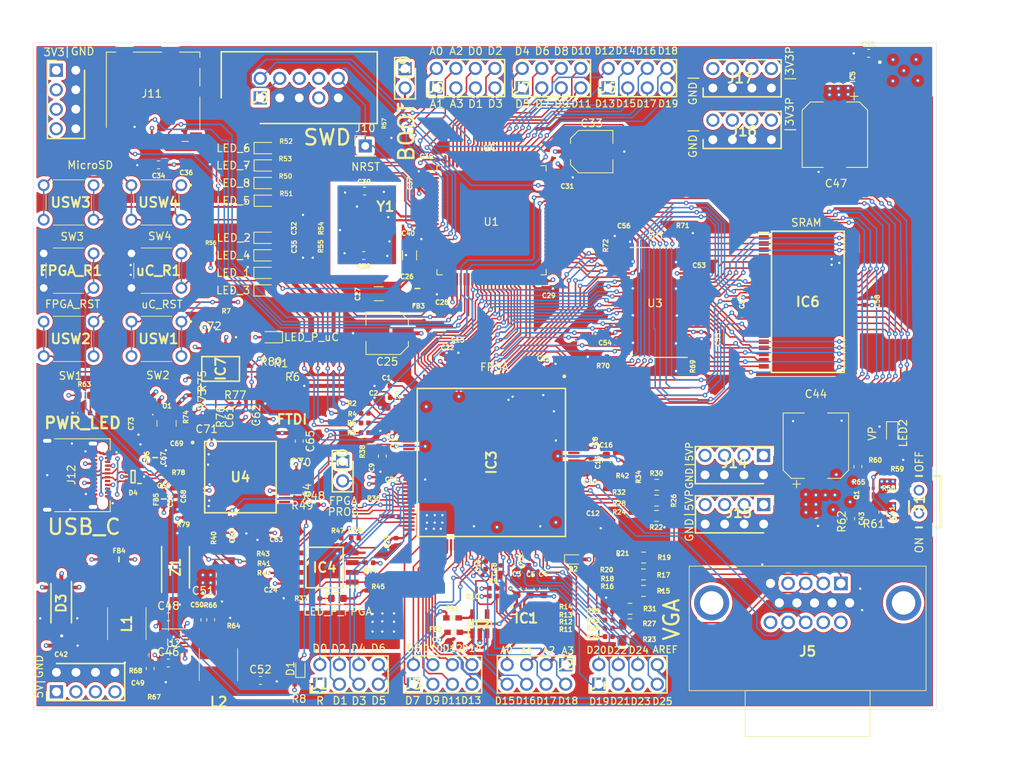
<source format=kicad_pcb>
(kicad_pcb (version 20171130) (host pcbnew "(5.1.5)-3")
  (layers (0 F.Cu signal) (1 In1.Cu power) (2 In2.Cu power hide) (31 B.Cu signal) (34 B.Paste user hide) (35 F.Paste user hide) (36 B.SilkS user hide) (37 F.SilkS user hide) (38 B.Mask user hide) (39 F.Mask user hide) (44 Edge.Cuts user))
  (net 0 "")
  (net 1 GND)
  (net 2 U_SW1)
  (net 3 U_SW2)
  (net 4 +3V3)
  (net 5 "Net-(C4-Pad1)")
  (net 6 "Net-(C6-Pad1)")
  (net 7 /FPGA/ICE40/VCC_PLL0)
  (net 8 /FPGA/ICE40/GND_PLL0)
  (net 9 /FPGA/ICE40/GND_PLL1)
  (net 10 /FPGA/ICE40/VCC_PLL1)
  (net 11 +1V2)
  (net 12 /uC/VDDA)
  (net 13 U_SW3)
  (net 14 U_SW4)
  (net 15 +5V)
  (net 16 +5VP)
  (net 17 +5F)
  (net 18 +3.3VP)
  (net 19 "Net-(C49-Pad2)")
  (net 20 /USB/+1V8_FT)
  (net 21 /USB/VPLL)
  (net 22 /USB/VPHY)
  (net 23 SYS_RESET)
  (net 24 FPGA_RESET)
  (net 25 /FPGA/ICE40/VPP_2V5)
  (net 26 USB_N)
  (net 27 USB_P)
  (net 28 AREF)
  (net 29 ADC_INT)
  (net 30 ADC_SCL)
  (net 31 ADC_SDA)
  (net 32 "Net-(IC1-Pad7)")
  (net 33 "Net-(IC1-Pad9)")
  (net 34 "Net-(IC1-Pad10)")
  (net 35 "Net-(IC1-Pad11)")
  (net 36 "Net-(IC1-Pad12)")
  (net 37 "Net-(IC1-Pad13)")
  (net 38 "Net-(IC2-Pad4)")
  (net 39 "Net-(IC3-Pad7)")
  (net 40 "Net-(IC3-Pad17)")
  (net 41 "Net-(IC3-Pad28)")
  (net 42 "Net-(IC3-Pad29)")
  (net 43 "Net-(IC3-Pad39)")
  (net 44 "Net-(IC3-Pad41)")
  (net 45 "Net-(IC3-Pad47)")
  (net 46 "Net-(IC3-Pad48)")
  (net 47 "Net-(IC3-Pad50)")
  (net 48 "Net-(IC3-Pad51)")
  (net 49 "Net-(IC3-Pad52)")
  (net 50 "Net-(IC3-Pad55)")
  (net 51 "Net-(IC3-Pad56)")
  (net 52 "Net-(IC3-Pad62)")
  (net 53 iCE_CDONE)
  (net 54 /FPGA/ICE40/IOB_SDO)
  (net 55 /FPGA/ICE40/IOB_SDI)
  (net 56 /FPGA/ICE40/IOB_SCK)
  (net 57 /FPGA/ICE40/IOB_SS)
  (net 58 "Net-(IC3-Pad77)")
  (net 59 "Net-(IC3-Pad96)")
  (net 60 "Net-(IC3-Pad99)")
  (net 61 "Net-(IC3-Pad101)")
  (net 62 "Net-(IC3-Pad109)")
  (net 63 "Net-(IC3-Pad121)")
  (net 64 "Net-(IC3-Pad122)")
  (net 65 "Net-(IC3-Pad124)")
  (net 66 "Net-(IC3-Pad125)")
  (net 67 "Net-(IC3-Pad128)")
  (net 68 "Net-(IC3-Pad129)")
  (net 69 "Net-(IC3-Pad130)")
  (net 70 "Net-(IC3-Pad133)")
  (net 71 "Net-(IC4-Pad3)")
  (net 72 "Net-(IC4-Pad7)")
  (net 73 "Net-(IC5-Pad3)")
  (net 74 /SRAM/A0)
  (net 75 /SRAM/A1)
  (net 76 /SRAM/A2)
  (net 77 /SRAM/A3)
  (net 78 /SRAM/A4)
  (net 79 /SRAM/CE)
  (net 80 M_D0)
  (net 81 M_D1)
  (net 82 M_D2)
  (net 83 M_D3)
  (net 84 M_D4)
  (net 85 M_D5)
  (net 86 M_D6)
  (net 87 M_D7)
  (net 88 /SRAM/WE)
  (net 89 /SRAM/A5)
  (net 90 /SRAM/A6)
  (net 91 /SRAM/A7)
  (net 92 /SRAM/A8)
  (net 93 /SRAM/A9)
  (net 94 /SRAM/A10)
  (net 95 /SRAM/A11)
  (net 96 /SRAM/A12)
  (net 97 /SRAM/A13)
  (net 98 /SRAM/A14)
  (net 99 "Net-(IC6-Pad28)")
  (net 100 M_D8)
  (net 101 M_D9)
  (net 102 M_D10)
  (net 103 M_D11)
  (net 104 M_D12)
  (net 105 M_D13)
  (net 106 M_D14)
  (net 107 M_D15)
  (net 108 /SRAM/A15)
  (net 109 /SRAM/A16)
  (net 110 /SRAM/A17)
  (net 111 /USB/FT_CS)
  (net 112 /USB/FT_CLK)
  (net 113 /USB/FT_DATA)
  (net 114 "Net-(IC7-Pad4)")
  (net 115 "Net-(IC7-Pad7)")
  (net 116 A0)
  (net 117 A1)
  (net 118 A2)
  (net 119 A3)
  (net 120 /FPGA/FPGA_Peripherals/RED)
  (net 121 /FPGA/FPGA_Peripherals/GREEN)
  (net 122 /FPGA/FPGA_Peripherals/BLUE)
  (net 123 "Net-(J5-Pad4)")
  (net 124 HSync)
  (net 125 VSync)
  (net 126 "Net-(J8-Pad8)")
  (net 127 "Net-(J8-Pad7)")
  (net 128 "Net-(J8-Pad6)")
  (net 129 /uC/SD_CS)
  (net 130 /uC/SD_DI)
  (net 131 /uC/SD_CLK)
  (net 132 /uC/SD_D0)
  (net 133 iCE_CS_B)
  (net 134 iCE_CS)
  (net 135 BOOT0)
  (net 136 "Net-(L1-Pad1)")
  (net 137 "Net-(L2-Pad1)")
  (net 138 "Net-(O1-Pad3)")
  (net 139 "Net-(R15-Pad1)")
  (net 140 GREEN_0)
  (net 141 "Net-(R17-Pad1)")
  (net 142 GREEN_1)
  (net 143 GREEN_2)
  (net 144 "Net-(R22-Pad1)")
  (net 145 "Net-(R23-Pad1)")
  (net 146 RED_0)
  (net 147 BLUE_0)
  (net 148 "Net-(R26-Pad1)")
  (net 149 "Net-(R27-Pad1)")
  (net 150 RED_1)
  (net 151 BLUE_1)
  (net 152 RED_2)
  (net 153 BLUE_2)
  (net 154 iCE_MISO)
  (net 155 iCE_SCK)
  (net 156 iCE_MOSI)
  (net 157 iCE_CREST)
  (net 158 "Net-(R56-Pad2)")
  (net 159 "Net-(R58-Pad2)")
  (net 160 "Net-(R59-Pad2)")
  (net 161 "Net-(R69-Pad1)")
  (net 162 "Net-(R70-Pad1)")
  (net 163 "Net-(R71-Pad1)")
  (net 164 "Net-(R72-Pad1)")
  (net 165 iCE_CLK)
  (net 166 "Net-(R78-Pad1)")
  (net 167 "Net-(R79-Pad1)")
  (net 168 "Net-(U1-Pad5)")
  (net 169 "Net-(U1-Pad7)")
  (net 170 "Net-(U1-Pad19)")
  (net 171 "Net-(U1-Pad22)")
  (net 172 "Net-(U1-Pad23)")
  (net 173 "Net-(U1-Pad26)")
  (net 174 "Net-(U1-Pad46)")
  (net 175 ST_FT_TX)
  (net 176 ST_FT_RX)
  (net 177 SWDIO)
  (net 178 SWCLK)
  (net 179 "Net-(U2-Pad5)")
  (net 180 "Net-(U2-Pad11)")
  (net 181 M_WE)
  (net 182 M_CE)
  (net 183 M_A17)
  (net 184 M_A16)
  (net 185 M_A15)
  (net 186 M_A14)
  (net 187 M_A13)
  (net 188 M_A12)
  (net 189 M_A11)
  (net 190 M_A10)
  (net 191 M_A9)
  (net 192 M_A8)
  (net 193 M_A7)
  (net 194 M_A6)
  (net 195 M_A5)
  (net 196 M_A4)
  (net 197 M_A3)
  (net 198 M_A2)
  (net 199 M_A1)
  (net 200 M_A0)
  (net 201 "Net-(U4-Pad3)")
  (net 202 "Net-(U4-Pad19)")
  (net 203 "Net-(U4-Pad22)")
  (net 204 "Net-(U4-Pad26)")
  (net 205 "Net-(U4-Pad27)")
  (net 206 "Net-(U4-Pad28)")
  (net 207 "Net-(U4-Pad29)")
  (net 208 "Net-(U4-Pad30)")
  (net 209 "Net-(U4-Pad32)")
  (net 210 "Net-(U4-Pad33)")
  (net 211 "Net-(U4-Pad34)")
  (net 212 "Net-(U4-Pad36)")
  (net 213 "Net-(U4-Pad40)")
  (net 214 "Net-(U4-Pad41)")
  (net 215 "Net-(U4-Pad43)")
  (net 216 "Net-(U4-Pad44)")
  (net 217 "Net-(U4-Pad45)")
  (net 218 "Net-(U4-Pad46)")
  (net 219 "Net-(U4-Pad48)")
  (net 220 "Net-(U4-Pad52)")
  (net 221 "Net-(U4-Pad53)")
  (net 222 "Net-(U4-Pad54)")
  (net 223 "Net-(U4-Pad57)")
  (net 224 "Net-(U4-Pad58)")
  (net 225 "Net-(U4-Pad59)")
  (net 226 "Net-(U4-Pad60)")
  (net 227 "Net-(R80-Pad2)")
  (net 228 F_D19)
  (net 229 F_D18)
  (net 230 F_D17)
  (net 231 F_D16)
  (net 232 F_D15)
  (net 233 F_D14)
  (net 234 F_D0)
  (net 235 F_D1)
  (net 236 F_D2)
  (net 237 F_D3)
  (net 238 F_D4)
  (net 239 F_D5)
  (net 240 F_D6)
  (net 241 F_D7)
  (net 242 F_D8)
  (net 243 F_D9)
  (net 244 F_D10)
  (net 245 F_D11)
  (net 246 F_D12)
  (net 247 F_D13)
  (net 248 "Net-(J5-Pad11)")
  (net 249 "Net-(J5-Pad12)")
  (net 250 "Net-(J5-Pad15)")
  (net 251 "Net-(J5-PadMH1)")
  (net 252 "Net-(J5-PadMH2)")
  (net 253 F_D20)
  (net 254 F_D21)
  (net 255 F_D22)
  (net 256 F_D23)
  (net 257 F_D24)
  (net 258 F_D25)
  (net 259 /uC/NRST)
  (net 260 "Net-(C39-Pad1)")
  (net 261 "Net-(C41-Pad2)")
  (net 262 "Net-(C43-Pad2)")
  (net 263 "Net-(C50-Pad2)")
  (net 264 "Net-(U1-Pad1)")
  (net 265 "Net-(U1-Pad2)")
  (net 266 "Net-(U1-Pad3)")
  (net 267 "Net-(U1-Pad4)")
  (net 268 uC_D0)
  (net 269 uC_D1)
  (net 270 uC_A2)
  (net 271 uC_A3)
  (net 272 uC_A0)
  (net 273 uC_A1)
  (net 274 uC_D2)
  (net 275 uC_D3)
  (net 276 uC_D6)
  (net 277 uC_D7)
  (net 278 uC_D4)
  (net 279 uC_D5)
  (net 280 uC_D10)
  (net 281 uC_D11)
  (net 282 uC_D8)
  (net 283 uC_D9)
  (net 284 uC_D16)
  (net 285 uC_D15)
  (net 286 uC_D14)
  (net 287 uC_D13)
  (net 288 uC_D12)
  (net 289 uC_D17)
  (net 290 uC_D19)
  (net 291 uC_D18)
  (net 292 "Net-(LED_FP1-Pad1)")
  (net 293 "Net-(S1-Pad3)")
  (net 294 "Net-(PWR_LED1-Pad2)")
  (net 295 "Net-(IC3-Pad106)")
  (net 296 "Net-(C38-Pad2)")
  (net 297 "Net-(LED_4-Pad2)")
  (net 298 "Net-(LED_5-Pad2)")
  (net 299 "Net-(LED_6-Pad2)")
  (net 300 "Net-(LED_7-Pad2)")
  (net 301 LED_5)
  (net 302 LED_4)
  (net 303 LED_7)
  (net 304 LED_6)
  (net 305 "Net-(LED_1-Pad2)")
  (net 306 "Net-(LED_2-Pad2)")
  (net 307 "Net-(LED_3-Pad2)")
  (net 308 LED_3)
  (net 309 LED_0)
  (net 310 LED_2)
  (net 311 LED_1)
  (net 312 "Net-(J11-Pad1)")
  (net 313 "Net-(J11-Pad8)")
  (net 314 "Net-(J12-PadB8)")
  (net 315 "Net-(J12-PadB5)")
  (net 316 "Net-(J12-PadA8)")
  (net 317 "Net-(J12-PadA5)")
  (net 318 "Net-(LED1-Pad1)")
  (net 319 "Net-(LED_8-Pad2)")
  (net 320 "Net-(R7-Pad2)")
  (net 321 "Net-(LED2-Pad2)")
  (module TFG_20:ECS3201233B7KMTR (layer F.Cu) (at 60.19292 60.95492 270)
    (fp_text reference Y1 (at -2.54 -2.69748 180) (layer F.SilkS) (effects (font (size 1.27 1.27) (thickness 0.254))))
    (fp_text value ECS-320-12-33B-7KM-TR hide)
    (pad 4 smd rect (at -1.15 -0.95) (size 1.1 1.3) (layers F.Cu F.Paste F.Mask) (net 1 GND))
    (pad 3 smd rect (at 1.15 -0.95) (size 1.1 1.3) (layers F.Cu F.Paste F.Mask) (net 296 "Net-(C38-Pad2)"))
    (pad 2 smd rect (at 1.15 0.95) (size 1.1 1.3) (layers F.Cu F.Paste F.Mask) (net 1 GND))
    (pad 1 smd rect (at -1.15 0.95) (size 1.1 1.3) (layers F.Cu F.Paste F.Mask) (net 260 "Net-(C39-Pad1)"))
  )
  (module TFG_20:FSM2JLH (layer F.Cu) (at 36.308 55.626)
    (fp_text reference USW4 (at -2.985 2.25) (layer F.SilkS) (effects (font (size 1.27 1.27) (thickness 0.254))))
    (fp_text value FSM2JLH hide)
    (pad 4 thru_hole circle (at -6.5 0) (size 1.54 1.54) (drill 0.99) (layers *.Cu *.Mask) (net 158 "Net-(R56-Pad2)"))
    (pad 3 thru_hole circle (at -6.5 4.5) (size 1.54 1.54) (drill 0.99) (layers *.Cu *.Mask) (net 158 "Net-(R56-Pad2)"))
    (pad 2 thru_hole circle (at 0 4.5) (size 1.54 1.54) (drill 0.99) (layers *.Cu *.Mask) (net 14 U_SW4))
    (pad 1 thru_hole circle (at 0 0) (size 1.54 1.54) (drill 0.99) (layers *.Cu *.Mask) (net 14 U_SW4))
  )
  (module TFG_20:FSM2JLH (layer F.Cu) (at 24.892 55.626)
    (fp_text reference USW3 (at -2.985 2.25) (layer F.SilkS) (effects (font (size 1.27 1.27) (thickness 0.254))))
    (fp_text value FSM2JLH hide)
    (pad 4 thru_hole circle (at -6.5 0) (size 1.54 1.54) (drill 0.99) (layers *.Cu *.Mask) (net 158 "Net-(R56-Pad2)"))
    (pad 3 thru_hole circle (at -6.5 4.5) (size 1.54 1.54) (drill 0.99) (layers *.Cu *.Mask) (net 158 "Net-(R56-Pad2)"))
    (pad 2 thru_hole circle (at 0 4.5) (size 1.54 1.54) (drill 0.99) (layers *.Cu *.Mask) (net 13 U_SW3))
    (pad 1 thru_hole circle (at 0 0) (size 1.54 1.54) (drill 0.99) (layers *.Cu *.Mask) (net 13 U_SW3))
  )
  (module TFG_20:FSM2JLH (layer F.Cu) (at 24.892 73.406)
    (fp_text reference USW2 (at -2.985 2.25) (layer F.SilkS) (effects (font (size 1.27 1.27) (thickness 0.254))))
    (fp_text value FSM2JLH hide)
    (pad 4 thru_hole circle (at -6.5 0) (size 1.54 1.54) (drill 0.99) (layers *.Cu *.Mask) (net 2 U_SW1))
    (pad 3 thru_hole circle (at -6.5 4.5) (size 1.54 1.54) (drill 0.99) (layers *.Cu *.Mask) (net 2 U_SW1))
    (pad 2 thru_hole circle (at 0 4.5) (size 1.54 1.54) (drill 0.99) (layers *.Cu *.Mask) (net 320 "Net-(R7-Pad2)"))
    (pad 1 thru_hole circle (at 0 0) (size 1.54 1.54) (drill 0.99) (layers *.Cu *.Mask) (net 320 "Net-(R7-Pad2)"))
  )
  (module TFG_20:FSM2JLH (layer F.Cu) (at 36.322 73.406)
    (fp_text reference USW1 (at -2.985 2.25) (layer F.SilkS) (effects (font (size 1.27 1.27) (thickness 0.254))))
    (fp_text value FSM2JLH hide)
    (pad 4 thru_hole circle (at -6.5 0) (size 1.54 1.54) (drill 0.99) (layers *.Cu *.Mask) (net 3 U_SW2))
    (pad 3 thru_hole circle (at -6.5 4.5) (size 1.54 1.54) (drill 0.99) (layers *.Cu *.Mask) (net 3 U_SW2))
    (pad 2 thru_hole circle (at 0 4.5) (size 1.54 1.54) (drill 0.99) (layers *.Cu *.Mask) (net 320 "Net-(R7-Pad2)"))
    (pad 1 thru_hole circle (at 0 0) (size 1.54 1.54) (drill 0.99) (layers *.Cu *.Mask) (net 320 "Net-(R7-Pad2)"))
  )
  (module TFG_20:FSM2JLH (layer F.Cu) (at 36.322 64.516)
    (fp_text reference uC_R1 (at -2.985 2.25) (layer F.SilkS) (effects (font (size 1.27 1.27) (thickness 0.254))))
    (fp_text value FSM2JLH hide)
    (pad 4 thru_hole circle (at -6.5 0) (size 1.54 1.54) (drill 0.99) (layers *.Cu *.Mask) (net 1 GND))
    (pad 3 thru_hole circle (at -6.5 4.5) (size 1.54 1.54) (drill 0.99) (layers *.Cu *.Mask) (net 1 GND))
    (pad 2 thru_hole circle (at 0 4.5) (size 1.54 1.54) (drill 0.99) (layers *.Cu *.Mask) (net 259 /uC/NRST))
    (pad 1 thru_hole circle (at 0 0) (size 1.54 1.54) (drill 0.99) (layers *.Cu *.Mask) (net 259 /uC/NRST))
  )
  (module TFG_20:HDRV2W67P0X254_1X2_508X241X843P (layer F.Cu) (at 57.32 91.62 270)
    (fp_text reference J20 (at 0 0 90) (layer F.SilkS) (effects (font (size 1.27 1.27) (thickness 0.254))))
    (fp_text value 10129378-902001BLF hide)
    (pad 2 thru_hole circle (at 2.54 0 270) (size 1.725 1.725) (drill 1.15) (layers *.Cu *.Mask) (net 134 iCE_CS))
    (pad 1 thru_hole rect (at 0 0 270) (size 1.725 1.725) (drill 1.15) (layers *.Cu *.Mask) (net 133 iCE_CS_B))
  )
  (module TFG_20:HDRV2W67P0X254_1X2_508X241X843P (layer F.Cu) (at 65.44564 40.42664 270)
    (fp_text reference J19 (at 0 0 90) (layer F.SilkS) (effects (font (size 1.27 1.27) (thickness 0.254))))
    (fp_text value 10129378-902001BLF hide)
    (pad 2 thru_hole circle (at 2.54 0 270) (size 1.725 1.725) (drill 1.15) (layers *.Cu *.Mask) (net 135 BOOT0))
    (pad 1 thru_hole rect (at 0 0 270) (size 1.725 1.725) (drill 1.15) (layers *.Cu *.Mask) (net 4 +3V3))
  )
  (module TFG_20:HDRV8W67P254_2X4_1016X483X858P (layer F.Cu) (at 69.53 42.949)
    (fp_text reference J9 (at 0 0) (layer F.SilkS) (effects (font (size 1.27 1.27) (thickness 0.254))))
    (fp_text value 10129381-908002BLF hide)
    (pad 8 thru_hole circle (at 7.62 -2.54) (size 1.725 1.725) (drill 1.15) (layers *.Cu *.Mask) (net 274 uC_D2))
    (pad 7 thru_hole circle (at 7.62 0) (size 1.725 1.725) (drill 1.15) (layers *.Cu *.Mask) (net 275 uC_D3))
    (pad 6 thru_hole circle (at 5.08 -2.54) (size 1.725 1.725) (drill 1.15) (layers *.Cu *.Mask) (net 268 uC_D0))
    (pad 5 thru_hole circle (at 5.08 0) (size 1.725 1.725) (drill 1.15) (layers *.Cu *.Mask) (net 269 uC_D1))
    (pad 4 thru_hole circle (at 2.54 -2.54) (size 1.725 1.725) (drill 1.15) (layers *.Cu *.Mask) (net 270 uC_A2))
    (pad 3 thru_hole circle (at 2.54 0) (size 1.725 1.725) (drill 1.15) (layers *.Cu *.Mask) (net 271 uC_A3))
    (pad 2 thru_hole circle (at 0 -2.54) (size 1.725 1.725) (drill 1.15) (layers *.Cu *.Mask) (net 272 uC_A0))
    (pad 1 thru_hole rect (at 0 0) (size 1.725 1.725) (drill 1.15) (layers *.Cu *.Mask) (net 273 uC_A1))
  )
  (module TFG_20:SHDR10W67P254_2X5_2032X916X922P (layer F.Cu) (at 46.59 44.25)
    (fp_text reference J8 (at 0 0) (layer F.SilkS) (effects (font (size 1.27 1.27) (thickness 0.254))))
    (fp_text value 1761681-3 hide)
    (pad 10 thru_hole circle (at 10.16 -2.54) (size 1.725 1.725) (drill 1.15) (layers *.Cu *.Mask) (net 259 /uC/NRST))
    (pad 9 thru_hole circle (at 10.16 0) (size 1.725 1.725) (drill 1.15) (layers *.Cu *.Mask) (net 1 GND))
    (pad 8 thru_hole circle (at 7.62 -2.54) (size 1.725 1.725) (drill 1.15) (layers *.Cu *.Mask) (net 126 "Net-(J8-Pad8)"))
    (pad 7 thru_hole circle (at 7.62 0) (size 1.725 1.725) (drill 1.15) (layers *.Cu *.Mask) (net 127 "Net-(J8-Pad7)"))
    (pad 6 thru_hole circle (at 5.08 -2.54) (size 1.725 1.725) (drill 1.15) (layers *.Cu *.Mask) (net 128 "Net-(J8-Pad6)"))
    (pad 5 thru_hole circle (at 5.08 0) (size 1.725 1.725) (drill 1.15) (layers *.Cu *.Mask) (net 1 GND))
    (pad 4 thru_hole circle (at 2.54 -2.54) (size 1.725 1.725) (drill 1.15) (layers *.Cu *.Mask) (net 178 SWCLK))
    (pad 3 thru_hole circle (at 2.54 0) (size 1.725 1.725) (drill 1.15) (layers *.Cu *.Mask) (net 1 GND))
    (pad 2 thru_hole circle (at 0 -2.54) (size 1.725 1.725) (drill 1.15) (layers *.Cu *.Mask) (net 177 SWDIO))
    (pad 1 thru_hole rect (at 0 0) (size 1.725 1.725) (drill 1.15) (layers *.Cu *.Mask) (net 4 +3V3))
  )
  (module TFG_20:HDRV8W67P254_2X4_1016X483X858P (layer F.Cu) (at 80.706 42.949)
    (fp_text reference J7 (at 0 0) (layer F.SilkS) (effects (font (size 1.27 1.27) (thickness 0.254))))
    (fp_text value 10129381-908002BLF hide)
    (pad 8 thru_hole circle (at 7.62 -2.54) (size 1.725 1.725) (drill 1.15) (layers *.Cu *.Mask) (net 280 uC_D10))
    (pad 7 thru_hole circle (at 7.62 0) (size 1.725 1.725) (drill 1.15) (layers *.Cu *.Mask) (net 281 uC_D11))
    (pad 6 thru_hole circle (at 5.08 -2.54) (size 1.725 1.725) (drill 1.15) (layers *.Cu *.Mask) (net 282 uC_D8))
    (pad 5 thru_hole circle (at 5.08 0) (size 1.725 1.725) (drill 1.15) (layers *.Cu *.Mask) (net 283 uC_D9))
    (pad 4 thru_hole circle (at 2.54 -2.54) (size 1.725 1.725) (drill 1.15) (layers *.Cu *.Mask) (net 276 uC_D6))
    (pad 3 thru_hole circle (at 2.54 0) (size 1.725 1.725) (drill 1.15) (layers *.Cu *.Mask) (net 277 uC_D7))
    (pad 2 thru_hole circle (at 0 -2.54) (size 1.725 1.725) (drill 1.15) (layers *.Cu *.Mask) (net 278 uC_D4))
    (pad 1 thru_hole rect (at 0 0) (size 1.725 1.725) (drill 1.15) (layers *.Cu *.Mask) (net 279 uC_D5))
  )
  (module TFG_20:HDRV8W67P254_2X4_1016X483X858P (layer F.Cu) (at 91.91 42.95)
    (fp_text reference J6 (at 0 0) (layer F.SilkS) (effects (font (size 1.27 1.27) (thickness 0.254))))
    (fp_text value 10129381-908002BLF hide)
    (pad 8 thru_hole circle (at 7.62 -2.54) (size 1.725 1.725) (drill 1.15) (layers *.Cu *.Mask) (net 291 uC_D18))
    (pad 7 thru_hole circle (at 7.62 0) (size 1.725 1.725) (drill 1.15) (layers *.Cu *.Mask) (net 290 uC_D19))
    (pad 6 thru_hole circle (at 5.08 -2.54) (size 1.725 1.725) (drill 1.15) (layers *.Cu *.Mask) (net 284 uC_D16))
    (pad 5 thru_hole circle (at 5.08 0) (size 1.725 1.725) (drill 1.15) (layers *.Cu *.Mask) (net 289 uC_D17))
    (pad 4 thru_hole circle (at 2.54 -2.54) (size 1.725 1.725) (drill 1.15) (layers *.Cu *.Mask) (net 286 uC_D14))
    (pad 3 thru_hole circle (at 2.54 0) (size 1.725 1.725) (drill 1.15) (layers *.Cu *.Mask) (net 285 uC_D15))
    (pad 2 thru_hole circle (at 0 -2.54) (size 1.725 1.725) (drill 1.15) (layers *.Cu *.Mask) (net 288 uC_D12))
    (pad 1 thru_hole rect (at 0 0) (size 1.725 1.725) (drill 1.15) (layers *.Cu *.Mask) (net 287 uC_D13))
  )
  (module TFG_20:HDRV8W67P254_2X4_1016X483X858P (layer F.Cu) (at 90.678 120.65)
    (fp_text reference J4 (at 0 0) (layer F.SilkS) (effects (font (size 1.27 1.27) (thickness 0.254))))
    (fp_text value 10129381-908002BLF hide)
    (pad 8 thru_hole circle (at 7.62 -2.54) (size 1.725 1.725) (drill 1.15) (layers *.Cu *.Mask) (net 28 AREF))
    (pad 7 thru_hole circle (at 7.62 0) (size 1.725 1.725) (drill 1.15) (layers *.Cu *.Mask) (net 258 F_D25))
    (pad 6 thru_hole circle (at 5.08 -2.54) (size 1.725 1.725) (drill 1.15) (layers *.Cu *.Mask) (net 257 F_D24))
    (pad 5 thru_hole circle (at 5.08 0) (size 1.725 1.725) (drill 1.15) (layers *.Cu *.Mask) (net 256 F_D23))
    (pad 4 thru_hole circle (at 2.54 -2.54) (size 1.725 1.725) (drill 1.15) (layers *.Cu *.Mask) (net 255 F_D22))
    (pad 3 thru_hole circle (at 2.54 0) (size 1.725 1.725) (drill 1.15) (layers *.Cu *.Mask) (net 254 F_D21))
    (pad 2 thru_hole circle (at 0 -2.54) (size 1.725 1.725) (drill 1.15) (layers *.Cu *.Mask) (net 253 F_D20))
    (pad 1 thru_hole rect (at 0 0) (size 1.725 1.725) (drill 1.15) (layers *.Cu *.Mask) (net 228 F_D19))
  )
  (module TFG_20:HDRV8W67P254_2X4_1016X483X858P (layer F.Cu) (at 66.535 120.65)
    (fp_text reference J3 (at 0 0) (layer F.SilkS) (effects (font (size 1.27 1.27) (thickness 0.254))))
    (fp_text value 10129381-908002BLF hide)
    (pad 8 thru_hole circle (at 7.62 -2.54) (size 1.725 1.725) (drill 1.15) (layers *.Cu *.Mask) (net 233 F_D14))
    (pad 7 thru_hole circle (at 7.62 0) (size 1.725 1.725) (drill 1.15) (layers *.Cu *.Mask) (net 247 F_D13))
    (pad 6 thru_hole circle (at 5.08 -2.54) (size 1.725 1.725) (drill 1.15) (layers *.Cu *.Mask) (net 246 F_D12))
    (pad 5 thru_hole circle (at 5.08 0) (size 1.725 1.725) (drill 1.15) (layers *.Cu *.Mask) (net 245 F_D11))
    (pad 4 thru_hole circle (at 2.54 -2.54) (size 1.725 1.725) (drill 1.15) (layers *.Cu *.Mask) (net 244 F_D10))
    (pad 3 thru_hole circle (at 2.54 0) (size 1.725 1.725) (drill 1.15) (layers *.Cu *.Mask) (net 243 F_D9))
    (pad 2 thru_hole circle (at 0 -2.54) (size 1.725 1.725) (drill 1.15) (layers *.Cu *.Mask) (net 242 F_D8))
    (pad 1 thru_hole rect (at 0 0) (size 1.725 1.725) (drill 1.15) (layers *.Cu *.Mask) (net 241 F_D7))
  )
  (module TFG_20:HDRV8W67P254_2X4_1016X483X858P (layer F.Cu) (at 86.36 118.11 180)
    (fp_text reference J2 (at 0 0) (layer F.SilkS) (effects (font (size 1.27 1.27) (thickness 0.254))))
    (fp_text value 10129381-908002BLF hide)
    (pad 8 thru_hole circle (at 7.62 -2.54 180) (size 1.725 1.725) (drill 1.15) (layers *.Cu *.Mask) (net 232 F_D15))
    (pad 7 thru_hole circle (at 7.62 0 180) (size 1.725 1.725) (drill 1.15) (layers *.Cu *.Mask) (net 116 A0))
    (pad 6 thru_hole circle (at 5.08 -2.54 180) (size 1.725 1.725) (drill 1.15) (layers *.Cu *.Mask) (net 231 F_D16))
    (pad 5 thru_hole circle (at 5.08 0 180) (size 1.725 1.725) (drill 1.15) (layers *.Cu *.Mask) (net 117 A1))
    (pad 4 thru_hole circle (at 2.54 -2.54 180) (size 1.725 1.725) (drill 1.15) (layers *.Cu *.Mask) (net 230 F_D17))
    (pad 3 thru_hole circle (at 2.54 0 180) (size 1.725 1.725) (drill 1.15) (layers *.Cu *.Mask) (net 118 A2))
    (pad 2 thru_hole circle (at 0 -2.54 180) (size 1.725 1.725) (drill 1.15) (layers *.Cu *.Mask) (net 229 F_D18))
    (pad 1 thru_hole rect (at 0 0 180) (size 1.725 1.725) (drill 1.15) (layers *.Cu *.Mask) (net 119 A3))
  )
  (module TFG_20:HDRV8W67P254_2X4_1016X483X858P (layer F.Cu) (at 54.356 120.65)
    (fp_text reference J1 (at 0 0) (layer F.SilkS) (effects (font (size 1.27 1.27) (thickness 0.254))))
    (fp_text value 10129381-908002BLF hide)
    (pad 8 thru_hole circle (at 7.62 -2.54) (size 1.725 1.725) (drill 1.15) (layers *.Cu *.Mask) (net 240 F_D6))
    (pad 7 thru_hole circle (at 7.62 0) (size 1.725 1.725) (drill 1.15) (layers *.Cu *.Mask) (net 239 F_D5))
    (pad 6 thru_hole circle (at 5.08 -2.54) (size 1.725 1.725) (drill 1.15) (layers *.Cu *.Mask) (net 238 F_D4))
    (pad 5 thru_hole circle (at 5.08 0) (size 1.725 1.725) (drill 1.15) (layers *.Cu *.Mask) (net 237 F_D3))
    (pad 4 thru_hole circle (at 2.54 -2.54) (size 1.725 1.725) (drill 1.15) (layers *.Cu *.Mask) (net 236 F_D2))
    (pad 3 thru_hole circle (at 2.54 0) (size 1.725 1.725) (drill 1.15) (layers *.Cu *.Mask) (net 235 F_D1))
    (pad 2 thru_hole circle (at 0 -2.54) (size 1.725 1.725) (drill 1.15) (layers *.Cu *.Mask) (net 234 F_D0))
    (pad 1 thru_hole rect (at 0 0) (size 1.725 1.725) (drill 1.15) (layers *.Cu *.Mask) (net 23 SYS_RESET))
  )
  (module TFG_20:FSM2JLH (layer F.Cu) (at 24.892 64.516)
    (fp_text reference FPGA_R1 (at -2.985 2.25) (layer F.SilkS) (effects (font (size 1.27 1.27) (thickness 0.254))))
    (fp_text value FSM2JLH hide)
    (pad 4 thru_hole circle (at -6.5 0) (size 1.54 1.54) (drill 0.99) (layers *.Cu *.Mask) (net 1 GND))
    (pad 3 thru_hole circle (at -6.5 4.5) (size 1.54 1.54) (drill 0.99) (layers *.Cu *.Mask) (net 1 GND))
    (pad 2 thru_hole circle (at 0 4.5) (size 1.54 1.54) (drill 0.99) (layers *.Cu *.Mask) (net 23 SYS_RESET))
    (pad 1 thru_hole circle (at 0 0) (size 1.54 1.54) (drill 0.99) (layers *.Cu *.Mask) (net 23 SYS_RESET))
  )
  (module TFG_20:BEADC1608X95N (layer F.Cu) (at 67.056 69.088 90)
    (fp_text reference FB3 (at -2.286 0.13208 180) (layer F.SilkS) (effects (font (size 0.6 0.6))))
    (fp_text value BLM18KG331SN1D hide)
    (pad 2 smd rect (at 0.8 0 90) (size 0.85 0.7) (layers F.Cu F.Paste F.Mask) (net 12 /uC/VDDA))
    (pad 1 smd rect (at -0.8 0 90) (size 0.85 0.7) (layers F.Cu F.Paste F.Mask) (net 4 +3V3))
  )
  (module Resistor_SMD:R_0402_1005Metric (layer F.Cu) (at 121.14276 99.45116 270)
    (fp_text reference R62 (at 0 -1.17 90) (layer F.SilkS))
    (fp_text value R1K)
    (pad 2 smd roundrect (at 0.485 0 270) (size 0.59 0.64) (layers F.Cu F.Paste F.Mask) (net 1 GND))
    (pad 1 smd roundrect (at -0.485 0 270) (size 0.59 0.64) (layers F.Cu F.Paste F.Mask) (net 16 +5VP))
  )
  (module Resistor_SMD:R_0402_1005Metric (layer F.Cu) (at 126.492 100.92944)
    (fp_text reference R61 (at 0 -1.17) (layer F.SilkS))
    (fp_text value R1K)
    (pad 2 smd roundrect (at 0.485 0) (size 0.59 0.64) (layers F.Cu F.Paste F.Mask) (net 261 "Net-(C41-Pad2)"))
    (pad 1 smd roundrect (at -0.485 0) (size 0.59 0.64) (layers F.Cu F.Paste F.Mask) (net 262 "Net-(C43-Pad2)"))
  )
  (module Capacitor_SMD:C_0603_1608Metric (layer F.Cu) (at 34.63036 111.87684)
    (fp_text reference C48 (at 0 -1.43) (layer F.SilkS))
    (fp_text value C10u)
    (pad 2 smd roundrect (at 0.7875 0) (size 0.875 0.95) (layers F.Cu F.Paste F.Mask) (net 1 GND))
    (pad 1 smd roundrect (at -0.7875 0) (size 0.875 0.95) (layers F.Cu F.Paste F.Mask) (net 17 +5F))
  )
  (module Capacitor_SMD:C_0603_1608Metric (layer F.Cu) (at 34.61512 117.89156)
    (fp_text reference C46 (at 0 -1.43) (layer F.SilkS))
    (fp_text value C10u)
    (pad 2 smd roundrect (at 0.7875 0) (size 0.875 0.95) (layers F.Cu F.Paste F.Mask) (net 1 GND))
    (pad 1 smd roundrect (at -0.7875 0) (size 0.875 0.95) (layers F.Cu F.Paste F.Mask) (net 17 +5F))
  )
  (module LED_SMD:LED_0603_1608Metric (layer F.Cu) (at 128.8796 87.93988 270)
    (fp_text reference LED2 (at 0 -1.43 90) (layer F.SilkS))
    (fp_text value LED_AZUL)
    (pad 2 smd roundrect (at 0.7875 0 270) (size 0.875 0.95) (layers F.Cu F.Paste F.Mask) (net 321 "Net-(LED2-Pad2)"))
    (pad 1 smd roundrect (at -0.7875 0 270) (size 0.875 0.95) (layers F.Cu F.Paste F.Mask) (net 1 GND))
  )
  (module Capacitor_SMD:C_0603_1608Metric (layer F.Cu) (at 46.61916 120.1674)
    (fp_text reference C52 (at 0 -1.43) (layer F.SilkS))
    (fp_text value C10u)
    (pad 2 smd roundrect (at 0.7875 0) (size 0.875 0.95) (layers F.Cu F.Paste F.Mask) (net 1 GND))
    (pad 1 smd roundrect (at -0.7875 0) (size 0.875 0.95) (layers F.Cu F.Paste F.Mask) (net 11 +1V2))
  )
  (module Capacitor_SMD:C_0603_1608Metric (layer F.Cu) (at 39.1414 109.9058)
    (fp_text reference C51 (at 0 -1.43) (layer F.SilkS))
    (fp_text value C10u)
    (pad 2 smd roundrect (at 0.7875 0) (size 0.875 0.95) (layers F.Cu F.Paste F.Mask) (net 1 GND))
    (pad 1 smd roundrect (at -0.7875 0) (size 0.875 0.95) (layers F.Cu F.Paste F.Mask) (net 4 +3V3))
  )
  (module Package_QFP:LQFP-100_14x14mm_P0.5mm (layer F.Cu) (at 76.708 60.198)
    (fp_text reference U1 (at -0.03048 0.2032) (layer F.SilkS))
    (fp_text value STM32F091VCTx)
    (pad 1 smd roundrect (at -7.675 -6) (size 1.6 0.3) (layers F.Cu F.Paste F.Mask) (net 264 "Net-(U1-Pad1)"))
    (pad 2 smd roundrect (at -7.675 -5.5) (size 1.6 0.3) (layers F.Cu F.Paste F.Mask) (net 265 "Net-(U1-Pad2)"))
    (pad 3 smd roundrect (at -7.675 -5) (size 1.6 0.3) (layers F.Cu F.Paste F.Mask) (net 266 "Net-(U1-Pad3)"))
    (pad 4 smd roundrect (at -7.675 -4.5) (size 1.6 0.3) (layers F.Cu F.Paste F.Mask) (net 267 "Net-(U1-Pad4)"))
    (pad 5 smd roundrect (at -7.675 -4) (size 1.6 0.3) (layers F.Cu F.Paste F.Mask) (net 168 "Net-(U1-Pad5)"))
    (pad 6 smd roundrect (at -7.675 -3.5) (size 1.6 0.3) (layers F.Cu F.Paste F.Mask) (net 4 +3V3))
    (pad 7 smd roundrect (at -7.675 -3) (size 1.6 0.3) (layers F.Cu F.Paste F.Mask) (net 169 "Net-(U1-Pad7)"))
    (pad 8 smd roundrect (at -7.675 -2.5) (size 1.6 0.3) (layers F.Cu F.Paste F.Mask) (net 303 LED_7))
    (pad 9 smd roundrect (at -7.675 -2) (size 1.6 0.3) (layers F.Cu F.Paste F.Mask) (net 304 LED_6))
    (pad 10 smd roundrect (at -7.675 -1.5) (size 1.6 0.3) (layers F.Cu F.Paste F.Mask) (net 301 LED_5))
    (pad 11 smd roundrect (at -7.675 -1) (size 1.6 0.3) (layers F.Cu F.Paste F.Mask) (net 302 LED_4))
    (pad 12 smd roundrect (at -7.675 -0.5) (size 1.6 0.3) (layers F.Cu F.Paste F.Mask) (net 260 "Net-(C39-Pad1)"))
    (pad 13 smd roundrect (at -7.675 0) (size 1.6 0.3) (layers F.Cu F.Paste F.Mask) (net 296 "Net-(C38-Pad2)"))
    (pad 14 smd roundrect (at -7.675 0.5) (size 1.6 0.3) (layers F.Cu F.Paste F.Mask) (net 259 /uC/NRST))
    (pad 15 smd roundrect (at -7.675 1) (size 1.6 0.3) (layers F.Cu F.Paste F.Mask) (net 272 uC_A0))
    (pad 16 smd roundrect (at -7.675 1.5) (size 1.6 0.3) (layers F.Cu F.Paste F.Mask) (net 273 uC_A1))
    (pad 17 smd roundrect (at -7.675 2) (size 1.6 0.3) (layers F.Cu F.Paste F.Mask) (net 270 uC_A2))
    (pad 18 smd roundrect (at -7.675 2.5) (size 1.6 0.3) (layers F.Cu F.Paste F.Mask) (net 271 uC_A3))
    (pad 19 smd roundrect (at -7.675 3) (size 1.6 0.3) (layers F.Cu F.Paste F.Mask) (net 170 "Net-(U1-Pad19)"))
    (pad 20 smd roundrect (at -7.675 3.5) (size 1.6 0.3) (layers F.Cu F.Paste F.Mask) (net 1 GND))
    (pad 21 smd roundrect (at -7.675 4) (size 1.6 0.3) (layers F.Cu F.Paste F.Mask) (net 12 /uC/VDDA))
    (pad 22 smd roundrect (at -7.675 4.5) (size 1.6 0.3) (layers F.Cu F.Paste F.Mask) (net 171 "Net-(U1-Pad22)"))
    (pad 23 smd roundrect (at -7.675 5) (size 1.6 0.3) (layers F.Cu F.Paste F.Mask) (net 172 "Net-(U1-Pad23)"))
    (pad 24 smd roundrect (at -7.675 5.5) (size 1.6 0.3) (layers F.Cu F.Paste F.Mask) (net 13 U_SW3))
    (pad 25 smd roundrect (at -7.675 6) (size 1.6 0.3) (layers F.Cu F.Paste F.Mask) (net 14 U_SW4))
    (pad 26 smd roundrect (at -6 7.675) (size 0.3 1.6) (layers F.Cu F.Paste F.Mask) (net 173 "Net-(U1-Pad26)"))
    (pad 27 smd roundrect (at -5.5 7.675) (size 0.3 1.6) (layers F.Cu F.Paste F.Mask) (net 1 GND))
    (pad 28 smd roundrect (at -5 7.675) (size 0.3 1.6) (layers F.Cu F.Paste F.Mask) (net 4 +3V3))
    (pad 29 smd roundrect (at -4.5 7.675) (size 0.3 1.6) (layers F.Cu F.Paste F.Mask) (net 129 /uC/SD_CS))
    (pad 30 smd roundrect (at -4 7.675) (size 0.3 1.6) (layers F.Cu F.Paste F.Mask) (net 131 /uC/SD_CLK))
    (pad 31 smd roundrect (at -3.5 7.675) (size 0.3 1.6) (layers F.Cu F.Paste F.Mask) (net 132 /uC/SD_D0))
    (pad 32 smd roundrect (at -3 7.675) (size 0.3 1.6) (layers F.Cu F.Paste F.Mask) (net 130 /uC/SD_DI))
    (pad 33 smd roundrect (at -2.5 7.675) (size 0.3 1.6) (layers F.Cu F.Paste F.Mask) (net 182 M_CE))
    (pad 34 smd roundrect (at -2 7.675) (size 0.3 1.6) (layers F.Cu F.Paste F.Mask) (net 183 M_A17))
    (pad 35 smd roundrect (at -1.5 7.675) (size 0.3 1.6) (layers F.Cu F.Paste F.Mask) (net 184 M_A16))
    (pad 36 smd roundrect (at -1 7.675) (size 0.3 1.6) (layers F.Cu F.Paste F.Mask) (net 185 M_A15))
    (pad 37 smd roundrect (at -0.5 7.675) (size 0.3 1.6) (layers F.Cu F.Paste F.Mask) (net 181 M_WE))
    (pad 38 smd roundrect (at 0 7.675) (size 0.3 1.6) (layers F.Cu F.Paste F.Mask) (net 195 M_A5))
    (pad 39 smd roundrect (at 0.5 7.675) (size 0.3 1.6) (layers F.Cu F.Paste F.Mask) (net 186 M_A14))
    (pad 40 smd roundrect (at 1 7.675) (size 0.3 1.6) (layers F.Cu F.Paste F.Mask) (net 194 M_A6))
    (pad 41 smd roundrect (at 1.5 7.675) (size 0.3 1.6) (layers F.Cu F.Paste F.Mask) (net 187 M_A13))
    (pad 42 smd roundrect (at 2 7.675) (size 0.3 1.6) (layers F.Cu F.Paste F.Mask) (net 193 M_A7))
    (pad 43 smd roundrect (at 2.5 7.675) (size 0.3 1.6) (layers F.Cu F.Paste F.Mask) (net 188 M_A12))
    (pad 44 smd roundrect (at 3 7.675) (size 0.3 1.6) (layers F.Cu F.Paste F.Mask) (net 192 M_A8))
    (pad 45 smd roundrect (at 3.5 7.675) (size 0.3 1.6) (layers F.Cu F.Paste F.Mask) (net 189 M_A11))
    (pad 46 smd roundrect (at 4 7.675) (size 0.3 1.6) (layers F.Cu F.Paste F.Mask) (net 174 "Net-(U1-Pad46)"))
    (pad 47 smd roundrect (at 4.5 7.675) (size 0.3 1.6) (layers F.Cu F.Paste F.Mask) (net 191 M_A9))
    (pad 48 smd roundrect (at 5 7.675) (size 0.3 1.6) (layers F.Cu F.Paste F.Mask) (net 190 M_A10))
    (pad 49 smd roundrect (at 5.5 7.675) (size 0.3 1.6) (layers F.Cu F.Paste F.Mask) (net 1 GND))
    (pad 50 smd roundrect (at 6 7.675) (size 0.3 1.6) (layers F.Cu F.Paste F.Mask) (net 4 +3V3))
    (pad 51 smd roundrect (at 7.675 6) (size 1.6 0.3) (layers F.Cu F.Paste F.Mask) (net 196 M_A4))
    (pad 52 smd roundrect (at 7.675 5.5) (size 1.6 0.3) (layers F.Cu F.Paste F.Mask) (net 197 M_A3))
    (pad 53 smd roundrect (at 7.675 5) (size 1.6 0.3) (layers F.Cu F.Paste F.Mask) (net 198 M_A2))
    (pad 54 smd roundrect (at 7.675 4.5) (size 1.6 0.3) (layers F.Cu F.Paste F.Mask) (net 199 M_A1))
    (pad 55 smd roundrect (at 7.675 4) (size 1.6 0.3) (layers F.Cu F.Paste F.Mask) (net 200 M_A0))
    (pad 56 smd roundrect (at 7.675 3.5) (size 1.6 0.3) (layers F.Cu F.Paste F.Mask) (net 87 M_D7))
    (pad 57 smd roundrect (at 7.675 3) (size 1.6 0.3) (layers F.Cu F.Paste F.Mask) (net 86 M_D6))
    (pad 58 smd roundrect (at 7.675 2.5) (size 1.6 0.3) (layers F.Cu F.Paste F.Mask) (net 85 M_D5))
    (pad 59 smd roundrect (at 7.675 2) (size 1.6 0.3) (layers F.Cu F.Paste F.Mask) (net 84 M_D4))
    (pad 60 smd roundrect (at 7.675 1.5) (size 1.6 0.3) (layers F.Cu F.Paste F.Mask) (net 83 M_D3))
    (pad 61 smd roundrect (at 7.675 1) (size 1.6 0.3) (layers F.Cu F.Paste F.Mask) (net 82 M_D2))
    (pad 62 smd roundrect (at 7.675 0.5) (size 1.6 0.3) (layers F.Cu F.Paste F.Mask) (net 81 M_D1))
    (pad 63 smd roundrect (at 7.675 0) (size 1.6 0.3) (layers F.Cu F.Paste F.Mask) (net 80 M_D0))
    (pad 64 smd roundrect (at 7.675 -0.5) (size 1.6 0.3) (layers F.Cu F.Paste F.Mask) (net 107 M_D15))
    (pad 65 smd roundrect (at 7.675 -1) (size 1.6 0.3) (layers F.Cu F.Paste F.Mask) (net 106 M_D14))
    (pad 66 smd roundrect (at 7.675 -1.5) (size 1.6 0.3) (layers F.Cu F.Paste F.Mask) (net 105 M_D13))
    (pad 67 smd roundrect (at 7.675 -2) (size 1.6 0.3) (layers F.Cu F.Paste F.Mask) (net 104 M_D12))
    (pad 68 smd roundrect (at 7.675 -2.5) (size 1.6 0.3) (layers F.Cu F.Paste F.Mask) (net 175 ST_FT_TX))
    (pad 69 smd roundrect (at 7.675 -3) (size 1.6 0.3) (layers F.Cu F.Paste F.Mask) (net 176 ST_FT_RX))
    (pad 70 smd roundrect (at 7.675 -3.5) (size 1.6 0.3) (layers F.Cu F.Paste F.Mask) (net 100 M_D8))
    (pad 71 smd roundrect (at 7.675 -4) (size 1.6 0.3) (layers F.Cu F.Paste F.Mask) (net 101 M_D9))
    (pad 72 smd roundrect (at 7.675 -4.5) (size 1.6 0.3) (layers F.Cu F.Paste F.Mask) (net 177 SWDIO))
    (pad 73 smd roundrect (at 7.675 -5) (size 1.6 0.3) (layers F.Cu F.Paste F.Mask) (net 102 M_D10))
    (pad 74 smd roundrect (at 7.675 -5.5) (size 1.6 0.3) (layers F.Cu F.Paste F.Mask) (net 1 GND))
    (pad 75 smd roundrect (at 7.675 -6) (size 1.6 0.3) (layers F.Cu F.Paste F.Mask) (net 4 +3V3))
    (pad 76 smd roundrect (at 6 -7.675) (size 0.3 1.6) (layers F.Cu F.Paste F.Mask) (net 178 SWCLK))
    (pad 77 smd roundrect (at 5.5 -7.675) (size 0.3 1.6) (layers F.Cu F.Paste F.Mask) (net 103 M_D11))
    (pad 78 smd roundrect (at 5 -7.675) (size 0.3 1.6) (layers F.Cu F.Paste F.Mask) (net 290 uC_D19))
    (pad 79 smd roundrect (at 4.5 -7.675) (size 0.3 1.6) (layers F.Cu F.Paste F.Mask) (net 291 uC_D18))
    (pad 80 smd roundrect (at 4 -7.675) (size 0.3 1.6) (layers F.Cu F.Paste F.Mask) (net 289 uC_D17))
    (pad 81 smd roundrect (at 3.5 -7.675) (size 0.3 1.6) (layers F.Cu F.Paste F.Mask) (net 284 uC_D16))
    (pad 82 smd roundrect (at 3 -7.675) (size 0.3 1.6) (layers F.Cu F.Paste F.Mask) (net 285 uC_D15))
    (pad 83 smd roundrect (at 2.5 -7.675) (size 0.3 1.6) (layers F.Cu F.Paste F.Mask) (net 286 uC_D14))
    (pad 84 smd roundrect (at 2 -7.675) (size 0.3 1.6) (layers F.Cu F.Paste F.Mask) (net 287 uC_D13))
    (pad 85 smd roundrect (at 1.5 -7.675) (size 0.3 1.6) (layers F.Cu F.Paste F.Mask) (net 288 uC_D12))
    (pad 86 smd roundrect (at 1 -7.675) (size 0.3 1.6) (layers F.Cu F.Paste F.Mask) (net 281 uC_D11))
    (pad 87 smd roundrect (at 0.5 -7.675) (size 0.3 1.6) (layers F.Cu F.Paste F.Mask) (net 280 uC_D10))
    (pad 88 smd roundrect (at 0 -7.675) (size 0.3 1.6) (layers F.Cu F.Paste F.Mask) (net 283 uC_D9))
    (pad 89 smd roundrect (at -0.5 -7.675) (size 0.3 1.6) (layers F.Cu F.Paste F.Mask) (net 282 uC_D8))
    (pad 90 smd roundrect (at -1 -7.675) (size 0.3 1.6) (layers F.Cu F.Paste F.Mask) (net 277 uC_D7))
    (pad 91 smd roundrect (at -1.5 -7.675) (size 0.3 1.6) (layers F.Cu F.Paste F.Mask) (net 276 uC_D6))
    (pad 92 smd roundrect (at -2 -7.675) (size 0.3 1.6) (layers F.Cu F.Paste F.Mask) (net 279 uC_D5))
    (pad 93 smd roundrect (at -2.5 -7.675) (size 0.3 1.6) (layers F.Cu F.Paste F.Mask) (net 278 uC_D4))
    (pad 94 smd roundrect (at -3 -7.675) (size 0.3 1.6) (layers F.Cu F.Paste F.Mask) (net 135 BOOT0))
    (pad 95 smd roundrect (at -3.5 -7.675) (size 0.3 1.6) (layers F.Cu F.Paste F.Mask) (net 275 uC_D3))
    (pad 96 smd roundrect (at -4 -7.675) (size 0.3 1.6) (layers F.Cu F.Paste F.Mask) (net 274 uC_D2))
    (pad 97 smd roundrect (at -4.5 -7.675) (size 0.3 1.6) (layers F.Cu F.Paste F.Mask) (net 269 uC_D1))
    (pad 98 smd roundrect (at -5 -7.675) (size 0.3 1.6) (layers F.Cu F.Paste F.Mask) (net 268 uC_D0))
    (pad 99 smd roundrect (at -5.5 -7.675) (size 0.3 1.6) (layers F.Cu F.Paste F.Mask) (net 1 GND))
    (pad 100 smd roundrect (at -6 -7.675) (size 0.3 1.6) (layers F.Cu F.Paste F.Mask) (net 4 +3V3))
  )
  (module Capacitor_SMD:C_0603_1608Metric (layer F.Cu) (at 33.3502 52.97424 180)
    (fp_text reference C34 (at 0 -1.43) (layer F.SilkS) (effects (font (size 0.6 0.6))))
    (fp_text value C10u)
    (pad 1 smd roundrect (at -0.7875 0 180) (size 0.875 0.95) (layers F.Cu F.Paste F.Mask) (net 4 +3V3))
    (pad 2 smd roundrect (at 0.7875 0 180) (size 0.875 0.95) (layers F.Cu F.Paste F.Mask) (net 1 GND))
  )
  (module TFG_20:HDRV8W67P254_2X4_1016X483X858P (layer F.Cu) (at 20.02536 40.65016 270)
    (fp_text reference J18 hide)
    (fp_text value 10129381-908002BLF hide)
    (pad 8 thru_hole circle (at 7.62 -2.54 270) (size 1.725 1.725) (drill 1.15) (layers *.Cu *.Mask) (net 1 GND))
    (pad 7 thru_hole circle (at 7.62 0 270) (size 1.725 1.725) (drill 1.15) (layers *.Cu *.Mask) (net 4 +3V3))
    (pad 6 thru_hole circle (at 5.08 -2.54 270) (size 1.725 1.725) (drill 1.15) (layers *.Cu *.Mask) (net 1 GND))
    (pad 5 thru_hole circle (at 5.08 0 270) (size 1.725 1.725) (drill 1.15) (layers *.Cu *.Mask) (net 4 +3V3))
    (pad 4 thru_hole circle (at 2.54 -2.54 270) (size 1.725 1.725) (drill 1.15) (layers *.Cu *.Mask) (net 1 GND))
    (pad 3 thru_hole circle (at 2.54 0 270) (size 1.725 1.725) (drill 1.15) (layers *.Cu *.Mask) (net 4 +3V3))
    (pad 2 thru_hole circle (at 0 -2.54 270) (size 1.725 1.725) (drill 1.15) (layers *.Cu *.Mask) (net 1 GND))
    (pad 1 thru_hole rect (at 0 0 270) (size 1.725 1.725) (drill 1.15) (layers *.Cu *.Mask) (net 4 +3V3))
  )
  (module TFG_20:HDRV8W67P254_2X4_1016X483X858P (layer F.Cu) (at 20.05076 121.64568)
    (fp_text reference J13 hide)
    (fp_text value 10129381-908002BLF hide)
    (pad 8 thru_hole circle (at 7.62 -2.54) (size 1.725 1.725) (drill 1.15) (layers *.Cu *.Mask) (net 1 GND))
    (pad 7 thru_hole circle (at 7.62 0) (size 1.725 1.725) (drill 1.15) (layers *.Cu *.Mask) (net 15 +5V))
    (pad 6 thru_hole circle (at 5.08 -2.54) (size 1.725 1.725) (drill 1.15) (layers *.Cu *.Mask) (net 1 GND))
    (pad 5 thru_hole circle (at 5.08 0) (size 1.725 1.725) (drill 1.15) (layers *.Cu *.Mask) (net 15 +5V))
    (pad 4 thru_hole circle (at 2.54 -2.54) (size 1.725 1.725) (drill 1.15) (layers *.Cu *.Mask) (net 1 GND))
    (pad 3 thru_hole circle (at 2.54 0) (size 1.725 1.725) (drill 1.15) (layers *.Cu *.Mask) (net 15 +5V))
    (pad 2 thru_hole circle (at 0 -2.54) (size 1.725 1.725) (drill 1.15) (layers *.Cu *.Mask) (net 1 GND))
    (pad 1 thru_hole rect (at 0 0) (size 1.725 1.725) (drill 1.15) (layers *.Cu *.Mask) (net 15 +5V))
  )
  (module Connector_USB:USB_C_Receptacle_Amphenol_12401610E4-2A (layer F.Cu) (at 21.6916 93.42628 270)
    (fp_text reference J12 (at -0.06096 -0.3048 90) (layer F.SilkS))
    (fp_text value USB_C_Receptacle_USB2.0)
    (pad B12 smd rect (at -3 -3.32 270) (size 0.3 0.7) (layers F.Cu F.Paste F.Mask) (net 1 GND))
    (pad B11 smd rect (at -2.5 -3.32 270) (size 0.3 0.7) (layers F.Cu F.Paste F.Mask))
    (pad B10 smd rect (at -2 -3.32 270) (size 0.3 0.7) (layers F.Cu F.Paste F.Mask))
    (pad B9 smd rect (at -1.5 -3.32 270) (size 0.3 0.7) (layers F.Cu F.Paste F.Mask) (net 15 +5V))
    (pad B8 smd rect (at -1 -3.32 270) (size 0.3 0.7) (layers F.Cu F.Paste F.Mask) (net 314 "Net-(J12-PadB8)"))
    (pad B7 smd rect (at -0.5 -3.32 270) (size 0.3 0.7) (layers F.Cu F.Paste F.Mask) (net 26 USB_N))
    (pad B6 smd rect (at 0 -3.32 270) (size 0.3 0.7) (layers F.Cu F.Paste F.Mask) (net 27 USB_P))
    (pad B5 smd rect (at 0.5 -3.32 270) (size 0.3 0.7) (layers F.Cu F.Paste F.Mask) (net 315 "Net-(J12-PadB5)"))
    (pad B4 smd rect (at 1 -3.32 270) (size 0.3 0.7) (layers F.Cu F.Paste F.Mask) (net 15 +5V))
    (pad B3 smd rect (at 1.5 -3.32 270) (size 0.3 0.7) (layers F.Cu F.Paste F.Mask))
    (pad B2 smd rect (at 2 -3.32 270) (size 0.3 0.7) (layers F.Cu F.Paste F.Mask))
    (pad "" np_thru_hole circle (at -3.6 -4.36 270) (size 0.65 0.65) (drill 0.65) (layers *.Cu *.Mask))
    (pad "" np_thru_hole oval (at 3.6 -4.36 270) (size 0.95 0.65) (drill oval 0.95 0.65) (layers *.Cu *.Mask))
    (pad S1 thru_hole oval (at -4.49 2.84 270) (size 0.8 1.4) (drill oval 0.5 1.1) (layers *.Cu *.Mask) (net 1 GND))
    (pad S1 thru_hole oval (at 4.49 2.84 270) (size 0.8 1.4) (drill oval 0.5 1.1) (layers *.Cu *.Mask) (net 1 GND))
    (pad S1 thru_hole oval (at 4.13 -3.11 270) (size 0.8 1.4) (drill oval 0.5 1.1) (layers *.Cu *.Mask) (net 1 GND))
    (pad B1 smd rect (at 2.5 -3.32 270) (size 0.3 0.7) (layers F.Cu F.Paste F.Mask) (net 1 GND))
    (pad A11 smd rect (at 2.25 -5.02 270) (size 0.3 0.7) (layers F.Cu F.Paste F.Mask))
    (pad A8 smd rect (at 0.75 -5.02 270) (size 0.3 0.7) (layers F.Cu F.Paste F.Mask) (net 316 "Net-(J12-PadA8)"))
    (pad A9 smd rect (at 1.25 -5.02 270) (size 0.3 0.7) (layers F.Cu F.Paste F.Mask) (net 15 +5V))
    (pad A10 smd rect (at 1.75 -5.02 270) (size 0.3 0.7) (layers F.Cu F.Paste F.Mask))
    (pad A12 smd rect (at 2.75 -5.02 270) (size 0.3 0.7) (layers F.Cu F.Paste F.Mask) (net 1 GND))
    (pad A7 smd rect (at 0.25 -5.02 270) (size 0.3 0.7) (layers F.Cu F.Paste F.Mask) (net 26 USB_N))
    (pad A6 smd rect (at -0.25 -5.02 270) (size 0.3 0.7) (layers F.Cu F.Paste F.Mask) (net 27 USB_P))
    (pad A5 smd rect (at -0.75 -5.02 270) (size 0.3 0.7) (layers F.Cu F.Paste F.Mask) (net 317 "Net-(J12-PadA5)"))
    (pad A4 smd rect (at -1.25 -5.02 270) (size 0.3 0.7) (layers F.Cu F.Paste F.Mask) (net 15 +5V))
    (pad A3 smd rect (at -1.75 -5.02 270) (size 0.3 0.7) (layers F.Cu F.Paste F.Mask))
    (pad A2 smd rect (at -2.25 -5.02 270) (size 0.3 0.7) (layers F.Cu F.Paste F.Mask))
    (pad A1 smd rect (at -2.75 -5.02 270) (size 0.3 0.7) (layers F.Cu F.Paste F.Mask) (net 1 GND))
    (pad S1 thru_hole oval (at -4.13 -3.11 270) (size 0.8 1.4) (drill oval 0.5 1.1) (layers *.Cu *.Mask) (net 1 GND))
  )
  (module Connector_PinHeader_2.54mm:PinHeader_1x01_P2.54mm_Vertical (layer F.Cu) (at 60.26404 50.51552)
    (fp_text reference J10 (at 0 -2.33) (layer F.SilkS))
    (fp_text value Conn_01x01)
    (pad 1 thru_hole rect (at 0 0) (size 1.7 1.7) (drill 1) (layers *.Cu *.Mask) (net 259 /uC/NRST))
  )
  (module Capacitor_SMD:C_0603_1608Metric (layer F.Cu) (at 60.18276 56.39308)
    (fp_text reference C39 (at -0.07112 -1.1938) (layer F.SilkS) (effects (font (size 0.6 0.6))))
    (fp_text value C20p)
    (pad 2 smd roundrect (at 0.7875 0) (size 0.875 0.95) (layers F.Cu F.Paste F.Mask) (net 1 GND))
    (pad 1 smd roundrect (at -0.7875 0) (size 0.875 0.95) (layers F.Cu F.Paste F.Mask) (net 260 "Net-(C39-Pad1)"))
  )
  (module TFG_20:SOP80P1176X120-44N (layer F.Cu) (at 117.897 70.83)
    (fp_text reference IC6 (at 0 0) (layer F.SilkS) (effects (font (size 1.27 1.27) (thickness 0.254))))
    (fp_text value IS61WV25616EDBLL-10TLI hide)
    (pad 1 smd rect (at -5.728 -8.4 90) (size 0.6 1.295) (layers F.Cu F.Paste F.Mask) (net 74 /SRAM/A0))
    (pad 2 smd rect (at -5.728 -7.6 90) (size 0.6 1.295) (layers F.Cu F.Paste F.Mask) (net 75 /SRAM/A1))
    (pad 3 smd rect (at -5.728 -6.8 90) (size 0.6 1.295) (layers F.Cu F.Paste F.Mask) (net 76 /SRAM/A2))
    (pad 4 smd rect (at -5.728 -6 90) (size 0.6 1.295) (layers F.Cu F.Paste F.Mask) (net 77 /SRAM/A3))
    (pad 5 smd rect (at -5.728 -5.2 90) (size 0.6 1.295) (layers F.Cu F.Paste F.Mask) (net 78 /SRAM/A4))
    (pad 6 smd rect (at -5.728 -4.4 90) (size 0.6 1.295) (layers F.Cu F.Paste F.Mask) (net 79 /SRAM/CE))
    (pad 7 smd rect (at -5.728 -3.6 90) (size 0.6 1.295) (layers F.Cu F.Paste F.Mask) (net 80 M_D0))
    (pad 8 smd rect (at -5.728 -2.8 90) (size 0.6 1.295) (layers F.Cu F.Paste F.Mask) (net 81 M_D1))
    (pad 9 smd rect (at -5.728 -2 90) (size 0.6 1.295) (layers F.Cu F.Paste F.Mask) (net 82 M_D2))
    (pad 10 smd rect (at -5.728 -1.2 90) (size 0.6 1.295) (layers F.Cu F.Paste F.Mask) (net 83 M_D3))
    (pad 11 smd rect (at -5.728 -0.4 90) (size 0.6 1.295) (layers F.Cu F.Paste F.Mask) (net 4 +3V3))
    (pad 12 smd rect (at -5.728 0.4 90) (size 0.6 1.295) (layers F.Cu F.Paste F.Mask) (net 1 GND))
    (pad 13 smd rect (at -5.728 1.2 90) (size 0.6 1.295) (layers F.Cu F.Paste F.Mask) (net 84 M_D4))
    (pad 14 smd rect (at -5.728 2 90) (size 0.6 1.295) (layers F.Cu F.Paste F.Mask) (net 85 M_D5))
    (pad 15 smd rect (at -5.728 2.8 90) (size 0.6 1.295) (layers F.Cu F.Paste F.Mask) (net 86 M_D6))
    (pad 16 smd rect (at -5.728 3.6 90) (size 0.6 1.295) (layers F.Cu F.Paste F.Mask) (net 87 M_D7))
    (pad 17 smd rect (at -5.728 4.4 90) (size 0.6 1.295) (layers F.Cu F.Paste F.Mask) (net 88 /SRAM/WE))
    (pad 18 smd rect (at -5.728 5.2 90) (size 0.6 1.295) (layers F.Cu F.Paste F.Mask) (net 89 /SRAM/A5))
    (pad 19 smd rect (at -5.728 6 90) (size 0.6 1.295) (layers F.Cu F.Paste F.Mask) (net 90 /SRAM/A6))
    (pad 20 smd rect (at -5.728 6.8 90) (size 0.6 1.295) (layers F.Cu F.Paste F.Mask) (net 91 /SRAM/A7))
    (pad 21 smd rect (at -5.728 7.6 90) (size 0.6 1.295) (layers F.Cu F.Paste F.Mask) (net 92 /SRAM/A8))
    (pad 22 smd rect (at -5.728 8.4 90) (size 0.6 1.295) (layers F.Cu F.Paste F.Mask) (net 93 /SRAM/A9))
    (pad 23 smd rect (at 5.728 8.4 90) (size 0.6 1.295) (layers F.Cu F.Paste F.Mask) (net 94 /SRAM/A10))
    (pad 24 smd rect (at 5.728 7.6 90) (size 0.6 1.295) (layers F.Cu F.Paste F.Mask) (net 95 /SRAM/A11))
    (pad 25 smd rect (at 5.728 6.8 90) (size 0.6 1.295) (layers F.Cu F.Paste F.Mask) (net 96 /SRAM/A12))
    (pad 26 smd rect (at 5.728 6 90) (size 0.6 1.295) (layers F.Cu F.Paste F.Mask) (net 97 /SRAM/A13))
    (pad 27 smd rect (at 5.728 5.2 90) (size 0.6 1.295) (layers F.Cu F.Paste F.Mask) (net 98 /SRAM/A14))
    (pad 28 smd rect (at 5.728 4.4 90) (size 0.6 1.295) (layers F.Cu F.Paste F.Mask) (net 99 "Net-(IC6-Pad28)"))
    (pad 29 smd rect (at 5.728 3.6 90) (size 0.6 1.295) (layers F.Cu F.Paste F.Mask) (net 100 M_D8))
    (pad 30 smd rect (at 5.728 2.8 90) (size 0.6 1.295) (layers F.Cu F.Paste F.Mask) (net 101 M_D9))
    (pad 31 smd rect (at 5.728 2 90) (size 0.6 1.295) (layers F.Cu F.Paste F.Mask) (net 102 M_D10))
    (pad 32 smd rect (at 5.728 1.2 90) (size 0.6 1.295) (layers F.Cu F.Paste F.Mask) (net 103 M_D11))
    (pad 33 smd rect (at 5.728 0.4 90) (size 0.6 1.295) (layers F.Cu F.Paste F.Mask) (net 4 +3V3))
    (pad 34 smd rect (at 5.728 -0.4 90) (size 0.6 1.295) (layers F.Cu F.Paste F.Mask) (net 1 GND))
    (pad 35 smd rect (at 5.728 -1.2 90) (size 0.6 1.295) (layers F.Cu F.Paste F.Mask) (net 104 M_D12))
    (pad 36 smd rect (at 5.728 -2 90) (size 0.6 1.295) (layers F.Cu F.Paste F.Mask) (net 105 M_D13))
    (pad 37 smd rect (at 5.728 -2.8 90) (size 0.6 1.295) (layers F.Cu F.Paste F.Mask) (net 106 M_D14))
    (pad 38 smd rect (at 5.728 -3.6 90) (size 0.6 1.295) (layers F.Cu F.Paste F.Mask) (net 107 M_D15))
    (pad 39 smd rect (at 5.728 -4.4 90) (size 0.6 1.295) (layers F.Cu F.Paste F.Mask) (net 1 GND))
    (pad 40 smd rect (at 5.728 -5.2 90) (size 0.6 1.295) (layers F.Cu F.Paste F.Mask) (net 1 GND))
    (pad 41 smd rect (at 5.728 -6 90) (size 0.6 1.295) (layers F.Cu F.Paste F.Mask) (net 1 GND))
    (pad 42 smd rect (at 5.728 -6.8 90) (size 0.6 1.295) (layers F.Cu F.Paste F.Mask) (net 108 /SRAM/A15))
    (pad 43 smd rect (at 5.728 -7.6 90) (size 0.6 1.295) (layers F.Cu F.Paste F.Mask) (net 109 /SRAM/A16))
    (pad 44 smd rect (at 5.728 -8.4 90) (size 0.6 1.295) (layers F.Cu F.Paste F.Mask) (net 110 /SRAM/A17))
  )
  (module TFG_20:DIOM5127X250N (layer F.Cu) (at 20.67306 110.10138 270)
    (fp_text reference D3 (at 0 0 90) (layer F.SilkS) (effects (font (size 1.27 1.27) (thickness 0.254))))
    (fp_text value 824500500 hide)
    (pad 1 smd rect (at -2.05 0) (size 1.55 2.2) (layers F.Cu F.Paste F.Mask) (net 15 +5V))
    (pad 2 smd rect (at 2.05 0) (size 1.55 2.2) (layers F.Cu F.Paste F.Mask) (net 1 GND))
  )
  (module TFG_20:SOTFL50P160X60-6N (layer F.Cu) (at 30.02788 93.60408 180)
    (fp_text reference D4 (at -0.01012 -2.1064) (layer F.SilkS) (effects (font (size 0.6 0.6))))
    (fp_text value 82400152 hide)
    (pad 1 smd rect (at -0.838 -0.5 270) (size 0.3 0.475) (layers F.Cu F.Paste F.Mask) (net 27 USB_P))
    (pad 2 smd rect (at -0.838 0 270) (size 0.3 0.475) (layers F.Cu F.Paste F.Mask) (net 1 GND))
    (pad 3 smd rect (at -0.838 0.5 270) (size 0.3 0.475) (layers F.Cu F.Paste F.Mask) (net 26 USB_N))
    (pad 4 smd rect (at 0.838 0.5 270) (size 0.3 0.475) (layers F.Cu F.Paste F.Mask) (net 26 USB_N))
    (pad 5 smd rect (at 0.838 0 270) (size 0.3 0.475) (layers F.Cu F.Paste F.Mask) (net 15 +5V))
    (pad 6 smd rect (at 0.838 -0.5 270) (size 0.3 0.475) (layers F.Cu F.Paste F.Mask) (net 27 USB_P))
  )
  (module TFG_20:PCM12SMTR_1 (layer F.Cu) (at 132.375 96.875 90)
    (fp_text reference S1 (at -0.30333 0.09367 90) (layer F.SilkS) (effects (font (size 1.27 1.27) (thickness 0.254))))
    (fp_text value PCM12SMTR hide)
    (pad 1 smd rect (at -2.25 -1.75 90) (size 0.7 1.5) (layers F.Cu F.Paste F.Mask) (net 261 "Net-(C41-Pad2)"))
    (pad 2 smd rect (at 0.75 -1.75 90) (size 0.7 1.5) (layers F.Cu F.Paste F.Mask) (net 159 "Net-(R58-Pad2)"))
    (pad 3 smd rect (at 2.25 -1.75 90) (size 0.7 1.5) (layers F.Cu F.Paste F.Mask) (net 293 "Net-(S1-Pad3)"))
    (pad 4 smd rect (at -3.65 -1.1 180) (size 0.8 1) (layers F.Cu F.Paste F.Mask))
    (pad 5 smd rect (at -3.65 1.1 180) (size 0.8 1) (layers F.Cu F.Paste F.Mask))
    (pad 6 smd rect (at 3.65 -1.1 180) (size 0.8 1) (layers F.Cu F.Paste F.Mask))
    (pad 7 smd rect (at 3.65 1.1 180) (size 0.8 1) (layers F.Cu F.Paste F.Mask))
    (pad 8 thru_hole circle (at -1.5 0 90) (size 1.4 1.4) (drill 0.9) (layers *.Cu *.Mask))
    (pad 9 thru_hole circle (at 1.5 0 90) (size 1.4 1.4) (drill 0.9) (layers *.Cu *.Mask))
  )
  (module Connector_Card:microSD_HC_Molex_104031-0811 (layer F.Cu) (at 32.65932 44.10456 180)
    (fp_text reference J11 (at 0.19924 0.4012) (layer F.SilkS))
    (fp_text value Micro_SD_Card)
    (pad 1 smd rect (at -3.105 -5.45 180) (size 0.85 1.1) (layers F.Cu F.Paste F.Mask) (net 312 "Net-(J11-Pad1)"))
    (pad 8 smd rect (at 4.545 -5.45 180) (size 0.75 1.1) (layers F.Cu F.Paste F.Mask) (net 313 "Net-(J11-Pad8)"))
    (pad 2 smd rect (at -2.005 -5.45 180) (size 0.85 1.1) (layers F.Cu F.Paste F.Mask) (net 129 /uC/SD_CS))
    (pad 3 smd rect (at -0.905 -5.45 180) (size 0.85 1.1) (layers F.Cu F.Paste F.Mask) (net 130 /uC/SD_DI))
    (pad 4 smd rect (at 0.195 -5.45 180) (size 0.85 1.1) (layers F.Cu F.Paste F.Mask) (net 4 +3V3))
    (pad 5 smd rect (at 1.295 -5.45 180) (size 0.85 1.1) (layers F.Cu F.Paste F.Mask) (net 131 /uC/SD_CLK))
    (pad 6 smd rect (at 2.395 -5.45 180) (size 0.85 1.1) (layers F.Cu F.Paste F.Mask) (net 1 GND))
    (pad 7 smd rect (at 3.495 -5.45 180) (size 0.85 1.1) (layers F.Cu F.Paste F.Mask) (net 132 /uC/SD_D0))
    (pad 11 smd rect (at 5.755 -5.1 180) (size 1.17 1.8) (layers F.Cu F.Paste F.Mask))
    (pad 11 smd rect (at -5.565 -5.325 180) (size 1.55 1.35) (layers F.Cu F.Paste F.Mask))
    (pad 10 smd rect (at -5.74 4.4 180) (size 1.2 1) (layers F.Cu F.Paste F.Mask))
    (pad 9 smd rect (at -5.74 0.7 180) (size 1.2 1) (layers F.Cu F.Paste F.Mask) (net 1 GND))
    (pad 11 smd rect (at -2.24 5.375 180) (size 1.9 1.35) (layers F.Cu F.Paste F.Mask))
    (pad 11 smd rect (at 3.73 5.375 180) (size 1.9 1.35) (layers F.Cu F.Paste F.Mask))
  )
  (module Resistor_SMD:R_0402_1005Metric (layer F.Cu) (at 63.675 47.575 270)
    (fp_text reference R57 (at 0.025 0.945 270) (layer F.SilkS) (effects (font (size 0.5 0.5) (thickness 0.125))))
    (fp_text value R10k)
    (pad 2 smd roundrect (at 0.485 0 270) (size 0.59 0.64) (layers F.Cu F.Paste F.Mask) (net 1 GND))
    (pad 1 smd roundrect (at -0.485 0 270) (size 0.59 0.64) (layers F.Cu F.Paste F.Mask) (net 135 BOOT0))
  )
  (module Capacitor_SMD:C_0402_1005Metric (layer F.Cu) (at 67.3 61.375 270)
    (fp_text reference C40 (at 0.52988 1.44288 180) (layer F.SilkS) (effects (font (size 0.6 0.6))))
    (fp_text value C100n)
    (pad 2 smd roundrect (at 0.485 0 270) (size 0.59 0.64) (layers F.Cu F.Paste F.Mask) (net 1 GND))
    (pad 1 smd roundrect (at -0.485 0 270) (size 0.59 0.64) (layers F.Cu F.Paste F.Mask) (net 259 /uC/NRST))
  )
  (module Capacitor_SMD:C_0402_1005Metric (layer F.Cu) (at 67.25 55.4 90)
    (fp_text reference C37 (at 0 -1.17 90) (layer F.SilkS) (effects (font (size 0.6 0.6))))
    (fp_text value C100n)
    (pad 2 smd roundrect (at 0.485 0 90) (size 0.59 0.64) (layers F.Cu F.Paste F.Mask) (net 1 GND))
    (pad 1 smd roundrect (at -0.485 0 90) (size 0.59 0.64) (layers F.Cu F.Paste F.Mask) (net 4 +3V3))
  )
  (module Resistor_SMD:R_0402_1005Metric (layer F.Cu) (at 49.85 55.325)
    (fp_text reference R50 (at 0.03 -0.865) (layer F.SilkS) (effects (font (size 0.6 0.6) (thickness 0.125))))
    (fp_text value R470)
    (pad 1 smd roundrect (at -0.485 0) (size 0.59 0.64) (layers F.Cu F.Paste F.Mask) (net 319 "Net-(LED_8-Pad2)"))
    (pad 2 smd roundrect (at 0.485 0) (size 0.59 0.64) (layers F.Cu F.Paste F.Mask) (net 301 LED_5))
  )
  (module Resistor_SMD:R_0402_1005Metric (layer F.Cu) (at 49.91 50.8)
    (fp_text reference R52 (at 0.04 -0.88) (layer F.SilkS) (effects (font (size 0.6 0.6) (thickness 0.125))))
    (fp_text value R470)
    (pad 1 smd roundrect (at -0.485 0) (size 0.59 0.64) (layers F.Cu F.Paste F.Mask) (net 299 "Net-(LED_6-Pad2)"))
    (pad 2 smd roundrect (at 0.485 0) (size 0.59 0.64) (layers F.Cu F.Paste F.Mask) (net 303 LED_7))
  )
  (module Resistor_SMD:R_0603_1608Metric (layer F.Cu) (at 124.425 92.3 90)
    (fp_text reference R65 (at -2.02036 0.09596 180) (layer F.SilkS) (effects (font (size 0.6 0.6))))
    (fp_text value R2k2)
    (pad 2 smd roundrect (at 0.7875 0 90) (size 0.875 0.95) (layers F.Cu F.Paste F.Mask) (net 321 "Net-(LED2-Pad2)"))
    (pad 1 smd roundrect (at -0.7875 0 90) (size 0.875 0.95) (layers F.Cu F.Paste F.Mask) (net 16 +5VP))
  )
  (module Resistor_SMD:R_0402_1005Metric (layer F.Cu) (at 128.425 96.1)
    (fp_text reference R58 (at 0 -0.98716) (layer F.SilkS) (effects (font (size 0.6 0.6))))
    (fp_text value R100)
    (pad 2 smd roundrect (at 0.485 0) (size 0.59 0.64) (layers F.Cu F.Paste F.Mask) (net 159 "Net-(R58-Pad2)"))
    (pad 1 smd roundrect (at -0.485 0) (size 0.59 0.64) (layers F.Cu F.Paste F.Mask) (net 15 +5V))
  )
  (module Resistor_SMD:R_0402_1005Metric (layer F.Cu) (at 127.6 92.625)
    (fp_text reference R59 (at 1.94508 -0.01152) (layer F.SilkS) (effects (font (size 0.6 0.6))))
    (fp_text value R10k)
    (pad 1 smd roundrect (at -0.485 0) (size 0.59 0.64) (layers F.Cu F.Paste F.Mask) (net 261 "Net-(C41-Pad2)"))
    (pad 2 smd roundrect (at 0.485 0) (size 0.59 0.64) (layers F.Cu F.Paste F.Mask) (net 160 "Net-(R59-Pad2)"))
  )
  (module TFG_20:DFN-6-2EP-2.05-2.05 (layer F.Cu) (at 124.75 95.025)
    (fp_text reference Q1 (at -0.49828 0.97176 90) (layer F.SilkS) (effects (font (size 0.6 0.6))))
    (fp_text value DMP1005UFDF-7)
    (pad 8 smd rect (at 0.705 1.02) (size 0.95 1.15) (layers F.Cu F.Mask) (net 16 +5VP))
    (pad 4 smd rect (at 1.675 1.958) (size 0.4 0.425) (layers F.Cu F.Paste F.Mask) (net 15 +5V))
    (pad 5 smd rect (at 1.025 1.958) (size 0.4 0.425) (layers F.Cu F.Paste F.Mask) (net 16 +5VP))
    (pad 6 smd rect (at 0.415 1.96) (size 0.4 0.425) (layers F.Cu F.Paste F.Mask) (net 16 +5VP))
    (pad 3 smd rect (at 1.675 0.088) (size 0.4 0.425) (layers F.Cu F.Paste F.Mask) (net 261 "Net-(C41-Pad2)"))
    (pad 2 smd rect (at 1.025 0.088) (size 0.4 0.425) (layers F.Cu F.Paste F.Mask) (net 16 +5VP))
    (pad 7 smd rect (at 1.715 1.04) (size 0.48 0.8) (layers F.Cu F.Mask) (net 15 +5V))
    (pad 1 smd rect (at 0.375 0.088) (size 0.4 0.425) (layers F.Cu F.Paste F.Mask) (net 16 +5VP))
  )
  (module TFG_20:L77HDE15SD1CH4RHNVGA (layer F.Cu) (at 122.2 112.6)
    (fp_text reference J5 (at -4.325 3.78) (layer F.SilkS) (effects (font (size 1.27 1.27) (thickness 0.254))))
    (fp_text value L77HDE15SD1CH4RHNVGA hide)
    (pad 1 thru_hole rect (at 0 -5.08) (size 1.785 1.785) (drill 1.19) (layers *.Cu *.Mask) (net 120 /FPGA/FPGA_Peripherals/RED))
    (pad 2 thru_hole circle (at -2.29 -5.08) (size 1.785 1.785) (drill 1.19) (layers *.Cu *.Mask) (net 121 /FPGA/FPGA_Peripherals/GREEN))
    (pad 3 thru_hole circle (at -4.58 -5.08) (size 1.785 1.785) (drill 1.19) (layers *.Cu *.Mask) (net 122 /FPGA/FPGA_Peripherals/BLUE))
    (pad 4 thru_hole circle (at -6.87 -5.08) (size 1.785 1.785) (drill 1.19) (layers *.Cu *.Mask) (net 123 "Net-(J5-Pad4)"))
    (pad 5 thru_hole circle (at -9.16 -5.08) (size 1.785 1.785) (drill 1.19) (layers *.Cu *.Mask) (net 1 GND))
    (pad 6 thru_hole circle (at 1.145 -2.54) (size 1.785 1.785) (drill 1.19) (layers *.Cu *.Mask) (net 1 GND))
    (pad 7 thru_hole circle (at -1.145 -2.54) (size 1.785 1.785) (drill 1.19) (layers *.Cu *.Mask) (net 1 GND))
    (pad 8 thru_hole circle (at -3.435 -2.54) (size 1.785 1.785) (drill 1.19) (layers *.Cu *.Mask) (net 1 GND))
    (pad 9 thru_hole circle (at -5.725 -2.54) (size 1.785 1.785) (drill 1.19) (layers *.Cu *.Mask) (net 1 GND))
    (pad 10 thru_hole circle (at -8.015 -2.54) (size 1.785 1.785) (drill 1.19) (layers *.Cu *.Mask) (net 1 GND))
    (pad 11 thru_hole circle (at 0 0) (size 1.785 1.785) (drill 1.19) (layers *.Cu *.Mask) (net 248 "Net-(J5-Pad11)"))
    (pad 12 thru_hole circle (at -2.29 0) (size 1.785 1.785) (drill 1.19) (layers *.Cu *.Mask) (net 249 "Net-(J5-Pad12)"))
    (pad 13 thru_hole circle (at -4.58 0) (size 1.785 1.785) (drill 1.19) (layers *.Cu *.Mask) (net 124 HSync))
    (pad 14 thru_hole circle (at -6.87 0) (size 1.785 1.785) (drill 1.19) (layers *.Cu *.Mask) (net 125 VSync))
    (pad 15 thru_hole circle (at -9.16 0) (size 1.785 1.785) (drill 1.19) (layers *.Cu *.Mask) (net 250 "Net-(J5-Pad15)"))
    (pad MH1 thru_hole circle (at 8.17 -2.54) (size 4.575 4.575) (drill 3.05) (layers *.Cu *.Mask) (net 251 "Net-(J5-PadMH1)"))
    (pad MH2 thru_hole circle (at -16.82 -2.54) (size 4.575 4.575) (drill 3.05) (layers *.Cu *.Mask) (net 252 "Net-(J5-PadMH2)"))
  )
  (module Package_SO:TSSOP-56_6.1x14mm_P0.5mm (layer F.Cu) (at 97.961 70.866 180)
    (fp_text reference U3 (at -0.0322 -0.14732) (layer F.SilkS))
    (fp_text value SN74ALVCH162827)
    (pad 1 smd rect (at -3.75 -6.75 180) (size 1 0.285) (layers F.Cu F.Paste F.Mask) (net 161 "Net-(R69-Pad1)"))
    (pad 2 smd rect (at -3.75 -6.25 180) (size 1 0.285) (layers F.Cu F.Paste F.Mask) (net 94 /SRAM/A10))
    (pad 3 smd rect (at -3.75 -5.75 180) (size 1 0.285) (layers F.Cu F.Paste F.Mask) (net 93 /SRAM/A9))
    (pad 4 smd rect (at -3.75 -5.25 180) (size 1 0.285) (layers F.Cu F.Paste F.Mask) (net 1 GND))
    (pad 5 smd rect (at -3.75 -4.75 180) (size 1 0.285) (layers F.Cu F.Paste F.Mask) (net 95 /SRAM/A11))
    (pad 6 smd rect (at -3.75 -4.25 180) (size 1 0.285) (layers F.Cu F.Paste F.Mask) (net 92 /SRAM/A8))
    (pad 7 smd rect (at -3.75 -3.75 180) (size 1 0.285) (layers F.Cu F.Paste F.Mask) (net 4 +3V3))
    (pad 8 smd rect (at -3.75 -3.25 180) (size 1 0.285) (layers F.Cu F.Paste F.Mask) (net 96 /SRAM/A12))
    (pad 9 smd rect (at -3.75 -2.75 180) (size 1 0.285) (layers F.Cu F.Paste F.Mask) (net 91 /SRAM/A7))
    (pad 10 smd rect (at -3.75 -2.25 180) (size 1 0.285) (layers F.Cu F.Paste F.Mask) (net 97 /SRAM/A13))
    (pad 11 smd rect (at -3.75 -1.75 180) (size 1 0.285) (layers F.Cu F.Paste F.Mask) (net 1 GND))
    (pad 12 smd rect (at -3.75 -1.25 180) (size 1 0.285) (layers F.Cu F.Paste F.Mask) (net 90 /SRAM/A6))
    (pad 13 smd rect (at -3.75 -0.75 180) (size 1 0.285) (layers F.Cu F.Paste F.Mask) (net 98 /SRAM/A14))
    (pad 14 smd rect (at -3.75 -0.25 180) (size 1 0.285) (layers F.Cu F.Paste F.Mask) (net 89 /SRAM/A5))
    (pad 15 smd rect (at -3.75 0.25 180) (size 1 0.285) (layers F.Cu F.Paste F.Mask) (net 88 /SRAM/WE))
    (pad 16 smd rect (at -3.75 0.75 180) (size 1 0.285) (layers F.Cu F.Paste F.Mask) (net 108 /SRAM/A15))
    (pad 17 smd rect (at -3.75 1.25 180) (size 1 0.285) (layers F.Cu F.Paste F.Mask) (net 109 /SRAM/A16))
    (pad 18 smd rect (at -3.75 1.75 180) (size 1 0.285) (layers F.Cu F.Paste F.Mask) (net 1 GND))
    (pad 19 smd rect (at -3.75 2.25 180) (size 1 0.285) (layers F.Cu F.Paste F.Mask) (net 110 /SRAM/A17))
    (pad 20 smd rect (at -3.75 2.75 180) (size 1 0.285) (layers F.Cu F.Paste F.Mask) (net 79 /SRAM/CE))
    (pad 21 smd rect (at -3.75 3.25 180) (size 1 0.285) (layers F.Cu F.Paste F.Mask) (net 78 /SRAM/A4))
    (pad 22 smd rect (at -3.75 3.75 180) (size 1 0.285) (layers F.Cu F.Paste F.Mask) (net 4 +3V3))
    (pad 23 smd rect (at -3.75 4.25 180) (size 1 0.285) (layers F.Cu F.Paste F.Mask) (net 77 /SRAM/A3))
    (pad 24 smd rect (at -3.75 4.75 180) (size 1 0.285) (layers F.Cu F.Paste F.Mask) (net 76 /SRAM/A2))
    (pad 25 smd rect (at -3.75 5.25 180) (size 1 0.285) (layers F.Cu F.Paste F.Mask) (net 1 GND))
    (pad 26 smd rect (at -3.75 5.75 180) (size 1 0.285) (layers F.Cu F.Paste F.Mask) (net 75 /SRAM/A1))
    (pad 27 smd rect (at -3.75 6.25 180) (size 1 0.285) (layers F.Cu F.Paste F.Mask) (net 74 /SRAM/A0))
    (pad 28 smd rect (at -3.75 6.75 180) (size 1 0.285) (layers F.Cu F.Paste F.Mask) (net 163 "Net-(R71-Pad1)"))
    (pad 29 smd rect (at 3.75 6.75 180) (size 1 0.285) (layers F.Cu F.Paste F.Mask) (net 164 "Net-(R72-Pad1)"))
    (pad 30 smd rect (at 3.75 6.25 180) (size 1 0.285) (layers F.Cu F.Paste F.Mask) (net 200 M_A0))
    (pad 31 smd rect (at 3.75 5.75 180) (size 1 0.285) (layers F.Cu F.Paste F.Mask) (net 199 M_A1))
    (pad 32 smd rect (at 3.75 5.25 180) (size 1 0.285) (layers F.Cu F.Paste F.Mask) (net 1 GND))
    (pad 33 smd rect (at 3.75 4.75 180) (size 1 0.285) (layers F.Cu F.Paste F.Mask) (net 198 M_A2))
    (pad 34 smd rect (at 3.75 4.25 180) (size 1 0.285) (layers F.Cu F.Paste F.Mask) (net 197 M_A3))
    (pad 35 smd rect (at 3.75 3.75 180) (size 1 0.285) (layers F.Cu F.Paste F.Mask) (net 4 +3V3))
    (pad 36 smd rect (at 3.75 3.25 180) (size 1 0.285) (layers F.Cu F.Paste F.Mask) (net 196 M_A4))
    (pad 37 smd rect (at 3.75 2.75 180) (size 1 0.285) (layers F.Cu F.Paste F.Mask) (net 182 M_CE))
    (pad 38 smd rect (at 3.75 2.25 180) (size 1 0.285) (layers F.Cu F.Paste F.Mask) (net 183 M_A17))
    (pad 39 smd rect (at 3.75 1.75 180) (size 1 0.285) (layers F.Cu F.Paste F.Mask) (net 1 GND))
    (pad 40 smd rect (at 3.75 1.25 180) (size 1 0.285) (layers F.Cu F.Paste F.Mask) (net 184 M_A16))
    (pad 41 smd rect (at 3.75 0.75 180) (size 1 0.285) (layers F.Cu F.Paste F.Mask) (net 185 M_A15))
    (pad 42 smd rect (at 3.75 0.25 180) (size 1 0.285) (layers F.Cu F.Paste F.Mask) (net 181 M_WE))
    (pad 43 smd rect (at 3.75 -0.25 180) (size 1 0.285) (layers F.Cu F.Paste F.Mask) (net 195 M_A5))
    (pad 44 smd rect (at 3.75 -0.75 180) (size 1 0.285) (layers F.Cu F.Paste F.Mask) (net 186 M_A14))
    (pad 45 smd rect (at 3.75 -1.25 180) (size 1 0.285) (layers F.Cu F.Paste F.Mask) (net 194 M_A6))
    (pad 46 smd rect (at 3.75 -1.75 180) (size 1 0.285) (layers F.Cu F.Paste F.Mask) (net 1 GND))
    (pad 47 smd rect (at 3.75 -2.25 180) (size 1 0.285) (layers F.Cu F.Paste F.Mask) (net 187 M_A13))
    (pad 48 smd rect (at 3.75 -2.75 180) (size 1 0.285) (layers F.Cu F.Paste F.Mask) (net 193 M_A7))
    (pad 49 smd rect (at 3.75 -3.25 180) (size 1 0.285) (layers F.Cu F.Paste F.Mask) (net 188 M_A12))
    (pad 50 smd rect (at 3.75 -3.75 180) (size 1 0.285) (layers F.Cu F.Paste F.Mask) (net 4 +3V3))
    (pad 51 smd rect (at 3.75 -4.25 180) (size 1 0.285) (layers F.Cu F.Paste F.Mask) (net 192 M_A8))
    (pad 52 smd rect (at 3.75 -4.75 180) (size 1 0.285) (layers F.Cu F.Paste F.Mask) (net 189 M_A11))
    (pad 53 smd rect (at 3.75 -5.25 180) (size 1 0.285) (layers F.Cu F.Paste F.Mask) (net 1 GND))
    (pad 54 smd rect (at 3.75 -5.75 180) (size 1 0.285) (layers F.Cu F.Paste F.Mask) (net 191 M_A9))
    (pad 55 smd rect (at 3.75 -6.25 180) (size 1 0.285) (layers F.Cu F.Paste F.Mask) (net 190 M_A10))
    (pad 56 smd rect (at 3.75 -6.75 180) (size 1 0.285) (layers F.Cu F.Paste F.Mask) (net 162 "Net-(R70-Pad1)"))
  )
  (module Resistor_SMD:R_0402_1005Metric (layer F.Cu) (at 91.235 78 180)
    (fp_text reference R70 (at 0 -1.17) (layer F.SilkS) (effects (font (size 0.6 0.6))))
    (fp_text value R10k)
    (pad 1 smd roundrect (at -0.485 0 180) (size 0.59 0.64) (layers F.Cu F.Paste F.Mask) (net 162 "Net-(R70-Pad1)"))
    (pad 2 smd roundrect (at 0.485 0 180) (size 0.59 0.64) (layers F.Cu F.Paste F.Mask) (net 1 GND))
  )
  (module Capacitor_SMD:C_0402_1005Metric (layer F.Cu) (at 94 62.5 270)
    (fp_text reference C56 (at -1.57048 0.05048 180) (layer F.SilkS) (effects (font (size 0.6 0.6))))
    (fp_text value C100n)
    (pad 1 smd roundrect (at -0.485 0 270) (size 0.59 0.64) (layers F.Cu F.Paste F.Mask) (net 4 +3V3))
    (pad 2 smd roundrect (at 0.485 0 270) (size 0.59 0.64) (layers F.Cu F.Paste F.Mask) (net 1 GND))
  )
  (module Capacitor_SMD:C_0402_1005Metric (layer F.Cu) (at 105 75.75 270)
    (fp_text reference C55 (at 0 -1.17 90) (layer F.SilkS) (effects (font (size 0.6 0.6))))
    (fp_text value C100n)
    (pad 2 smd roundrect (at 0.485 0 270) (size 0.59 0.64) (layers F.Cu F.Paste F.Mask) (net 1 GND))
    (pad 1 smd roundrect (at -0.485 0 270) (size 0.59 0.64) (layers F.Cu F.Paste F.Mask) (net 4 +3V3))
  )
  (module Capacitor_SMD:C_0402_1005Metric (layer F.Cu) (at 91.5 75 180)
    (fp_text reference C54 (at 0 -1.17) (layer F.SilkS) (effects (font (size 0.6 0.6))))
    (fp_text value C100n)
    (pad 2 smd roundrect (at 0.485 0 180) (size 0.59 0.64) (layers F.Cu F.Paste F.Mask) (net 1 GND))
    (pad 1 smd roundrect (at -0.485 0 180) (size 0.59 0.64) (layers F.Cu F.Paste F.Mask) (net 4 +3V3))
  )
  (module Diode_SMD:D_SOD-523 (layer F.Cu) (at 51.816 118.618 90)
    (fp_text reference D1 (at 0 -1.3 90) (layer F.SilkS))
    (fp_text value D_Schottky)
    (pad 1 smd rect (at -0.7 0 270) (size 0.6 0.7) (layers F.Cu F.Paste F.Mask) (net 23 SYS_RESET))
    (pad 2 smd rect (at 0.7 0 270) (size 0.6 0.7) (layers F.Cu F.Paste F.Mask) (net 24 FPGA_RESET))
  )
  (module Resistor_SMD:R_0402_1005Metric (layer F.Cu) (at 60.198 85.344)
    (fp_text reference R4 (at -1.61036 0.11176) (layer F.SilkS) (effects (font (size 0.6 0.6))))
    (fp_text value R470)
    (pad 2 smd roundrect (at 0.485 0) (size 0.59 0.64) (layers F.Cu F.Paste F.Mask) (net 310 LED_2))
    (pad 1 smd roundrect (at -0.485 0) (size 0.59 0.64) (layers F.Cu F.Paste F.Mask) (net 297 "Net-(LED_4-Pad2)"))
  )
  (module Resistor_SMD:R_0402_1005Metric (layer F.Cu) (at 40.132 64.516 90)
    (fp_text reference R56 (at 1.376 0.028 180) (layer F.SilkS) (effects (font (size 0.5 0.5) (thickness 0.125))))
    (fp_text value R1K)
    (pad 2 smd roundrect (at 0.485 0 90) (size 0.59 0.64) (layers F.Cu F.Paste F.Mask) (net 158 "Net-(R56-Pad2)"))
    (pad 1 smd roundrect (at -0.485 0 90) (size 0.59 0.64) (layers F.Cu F.Paste F.Mask) (net 4 +3V3))
  )
  (module Capacitor_SMD:C_0402_1005Metric (layer F.Cu) (at 37.00432 52.89092)
    (fp_text reference C36 (at -0.0524 1.10948) (layer F.SilkS) (effects (font (size 0.6 0.6))))
    (fp_text value C100n)
    (pad 2 smd roundrect (at 0.485 0) (size 0.59 0.64) (layers F.Cu F.Paste F.Mask) (net 1 GND))
    (pad 1 smd roundrect (at -0.485 0) (size 0.59 0.64) (layers F.Cu F.Paste F.Mask) (net 4 +3V3))
  )
  (module Capacitor_SMD:C_0402_1005Metric (layer F.Cu) (at 52.13336 63.55588 270)
    (fp_text reference C35 (at 0.09652 1.12 90) (layer F.SilkS) (effects (font (size 0.6 0.6))))
    (fp_text value C100n)
    (pad 2 smd roundrect (at 0.485 0 270) (size 0.59 0.64) (layers F.Cu F.Paste F.Mask) (net 1 GND))
    (pad 1 smd roundrect (at -0.485 0 270) (size 0.59 0.64) (layers F.Cu F.Paste F.Mask) (net 14 U_SW4))
  )
  (module Capacitor_SMD:C_0402_1005Metric (layer F.Cu) (at 52.15636 61.26988 90)
    (fp_text reference C32 (at 0 -1.17 90) (layer F.SilkS) (effects (font (size 0.6 0.6))))
    (fp_text value C100n)
    (pad 2 smd roundrect (at 0.485 0 90) (size 0.59 0.64) (layers F.Cu F.Paste F.Mask) (net 1 GND))
    (pad 1 smd roundrect (at -0.485 0 90) (size 0.59 0.64) (layers F.Cu F.Paste F.Mask) (net 13 U_SW3))
  )
  (module Capacitor_SMD:C_0402_1005Metric (layer F.Cu) (at 86.36 54.102 270)
    (fp_text reference C31 (at 1.67132 -0.21336 180) (layer F.SilkS) (effects (font (size 0.6 0.6))))
    (fp_text value C100n)
    (pad 2 smd roundrect (at 0.485 0 270) (size 0.59 0.64) (layers F.Cu F.Paste F.Mask) (net 1 GND))
    (pad 1 smd roundrect (at -0.485 0 270) (size 0.59 0.64) (layers F.Cu F.Paste F.Mask) (net 4 +3V3))
  )
  (module Capacitor_SMD:C_0402_1005Metric (layer F.Cu) (at 69.625 51.825 90)
    (fp_text reference C30 (at -0.03672 -1.39044 180) (layer F.SilkS) (effects (font (size 0.6 0.6))))
    (fp_text value C100n)
    (pad 2 smd roundrect (at 0.485 0 90) (size 0.59 0.64) (layers F.Cu F.Paste F.Mask) (net 1 GND))
    (pad 1 smd roundrect (at -0.485 0 90) (size 0.59 0.64) (layers F.Cu F.Paste F.Mask) (net 4 +3V3))
  )
  (module Capacitor_SMD:C_0402_1005Metric (layer F.Cu) (at 83.82 68.58 270)
    (fp_text reference C29 (at 1.44272 -0.34036 180) (layer F.SilkS) (effects (font (size 0.6 0.6))))
    (fp_text value C100n)
    (pad 2 smd roundrect (at 0.485 0 270) (size 0.59 0.64) (layers F.Cu F.Paste F.Mask) (net 1 GND))
    (pad 1 smd roundrect (at -0.485 0 270) (size 0.59 0.64) (layers F.Cu F.Paste F.Mask) (net 4 +3V3))
  )
  (module Capacitor_SMD:C_0402_1005Metric (layer F.Cu) (at 71.12 69.85 180)
    (fp_text reference C28 (at 0.8636 -1.04648) (layer F.SilkS) (effects (font (size 0.6 0.6))))
    (fp_text value C100n)
    (pad 2 smd roundrect (at 0.485 0 180) (size 0.59 0.64) (layers F.Cu F.Paste F.Mask) (net 1 GND))
    (pad 1 smd roundrect (at -0.485 0 180) (size 0.59 0.64) (layers F.Cu F.Paste F.Mask) (net 4 +3V3))
  )
  (module TFG_20:QFP50P2200X2200X160-144N (layer F.Cu) (at 76.69 91.76 270)
    (fp_text reference IC3 (at 0 0 90) (layer F.SilkS) (effects (font (size 1.27 1.27) (thickness 0.254))))
    (fp_text value iCE40HX4K-TQ144 hide)
    (pad 1 smd rect (at -10.738 -8.75) (size 0.3 1.475) (layers F.Cu F.Paste F.Mask) (net 84 M_D4))
    (pad 2 smd rect (at -10.738 -8.25) (size 0.3 1.475) (layers F.Cu F.Paste F.Mask) (net 83 M_D3))
    (pad 3 smd rect (at -10.738 -7.75) (size 0.3 1.475) (layers F.Cu F.Paste F.Mask) (net 82 M_D2))
    (pad 4 smd rect (at -10.738 -7.25) (size 0.3 1.475) (layers F.Cu F.Paste F.Mask) (net 85 M_D5))
    (pad 5 smd rect (at -10.738 -6.75) (size 0.3 1.475) (layers F.Cu F.Paste F.Mask) (net 1 GND))
    (pad 6 smd rect (at -10.738 -6.25) (size 0.3 1.475) (layers F.Cu F.Paste F.Mask) (net 4 +3V3))
    (pad 7 smd rect (at -10.738 -5.75) (size 0.3 1.475) (layers F.Cu F.Paste F.Mask) (net 39 "Net-(IC3-Pad7)"))
    (pad 8 smd rect (at -10.738 -5.25) (size 0.3 1.475) (layers F.Cu F.Paste F.Mask) (net 81 M_D1))
    (pad 9 smd rect (at -10.738 -4.75) (size 0.3 1.475) (layers F.Cu F.Paste F.Mask) (net 80 M_D0))
    (pad 10 smd rect (at -10.738 -4.25) (size 0.3 1.475) (layers F.Cu F.Paste F.Mask) (net 196 M_A4))
    (pad 11 smd rect (at -10.738 -3.75) (size 0.3 1.475) (layers F.Cu F.Paste F.Mask) (net 197 M_A3))
    (pad 12 smd rect (at -10.738 -3.25) (size 0.3 1.475) (layers F.Cu F.Paste F.Mask) (net 198 M_A2))
    (pad 13 smd rect (at -10.738 -2.75) (size 0.3 1.475) (layers F.Cu F.Paste F.Mask) (net 1 GND))
    (pad 14 smd rect (at -10.738 -2.25) (size 0.3 1.475) (layers F.Cu F.Paste F.Mask) (net 1 GND))
    (pad 15 smd rect (at -10.738 -1.75) (size 0.3 1.475) (layers F.Cu F.Paste F.Mask) (net 199 M_A1))
    (pad 16 smd rect (at -10.738 -1.25) (size 0.3 1.475) (layers F.Cu F.Paste F.Mask) (net 200 M_A0))
    (pad 17 smd rect (at -10.738 -0.75) (size 0.3 1.475) (layers F.Cu F.Paste F.Mask) (net 40 "Net-(IC3-Pad17)"))
    (pad 18 smd rect (at -10.738 -0.25) (size 0.3 1.475) (layers F.Cu F.Paste F.Mask) (net 190 M_A10))
    (pad 19 smd rect (at -10.738 0.25) (size 0.3 1.475) (layers F.Cu F.Paste F.Mask) (net 191 M_A9))
    (pad 20 smd rect (at -10.738 0.75) (size 0.3 1.475) (layers F.Cu F.Paste F.Mask) (net 189 M_A11))
    (pad 21 smd rect (at -10.738 1.25) (size 0.3 1.475) (layers F.Cu F.Paste F.Mask) (net 192 M_A8))
    (pad 22 smd rect (at -10.738 1.75) (size 0.3 1.475) (layers F.Cu F.Paste F.Mask) (net 188 M_A12))
    (pad 23 smd rect (at -10.738 2.25) (size 0.3 1.475) (layers F.Cu F.Paste F.Mask) (net 193 M_A7))
    (pad 24 smd rect (at -10.738 2.75) (size 0.3 1.475) (layers F.Cu F.Paste F.Mask) (net 187 M_A13))
    (pad 25 smd rect (at -10.738 3.25) (size 0.3 1.475) (layers F.Cu F.Paste F.Mask) (net 194 M_A6))
    (pad 26 smd rect (at -10.738 3.75) (size 0.3 1.475) (layers F.Cu F.Paste F.Mask) (net 186 M_A14))
    (pad 27 smd rect (at -10.738 4.25) (size 0.3 1.475) (layers F.Cu F.Paste F.Mask) (net 11 +1V2))
    (pad 28 smd rect (at -10.738 4.75) (size 0.3 1.475) (layers F.Cu F.Paste F.Mask) (net 41 "Net-(IC3-Pad28)"))
    (pad 29 smd rect (at -10.738 5.25) (size 0.3 1.475) (layers F.Cu F.Paste F.Mask) (net 42 "Net-(IC3-Pad29)"))
    (pad 30 smd rect (at -10.738 5.75) (size 0.3 1.475) (layers F.Cu F.Paste F.Mask) (net 4 +3V3))
    (pad 31 smd rect (at -10.738 6.25) (size 0.3 1.475) (layers F.Cu F.Paste F.Mask) (net 195 M_A5))
    (pad 32 smd rect (at -10.738 6.75) (size 0.3 1.475) (layers F.Cu F.Paste F.Mask) (net 181 M_WE))
    (pad 33 smd rect (at -10.738 7.25) (size 0.3 1.475) (layers F.Cu F.Paste F.Mask) (net 185 M_A15))
    (pad 34 smd rect (at -10.738 7.75) (size 0.3 1.475) (layers F.Cu F.Paste F.Mask) (net 184 M_A16))
    (pad 35 smd rect (at -10.738 8.25) (size 0.3 1.475) (layers F.Cu F.Paste F.Mask) (net 183 M_A17))
    (pad 36 smd rect (at -10.738 8.75) (size 0.3 1.475) (layers F.Cu F.Paste F.Mask) (net 182 M_CE))
    (pad 37 smd rect (at -8.75 10.738 270) (size 0.3 1.475) (layers F.Cu F.Paste F.Mask) (net 3 U_SW2))
    (pad 38 smd rect (at -8.25 10.738 270) (size 0.3 1.475) (layers F.Cu F.Paste F.Mask) (net 2 U_SW1))
    (pad 39 smd rect (at -7.75 10.738 270) (size 0.3 1.475) (layers F.Cu F.Paste F.Mask) (net 43 "Net-(IC3-Pad39)"))
    (pad 40 smd rect (at -7.25 10.738 270) (size 0.3 1.475) (layers F.Cu F.Paste F.Mask) (net 11 +1V2))
    (pad 41 smd rect (at -6.75 10.738 270) (size 0.3 1.475) (layers F.Cu F.Paste F.Mask) (net 44 "Net-(IC3-Pad41)"))
    (pad 42 smd rect (at -6.25 10.738 270) (size 0.3 1.475) (layers F.Cu F.Paste F.Mask) (net 308 LED_3))
    (pad 43 smd rect (at -5.75 10.738 270) (size 0.3 1.475) (layers F.Cu F.Paste F.Mask) (net 310 LED_2))
    (pad 44 smd rect (at -5.25 10.738 270) (size 0.3 1.475) (layers F.Cu F.Paste F.Mask) (net 311 LED_1))
    (pad 45 smd rect (at -4.75 10.738 270) (size 0.3 1.475) (layers F.Cu F.Paste F.Mask) (net 309 LED_0))
    (pad 46 smd rect (at -4.25 10.738 270) (size 0.3 1.475) (layers F.Cu F.Paste F.Mask) (net 4 +3V3))
    (pad 47 smd rect (at -3.75 10.738 270) (size 0.3 1.475) (layers F.Cu F.Paste F.Mask) (net 45 "Net-(IC3-Pad47)"))
    (pad 48 smd rect (at -3.25 10.738 270) (size 0.3 1.475) (layers F.Cu F.Paste F.Mask) (net 46 "Net-(IC3-Pad48)"))
    (pad 49 smd rect (at -2.75 10.738 270) (size 0.3 1.475) (layers F.Cu F.Paste F.Mask) (net 165 iCE_CLK))
    (pad 50 smd rect (at -2.25 10.738 270) (size 0.3 1.475) (layers F.Cu F.Paste F.Mask) (net 47 "Net-(IC3-Pad50)"))
    (pad 51 smd rect (at -1.75 10.738 270) (size 0.3 1.475) (layers F.Cu F.Paste F.Mask) (net 48 "Net-(IC3-Pad51)"))
    (pad 52 smd rect (at -1.25 10.738 270) (size 0.3 1.475) (layers F.Cu F.Paste F.Mask) (net 49 "Net-(IC3-Pad52)"))
    (pad 53 smd rect (at -0.75 10.738 270) (size 0.3 1.475) (layers F.Cu F.Paste F.Mask) (net 8 /FPGA/ICE40/GND_PLL0))
    (pad 54 smd rect (at -0.25 10.738 270) (size 0.3 1.475) (layers F.Cu F.Paste F.Mask) (net 7 /FPGA/ICE40/VCC_PLL0))
    (pad 55 smd rect (at 0.25 10.738 270) (size 0.3 1.475) (layers F.Cu F.Paste F.Mask) (net 50 "Net-(IC3-Pad55)"))
    (pad 56 smd rect (at 0.75 10.738 270) (size 0.3 1.475) (layers F.Cu F.Paste F.Mask) (net 51 "Net-(IC3-Pad56)"))
    (pad 57 smd rect (at 1.25 10.738 270) (size 0.3 1.475) (layers F.Cu F.Paste F.Mask) (net 4 +3V3))
    (pad 58 smd rect (at 1.75 10.738 270) (size 0.3 1.475) (layers F.Cu F.Paste F.Mask) (net 238 F_D4))
    (pad 59 smd rect (at 2.25 10.738 270) (size 0.3 1.475) (layers F.Cu F.Paste F.Mask) (net 1 GND))
    (pad 60 smd rect (at 2.75 10.738 270) (size 0.3 1.475) (layers F.Cu F.Paste F.Mask) (net 236 F_D2))
    (pad 61 smd rect (at 3.25 10.738 270) (size 0.3 1.475) (layers F.Cu F.Paste F.Mask) (net 237 F_D3))
    (pad 62 smd rect (at 3.75 10.738 270) (size 0.3 1.475) (layers F.Cu F.Paste F.Mask) (net 52 "Net-(IC3-Pad62)"))
    (pad 63 smd rect (at 4.25 10.738 270) (size 0.3 1.475) (layers F.Cu F.Paste F.Mask) (net 235 F_D1))
    (pad 64 smd rect (at 4.75 10.738 270) (size 0.3 1.475) (layers F.Cu F.Paste F.Mask) (net 234 F_D0))
    (pad 65 smd rect (at 5.25 10.738 270) (size 0.3 1.475) (layers F.Cu F.Paste F.Mask) (net 53 iCE_CDONE))
    (pad 66 smd rect (at 5.75 10.738 270) (size 0.3 1.475) (layers F.Cu F.Paste F.Mask) (net 24 FPGA_RESET))
    (pad 67 smd rect (at 6.25 10.738 270) (size 0.3 1.475) (layers F.Cu F.Paste F.Mask) (net 54 /FPGA/ICE40/IOB_SDO))
    (pad 68 smd rect (at 6.75 10.738 270) (size 0.3 1.475) (layers F.Cu F.Paste F.Mask) (net 55 /FPGA/ICE40/IOB_SDI))
    (pad 69 smd rect (at 7.25 10.738 270) (size 0.3 1.475) (layers F.Cu F.Paste F.Mask) (net 1 GND))
    (pad 70 smd rect (at 7.75 10.738 270) (size 0.3 1.475) (layers F.Cu F.Paste F.Mask) (net 56 /FPGA/ICE40/IOB_SCK))
    (pad 71 smd rect (at 8.25 10.738 270) (size 0.3 1.475) (layers F.Cu F.Paste F.Mask) (net 57 /FPGA/ICE40/IOB_SS))
    (pad 72 smd rect (at 8.75 10.738 270) (size 0.3 1.475) (layers F.Cu F.Paste F.Mask) (net 4 +3V3))
    (pad 73 smd rect (at 10.738 8.75) (size 0.3 1.475) (layers F.Cu F.Paste F.Mask) (net 241 F_D7))
    (pad 74 smd rect (at 10.738 8.25) (size 0.3 1.475) (layers F.Cu F.Paste F.Mask) (net 242 F_D8))
    (pad 75 smd rect (at 10.738 7.75) (size 0.3 1.475) (layers F.Cu F.Paste F.Mask) (net 243 F_D9))
    (pad 76 smd rect (at 10.738 7.25) (size 0.3 1.475) (layers F.Cu F.Paste F.Mask) (net 245 F_D11))
    (pad 77 smd rect (at 10.738 6.75) (size 0.3 1.475) (layers F.Cu F.Paste F.Mask) (net 58 "Net-(IC3-Pad77)"))
    (pad 78 smd rect (at 10.738 6.25) (size 0.3 1.475) (layers F.Cu F.Paste F.Mask) (net 244 F_D10))
    (pad 79 smd rect (at 10.738 5.75) (size 0.3 1.475) (layers F.Cu F.Paste F.Mask) (net 246 F_D12))
    (pad 80 smd rect (at 10.738 5.25) (size 0.3 1.475) (layers F.Cu F.Paste F.Mask) (net 247 F_D13))
    (pad 81 smd rect (at 10.738 4.75) (size 0.3 1.475) (layers F.Cu F.Paste F.Mask) (net 233 F_D14))
    (pad 82 smd rect (at 10.738 4.25) (size 0.3 1.475) (layers F.Cu F.Paste F.Mask) (net 232 F_D15))
    (pad 83 smd rect (at 10.738 3.75) (size 0.3 1.475) (layers F.Cu F.Paste F.Mask) (net 231 F_D16))
    (pad 84 smd rect (at 10.738 3.25) (size 0.3 1.475) (layers F.Cu F.Paste F.Mask) (net 230 F_D17))
    (pad 85 smd rect (at 10.738 2.75) (size 0.3 1.475) (layers F.Cu F.Paste F.Mask) (net 229 F_D18))
    (pad 86 smd rect (at 10.738 2.25) (size 0.3 1.475) (layers F.Cu F.Paste F.Mask) (net 1 GND))
    (pad 87 smd rect (at 10.738 1.75) (size 0.3 1.475) (layers F.Cu F.Paste F.Mask) (net 240 F_D6))
    (pad 88 smd rect (at 10.738 1.25) (size 0.3 1.475) (layers F.Cu F.Paste F.Mask) (net 239 F_D5))
    (pad 89 smd rect (at 10.738 0.75) (size 0.3 1.475) (layers F.Cu F.Paste F.Mask) (net 4 +3V3))
    (pad 90 smd rect (at 10.738 0.25) (size 0.3 1.475) (layers F.Cu F.Paste F.Mask) (net 31 ADC_SDA))
    (pad 91 smd rect (at 10.738 -0.25) (size 0.3 1.475) (layers F.Cu F.Paste F.Mask) (net 30 ADC_SCL))
    (pad 92 smd rect (at 10.738 -0.75) (size 0.3 1.475) (layers F.Cu F.Paste F.Mask) (net 11 +1V2))
    (pad 93 smd rect (at 10.738 -1.25) (size 0.3 1.475) (layers F.Cu F.Paste F.Mask) (net 228 F_D19))
    (pad 94 smd rect (at 10.738 -1.75) (size 0.3 1.475) (layers F.Cu F.Paste F.Mask) (net 253 F_D20))
    (pad 95 smd rect (at 10.738 -2.25) (size 0.3 1.475) (layers F.Cu F.Paste F.Mask) (net 29 ADC_INT))
    (pad 96 smd rect (at 10.738 -2.75) (size 0.3 1.475) (layers F.Cu F.Paste F.Mask) (net 59 "Net-(IC3-Pad96)"))
    (pad 97 smd rect (at 10.738 -3.25) (size 0.3 1.475) (layers F.Cu F.Paste F.Mask) (net 254 F_D21))
    (pad 98 smd rect (at 10.738 -3.75) (size 0.3 1.475) (layers F.Cu F.Paste F.Mask) (net 255 F_D22))
    (pad 99 smd rect (at 10.738 -4.25) (size 0.3 1.475) (layers F.Cu F.Paste F.Mask) (net 60 "Net-(IC3-Pad99)"))
    (pad 100 smd rect (at 10.738 -4.75) (size 0.3 1.475) (layers F.Cu F.Paste F.Mask) (net 4 +3V3))
    (pad 101 smd rect (at 10.738 -5.25) (size 0.3 1.475) (layers F.Cu F.Paste F.Mask) (net 61 "Net-(IC3-Pad101)"))
    (pad 102 smd rect (at 10.738 -5.75) (size 0.3 1.475) (layers F.Cu F.Paste F.Mask) (net 256 F_D23))
    (pad 103 smd rect (at 10.738 -6.25) (size 0.3 1.475) (layers F.Cu F.Paste F.Mask) (net 1 GND))
    (pad 104 smd rect (at 10.738 -6.75) (size 0.3 1.475) (layers F.Cu F.Paste F.Mask) (net 257 F_D24))
    (pad 105 smd rect (at 10.738 -7.25) (size 0.3 1.475) (layers F.Cu F.Paste F.Mask) (net 258 F_D25))
    (pad 106 smd rect (at 10.738 -7.75) (size 0.3 1.475) (layers F.Cu F.Paste F.Mask) (net 295 "Net-(IC3-Pad106)"))
    (pad 107 smd rect (at 10.738 -8.25) (size 0.3 1.475) (layers F.Cu F.Paste F.Mask) (net 147 BLUE_0))
    (pad 108 smd rect (at 10.738 -8.75) (size 0.3 1.475) (layers F.Cu F.Paste F.Mask) (net 25 /FPGA/ICE40/VPP_2V5))
    (pad 109 smd rect (at 8.75 -10.738 270) (size 0.3 1.475) (layers F.Cu F.Paste F.Mask) (net 62 "Net-(IC3-Pad109)"))
    (pad 110 smd rect (at 8.25 -10.738 270) (size 0.3 1.475) (layers F.Cu F.Paste F.Mask) (net 151 BLUE_1))
    (pad 111 smd rect (at 7.75 -10.738 270) (size 0.3 1.475) (layers F.Cu F.Paste F.Mask) (net 11 +1V2))
    (pad 112 smd rect (at 7.25 -10.738 270) (size 0.3 1.475) (layers F.Cu F.Paste F.Mask) (net 153 BLUE_2))
    (pad 113 smd rect (at 6.75 -10.738 270) (size 0.3 1.475) (layers F.Cu F.Paste F.Mask) (net 140 GREEN_0))
    (pad 114 smd rect (at 6.25 -10.738 270) (size 0.3 1.475) (layers F.Cu F.Paste F.Mask) (net 142 GREEN_1))
    (pad 115 smd rect (at 5.75 -10.738 270) (size 0.3 1.475) (layers F.Cu F.Paste F.Mask) (net 143 GREEN_2))
    (pad 116 smd rect (at 5.25 -10.738 270) (size 0.3 1.475) (layers F.Cu F.Paste F.Mask) (net 146 RED_0))
    (pad 117 smd rect (at 4.75 -10.738 270) (size 0.3 1.475) (layers F.Cu F.Paste F.Mask) (net 150 RED_1))
    (pad 118 smd rect (at 4.25 -10.738 270) (size 0.3 1.475) (layers F.Cu F.Paste F.Mask) (net 152 RED_2))
    (pad 119 smd rect (at 3.75 -10.738 270) (size 0.3 1.475) (layers F.Cu F.Paste F.Mask) (net 125 VSync))
    (pad 120 smd rect (at 3.25 -10.738 270) (size 0.3 1.475) (layers F.Cu F.Paste F.Mask) (net 124 HSync))
    (pad 121 smd rect (at 2.75 -10.738 270) (size 0.3 1.475) (layers F.Cu F.Paste F.Mask) (net 63 "Net-(IC3-Pad121)"))
    (pad 122 smd rect (at 2.25 -10.738 270) (size 0.3 1.475) (layers F.Cu F.Paste F.Mask) (net 64 "Net-(IC3-Pad122)"))
    (pad 123 smd rect (at 1.75 -10.738 270) (size 0.3 1.475) (layers F.Cu F.Paste F.Mask) (net 4 +3V3))
    (pad 124 smd rect (at 1.25 -10.738 270) (size 0.3 1.475) (layers F.Cu F.Paste F.Mask) (net 65 "Net-(IC3-Pad124)"))
    (pad 125 smd rect (at 0.75 -10.738 270) (size 0.3 1.475) (layers F.Cu F.Paste F.Mask) (net 66 "Net-(IC3-Pad125)"))
    (pad 126 smd rect (at 0.25 -10.738 270) (size 0.3 1.475) (layers F.Cu F.Paste F.Mask) (net 10 /FPGA/ICE40/VCC_PLL1))
    (pad 127 smd rect (at -0.25 -10.738 270) (size 0.3 1.475) (layers F.Cu F.Paste F.Mask) (net 9 /FPGA/ICE40/GND_PLL1))
    (pad 128 smd rect (at -0.75 -10.738 270) (size 0.3 1.475) (layers F.Cu F.Paste F.Mask) (net 67 "Net-(IC3-Pad128)"))
    (pad 129 smd rect (at -1.25 -10.738 270) (size 0.3 1.475) (layers F.Cu F.Paste F.Mask) (net 68 "Net-(IC3-Pad129)"))
    (pad 130 smd rect (at -1.75 -10.738 270) (size 0.3 1.475) (layers F.Cu F.Paste F.Mask) (net 69 "Net-(IC3-Pad130)"))
    (pad 131 smd rect (at -2.25 -10.738 270) (size 0.3 1.475) (layers F.Cu F.Paste F.Mask) (net 4 +3V3))
    (pad 132 smd rect (at -2.75 -10.738 270) (size 0.3 1.475) (layers F.Cu F.Paste F.Mask) (net 1 GND))
    (pad 133 smd rect (at -3.25 -10.738 270) (size 0.3 1.475) (layers F.Cu F.Paste F.Mask) (net 70 "Net-(IC3-Pad133)"))
    (pad 134 smd rect (at -3.75 -10.738 270) (size 0.3 1.475) (layers F.Cu F.Paste F.Mask) (net 103 M_D11))
    (pad 135 smd rect (at -4.25 -10.738 270) (size 0.3 1.475) (layers F.Cu F.Paste F.Mask) (net 102 M_D10))
    (pad 136 smd rect (at -4.75 -10.738 270) (size 0.3 1.475) (layers F.Cu F.Paste F.Mask) (net 101 M_D9))
    (pad 137 smd rect (at -5.25 -10.738 270) (size 0.3 1.475) (layers F.Cu F.Paste F.Mask) (net 100 M_D8))
    (pad 138 smd rect (at -5.75 -10.738 270) (size 0.3 1.475) (layers F.Cu F.Paste F.Mask) (net 104 M_D12))
    (pad 139 smd rect (at -6.25 -10.738 270) (size 0.3 1.475) (layers F.Cu F.Paste F.Mask) (net 105 M_D13))
    (pad 140 smd rect (at -6.75 -10.738 270) (size 0.3 1.475) (layers F.Cu F.Paste F.Mask) (net 1 GND))
    (pad 141 smd rect (at -7.25 -10.738 270) (size 0.3 1.475) (layers F.Cu F.Paste F.Mask) (net 106 M_D14))
    (pad 142 smd rect (at -7.75 -10.738 270) (size 0.3 1.475) (layers F.Cu F.Paste F.Mask) (net 107 M_D15))
    (pad 143 smd rect (at -8.25 -10.738 270) (size 0.3 1.475) (layers F.Cu F.Paste F.Mask) (net 87 M_D7))
    (pad 144 smd rect (at -8.75 -10.738 270) (size 0.3 1.475) (layers F.Cu F.Paste F.Mask) (net 86 M_D6))
  )
  (module TFG_20:DIOM5436X247N (layer F.Cu) (at 35.56 105.41 90)
    (fp_text reference Z1 (at 0 0 90) (layer F.SilkS) (effects (font (size 1.27 1.27) (thickness 0.254))))
    (fp_text value 3.3V hide)
    (pad 1 smd rect (at -2.2 0 180) (size 2.15 2.25) (layers F.Cu F.Paste F.Mask) (net 4 +3V3))
    (pad 2 smd rect (at 2.2 0 180) (size 2.15 2.25) (layers F.Cu F.Paste F.Mask) (net 1 GND))
  )
  (module Capacitor_SMD:C_0402_1005Metric (layer F.Cu) (at 64.262 102.108 90)
    (fp_text reference C23 (at 0 -1.17 90) (layer F.SilkS) (effects (font (size 0.6 0.6))))
    (fp_text value C100n)
    (pad 2 smd roundrect (at 0.485 0 90) (size 0.59 0.64) (layers F.Cu F.Paste F.Mask) (net 4 +3V3))
    (pad 1 smd roundrect (at -0.485 0 90) (size 0.59 0.64) (layers F.Cu F.Paste F.Mask) (net 1 GND))
  )
  (module TFG_20:HDRV8W67P254_2X4_1016X483X858P (layer F.Cu) (at 105.535 42.97)
    (fp_text reference J17 (at 3.56816 -1.28352) (layer F.SilkS) (effects (font (size 1.27 1.27) (thickness 0.254))))
    (fp_text value 10129381-908002BLF hide)
    (pad 8 thru_hole circle (at 7.62 -2.54) (size 1.725 1.725) (drill 1.15) (layers *.Cu *.Mask) (net 18 +3.3VP))
    (pad 7 thru_hole circle (at 7.62 0) (size 1.725 1.725) (drill 1.15) (layers *.Cu *.Mask) (net 1 GND))
    (pad 6 thru_hole circle (at 5.08 -2.54) (size 1.725 1.725) (drill 1.15) (layers *.Cu *.Mask) (net 18 +3.3VP))
    (pad 5 thru_hole circle (at 5.08 0) (size 1.725 1.725) (drill 1.15) (layers *.Cu *.Mask) (net 1 GND))
    (pad 4 thru_hole circle (at 2.54 -2.54) (size 1.725 1.725) (drill 1.15) (layers *.Cu *.Mask) (net 18 +3.3VP))
    (pad 3 thru_hole circle (at 2.54 0) (size 1.725 1.725) (drill 1.15) (layers *.Cu *.Mask) (net 1 GND))
    (pad 2 thru_hole circle (at 0 -2.54) (size 1.725 1.725) (drill 1.15) (layers *.Cu *.Mask) (net 18 +3.3VP))
    (pad 1 thru_hole rect (at 0 0) (size 1.725 1.725) (drill 1.15) (layers *.Cu *.Mask) (net 1 GND))
  )
  (module TFG_20:HDRV8W67P254_2X4_1016X483X858P (layer F.Cu) (at 105.535 49.695)
    (fp_text reference J16 (at 4.03044 -1.1048) (layer F.SilkS) (effects (font (size 1.27 1.27) (thickness 0.254))))
    (fp_text value 10129381-908002BLF hide)
    (pad 8 thru_hole circle (at 7.62 -2.54) (size 1.725 1.725) (drill 1.15) (layers *.Cu *.Mask) (net 18 +3.3VP))
    (pad 7 thru_hole circle (at 7.62 0) (size 1.725 1.725) (drill 1.15) (layers *.Cu *.Mask) (net 1 GND))
    (pad 6 thru_hole circle (at 5.08 -2.54) (size 1.725 1.725) (drill 1.15) (layers *.Cu *.Mask) (net 18 +3.3VP))
    (pad 5 thru_hole circle (at 5.08 0) (size 1.725 1.725) (drill 1.15) (layers *.Cu *.Mask) (net 1 GND))
    (pad 4 thru_hole circle (at 2.54 -2.54) (size 1.725 1.725) (drill 1.15) (layers *.Cu *.Mask) (net 18 +3.3VP))
    (pad 3 thru_hole circle (at 2.54 0) (size 1.725 1.725) (drill 1.15) (layers *.Cu *.Mask) (net 1 GND))
    (pad 2 thru_hole circle (at 0 -2.54) (size 1.725 1.725) (drill 1.15) (layers *.Cu *.Mask) (net 18 +3.3VP))
    (pad 1 thru_hole rect (at 0 0) (size 1.725 1.725) (drill 1.15) (layers *.Cu *.Mask) (net 1 GND))
  )
  (module TFG_20:HDRV8W67P254_2X4_1016X483X858P (layer F.Cu) (at 112.15 97.25 180)
    (fp_text reference J15 (at 3.2348 -1.06832) (layer F.SilkS) (effects (font (size 1.27 1.27) (thickness 0.254))))
    (fp_text value 10129381-908002BLF hide)
    (pad 8 thru_hole circle (at 7.62 -2.54 180) (size 1.725 1.725) (drill 1.15) (layers *.Cu *.Mask) (net 1 GND))
    (pad 7 thru_hole circle (at 7.62 0 180) (size 1.725 1.725) (drill 1.15) (layers *.Cu *.Mask) (net 16 +5VP))
    (pad 6 thru_hole circle (at 5.08 -2.54 180) (size 1.725 1.725) (drill 1.15) (layers *.Cu *.Mask) (net 1 GND))
    (pad 5 thru_hole circle (at 5.08 0 180) (size 1.725 1.725) (drill 1.15) (layers *.Cu *.Mask) (net 16 +5VP))
    (pad 4 thru_hole circle (at 2.54 -2.54 180) (size 1.725 1.725) (drill 1.15) (layers *.Cu *.Mask) (net 1 GND))
    (pad 3 thru_hole circle (at 2.54 0 180) (size 1.725 1.725) (drill 1.15) (layers *.Cu *.Mask) (net 16 +5VP))
    (pad 2 thru_hole circle (at 0 -2.54 180) (size 1.725 1.725) (drill 1.15) (layers *.Cu *.Mask) (net 1 GND))
    (pad 1 thru_hole rect (at 0 0 180) (size 1.725 1.725) (drill 1.15) (layers *.Cu *.Mask) (net 16 +5VP))
  )
  (module TFG_20:HDRV8W67P254_2X4_1016X483X858P (layer F.Cu) (at 112.13084 90.83548 180)
    (fp_text reference J14 (at 3.79984 -0.9906 180) (layer F.SilkS) (effects (font (size 1.27 1.27) (thickness 0.254))))
    (fp_text value 10129381-908002BLF hide)
    (pad 8 thru_hole circle (at 7.62 -2.54 180) (size 1.725 1.725) (drill 1.15) (layers *.Cu *.Mask) (net 1 GND))
    (pad 7 thru_hole circle (at 7.62 0 180) (size 1.725 1.725) (drill 1.15) (layers *.Cu *.Mask) (net 16 +5VP))
    (pad 6 thru_hole circle (at 5.08 -2.54 180) (size 1.725 1.725) (drill 1.15) (layers *.Cu *.Mask) (net 1 GND))
    (pad 5 thru_hole circle (at 5.08 0 180) (size 1.725 1.725) (drill 1.15) (layers *.Cu *.Mask) (net 16 +5VP))
    (pad 4 thru_hole circle (at 2.54 -2.54 180) (size 1.725 1.725) (drill 1.15) (layers *.Cu *.Mask) (net 1 GND))
    (pad 3 thru_hole circle (at 2.54 0 180) (size 1.725 1.725) (drill 1.15) (layers *.Cu *.Mask) (net 16 +5VP))
    (pad 2 thru_hole circle (at 0 -2.54 180) (size 1.725 1.725) (drill 1.15) (layers *.Cu *.Mask) (net 1 GND))
    (pad 1 thru_hole rect (at 0 0 180) (size 1.725 1.725) (drill 1.15) (layers *.Cu *.Mask) (net 16 +5VP))
  )
  (module TFG_20:DSC1001CI50081920 (layer F.Cu) (at 34.39 86.67)
    (fp_text reference O1 (at 0.06764 -2.27088) (layer F.SilkS) (effects (font (size 0.6 0.6))))
    (fp_text value DSC1001CL2 hide)
    (pad 4 smd rect (at 0.95 -1.05 90) (size 0.9 1) (layers F.Cu F.Paste F.Mask) (net 4 +3V3))
    (pad 3 smd rect (at 0.95 1.05 90) (size 0.9 1) (layers F.Cu F.Paste F.Mask) (net 138 "Net-(O1-Pad3)"))
    (pad 2 smd rect (at -0.95 1.05 90) (size 0.9 1) (layers F.Cu F.Paste F.Mask) (net 1 GND))
    (pad 1 smd rect (at -0.95 -1.05 90) (size 0.9 1) (layers F.Cu F.Paste F.Mask) (net 4 +3V3))
  )
  (module Capacitor_SMD:C_0402_1005Metric (layer F.Cu) (at 62.992 81.788 180)
    (fp_text reference C1 (at -0.03048 1.05664) (layer F.SilkS) (effects (font (size 0.6 0.6))))
    (fp_text value C100n)
    (pad 2 smd roundrect (at 0.485 0 180) (size 0.59 0.64) (layers F.Cu F.Paste F.Mask) (net 1 GND))
    (pad 1 smd roundrect (at -0.485 0 180) (size 0.59 0.64) (layers F.Cu F.Paste F.Mask) (net 3 U_SW2))
  )
  (module Capacitor_SMD:C_0402_1005Metric (layer F.Cu) (at 63.015 83.312 180)
    (fp_text reference C2 (at 1.67908 0.57912) (layer F.SilkS) (effects (font (size 0.6 0.6))))
    (fp_text value C100n)
    (pad 1 smd roundrect (at -0.485 0 180) (size 0.59 0.64) (layers F.Cu F.Paste F.Mask) (net 2 U_SW1))
    (pad 2 smd roundrect (at 0.485 0 180) (size 0.59 0.64) (layers F.Cu F.Paste F.Mask) (net 1 GND))
  )
  (module Capacitor_SMD:C_0603_1608Metric (layer F.Cu) (at 80.01 108.204 90)
    (fp_text reference C3 (at 1.905 -0.02032 180) (layer F.SilkS) (effects (font (size 0.6 0.6))))
    (fp_text value C100n)
    (pad 1 smd roundrect (at -0.7875 0 90) (size 0.875 0.95) (layers F.Cu F.Paste F.Mask) (net 4 +3V3))
    (pad 2 smd roundrect (at 0.7875 0 90) (size 0.875 0.95) (layers F.Cu F.Paste F.Mask) (net 1 GND))
  )
  (module Capacitor_SMD:C_0603_1608Metric (layer F.Cu) (at 83.51 108.2245 90)
    (fp_text reference C4 (at 1.91026 -0.0964 180) (layer F.SilkS) (effects (font (size 0.6 0.6))))
    (fp_text value C100n)
    (pad 2 smd roundrect (at 0.7875 0 90) (size 0.875 0.95) (layers F.Cu F.Paste F.Mask) (net 1 GND))
    (pad 1 smd roundrect (at -0.7875 0 90) (size 0.875 0.95) (layers F.Cu F.Paste F.Mask) (net 5 "Net-(C4-Pad1)"))
  )
  (module Capacitor_SMD:C_0603_1608Metric (layer F.Cu) (at 81.732 108.25 90)
    (fp_text reference C5 (at 1.90528 0.0814 180) (layer F.SilkS) (effects (font (size 0.6 0.6))))
    (fp_text value C10u)
    (pad 1 smd roundrect (at -0.7875 0 90) (size 0.875 0.95) (layers F.Cu F.Paste F.Mask) (net 5 "Net-(C4-Pad1)"))
    (pad 2 smd roundrect (at 0.7875 0 90) (size 0.875 0.95) (layers F.Cu F.Paste F.Mask) (net 1 GND))
  )
  (module Capacitor_SMD:C_0603_1608Metric (layer F.Cu) (at 71.7804 115.5954 180)
    (fp_text reference C6 (at 2.24028 0.74676) (layer F.SilkS) (effects (font (size 0.6 0.6))))
    (fp_text value C100n)
    (pad 1 smd roundrect (at -0.7875 0 180) (size 0.875 0.95) (layers F.Cu F.Paste F.Mask) (net 6 "Net-(C6-Pad1)"))
    (pad 2 smd roundrect (at 0.7875 0 180) (size 0.875 0.95) (layers F.Cu F.Paste F.Mask) (net 1 GND))
  )
  (module Capacitor_SMD:C_0402_1005Metric (layer F.Cu) (at 89.18232 89.38076 90)
    (fp_text reference C8 (at 0.40456 1.04356 90) (layer F.SilkS) (effects (font (size 0.6 0.6))))
    (fp_text value C100n)
    (pad 1 smd roundrect (at -0.485 0 90) (size 0.59 0.64) (layers F.Cu F.Paste F.Mask) (net 4 +3V3))
    (pad 2 smd roundrect (at 0.485 0 90) (size 0.59 0.64) (layers F.Cu F.Paste F.Mask) (net 1 GND))
  )
  (module Capacitor_SMD:C_0402_1005Metric (layer F.Cu) (at 89.662 93.218)
    (fp_text reference C10 (at -0.07112 1.08204) (layer F.SilkS) (effects (font (size 0.6 0.6))))
    (fp_text value C100n)
    (pad 2 smd roundrect (at 0.485 0) (size 0.59 0.64) (layers F.Cu F.Paste F.Mask) (net 1 GND))
    (pad 1 smd roundrect (at -0.485 0) (size 0.59 0.64) (layers F.Cu F.Paste F.Mask) (net 4 +3V3))
  )
  (module Capacitor_SMD:C_0402_1005Metric (layer F.Cu) (at 64.008 91.186 90)
    (fp_text reference C7 (at 1.4986 0.06096 180) (layer F.SilkS) (effects (font (size 0.6 0.6))))
    (fp_text value C100n)
    (pad 1 smd roundrect (at -0.485 0 90) (size 0.59 0.64) (layers F.Cu F.Paste F.Mask) (net 7 /FPGA/ICE40/VCC_PLL0))
    (pad 2 smd roundrect (at 0.485 0 90) (size 0.59 0.64) (layers F.Cu F.Paste F.Mask) (net 8 /FPGA/ICE40/GND_PLL0))
  )
  (module Capacitor_SMD:C_0402_1005Metric (layer F.Cu) (at 83.5 79.375)
    (fp_text reference C11 (at 0 -1.17) (layer F.SilkS) (effects (font (size 0.6 0.6))))
    (fp_text value C100n)
    (pad 1 smd roundrect (at -0.485 0) (size 0.59 0.64) (layers F.Cu F.Paste F.Mask) (net 4 +3V3))
    (pad 2 smd roundrect (at 0.485 0) (size 0.59 0.64) (layers F.Cu F.Paste F.Mask) (net 1 GND))
  )
  (module Capacitor_SMD:C_0402_1005Metric (layer F.Cu) (at 75.946 105.156 270)
    (fp_text reference C14 (at 0.07112 1.00584 90) (layer F.SilkS) (effects (font (size 0.6 0.6))))
    (fp_text value C100n)
    (pad 2 smd roundrect (at 0.485 0 270) (size 0.59 0.64) (layers F.Cu F.Paste F.Mask) (net 1 GND))
    (pad 1 smd roundrect (at -0.485 0 270) (size 0.59 0.64) (layers F.Cu F.Paste F.Mask) (net 4 +3V3))
  )
  (module Capacitor_SMD:C_0603_1608Metric (layer F.Cu) (at 62.484 90.932 90)
    (fp_text reference C9 (at -1.48844 -1.3716 90) (layer F.SilkS) (effects (font (size 0.6 0.6))))
    (fp_text value C10u)
    (pad 2 smd roundrect (at 0.7875 0 90) (size 0.875 0.95) (layers F.Cu F.Paste F.Mask) (net 8 /FPGA/ICE40/GND_PLL0))
    (pad 1 smd roundrect (at -0.7875 0 90) (size 0.875 0.95) (layers F.Cu F.Paste F.Mask) (net 7 /FPGA/ICE40/VCC_PLL0))
  )
  (module Capacitor_SMD:C_0402_1005Metric (layer F.Cu) (at 63.754 87.63 180)
    (fp_text reference C17 (at -0.08636 -0.9906) (layer F.SilkS) (effects (font (size 0.6 0.6))))
    (fp_text value C100n)
    (pad 1 smd roundrect (at -0.485 0 180) (size 0.59 0.64) (layers F.Cu F.Paste F.Mask) (net 4 +3V3))
    (pad 2 smd roundrect (at 0.485 0 180) (size 0.59 0.64) (layers F.Cu F.Paste F.Mask) (net 1 GND))
  )
  (module Capacitor_SMD:C_0402_1005Metric (layer F.Cu) (at 89.662 91.694 90)
    (fp_text reference C13 (at -0.06604 0.889 90) (layer F.SilkS) (effects (font (size 0.6 0.6))))
    (fp_text value C100n)
    (pad 2 smd roundrect (at 0.485 0 90) (size 0.59 0.64) (layers F.Cu F.Paste F.Mask) (net 9 /FPGA/ICE40/GND_PLL1))
    (pad 1 smd roundrect (at -0.485 0 90) (size 0.59 0.64) (layers F.Cu F.Paste F.Mask) (net 10 /FPGA/ICE40/VCC_PLL1))
  )
  (module Capacitor_SMD:C_0402_1005Metric (layer F.Cu) (at 81.534 104.648 270)
    (fp_text reference C19 (at -0.04572 0.98044 270) (layer F.SilkS) (effects (font (size 0.6 0.6))))
    (fp_text value C100n)
    (pad 2 smd roundrect (at 0.485 0 270) (size 0.59 0.64) (layers F.Cu F.Paste F.Mask) (net 1 GND))
    (pad 1 smd roundrect (at -0.485 0 270) (size 0.59 0.64) (layers F.Cu F.Paste F.Mask) (net 4 +3V3))
  )
  (module Capacitor_SMD:C_0603_1608Metric (layer F.Cu) (at 91.666001 91.587001 90)
    (fp_text reference C16 (at 2.087561 -0.038041 180) (layer F.SilkS) (effects (font (size 0.6 0.6))))
    (fp_text value C10u)
    (pad 2 smd roundrect (at 0.7875 0 90) (size 0.875 0.95) (layers F.Cu F.Paste F.Mask) (net 9 /FPGA/ICE40/GND_PLL1))
    (pad 1 smd roundrect (at -0.7875 0 90) (size 0.875 0.95) (layers F.Cu F.Paste F.Mask) (net 10 /FPGA/ICE40/VCC_PLL1))
  )
  (module Capacitor_SMD:C_0402_1005Metric (layer F.Cu) (at 63.754 92.964 180)
    (fp_text reference C21 (at 0.0508 -1.02616) (layer F.SilkS) (effects (font (size 0.6 0.6))))
    (fp_text value C100n)
    (pad 1 smd roundrect (at -0.485 0 180) (size 0.59 0.64) (layers F.Cu F.Paste F.Mask) (net 4 +3V3))
    (pad 2 smd roundrect (at 0.485 0 180) (size 0.59 0.64) (layers F.Cu F.Paste F.Mask) (net 1 GND))
  )
  (module Capacitor_SMD:C_0402_1005Metric (layer F.Cu) (at 70.866 78.74 90)
    (fp_text reference C22 (at 1.9558 0.11176 180) (layer F.SilkS) (effects (font (size 0.6 0.6))))
    (fp_text value C100n)
    (pad 2 smd roundrect (at 0.485 0 90) (size 0.59 0.64) (layers F.Cu F.Paste F.Mask) (net 1 GND))
    (pad 1 smd roundrect (at -0.485 0 90) (size 0.59 0.64) (layers F.Cu F.Paste F.Mask) (net 4 +3V3))
  )
  (module Capacitor_SMD:C_0402_1005Metric (layer F.Cu) (at 89.916 99.568)
    (fp_text reference C12 (at 0 -1.17) (layer F.SilkS) (effects (font (size 0.6 0.6))))
    (fp_text value C100n)
    (pad 1 smd roundrect (at -0.485 0) (size 0.59 0.64) (layers F.Cu F.Paste F.Mask) (net 11 +1V2))
    (pad 2 smd roundrect (at 0.485 0) (size 0.59 0.64) (layers F.Cu F.Paste F.Mask) (net 1 GND))
  )
  (module Capacitor_SMD:C_0402_1005Metric (layer F.Cu) (at 72.39 78.74 90)
    (fp_text reference C15 (at 2.94132 -0.08128 180) (layer F.SilkS) (effects (font (size 0.6 0.6))))
    (fp_text value C100n)
    (pad 1 smd roundrect (at -0.485 0 90) (size 0.59 0.64) (layers F.Cu F.Paste F.Mask) (net 11 +1V2))
    (pad 2 smd roundrect (at 0.485 0 90) (size 0.59 0.64) (layers F.Cu F.Paste F.Mask) (net 1 GND))
  )
  (module Capacitor_SMD:C_0402_1005Metric (layer F.Cu) (at 77.978 105.664 270)
    (fp_text reference C18 (at 0.0254 0.90932 90) (layer F.SilkS) (effects (font (size 0.6 0.6))))
    (fp_text value C100n)
    (pad 2 smd roundrect (at 0.485 0 270) (size 0.59 0.64) (layers F.Cu F.Paste F.Mask) (net 1 GND))
    (pad 1 smd roundrect (at -0.485 0 270) (size 0.59 0.64) (layers F.Cu F.Paste F.Mask) (net 11 +1V2))
  )
  (module Capacitor_SMD:C_0402_1005Metric (layer F.Cu) (at 63.754 84.582 180)
    (fp_text reference C20 (at -0.72644 1.3462 90) (layer F.SilkS) (effects (font (size 0.6 0.6))))
    (fp_text value C100n)
    (pad 1 smd roundrect (at -0.485 0 180) (size 0.59 0.64) (layers F.Cu F.Paste F.Mask) (net 11 +1V2))
    (pad 2 smd roundrect (at 0.485 0 180) (size 0.59 0.64) (layers F.Cu F.Paste F.Mask) (net 1 GND))
  )
  (module Capacitor_SMD:C_0402_1005Metric (layer F.Cu) (at 49.62 108.03 270)
    (fp_text reference C24 (at 0.34672 1.68004 180) (layer F.SilkS) (effects (font (size 0.6 0.6))))
    (fp_text value C100n)
    (pad 1 smd roundrect (at -0.485 0 270) (size 0.59 0.64) (layers F.Cu F.Paste F.Mask) (net 4 +3V3))
    (pad 2 smd roundrect (at 0.485 0 270) (size 0.59 0.64) (layers F.Cu F.Paste F.Mask) (net 1 GND))
  )
  (module Capacitor_SMD:C_Elec_5x5.4 (layer F.Cu) (at 63.119 74.93 180)
    (fp_text reference C25 (at 0 -3.7) (layer F.SilkS))
    (fp_text value C4.7uElect)
    (pad 1 smd roundrect (at -2.0625 0 180) (size 2.775 1.6) (layers F.Cu F.Paste F.Mask) (roundrect_rratio 0.15625) (net 4 +3V3))
    (pad 2 smd roundrect (at 2.0625 0 180) (size 2.775 1.6) (layers F.Cu F.Paste F.Mask) (roundrect_rratio 0.15625) (net 1 GND))
  )
  (module Capacitor_SMD:C_1206_3216Metric (layer F.Cu) (at 66.04 64.77 90)
    (fp_text reference C26 (at -2.77368 -0.34544 180) (layer F.SilkS) (effects (font (size 0.6 0.6))))
    (fp_text value C1u)
    (pad 2 smd roundrect (at 1.4 0 90) (size 1.25 1.75) (layers F.Cu F.Paste F.Mask) (roundrect_rratio 0.2) (net 1 GND))
    (pad 1 smd roundrect (at -1.4 0 90) (size 1.25 1.75) (layers F.Cu F.Paste F.Mask) (roundrect_rratio 0.2) (net 12 /uC/VDDA))
  )
  (module Capacitor_SMD:C_1206_3216Metric (layer F.Cu) (at 62.01664 69.76872 180)
    (fp_text reference C27 (at 2.73304 -0.06096 270) (layer F.SilkS) (effects (font (size 0.6 0.6))))
    (fp_text value C10n)
    (pad 1 smd roundrect (at -1.4 0 180) (size 1.25 1.75) (layers F.Cu F.Paste F.Mask) (roundrect_rratio 0.2) (net 12 /uC/VDDA))
    (pad 2 smd roundrect (at 1.4 0 180) (size 1.25 1.75) (layers F.Cu F.Paste F.Mask) (roundrect_rratio 0.2) (net 1 GND))
  )
  (module Capacitor_SMD:C_Elec_5x5.4 (layer F.Cu) (at 89.75 51.25)
    (fp_text reference C33 (at 0 -3.7) (layer F.SilkS))
    (fp_text value C4.7uElect)
    (pad 2 smd roundrect (at 2.0625 0) (size 2.775 1.6) (layers F.Cu F.Paste F.Mask) (roundrect_rratio 0.15625) (net 1 GND))
    (pad 1 smd roundrect (at -2.0625 0) (size 2.775 1.6) (layers F.Cu F.Paste F.Mask) (roundrect_rratio 0.15625) (net 4 +3V3))
  )
  (module Capacitor_SMD:C_0603_1608Metric (layer F.Cu) (at 60.06592 64.79032)
    (fp_text reference C38 (at 0.01016 1.42748) (layer F.SilkS) (effects (font (size 0.6 0.6))))
    (fp_text value C20p)
    (pad 2 smd roundrect (at 0.7875 0) (size 0.875 0.95) (layers F.Cu F.Paste F.Mask) (net 296 "Net-(C38-Pad2)"))
    (pad 1 smd roundrect (at -0.7875 0) (size 0.875 0.95) (layers F.Cu F.Paste F.Mask) (net 1 GND))
  )
  (module Capacitor_SMD:C_0603_1608Metric (layer F.Cu) (at 127.675 98.225 270)
    (fp_text reference C41 (at 0.09332 -1.19444 90) (layer F.SilkS) (effects (font (size 0.6 0.6))))
    (fp_text value C100n)
    (pad 1 smd roundrect (at -0.7875 0 270) (size 0.875 0.95) (layers F.Cu F.Paste F.Mask) (net 15 +5V))
    (pad 2 smd roundrect (at 0.7875 0 270) (size 0.875 0.95) (layers F.Cu F.Paste F.Mask) (net 261 "Net-(C41-Pad2)"))
  )
  (module Capacitor_SMD:C_0402_1005Metric (layer F.Cu) (at 20.78256 115.62588)
    (fp_text reference C42 (at -0.1222 1.15316) (layer F.SilkS) (effects (font (size 0.6 0.6))))
    (fp_text value C100n)
    (pad 2 smd roundrect (at 0.485 0) (size 0.59 0.64) (layers F.Cu F.Paste F.Mask) (net 1 GND))
    (pad 1 smd roundrect (at -0.485 0) (size 0.59 0.64) (layers F.Cu F.Paste F.Mask) (net 15 +5V))
  )
  (module Capacitor_SMD:C_0603_1608Metric (layer F.Cu) (at 123.475 99.075 270)
    (fp_text reference C43 (at 0 -1.43 90) (layer F.SilkS) (effects (font (size 0.6 0.6))))
    (fp_text value C100n)
    (pad 1 smd roundrect (at -0.7875 0 270) (size 0.875 0.95) (layers F.Cu F.Paste F.Mask) (net 16 +5VP))
    (pad 2 smd roundrect (at 0.7875 0 270) (size 0.875 0.95) (layers F.Cu F.Paste F.Mask) (net 262 "Net-(C43-Pad2)"))
  )
  (module Capacitor_SMD:CP_Elec_8x10 (layer F.Cu) (at 118.95 89.575 90)
    (fp_text reference C44 (at 6.73036 0.00328 180) (layer F.SilkS))
    (fp_text value C220uElect)
    (pad 2 smd roundrect (at 3.25 0 90) (size 3.5 2.5) (layers F.Cu F.Paste F.Mask) (roundrect_rratio 0.1) (net 1 GND))
    (pad 1 smd roundrect (at -3.25 0 90) (size 3.5 2.5) (layers F.Cu F.Paste F.Mask) (roundrect_rratio 0.1) (net 16 +5VP))
  )
  (module Capacitor_SMD:C_0603_1608Metric (layer F.Cu) (at 125.825 38.45 180)
    (fp_text reference C45 (at 0.05944 1.1882) (layer F.SilkS) (effects (font (size 0.6 0.6))))
    (fp_text value C100n)
    (pad 1 smd roundrect (at -0.7875 0 180) (size 0.875 0.95) (layers F.Cu F.Paste F.Mask) (net 16 +5VP))
    (pad 2 smd roundrect (at 0.7875 0 180) (size 0.875 0.95) (layers F.Cu F.Paste F.Mask) (net 1 GND))
  )
  (module Capacitor_SMD:CP_Elec_8x10 (layer F.Cu) (at 121.425 49.05 270)
    (fp_text reference C47 (at 6.35756 -0.15464) (layer F.SilkS))
    (fp_text value C220uElect)
    (pad 2 smd roundrect (at 3.25 0 270) (size 3.5 2.5) (layers F.Cu F.Paste F.Mask) (roundrect_rratio 0.1) (net 1 GND))
    (pad 1 smd roundrect (at -3.25 0 270) (size 3.5 2.5) (layers F.Cu F.Paste F.Mask) (roundrect_rratio 0.1) (net 18 +3.3VP))
  )
  (module Capacitor_SMD:C_0603_1608Metric (layer F.Cu) (at 32.258 118.618 90)
    (fp_text reference C49 (at -1.8796 -1.61036 180) (layer F.SilkS) (effects (font (size 0.6 0.6))))
    (fp_text value 100p)
    (pad 2 smd roundrect (at 0.7875 0 90) (size 0.875 0.95) (layers F.Cu F.Paste F.Mask) (net 19 "Net-(C49-Pad2)"))
    (pad 1 smd roundrect (at -0.7875 0 90) (size 0.875 0.95) (layers F.Cu F.Paste F.Mask) (net 11 +1V2))
  )
  (module Capacitor_SMD:C_0603_1608Metric (layer F.Cu) (at 38.354 112.268 270)
    (fp_text reference C50 (at -1.9558 -0.01016 180) (layer F.SilkS) (effects (font (size 0.6 0.6))))
    (fp_text value 100p)
    (pad 1 smd roundrect (at -0.7875 0 270) (size 0.875 0.95) (layers F.Cu F.Paste F.Mask) (net 4 +3V3))
    (pad 2 smd roundrect (at 0.7875 0 270) (size 0.875 0.95) (layers F.Cu F.Paste F.Mask) (net 263 "Net-(C50-Pad2)"))
  )
  (module Capacitor_SMD:C_0402_1005Metric (layer F.Cu) (at 103.75 67.25)
    (fp_text reference C53 (at 0 -1.17) (layer F.SilkS) (effects (font (size 0.6 0.6))))
    (fp_text value C100n)
    (pad 1 smd roundrect (at -0.485 0) (size 0.59 0.64) (layers F.Cu F.Paste F.Mask) (net 4 +3V3))
    (pad 2 smd roundrect (at 0.485 0) (size 0.59 0.64) (layers F.Cu F.Paste F.Mask) (net 1 GND))
  )
  (module Capacitor_SMD:C_0402_1005Metric (layer F.Cu) (at 110.5 70.75 270)
    (fp_text reference C57 (at 0.13124 1.16824 90) (layer F.SilkS) (effects (font (size 0.6 0.6))))
    (fp_text value C100n)
    (pad 2 smd roundrect (at 0.485 0 270) (size 0.59 0.64) (layers F.Cu F.Paste F.Mask) (net 1 GND))
    (pad 1 smd roundrect (at -0.485 0 270) (size 0.59 0.64) (layers F.Cu F.Paste F.Mask) (net 4 +3V3))
  )
  (module Capacitor_SMD:C_0402_1005Metric (layer F.Cu) (at 125.25 70.75 90)
    (fp_text reference C58 (at -0.0144 1.6992 90) (layer F.SilkS) (effects (font (size 0.6 0.6))))
    (fp_text value C100n)
    (pad 1 smd roundrect (at -0.485 0 90) (size 0.59 0.64) (layers F.Cu F.Paste F.Mask) (net 4 +3V3))
    (pad 2 smd roundrect (at 0.485 0 90) (size 0.59 0.64) (layers F.Cu F.Paste F.Mask) (net 1 GND))
  )
  (module Capacitor_SMD:C_0402_1005Metric (layer F.Cu) (at 35.49 96.6 270)
    (fp_text reference C59 (at 0.15368 0.62596 90) (layer F.SilkS) (effects (font (size 0.6 0.6))))
    (fp_text value C100n)
    (pad 1 smd roundrect (at -0.485 0 270) (size 0.59 0.64) (layers F.Cu F.Paste F.Mask) (net 20 /USB/+1V8_FT))
    (pad 2 smd roundrect (at 0.485 0 270) (size 0.59 0.64) (layers F.Cu F.Paste F.Mask) (net 1 GND))
  )
  (module Capacitor_SMD:C_0402_1005Metric (layer F.Cu) (at 41.77 101.41 270)
    (fp_text reference C60 (at 0 -1.17 90) (layer F.SilkS) (effects (font (size 0.6 0.6))))
    (fp_text value C100n)
    (pad 1 smd roundrect (at -0.485 0 270) (size 0.59 0.64) (layers F.Cu F.Paste F.Mask) (net 4 +3V3))
    (pad 2 smd roundrect (at 0.485 0 270) (size 0.59 0.64) (layers F.Cu F.Paste F.Mask) (net 1 GND))
  )
  (module Capacitor_SMD:C_0402_1005Metric (layer F.Cu) (at 43.75 85.81 90)
    (fp_text reference C61 (at 0 -1.17 90) (layer F.SilkS))
    (fp_text value C100n)
    (pad 2 smd roundrect (at 0.485 0 90) (size 0.59 0.64) (layers F.Cu F.Paste F.Mask) (net 1 GND))
    (pad 1 smd roundrect (at -0.485 0 90) (size 0.59 0.64) (layers F.Cu F.Paste F.Mask) (net 4 +3V3))
  )
  (module Capacitor_SMD:C_0402_1005Metric (layer F.Cu) (at 47.24 85.62 90)
    (fp_text reference C62 (at 0 -1.17 90) (layer F.SilkS))
    (fp_text value C100n)
    (pad 2 smd roundrect (at 0.485 0 90) (size 0.59 0.64) (layers F.Cu F.Paste F.Mask) (net 1 GND))
    (pad 1 smd roundrect (at -0.485 0 90) (size 0.59 0.64) (layers F.Cu F.Paste F.Mask) (net 4 +3V3))
  )
  (module Capacitor_SMD:C_0402_1005Metric (layer F.Cu) (at 47.26 101.4 270)
    (fp_text reference C63 (at 0.4032 -1.41656 180) (layer F.SilkS) (effects (font (size 0.6 0.6))))
    (fp_text value C100n)
    (pad 2 smd roundrect (at 0.485 0 270) (size 0.59 0.64) (layers F.Cu F.Paste F.Mask) (net 1 GND))
    (pad 1 smd roundrect (at -0.485 0 270) (size 0.59 0.64) (layers F.Cu F.Paste F.Mask) (net 4 +3V3))
  )
  (module Capacitor_SMD:C_0402_1005Metric (layer F.Cu) (at 51.55 95.89 270)
    (fp_text reference C64 (at 0 -1.17 90) (layer F.SilkS))
    (fp_text value C100n)
    (pad 1 smd roundrect (at -0.485 0 270) (size 0.59 0.64) (layers F.Cu F.Paste F.Mask) (net 20 /USB/+1V8_FT))
    (pad 2 smd roundrect (at 0.485 0 270) (size 0.59 0.64) (layers F.Cu F.Paste F.Mask) (net 1 GND))
  )
  (module Capacitor_SMD:C_0603_1608Metric (layer F.Cu) (at 51.67 88.99 270)
    (fp_text reference C65 (at 0 -1.43 90) (layer F.SilkS))
    (fp_text value C10u)
    (pad 2 smd roundrect (at 0.7875 0 270) (size 0.875 0.95) (layers F.Cu F.Paste F.Mask) (net 1 GND))
    (pad 1 smd roundrect (at -0.7875 0 270) (size 0.875 0.95) (layers F.Cu F.Paste F.Mask) (net 20 /USB/+1V8_FT))
  )
  (module Capacitor_SMD:C_0402_1005Metric (layer F.Cu) (at 35.43 94.51 270)
    (fp_text reference C66 (at 0.27772 1.41432 180) (layer F.SilkS) (effects (font (size 0.6 0.6))))
    (fp_text value C100n)
    (pad 1 smd roundrect (at -0.485 0 270) (size 0.59 0.64) (layers F.Cu F.Paste F.Mask) (net 21 /USB/VPLL))
    (pad 2 smd roundrect (at 0.485 0 270) (size 0.59 0.64) (layers F.Cu F.Paste F.Mask) (net 1 GND))
  )
  (module Capacitor_SMD:C_0402_1005Metric (layer F.Cu) (at 35.76 91.18 180)
    (fp_text reference C67 (at 1.79004 -0.04664 90) (layer F.SilkS) (effects (font (size 0.6 0.6))))
    (fp_text value C100n)
    (pad 2 smd roundrect (at 0.485 0 180) (size 0.59 0.64) (layers F.Cu F.Paste F.Mask) (net 1 GND))
    (pad 1 smd roundrect (at -0.485 0 180) (size 0.59 0.64) (layers F.Cu F.Paste F.Mask) (net 22 /USB/VPHY))
  )
  (module Capacitor_SMD:C_0402_1005Metric (layer F.Cu) (at 36.57 94.52 270)
    (fp_text reference C68 (at 1.66472 -0.02124 270) (layer F.SilkS) (effects (font (size 0.6 0.6))))
    (fp_text value C100n)
    (pad 2 smd roundrect (at 0.485 0 270) (size 0.59 0.64) (layers F.Cu F.Paste F.Mask) (net 1 GND))
    (pad 1 smd roundrect (at -0.485 0 270) (size 0.59 0.64) (layers F.Cu F.Paste F.Mask) (net 21 /USB/VPLL))
  )
  (module Capacitor_SMD:C_0402_1005Metric (layer F.Cu) (at 35.76 90.11 180)
    (fp_text reference C69 (at 0.0476 0.81376 180) (layer F.SilkS) (effects (font (size 0.6 0.6))))
    (fp_text value C100n)
    (pad 2 smd roundrect (at 0.485 0 180) (size 0.59 0.64) (layers F.Cu F.Paste F.Mask) (net 1 GND))
    (pad 1 smd roundrect (at -0.485 0 180) (size 0.59 0.64) (layers F.Cu F.Paste F.Mask) (net 22 /USB/VPHY))
  )
  (module Capacitor_SMD:C_0402_1005Metric (layer F.Cu) (at 51.79 92.92)
    (fp_text reference C70 (at 0 -1.17) (layer F.SilkS))
    (fp_text value C100n)
    (pad 1 smd roundrect (at -0.485 0) (size 0.59 0.64) (layers F.Cu F.Paste F.Mask) (net 4 +3V3))
    (pad 2 smd roundrect (at 0.485 0) (size 0.59 0.64) (layers F.Cu F.Paste F.Mask) (net 1 GND))
  )
  (module Capacitor_SMD:C_0402_1005Metric (layer F.Cu) (at 39.61 86.24 180)
    (fp_text reference C71 (at 0 -1.17) (layer F.SilkS))
    (fp_text value C100n)
    (pad 2 smd roundrect (at 0.485 0 180) (size 0.59 0.64) (layers F.Cu F.Paste F.Mask) (net 1 GND))
    (pad 1 smd roundrect (at -0.485 0 180) (size 0.59 0.64) (layers F.Cu F.Paste F.Mask) (net 20 /USB/+1V8_FT))
  )
  (module Capacitor_SMD:C_0402_1005Metric (layer F.Cu) (at 40.11 75.17)
    (fp_text reference C72 (at 0 -1.17) (layer F.SilkS))
    (fp_text value C100n)
    (pad 2 smd roundrect (at 0.485 0) (size 0.59 0.64) (layers F.Cu F.Paste F.Mask) (net 1 GND))
    (pad 1 smd roundrect (at -0.485 0) (size 0.59 0.64) (layers F.Cu F.Paste F.Mask) (net 4 +3V3))
  )
  (module Capacitor_SMD:C_0402_1005Metric (layer F.Cu) (at 30.86 86.73 270)
    (fp_text reference C73 (at -0.01948 1.09628 90) (layer F.SilkS) (effects (font (size 0.6 0.6))))
    (fp_text value C100n)
    (pad 1 smd roundrect (at -0.485 0 270) (size 0.59 0.64) (layers F.Cu F.Paste F.Mask) (net 4 +3V3))
    (pad 2 smd roundrect (at 0.485 0 270) (size 0.59 0.64) (layers F.Cu F.Paste F.Mask) (net 1 GND))
  )
  (module LED_SMD:LED_0603_1608Metric (layer F.Cu) (at 47.244 62.484)
    (fp_text reference LED_2 (at -4.10464 0.00508) (layer F.SilkS))
    (fp_text value LED_AZUL)
    (pad 2 smd roundrect (at 0.7875 0) (size 0.875 0.95) (layers F.Cu F.Paste F.Mask) (net 306 "Net-(LED_2-Pad2)"))
    (pad 1 smd roundrect (at -0.7875 0) (size 0.875 0.95) (layers F.Cu F.Paste F.Mask) (net 1 GND))
  )
  (module Diode_SMD:D_SOD-523 (layer F.Cu) (at 87.376 104.394)
    (fp_text reference D2 (at -0.01524 1.24968) (layer F.SilkS) (effects (font (size 0.6 0.6))))
    (fp_text value D_Schottky)
    (pad 2 smd rect (at 0.7 0 180) (size 0.6 0.7) (layers F.Cu F.Paste F.Mask) (net 4 +3V3))
    (pad 1 smd rect (at -0.7 0 180) (size 0.6 0.7) (layers F.Cu F.Paste F.Mask) (net 25 /FPGA/ICE40/VPP_2V5))
  )
  (module LED_SMD:LED_0603_1608Metric (layer F.Cu) (at 47.27448 53.05552)
    (fp_text reference LED_7 (at -4.20624 0.00508) (layer F.SilkS))
    (fp_text value LED_AZUL)
    (pad 2 smd roundrect (at 0.7875 0) (size 0.875 0.95) (layers F.Cu F.Paste F.Mask) (net 300 "Net-(LED_7-Pad2)"))
    (pad 1 smd roundrect (at -0.7875 0) (size 0.875 0.95) (layers F.Cu F.Paste F.Mask) (net 1 GND))
  )
  (module Diode_SMD:D_0402_1005Metric (layer F.Cu) (at 23.93696 85.29828)
    (fp_text reference PWR_LED1 hide)
    (fp_text value LED_AZUL)
    (pad 1 smd roundrect (at -0.485 0) (size 0.59 0.64) (layers F.Cu F.Paste F.Mask) (net 1 GND))
    (pad 2 smd roundrect (at 0.485 0) (size 0.59 0.64) (layers F.Cu F.Paste F.Mask) (net 294 "Net-(PWR_LED1-Pad2)"))
  )
  (module TFG_20:BEADC1608X95N (layer F.Cu) (at 71.628 112.014)
    (fp_text reference FB1 (at 0.00508 -1.20904) (layer F.SilkS) (effects (font (size 0.6 0.6))))
    (fp_text value BLM18KG331SN1D hide)
    (pad 1 smd rect (at -0.8 0) (size 0.85 0.7) (layers F.Cu F.Paste F.Mask) (net 28 AREF))
    (pad 2 smd rect (at 0.8 0) (size 0.85 0.7) (layers F.Cu F.Paste F.Mask) (net 5 "Net-(C4-Pad1)"))
  )
  (module TFG_20:BEADC1608X95N (layer F.Cu) (at 71.7804 113.8936 180)
    (fp_text reference FB2 (at 2.35204 0.38608) (layer F.SilkS) (effects (font (size 0.6 0.6))))
    (fp_text value BLM18KG331SN1D hide)
    (pad 2 smd rect (at 0.8 0 180) (size 0.85 0.7) (layers F.Cu F.Paste F.Mask) (net 15 +5V))
    (pad 1 smd rect (at -0.8 0 180) (size 0.85 0.7) (layers F.Cu F.Paste F.Mask) (net 6 "Net-(C6-Pad1)"))
  )
  (module TFG_20:BEADC1608X95N (layer F.Cu) (at 28.194 104.394)
    (fp_text reference FB4 (at 0.01524 -1.12776) (layer F.SilkS) (effects (font (size 0.6 0.6))))
    (fp_text value BLM18KG331SN1D hide)
    (pad 1 smd rect (at -0.8 0) (size 0.85 0.7) (layers F.Cu F.Paste F.Mask) (net 15 +5V))
    (pad 2 smd rect (at 0.8 0) (size 0.85 0.7) (layers F.Cu F.Paste F.Mask) (net 17 +5F))
  )
  (module TFG_20:BEADC1608X95N (layer F.Cu) (at 34.03 96.52 90)
    (fp_text reference FB5 (at -0.07112 -1.01 90) (layer F.SilkS) (effects (font (size 0.6 0.6))))
    (fp_text value BLM18KG331SN1D hide)
    (pad 2 smd rect (at 0.8 0 90) (size 0.85 0.7) (layers F.Cu F.Paste F.Mask) (net 21 /USB/VPLL))
    (pad 1 smd rect (at -0.8 0 90) (size 0.85 0.7) (layers F.Cu F.Paste F.Mask) (net 4 +3V3))
  )
  (module TFG_20:BEADC1608X95N (layer F.Cu) (at 32.91 91.13 90)
    (fp_text reference FB6 (at 0.02528 -1.07872 90) (layer F.SilkS) (effects (font (size 0.6 0.6))))
    (fp_text value BLM18KG331SN1D hide)
    (pad 1 smd rect (at -0.8 0 90) (size 0.85 0.7) (layers F.Cu F.Paste F.Mask) (net 4 +3V3))
    (pad 2 smd rect (at 0.8 0 90) (size 0.85 0.7) (layers F.Cu F.Paste F.Mask) (net 22 /USB/VPHY))
  )
  (module TFG_20:QFN50P300X300X80-17N-D (layer F.Cu) (at 81.224 112.06)
    (fp_text reference IC1 (at 0 0) (layer F.SilkS) (effects (font (size 1.27 1.27) (thickness 0.254))))
    (fp_text value ADS7924IRTER hide)
    (pad 1 smd rect (at -1.5 -0.75 90) (size 0.3 0.8) (layers F.Cu F.Paste F.Mask) (net 4 +3V3))
    (pad 2 smd rect (at -1.5 -0.25 90) (size 0.3 0.8) (layers F.Cu F.Paste F.Mask) (net 29 ADC_INT))
    (pad 3 smd rect (at -1.5 0.25 90) (size 0.3 0.8) (layers F.Cu F.Paste F.Mask) (net 30 ADC_SCL))
    (pad 4 smd rect (at -1.5 0.75 90) (size 0.3 0.8) (layers F.Cu F.Paste F.Mask) (net 31 ADC_SDA))
    (pad 5 smd rect (at -0.75 1.5) (size 0.3 0.8) (layers F.Cu F.Paste F.Mask) (net 1 GND))
    (pad 6 smd rect (at -0.25 1.5) (size 0.3 0.8) (layers F.Cu F.Paste F.Mask) (net 1 GND))
    (pad 7 smd rect (at 0.25 1.5) (size 0.3 0.8) (layers F.Cu F.Paste F.Mask) (net 32 "Net-(IC1-Pad7)"))
    (pad 8 smd rect (at 0.75 1.5) (size 0.3 0.8) (layers F.Cu F.Paste F.Mask) (net 1 GND))
    (pad 9 smd rect (at 1.5 0.75 90) (size 0.3 0.8) (layers F.Cu F.Paste F.Mask) (net 33 "Net-(IC1-Pad9)"))
    (pad 10 smd rect (at 1.5 0.25 90) (size 0.3 0.8) (layers F.Cu F.Paste F.Mask) (net 34 "Net-(IC1-Pad10)"))
    (pad 11 smd rect (at 1.5 -0.25 90) (size 0.3 0.8) (layers F.Cu F.Paste F.Mask) (net 35 "Net-(IC1-Pad11)"))
    (pad 12 smd rect (at 1.5 -0.75 90) (size 0.3 0.8) (layers F.Cu F.Paste F.Mask) (net 36 "Net-(IC1-Pad12)"))
    (pad 13 smd rect (at 0.75 -1.5) (size 0.3 0.8) (layers F.Cu F.Paste F.Mask) (net 37 "Net-(IC1-Pad13)"))
    (pad 14 smd rect (at 0.25 -1.5) (size 0.3 0.8) (layers F.Cu F.Paste F.Mask) (net 37 "Net-(IC1-Pad13)"))
    (pad 15 smd rect (at -0.25 -1.5) (size 0.3 0.8) (layers F.Cu F.Paste F.Mask) (net 5 "Net-(C4-Pad1)"))
    (pad 16 smd rect (at -0.75 -1.5) (size 0.3 0.8) (layers F.Cu F.Paste F.Mask) (net 4 +3V3))
    (pad 17 smd rect (at 0 0) (size 1.76 1.76) (layers F.Cu F.Paste F.Mask) (net 1 GND))
  )
  (module TFG_20:SOT95P275X110-5N (layer F.Cu) (at 75.184 112.776 90)
    (fp_text reference IC2 (at -0.0254 0.09144 180) (layer F.SilkS) (effects (font (thickness 0.25))))
    (fp_text value NCP114BSN330T1G hide)
    (pad 1 smd rect (at -1.25 -0.95 180) (size 0.6 1.25) (layers F.Cu F.Paste F.Mask) (net 6 "Net-(C6-Pad1)"))
    (pad 2 smd rect (at -1.25 0 180) (size 0.6 1.25) (layers F.Cu F.Paste F.Mask) (net 1 GND))
    (pad 3 smd rect (at -1.25 0.95 180) (size 0.6 1.25) (layers F.Cu F.Paste F.Mask) (net 6 "Net-(C6-Pad1)"))
    (pad 4 smd rect (at 1.25 0.95 180) (size 0.6 1.25) (layers F.Cu F.Paste F.Mask) (net 38 "Net-(IC2-Pad4)"))
    (pad 5 smd rect (at 1.25 -0.95 180) (size 0.6 1.25) (layers F.Cu F.Paste F.Mask) (net 5 "Net-(C4-Pad1)"))
  )
  (module TFG_20:SOIC127P790X216-8N (layer F.Cu) (at 54.97 105.45 180)
    (fp_text reference IC4 (at 0 0) (layer F.SilkS) (effects (font (size 1.27 1.27) (thickness 0.254))))
    (fp_text value W25Q32JVSSIQ hide)
    (pad 1 smd rect (at -3.6 -1.905 270) (size 0.65 1.65) (layers F.Cu F.Paste F.Mask) (net 57 /FPGA/ICE40/IOB_SS))
    (pad 2 smd rect (at -3.6 -0.635 270) (size 0.65 1.65) (layers F.Cu F.Paste F.Mask) (net 55 /FPGA/ICE40/IOB_SDI))
    (pad 3 smd rect (at -3.6 0.635 270) (size 0.65 1.65) (layers F.Cu F.Paste F.Mask) (net 71 "Net-(IC4-Pad3)"))
    (pad 4 smd rect (at -3.6 1.905 270) (size 0.65 1.65) (layers F.Cu F.Paste F.Mask) (net 1 GND))
    (pad 5 smd rect (at 3.6 1.905 270) (size 0.65 1.65) (layers F.Cu F.Paste F.Mask) (net 54 /FPGA/ICE40/IOB_SDO))
    (pad 6 smd rect (at 3.6 0.635 270) (size 0.65 1.65) (layers F.Cu F.Paste F.Mask) (net 56 /FPGA/ICE40/IOB_SCK))
    (pad 7 smd rect (at 3.6 -0.635 270) (size 0.65 1.65) (layers F.Cu F.Paste F.Mask) (net 72 "Net-(IC4-Pad7)"))
    (pad 8 smd rect (at 3.6 -1.905 270) (size 0.65 1.65) (layers F.Cu F.Paste F.Mask) (net 4 +3V3))
  )
  (module TFG_20:SON95P300X300X55-7N (layer F.Cu) (at 125.65 41.5 270)
    (fp_text reference IC5 (at 0.00868 1.91644 90) (layer F.SilkS) (effects (font (size 0.6 0.6))))
    (fp_text value NCP708MU330TAG hide)
    (pad 7 smd rect (at 0 0 270) (size 1.75 2.5) (layers F.Cu F.Paste F.Mask) (net 1 GND))
    (pad 6 smd rect (at 1.5 -0.95) (size 0.35 0.8) (layers F.Cu F.Paste F.Mask) (net 16 +5VP))
    (pad 5 smd rect (at 1.5 0) (size 0.35 0.8) (layers F.Cu F.Paste F.Mask) (net 18 +3.3VP))
    (pad 4 smd rect (at 1.5 0.95) (size 0.35 0.8) (layers F.Cu F.Paste F.Mask) (net 18 +3.3VP))
    (pad 3 smd rect (at -1.5 0.95) (size 0.35 0.8) (layers F.Cu F.Paste F.Mask) (net 73 "Net-(IC5-Pad3)"))
    (pad 2 smd rect (at -1.5 0) (size 0.35 0.8) (layers F.Cu F.Paste F.Mask) (net 1 GND))
    (pad 1 smd rect (at -1.5 -0.95) (size 0.35 0.8) (layers F.Cu F.Paste F.Mask) (net 16 +5VP))
  )
  (module TFG_20:SOIC127P600X175-8N (layer F.Cu) (at 41.43 79.57 90)
    (fp_text reference IC7 (at 0 0 90) (layer F.SilkS) (effects (font (size 1.27 1.27) (thickness 0.254))))
    (fp_text value 93LC56C-I_SN hide)
    (pad 1 smd rect (at -2.7 -1.905 180) (size 0.65 1.5) (layers F.Cu F.Paste F.Mask) (net 111 /USB/FT_CS))
    (pad 2 smd rect (at -2.7 -0.635 180) (size 0.65 1.5) (layers F.Cu F.Paste F.Mask) (net 112 /USB/FT_CLK))
    (pad 3 smd rect (at -2.7 0.635 180) (size 0.65 1.5) (layers F.Cu F.Paste F.Mask) (net 113 /USB/FT_DATA))
    (pad 4 smd rect (at -2.7 1.905 180) (size 0.65 1.5) (layers F.Cu F.Paste F.Mask) (net 114 "Net-(IC7-Pad4)"))
    (pad 5 smd rect (at 2.7 1.905 180) (size 0.65 1.5) (layers F.Cu F.Paste F.Mask) (net 1 GND))
    (pad 6 smd rect (at 2.7 0.635 180) (size 0.65 1.5) (layers F.Cu F.Paste F.Mask) (net 4 +3V3))
    (pad 7 smd rect (at 2.7 -0.635 180) (size 0.65 1.5) (layers F.Cu F.Paste F.Mask) (net 115 "Net-(IC7-Pad7)"))
    (pad 8 smd rect (at 2.7 -1.905 180) (size 0.65 1.5) (layers F.Cu F.Paste F.Mask) (net 4 +3V3))
  )
  (module TFG_20:LQH5BPB100MT0L (layer F.Cu) (at 29.21 112.776 90)
    (fp_text reference L1 (at 0 0 90) (layer F.SilkS) (effects (font (size 1.27 1.27) (thickness 0.254))))
    (fp_text value LQH5BPN4R7NT0L hide)
    (pad 1 smd rect (at -1.825 0 90) (size 1.85 4.1) (layers F.Cu F.Paste F.Mask) (net 136 "Net-(L1-Pad1)"))
    (pad 2 smd rect (at 1.825 0 90) (size 1.85 4.1) (layers F.Cu F.Paste F.Mask) (net 4 +3V3))
  )
  (module TFG_20:LQH5BPB100MT0L (layer F.Cu) (at 41.148 118.11 270)
    (fp_text reference L2 (at 4.85648 -0.03048 180) (layer F.SilkS) (effects (font (size 1.27 1.27) (thickness 0.254))))
    (fp_text value LQH5BPN4R7NT0L hide)
    (pad 2 smd rect (at 1.825 0 270) (size 1.85 4.1) (layers F.Cu F.Paste F.Mask) (net 11 +1V2))
    (pad 1 smd rect (at -1.825 0 270) (size 1.85 4.1) (layers F.Cu F.Paste F.Mask) (net 137 "Net-(L2-Pad1)"))
  )
  (module LED_SMD:LED_0603_1608Metric (layer F.Cu) (at 47.244 67.056)
    (fp_text reference LED_1 (at -4.17068 0) (layer F.SilkS))
    (fp_text value LED_AMARILLO)
    (pad 1 smd roundrect (at -0.7875 0) (size 0.875 0.95) (layers F.Cu F.Paste F.Mask) (net 1 GND))
    (pad 2 smd roundrect (at 0.7875 0) (size 0.875 0.95) (layers F.Cu F.Paste F.Mask) (net 305 "Net-(LED_1-Pad2)"))
  )
  (module LED_SMD:LED_0603_1608Metric (layer F.Cu) (at 47.244 69.342)
    (fp_text reference LED_3 (at -4.18592 -0.01016) (layer F.SilkS))
    (fp_text value LED_VERDE)
    (pad 2 smd roundrect (at 0.7875 0) (size 0.875 0.95) (layers F.Cu F.Paste F.Mask) (net 307 "Net-(LED_3-Pad2)"))
    (pad 1 smd roundrect (at -0.7875 0) (size 0.875 0.95) (layers F.Cu F.Paste F.Mask) (net 1 GND))
  )
  (module LED_SMD:LED_0603_1608Metric (layer F.Cu) (at 47.244 64.77)
    (fp_text reference LED_4 (at -4.17068 0.01016) (layer F.SilkS))
    (fp_text value LED_ROJO)
    (pad 1 smd roundrect (at -0.7875 0) (size 0.875 0.95) (layers F.Cu F.Paste F.Mask) (net 1 GND))
    (pad 2 smd roundrect (at 0.7875 0) (size 0.875 0.95) (layers F.Cu F.Paste F.Mask) (net 297 "Net-(LED_4-Pad2)"))
  )
  (module LED_SMD:LED_0603_1608Metric (layer F.Cu) (at 56.642 109.474)
    (fp_text reference LED_FP1 hide)
    (fp_text value LED_AMARILLO)
    (pad 1 smd roundrect (at -0.7875 0) (size 0.875 0.95) (layers F.Cu F.Paste F.Mask) (net 292 "Net-(LED_FP1-Pad1)"))
    (pad 2 smd roundrect (at 0.7875 0) (size 0.875 0.95) (layers F.Cu F.Paste F.Mask) (net 4 +3V3))
  )
  (module LED_SMD:LED_0603_1608Metric (layer F.Cu) (at 47.26432 55.3466)
    (fp_text reference LED_8 (at -4.19608 0.00508) (layer F.SilkS))
    (fp_text value LED_AMARILLO)
    (pad 1 smd roundrect (at -0.7875 0) (size 0.875 0.95) (layers F.Cu F.Paste F.Mask) (net 1 GND))
    (pad 2 smd roundrect (at 0.7875 0) (size 0.875 0.95) (layers F.Cu F.Paste F.Mask) (net 319 "Net-(LED_8-Pad2)"))
  )
  (module LED_SMD:LED_0603_1608Metric (layer F.Cu) (at 47.27448 50.79492)
    (fp_text reference LED_6 (at -4.191 0.01524) (layer F.SilkS))
    (fp_text value LED_VERDE)
    (pad 1 smd roundrect (at -0.7875 0) (size 0.875 0.95) (layers F.Cu F.Paste F.Mask) (net 1 GND))
    (pad 2 smd roundrect (at 0.7875 0) (size 0.875 0.95) (layers F.Cu F.Paste F.Mask) (net 299 "Net-(LED_6-Pad2)"))
  )
  (module LED_SMD:LED_0603_1608Metric (layer F.Cu) (at 47.28464 57.658)
    (fp_text reference LED_5 (at -4.21132 0) (layer F.SilkS))
    (fp_text value LED_ROJO)
    (pad 1 smd roundrect (at -0.7875 0) (size 0.875 0.95) (layers F.Cu F.Paste F.Mask) (net 1 GND))
    (pad 2 smd roundrect (at 0.7875 0) (size 0.875 0.95) (layers F.Cu F.Paste F.Mask) (net 298 "Net-(LED_5-Pad2)"))
  )
  (module LED_SMD:LED_0603_1608Metric (layer F.Cu) (at 48.006 75.438 180)
    (fp_text reference LED1 hide)
    (fp_text value LED_AMARILLO)
    (pad 1 smd roundrect (at -0.7875 0 180) (size 0.875 0.95) (layers F.Cu F.Paste F.Mask) (net 318 "Net-(LED1-Pad1)"))
    (pad 2 smd roundrect (at 0.7875 0 180) (size 0.875 0.95) (layers F.Cu F.Paste F.Mask) (net 4 +3V3))
  )
  (module Resistor_SMD:R_0402_1005Metric (layer F.Cu) (at 49.276 80.01)
    (fp_text reference R1 (at 0 -1.17) (layer F.SilkS))
    (fp_text value R10k)
    (pad 1 smd roundrect (at -0.485 0) (size 0.59 0.64) (layers F.Cu F.Paste F.Mask) (net 3 U_SW2))
    (pad 2 smd roundrect (at 0.485 0) (size 0.59 0.64) (layers F.Cu F.Paste F.Mask) (net 1 GND))
  )
  (module Resistor_SMD:R_0402_1005Metric (layer F.Cu) (at 50.8 81.788)
    (fp_text reference R6 (at 0 -1.17) (layer F.SilkS))
    (fp_text value R10k)
    (pad 1 smd roundrect (at -0.485 0) (size 0.59 0.64) (layers F.Cu F.Paste F.Mask) (net 2 U_SW1))
    (pad 2 smd roundrect (at 0.485 0) (size 0.59 0.64) (layers F.Cu F.Paste F.Mask) (net 1 GND))
  )
  (module Resistor_SMD:R_0402_1005Metric (layer F.Cu) (at 42.164 70.866 180)
    (fp_text reference R7 (at 0 -1.17) (layer F.SilkS) (effects (font (size 0.6 0.6))))
    (fp_text value R1K)
    (pad 1 smd roundrect (at -0.485 0 180) (size 0.59 0.64) (layers F.Cu F.Paste F.Mask) (net 4 +3V3))
    (pad 2 smd roundrect (at 0.485 0 180) (size 0.59 0.64) (layers F.Cu F.Paste F.Mask) (net 320 "Net-(R7-Pad2)"))
  )
  (module Resistor_SMD:R_0402_1005Metric (layer F.Cu) (at 51.562 120.65)
    (fp_text reference R8 (at 0.06604 1.91516) (layer F.SilkS))
    (fp_text value R10k)
    (pad 2 smd roundrect (at 0.485 0) (size 0.59 0.64) (layers F.Cu F.Paste F.Mask) (net 23 SYS_RESET))
    (pad 1 smd roundrect (at -0.485 0) (size 0.59 0.64) (layers F.Cu F.Paste F.Mask) (net 15 +5V))
  )
  (module Resistor_SMD:R_0402_1005Metric (layer F.Cu) (at 60.198 84.074)
    (fp_text reference R2 (at -1.65608 -0.00508) (layer F.SilkS) (effects (font (size 0.6 0.6))))
    (fp_text value R470)
    (pad 2 smd roundrect (at 0.485 0) (size 0.59 0.64) (layers F.Cu F.Paste F.Mask) (net 308 LED_3))
    (pad 1 smd roundrect (at -0.485 0) (size 0.59 0.64) (layers F.Cu F.Paste F.Mask) (net 306 "Net-(LED_2-Pad2)"))
  )
  (module Resistor_SMD:R_0402_1005Metric (layer F.Cu) (at 60.198 87.884)
    (fp_text reference R3 (at -1.7018 0.00508) (layer F.SilkS) (effects (font (size 0.6 0.6))))
    (fp_text value R470)
    (pad 1 smd roundrect (at -0.485 0) (size 0.59 0.64) (layers F.Cu F.Paste F.Mask) (net 307 "Net-(LED_3-Pad2)"))
    (pad 2 smd roundrect (at 0.485 0) (size 0.59 0.64) (layers F.Cu F.Paste F.Mask) (net 309 LED_0))
  )
  (module Resistor_SMD:R_0402_1005Metric (layer F.Cu) (at 60.198 86.614)
    (fp_text reference R5 (at -1.7018 0.00508) (layer F.SilkS) (effects (font (size 0.6 0.6))))
    (fp_text value R470)
    (pad 1 smd roundrect (at -0.485 0) (size 0.59 0.64) (layers F.Cu F.Paste F.Mask) (net 305 "Net-(LED_1-Pad2)"))
    (pad 2 smd roundrect (at 0.485 0) (size 0.59 0.64) (layers F.Cu F.Paste F.Mask) (net 311 LED_1))
  )
  (module Resistor_SMD:R_0402_1005Metric (layer F.Cu) (at 76.916 108.148 180)
    (fp_text reference R9 (at -0.0206 0.93968) (layer F.SilkS) (effects (font (size 0.6 0.6))))
    (fp_text value R10k)
    (pad 1 smd roundrect (at -0.485 0 180) (size 0.59 0.64) (layers F.Cu F.Paste F.Mask) (net 30 ADC_SCL))
    (pad 2 smd roundrect (at 0.485 0 180) (size 0.59 0.64) (layers F.Cu F.Paste F.Mask) (net 4 +3V3))
  )
  (module Resistor_SMD:R_0402_1005Metric (layer F.Cu) (at 76.916 109.164 180)
    (fp_text reference R10 (at 2.66164 -0.06108) (layer F.SilkS) (effects (font (size 0.6 0.6))))
    (fp_text value R10k)
    (pad 2 smd roundrect (at 0.485 0 180) (size 0.59 0.64) (layers F.Cu F.Paste F.Mask) (net 4 +3V3))
    (pad 1 smd roundrect (at -0.485 0 180) (size 0.59 0.64) (layers F.Cu F.Paste F.Mask) (net 31 ADC_SDA))
  )
  (module Resistor_SMD:R_0402_1005Metric (layer F.Cu) (at 84.526 113.584 180)
    (fp_text reference R11 (at -1.8594 0.06124) (layer F.SilkS) (effects (font (size 0.6 0.6))))
    (fp_text value R100)
    (pad 1 smd roundrect (at -0.485 0 180) (size 0.59 0.64) (layers F.Cu F.Paste F.Mask) (net 116 A0))
    (pad 2 smd roundrect (at 0.485 0 180) (size 0.59 0.64) (layers F.Cu F.Paste F.Mask) (net 33 "Net-(IC1-Pad9)"))
  )
  (module Resistor_SMD:R_0402_1005Metric (layer F.Cu) (at 84.526 112.568 180)
    (fp_text reference R12 (at -1.8594 0.03584) (layer F.SilkS) (effects (font (size 0.6 0.6))))
    (fp_text value R100)
    (pad 1 smd roundrect (at -0.485 0 180) (size 0.59 0.64) (layers F.Cu F.Paste F.Mask) (net 117 A1))
    (pad 2 smd roundrect (at 0.485 0 180) (size 0.59 0.64) (layers F.Cu F.Paste F.Mask) (net 34 "Net-(IC1-Pad10)"))
  )
  (module Resistor_SMD:R_0402_1005Metric (layer F.Cu) (at 84.526 111.552 180)
    (fp_text reference R13 (at -1.84416 -0.08608) (layer F.SilkS) (effects (font (size 0.6 0.6))))
    (fp_text value R100)
    (pad 2 smd roundrect (at 0.485 0 180) (size 0.59 0.64) (layers F.Cu F.Paste F.Mask) (net 35 "Net-(IC1-Pad11)"))
    (pad 1 smd roundrect (at -0.485 0 180) (size 0.59 0.64) (layers F.Cu F.Paste F.Mask) (net 118 A2))
  )
  (module Resistor_SMD:R_0402_1005Metric (layer F.Cu) (at 84.526 110.536 180)
    (fp_text reference R14 (at -1.8594 -0.0302) (layer F.SilkS) (effects (font (size 0.6 0.6))))
    (fp_text value R100)
    (pad 2 smd roundrect (at 0.485 0 180) (size 0.59 0.64) (layers F.Cu F.Paste F.Mask) (net 36 "Net-(IC1-Pad12)"))
    (pad 1 smd roundrect (at -0.485 0 180) (size 0.59 0.64) (layers F.Cu F.Paste F.Mask) (net 119 A3))
  )
  (module Resistor_SMD:R_0805_2012Metric (layer F.Cu) (at 96.5 108.5)
    (fp_text reference R15 (at 2.60064 0.00372 180) (layer F.SilkS) (effects (font (size 0.6 0.6))))
    (fp_text value R309)
    (pad 1 smd roundrect (at -0.9375 0) (size 0.975 1.4) (layers F.Cu F.Paste F.Mask) (net 139 "Net-(R15-Pad1)"))
    (pad 2 smd roundrect (at 0.9375 0) (size 0.975 1.4) (layers F.Cu F.Paste F.Mask) (net 1 GND))
  )
  (module Resistor_SMD:R_0402_1005Metric (layer F.Cu) (at 93.699 108)
    (fp_text reference R16 (at -1.91864 -0.08048) (layer F.SilkS) (effects (font (size 0.6 0.6))))
    (fp_text value R619)
    (pad 2 smd roundrect (at 0.485 0) (size 0.59 0.64) (layers F.Cu F.Paste F.Mask) (net 139 "Net-(R15-Pad1)"))
    (pad 1 smd roundrect (at -0.485 0) (size 0.59 0.64) (layers F.Cu F.Paste F.Mask) (net 140 GREEN_0))
  )
  (module Resistor_SMD:R_0805_2012Metric (layer F.Cu) (at 96.5 106.35)
    (fp_text reference R17 (at 2.60064 0.08616 180) (layer F.SilkS) (effects (font (size 0.6 0.6))))
    (fp_text value R309)
    (pad 2 smd roundrect (at 0.9375 0) (size 0.975 1.4) (layers F.Cu F.Paste F.Mask) (net 139 "Net-(R15-Pad1)"))
    (pad 1 smd roundrect (at -0.9375 0) (size 0.975 1.4) (layers F.Cu F.Paste F.Mask) (net 141 "Net-(R17-Pad1)"))
  )
  (module Resistor_SMD:R_0402_1005Metric (layer F.Cu) (at 93.722 106.9)
    (fp_text reference R18 (at -1.93148 0.0086) (layer F.SilkS) (effects (font (size 0.6 0.6))))
    (fp_text value R619)
    (pad 2 smd roundrect (at 0.485 0) (size 0.59 0.64) (layers F.Cu F.Paste F.Mask) (net 141 "Net-(R17-Pad1)"))
    (pad 1 smd roundrect (at -0.485 0) (size 0.59 0.64) (layers F.Cu F.Paste F.Mask) (net 142 GREEN_1))
  )
  (module Resistor_SMD:R_0805_2012Metric (layer F.Cu) (at 96.525 104.15 180)
    (fp_text reference R19 (at -2.67724 0.00492 180) (layer F.SilkS) (effects (font (size 0.6 0.6))))
    (fp_text value R309)
    (pad 1 smd roundrect (at -0.9375 0 180) (size 0.975 1.4) (layers F.Cu F.Paste F.Mask) (net 121 /FPGA/FPGA_Peripherals/GREEN))
    (pad 2 smd roundrect (at 0.9375 0 180) (size 0.975 1.4) (layers F.Cu F.Paste F.Mask) (net 141 "Net-(R17-Pad1)"))
  )
  (module Resistor_SMD:R_0402_1005Metric (layer F.Cu) (at 93.75 105.8)
    (fp_text reference R20 (at -2.05092 -0.04456) (layer F.SilkS) (effects (font (size 0.6 0.6))))
    (fp_text value R619)
    (pad 1 smd roundrect (at -0.485 0) (size 0.59 0.64) (layers F.Cu F.Paste F.Mask) (net 143 GREEN_2))
    (pad 2 smd roundrect (at 0.485 0) (size 0.59 0.64) (layers F.Cu F.Paste F.Mask) (net 121 /FPGA/FPGA_Peripherals/GREEN))
  )
  (module Resistor_SMD:R_0402_1005Metric (layer F.Cu) (at 93.75 104.725 180)
    (fp_text reference R21 (at -0.0268 1.12348) (layer F.SilkS) (effects (font (size 0.6 0.6))))
    (fp_text value R100)
    (pad 1 smd roundrect (at -0.485 0 180) (size 0.59 0.64) (layers F.Cu F.Paste F.Mask) (net 121 /FPGA/FPGA_Peripherals/GREEN))
    (pad 2 smd roundrect (at 0.485 0 180) (size 0.59 0.64) (layers F.Cu F.Paste F.Mask) (net 1 GND))
  )
  (module Resistor_SMD:R_0805_2012Metric (layer F.Cu) (at 98.2 98.725)
    (fp_text reference R22 (at -0.04424 1.48816) (layer F.SilkS) (effects (font (size 0.6 0.6))))
    (fp_text value R309)
    (pad 2 smd roundrect (at 0.9375 0) (size 0.975 1.4) (layers F.Cu F.Paste F.Mask) (net 1 GND))
    (pad 1 smd roundrect (at -0.9375 0) (size 0.975 1.4) (layers F.Cu F.Paste F.Mask) (net 144 "Net-(R22-Pad1)"))
  )
  (module Resistor_SMD:R_0805_2012Metric (layer F.Cu) (at 94.725 114.95)
    (fp_text reference R23 (at 2.54176 -0.12676 180) (layer F.SilkS) (effects (font (size 0.6 0.6))))
    (fp_text value R309)
    (pad 2 smd roundrect (at 0.9375 0) (size 0.975 1.4) (layers F.Cu F.Paste F.Mask) (net 1 GND))
    (pad 1 smd roundrect (at -0.9375 0) (size 0.975 1.4) (layers F.Cu F.Paste F.Mask) (net 145 "Net-(R23-Pad1)"))
  )
  (module Resistor_SMD:R_0402_1005Metric (layer F.Cu) (at 95.35 98.275)
    (fp_text reference R24 (at -2.01516 -0.03796) (layer F.SilkS) (effects (font (size 0.6 0.6))))
    (fp_text value R619)
    (pad 2 smd roundrect (at 0.485 0) (size 0.59 0.64) (layers F.Cu F.Paste F.Mask) (net 144 "Net-(R22-Pad1)"))
    (pad 1 smd roundrect (at -0.485 0) (size 0.59 0.64) (layers F.Cu F.Paste F.Mask) (net 146 RED_0))
  )
  (module Resistor_SMD:R_0402_1005Metric (layer F.Cu) (at 91.975 114.45)
    (fp_text reference R25 (at -2.04884 0.03288) (layer F.SilkS) (effects (font (size 0.6 0.6))))
    (fp_text value R619)
    (pad 2 smd roundrect (at 0.485 0) (size 0.59 0.64) (layers F.Cu F.Paste F.Mask) (net 145 "Net-(R23-Pad1)"))
    (pad 1 smd roundrect (at -0.485 0) (size 0.59 0.64) (layers F.Cu F.Paste F.Mask) (net 147 BLUE_0))
  )
  (module Resistor_SMD:R_0805_2012Metric (layer F.Cu) (at 98.2 96.725)
    (fp_text reference R26 (at 2.24684 0.01344 270) (layer F.SilkS) (effects (font (size 0.6 0.6))))
    (fp_text value R309)
    (pad 1 smd roundrect (at -0.9375 0) (size 0.975 1.4) (layers F.Cu F.Paste F.Mask) (net 148 "Net-(R26-Pad1)"))
    (pad 2 smd roundrect (at 0.9375 0) (size 0.975 1.4) (layers F.Cu F.Paste F.Mask) (net 144 "Net-(R22-Pad1)"))
  )
  (module Resistor_SMD:R_0805_2012Metric (layer F.Cu) (at 94.725 112.85)
    (fp_text reference R27 (at 2.54176 -0.08924 180) (layer F.SilkS) (effects (font (size 0.6 0.6))))
    (fp_text value R309)
    (pad 1 smd roundrect (at -0.9375 0) (size 0.975 1.4) (layers F.Cu F.Paste F.Mask) (net 149 "Net-(R27-Pad1)"))
    (pad 2 smd roundrect (at 0.9375 0) (size 0.975 1.4) (layers F.Cu F.Paste F.Mask) (net 145 "Net-(R23-Pad1)"))
  )
  (module Resistor_SMD:R_0402_1005Metric (layer F.Cu) (at 95.35 97.175)
    (fp_text reference R28 (at -2.01516 -0.07588) (layer F.SilkS) (effects (font (size 0.6 0.6) (thickness 0.125))))
    (fp_text value R619)
    (pad 2 smd roundrect (at 0.485 0) (size 0.59 0.64) (layers F.Cu F.Paste F.Mask) (net 148 "Net-(R26-Pad1)"))
    (pad 1 smd roundrect (at -0.485 0) (size 0.59 0.64) (layers F.Cu F.Paste F.Mask) (net 150 RED_1))
  )
  (module Resistor_SMD:R_0402_1005Metric (layer F.Cu) (at 91.975 113.35)
    (fp_text reference R29 (at -2.0336 0.01528) (layer F.SilkS) (effects (font (size 0.6 0.6))))
    (fp_text value R619)
    (pad 1 smd roundrect (at -0.485 0) (size 0.59 0.64) (layers F.Cu F.Paste F.Mask) (net 151 BLUE_1))
    (pad 2 smd roundrect (at 0.485 0) (size 0.59 0.64) (layers F.Cu F.Paste F.Mask) (net 149 "Net-(R27-Pad1)"))
  )
  (module Resistor_SMD:R_0805_2012Metric (layer F.Cu) (at 98.225 94.675)
    (fp_text reference R30 (at -0.03876 -1.49256) (layer F.SilkS) (effects (font (size 0.6 0.6))))
    (fp_text value R309)
    (pad 2 smd roundrect (at 0.9375 0) (size 0.975 1.4) (layers F.Cu F.Paste F.Mask) (net 148 "Net-(R26-Pad1)"))
    (pad 1 smd roundrect (at -0.9375 0) (size 0.975 1.4) (layers F.Cu F.Paste F.Mask) (net 120 /FPGA/FPGA_Peripherals/RED))
  )
  (module Resistor_SMD:R_0805_2012Metric (layer F.Cu) (at 94.75 110.825 180)
    (fp_text reference R31 (at -2.5828 -0.00028) (layer F.SilkS) (effects (font (size 0.6 0.6))))
    (fp_text value R309)
    (pad 1 smd roundrect (at -0.9375 0 180) (size 0.975 1.4) (layers F.Cu F.Paste F.Mask) (net 122 /FPGA/FPGA_Peripherals/BLUE))
    (pad 2 smd roundrect (at 0.9375 0 180) (size 0.975 1.4) (layers F.Cu F.Paste F.Mask) (net 149 "Net-(R27-Pad1)"))
  )
  (module Resistor_SMD:R_0402_1005Metric (layer F.Cu) (at 94.85 95.575 270)
    (fp_text reference R32 (at 0.07124 1.54564 180) (layer F.SilkS) (effects (font (size 0.6 0.6))))
    (fp_text value R619)
    (pad 1 smd roundrect (at -0.485 0 270) (size 0.59 0.64) (layers F.Cu F.Paste F.Mask) (net 152 RED_2))
    (pad 2 smd roundrect (at 0.485 0 270) (size 0.59 0.64) (layers F.Cu F.Paste F.Mask) (net 120 /FPGA/FPGA_Peripherals/RED))
  )
  (module Resistor_SMD:R_0402_1005Metric (layer F.Cu) (at 91.975 112.3)
    (fp_text reference R33 (at -2.0336 0.01372) (layer F.SilkS) (effects (font (size 0.6 0.6))))
    (fp_text value R619)
    (pad 2 smd roundrect (at 0.485 0) (size 0.59 0.64) (layers F.Cu F.Paste F.Mask) (net 122 /FPGA/FPGA_Peripherals/BLUE))
    (pad 1 smd roundrect (at -0.485 0) (size 0.59 0.64) (layers F.Cu F.Paste F.Mask) (net 153 BLUE_2))
  )
  (module Resistor_SMD:R_0402_1005Metric (layer F.Cu) (at 95.9 95.575 90)
    (fp_text reference R34 (at 1.93536 -0.05056 270) (layer F.SilkS) (effects (font (size 0.6 0.6))))
    (fp_text value R100)
    (pad 2 smd roundrect (at 0.485 0 90) (size 0.59 0.64) (layers F.Cu F.Paste F.Mask) (net 1 GND))
    (pad 1 smd roundrect (at -0.485 0 90) (size 0.59 0.64) (layers F.Cu F.Paste F.Mask) (net 120 /FPGA/FPGA_Peripherals/RED))
  )
  (module Resistor_SMD:R_0402_1005Metric (layer F.Cu) (at 91.975 111.15 180)
    (fp_text reference R35 (at 2.01836 -0.01564) (layer F.SilkS) (effects (font (size 0.6 0.6))))
    (fp_text value R100)
    (pad 1 smd roundrect (at -0.485 0 180) (size 0.59 0.64) (layers F.Cu F.Paste F.Mask) (net 122 /FPGA/FPGA_Peripherals/BLUE))
    (pad 2 smd roundrect (at 0.485 0 180) (size 0.59 0.64) (layers F.Cu F.Paste F.Mask) (net 1 GND))
  )
  (module Resistor_SMD:R_0402_1005Metric (layer F.Cu) (at 61.976 94.996 270)
    (fp_text reference R36 (at 1.45288 0.61468 180) (layer F.SilkS) (effects (font (size 0.6 0.6))))
    (fp_text value R10k)
    (pad 2 smd roundrect (at 0.485 0 270) (size 0.59 0.64) (layers F.Cu F.Paste F.Mask) (net 53 iCE_CDONE))
    (pad 1 smd roundrect (at -0.485 0 270) (size 0.59 0.64) (layers F.Cu F.Paste F.Mask) (net 4 +3V3))
  )
  (module Resistor_SMD:R_0402_1005Metric (layer F.Cu) (at 53.848 109.474 180)
    (fp_text reference R37 (at 1.93548 -0.01524) (layer F.SilkS) (effects (font (size 0.6 0.6))))
    (fp_text value R2k2)
    (pad 1 smd roundrect (at -0.485 0 180) (size 0.59 0.64) (layers F.Cu F.Paste F.Mask) (net 292 "Net-(LED_FP1-Pad1)"))
    (pad 2 smd roundrect (at 0.485 0 180) (size 0.59 0.64) (layers F.Cu F.Paste F.Mask) (net 57 /FPGA/ICE40/IOB_SS))
  )
  (module Resistor_SMD:R_0402_1005Metric (layer F.Cu) (at 58.928 101.6 180)
    (fp_text reference R39 (at 0.0254 0.9906) (layer F.SilkS) (effects (font (size 0.6 0.6))))
    (fp_text value R470)
    (pad 1 smd roundrect (at -0.485 0 180) (size 0.59 0.64) (layers F.Cu F.Paste F.Mask) (net 134 iCE_CS))
    (pad 2 smd roundrect (at 0.485 0 180) (size 0.59 0.64) (layers F.Cu F.Paste F.Mask) (net 57 /FPGA/ICE40/IOB_SS))
  )
  (module Resistor_SMD:R_0402_1005Metric (layer F.Cu) (at 39.37 101.6 270)
    (fp_text reference R40 (at 0 -1.17 90) (layer F.SilkS) (effects (font (size 0.6 0.6))))
    (fp_text value R470)
    (pad 2 smd roundrect (at 0.485 0 270) (size 0.59 0.64) (layers F.Cu F.Paste F.Mask) (net 55 /FPGA/ICE40/IOB_SDI))
    (pad 1 smd roundrect (at -0.485 0 270) (size 0.59 0.64) (layers F.Cu F.Paste F.Mask) (net 154 iCE_MISO))
  )
  (module Resistor_SMD:R_0402_1005Metric (layer F.Cu) (at 60.96 90.424 270)
    (fp_text reference R38 (at -0.0762 1.05664 90) (layer F.SilkS) (effects (font (size 0.6 0.6))))
    (fp_text value R100)
    (pad 1 smd roundrect (at -0.485 0 270) (size 0.59 0.64) (layers F.Cu F.Paste F.Mask) (net 11 +1V2))
    (pad 2 smd roundrect (at 0.485 0 270) (size 0.59 0.64) (layers F.Cu F.Paste F.Mask) (net 7 /FPGA/ICE40/VCC_PLL0))
  )
  (module Resistor_SMD:R_0402_1005Metric (layer F.Cu) (at 48.93 104.83)
    (fp_text reference R41 (at -1.85872 0.10756) (layer F.SilkS) (effects (font (size 0.6 0.6))))
    (fp_text value R470)
    (pad 1 smd roundrect (at -0.485 0) (size 0.59 0.64) (layers F.Cu F.Paste F.Mask) (net 155 iCE_SCK))
    (pad 2 smd roundrect (at 0.485 0) (size 0.59 0.64) (layers F.Cu F.Paste F.Mask) (net 56 /FPGA/ICE40/IOB_SCK))
  )
  (module Resistor_SMD:R_0402_1005Metric (layer F.Cu) (at 48.93 103.57)
    (fp_text reference R43 (at -1.9654 0.09248) (layer F.SilkS) (effects (font (size 0.6 0.6))))
    (fp_text value R470)
    (pad 2 smd roundrect (at 0.485 0) (size 0.59 0.64) (layers F.Cu F.Paste F.Mask) (net 54 /FPGA/ICE40/IOB_SDO))
    (pad 1 smd roundrect (at -0.485 0) (size 0.59 0.64) (layers F.Cu F.Paste F.Mask) (net 156 iCE_MOSI))
  )
  (module Resistor_SMD:R_0402_1005Metric (layer F.Cu) (at 93.726 92.456 180)
    (fp_text reference R42 (at -0.03556 -1.0414) (layer F.SilkS) (effects (font (size 0.6 0.6))))
    (fp_text value R100)
    (pad 2 smd roundrect (at 0.485 0 180) (size 0.59 0.64) (layers F.Cu F.Paste F.Mask) (net 10 /FPGA/ICE40/VCC_PLL1))
    (pad 1 smd roundrect (at -0.485 0 180) (size 0.59 0.64) (layers F.Cu F.Paste F.Mask) (net 11 +1V2))
  )
  (module Resistor_SMD:R_0402_1005Metric (layer F.Cu) (at 60.81 104.83 180)
    (fp_text reference R44 (at -0.0738 -1.0626) (layer F.SilkS) (effects (font (size 0.6 0.6))))
    (fp_text value R10k)
    (pad 1 smd roundrect (at -0.485 0 180) (size 0.59 0.64) (layers F.Cu F.Paste F.Mask) (net 4 +3V3))
    (pad 2 smd roundrect (at 0.485 0 180) (size 0.59 0.64) (layers F.Cu F.Paste F.Mask) (net 71 "Net-(IC4-Pad3)"))
  )
  (module Resistor_SMD:R_0402_1005Metric (layer F.Cu) (at 60.452 107.95 90)
    (fp_text reference R45 (at 0.01016 1.4986 180) (layer F.SilkS) (effects (font (size 0.6 0.6))))
    (fp_text value R10k)
    (pad 2 smd roundrect (at 0.485 0 90) (size 0.59 0.64) (layers F.Cu F.Paste F.Mask) (net 57 /FPGA/ICE40/IOB_SS))
    (pad 1 smd roundrect (at -0.485 0 90) (size 0.59 0.64) (layers F.Cu F.Paste F.Mask) (net 4 +3V3))
  )
  (module Resistor_SMD:R_0402_1005Metric (layer F.Cu) (at 49.12 106.16)
    (fp_text reference R46 (at -2.06396 0.01708) (layer F.SilkS) (effects (font (size 0.6 0.6))))
    (fp_text value R10k)
    (pad 1 smd roundrect (at -0.485 0) (size 0.59 0.64) (layers F.Cu F.Paste F.Mask) (net 4 +3V3))
    (pad 2 smd roundrect (at 0.485 0) (size 0.59 0.64) (layers F.Cu F.Paste F.Mask) (net 72 "Net-(IC4-Pad7)"))
  )
  (module Resistor_SMD:R_0402_1005Metric (layer F.Cu) (at 56.642 101.6 180)
    (fp_text reference R47 (at -0.05588 0.94488) (layer F.SilkS) (effects (font (size 0.6 0.6))))
    (fp_text value R10k)
    (pad 2 smd roundrect (at 0.485 0 180) (size 0.59 0.64) (layers F.Cu F.Paste F.Mask) (net 56 /FPGA/ICE40/IOB_SCK))
    (pad 1 smd roundrect (at -0.485 0 180) (size 0.59 0.64) (layers F.Cu F.Paste F.Mask) (net 4 +3V3))
  )
  (module Resistor_SMD:R_0402_1005Metric (layer F.Cu) (at 53.594 97.282)
    (fp_text reference R48 (at 0 -1.17) (layer F.SilkS))
    (fp_text value R10k)
    (pad 2 smd roundrect (at 0.485 0) (size 0.59 0.64) (layers F.Cu F.Paste F.Mask) (net 4 +3V3))
    (pad 1 smd roundrect (at -0.485 0) (size 0.59 0.64) (layers F.Cu F.Paste F.Mask) (net 24 FPGA_RESET))
  )
  (module Resistor_SMD:R_0402_1005Metric (layer F.Cu) (at 52.07 98.552)
    (fp_text reference R49 (at 0 -1.17) (layer F.SilkS))
    (fp_text value R1K)
    (pad 1 smd roundrect (at -0.485 0) (size 0.59 0.64) (layers F.Cu F.Paste F.Mask) (net 157 iCE_CREST))
    (pad 2 smd roundrect (at 0.485 0) (size 0.59 0.64) (layers F.Cu F.Paste F.Mask) (net 24 FPGA_RESET))
  )
  (module Resistor_SMD:R_0402_1005Metric (layer F.Cu) (at 49.925 57.65)
    (fp_text reference R51 (at 0.055 -0.92) (layer F.SilkS) (effects (font (size 0.6 0.6) (thickness 0.125))))
    (fp_text value R470)
    (pad 2 smd roundrect (at 0.485 0) (size 0.59 0.64) (layers F.Cu F.Paste F.Mask) (net 302 LED_4))
    (pad 1 smd roundrect (at -0.485 0) (size 0.59 0.64) (layers F.Cu F.Paste F.Mask) (net 298 "Net-(LED_5-Pad2)"))
  )
  (module Resistor_SMD:R_0402_1005Metric (layer F.Cu) (at 49.9 53.075)
    (fp_text reference R53 (at -0.05 -0.885) (layer F.SilkS) (effects (font (size 0.6 0.6) (thickness 0.125))))
    (fp_text value R470)
    (pad 2 smd roundrect (at 0.485 0) (size 0.59 0.64) (layers F.Cu F.Paste F.Mask) (net 304 LED_6))
    (pad 1 smd roundrect (at -0.485 0) (size 0.59 0.64) (layers F.Cu F.Paste F.Mask) (net 300 "Net-(LED_7-Pad2)"))
  )
  (module Resistor_SMD:R_0402_1005Metric (layer F.Cu) (at 53.42636 61.26988 90)
    (fp_text reference R54 (at 0.02032 1.08712 90) (layer F.SilkS) (effects (font (size 0.6 0.6))))
    (fp_text value R10k)
    (pad 1 smd roundrect (at -0.485 0 90) (size 0.59 0.64) (layers F.Cu F.Paste F.Mask) (net 13 U_SW3))
    (pad 2 smd roundrect (at 0.485 0 90) (size 0.59 0.64) (layers F.Cu F.Paste F.Mask) (net 1 GND))
  )
  (module Resistor_SMD:R_0402_1005Metric (layer F.Cu) (at 53.42636 63.55588 270)
    (fp_text reference R55 (at 0.04064 -1.05156 90) (layer F.SilkS) (effects (font (size 0.6 0.6))))
    (fp_text value R10k)
    (pad 1 smd roundrect (at -0.485 0 270) (size 0.59 0.64) (layers F.Cu F.Paste F.Mask) (net 14 U_SW4))
    (pad 2 smd roundrect (at 0.485 0 270) (size 0.59 0.64) (layers F.Cu F.Paste F.Mask) (net 1 GND))
  )
  (module Resistor_SMD:R_0402_1005Metric (layer F.Cu) (at 128.65 91.425)
    (fp_text reference R60 (at -1.96496 0.03532) (layer F.SilkS) (effects (font (size 0.6 0.6))))
    (fp_text value R10k)
    (pad 1 smd roundrect (at -0.485 0) (size 0.59 0.64) (layers F.Cu F.Paste F.Mask) (net 160 "Net-(R59-Pad2)"))
    (pad 2 smd roundrect (at 0.485 0) (size 0.59 0.64) (layers F.Cu F.Paste F.Mask) (net 1 GND))
  )
  (module Resistor_SMD:R_0603_1608Metric (layer F.Cu) (at 23.68296 83.01228)
    (fp_text reference R63 (at 0 -1.43) (layer F.SilkS) (effects (font (size 0.6 0.6))))
    (fp_text value R2k2)
    (pad 1 smd roundrect (at -0.7875 0) (size 0.875 0.95) (layers F.Cu F.Paste F.Mask) (net 15 +5V))
    (pad 2 smd roundrect (at 0.7875 0) (size 0.875 0.95) (layers F.Cu F.Paste F.Mask) (net 294 "Net-(PWR_LED1-Pad2)"))
  )
  (module Resistor_SMD:R_0603_1608Metric (layer F.Cu) (at 40.132 112.268 270)
    (fp_text reference R64 (at 0.78232 -2.99212) (layer F.SilkS) (effects (font (size 0.6 0.6))))
    (fp_text value 45k)
    (pad 1 smd roundrect (at -0.7875 0 270) (size 0.875 0.95) (layers F.Cu F.Paste F.Mask) (net 4 +3V3))
    (pad 2 smd roundrect (at 0.7875 0 270) (size 0.875 0.95) (layers F.Cu F.Paste F.Mask) (net 263 "Net-(C50-Pad2)"))
  )
  (module Resistor_SMD:R_0402_1005Metric (layer F.Cu) (at 41.656 112.522 90)
    (fp_text reference R66 (at 2.15392 -1.5494 180) (layer F.SilkS) (effects (font (size 0.6 0.6))))
    (fp_text value 10k)
    (pad 2 smd roundrect (at 0.485 0 90) (size 0.59 0.64) (layers F.Cu F.Paste F.Mask) (net 1 GND))
    (pad 1 smd roundrect (at -0.485 0 90) (size 0.59 0.64) (layers F.Cu F.Paste F.Mask) (net 263 "Net-(C50-Pad2)"))
  )
  (module Resistor_SMD:R_0402_1005Metric (layer F.Cu) (at 32.766 121.158 180)
    (fp_text reference R67 (at 0 -1.17) (layer F.SilkS) (effects (font (size 0.6 0.6))))
    (fp_text value 10k)
    (pad 1 smd roundrect (at -0.485 0 180) (size 0.59 0.64) (layers F.Cu F.Paste F.Mask) (net 11 +1V2))
    (pad 2 smd roundrect (at 0.485 0 180) (size 0.59 0.64) (layers F.Cu F.Paste F.Mask) (net 19 "Net-(C49-Pad2)"))
  )
  (module Resistor_SMD:R_0402_1005Metric (layer F.Cu) (at 30.48 117.856 180)
    (fp_text reference R68 (at 0.12192 -1.0414) (layer F.SilkS) (effects (font (size 0.6 0.6))))
    (fp_text value 10k)
    (pad 2 smd roundrect (at 0.485 0 180) (size 0.59 0.64) (layers F.Cu F.Paste F.Mask) (net 1 GND))
    (pad 1 smd roundrect (at -0.485 0 180) (size 0.59 0.64) (layers F.Cu F.Paste F.Mask) (net 19 "Net-(C49-Pad2)"))
  )
  (module Resistor_SMD:R_0402_1005Metric (layer F.Cu) (at 101.75 79.25 270)
    (fp_text reference R69 (at 0 -1.17 90) (layer F.SilkS) (effects (font (size 0.6 0.6))))
    (fp_text value R10k)
    (pad 2 smd roundrect (at 0.485 0 270) (size 0.59 0.64) (layers F.Cu F.Paste F.Mask) (net 1 GND))
    (pad 1 smd roundrect (at -0.485 0 270) (size 0.59 0.64) (layers F.Cu F.Paste F.Mask) (net 161 "Net-(R69-Pad1)"))
  )
  (module Resistor_SMD:R_0402_1005Metric (layer F.Cu) (at 101.75 62.5 90)
    (fp_text reference R71 (at 1.60096 -0.13984 180) (layer F.SilkS) (effects (font (size 0.6 0.6))))
    (fp_text value R10k)
    (pad 2 smd roundrect (at 0.485 0 90) (size 0.59 0.64) (layers F.Cu F.Paste F.Mask) (net 1 GND))
    (pad 1 smd roundrect (at -0.485 0 90) (size 0.59 0.64) (layers F.Cu F.Paste F.Mask) (net 163 "Net-(R71-Pad1)"))
  )
  (module Resistor_SMD:R_0402_1005Metric (layer F.Cu) (at 92.75 63.5 90)
    (fp_text reference R72 (at 0 -1.17 90) (layer F.SilkS) (effects (font (size 0.6 0.6))))
    (fp_text value R10k)
    (pad 1 smd roundrect (at -0.485 0 90) (size 0.59 0.64) (layers F.Cu F.Paste F.Mask) (net 164 "Net-(R72-Pad1)"))
    (pad 2 smd roundrect (at 0.485 0 90) (size 0.59 0.64) (layers F.Cu F.Paste F.Mask) (net 1 GND))
  )
  (module Resistor_SMD:R_0402_1005Metric (layer F.Cu) (at 37.85 83.49 270)
    (fp_text reference R73 (at 0 -1.17 90) (layer F.SilkS))
    (fp_text value R10k)
    (pad 2 smd roundrect (at 0.485 0 270) (size 0.59 0.64) (layers F.Cu F.Paste F.Mask) (net 111 /USB/FT_CS))
    (pad 1 smd roundrect (at -0.485 0 270) (size 0.59 0.64) (layers F.Cu F.Paste F.Mask) (net 4 +3V3))
  )
  (module Resistor_SMD:R_0402_1005Metric (layer F.Cu) (at 37.84 85.82 90)
    (fp_text reference R74 (at -0.01676 -0.92364 90) (layer F.SilkS) (effects (font (size 0.6 0.6))))
    (fp_text value R100)
    (pad 1 smd roundrect (at -0.485 0 90) (size 0.59 0.64) (layers F.Cu F.Paste F.Mask) (net 138 "Net-(O1-Pad3)"))
    (pad 2 smd roundrect (at 0.485 0 90) (size 0.59 0.64) (layers F.Cu F.Paste F.Mask) (net 165 iCE_CLK))
  )
  (module Resistor_SMD:R_0402_1005Metric (layer F.Cu) (at 37.85 81.19 270)
    (fp_text reference R75 (at 0 -1.17 90) (layer F.SilkS))
    (fp_text value R10k)
    (pad 1 smd roundrect (at -0.485 0 270) (size 0.59 0.64) (layers F.Cu F.Paste F.Mask) (net 4 +3V3))
    (pad 2 smd roundrect (at 0.485 0 270) (size 0.59 0.64) (layers F.Cu F.Paste F.Mask) (net 112 /USB/FT_CLK))
  )
  (module Resistor_SMD:R_0402_1005Metric (layer F.Cu) (at 42.58 85.81 90)
    (fp_text reference R76 (at 0 -1.17 90) (layer F.SilkS))
    (fp_text value R10k)
    (pad 2 smd roundrect (at 0.485 0 90) (size 0.59 0.64) (layers F.Cu F.Paste F.Mask) (net 114 "Net-(IC7-Pad4)"))
    (pad 1 smd roundrect (at -0.485 0 90) (size 0.59 0.64) (layers F.Cu F.Paste F.Mask) (net 4 +3V3))
  )
  (module Resistor_SMD:R_0402_1005Metric (layer F.Cu) (at 43.34 84.15)
    (fp_text reference R77 (at 0 -1.17) (layer F.SilkS))
    (fp_text value R2k2)
    (pad 1 smd roundrect (at -0.485 0) (size 0.59 0.64) (layers F.Cu F.Paste F.Mask) (net 113 /USB/FT_DATA))
    (pad 2 smd roundrect (at 0.485 0) (size 0.59 0.64) (layers F.Cu F.Paste F.Mask) (net 114 "Net-(IC7-Pad4)"))
  )
  (module Resistor_SMD:R_0402_1005Metric (layer F.Cu) (at 35.76 92.22 180)
    (fp_text reference R78 (at -0.17592 -0.85576 180) (layer F.SilkS) (effects (font (size 0.6 0.6))))
    (fp_text value R10k)
    (pad 1 smd roundrect (at -0.485 0 180) (size 0.59 0.64) (layers F.Cu F.Paste F.Mask) (net 166 "Net-(R78-Pad1)"))
    (pad 2 smd roundrect (at 0.485 0 180) (size 0.59 0.64) (layers F.Cu F.Paste F.Mask) (net 1 GND))
  )
  (module Resistor_SMD:R_0402_1005Metric (layer F.Cu) (at 36.72 98.46 270)
    (fp_text reference R79 (at 1.39248 0.15416 180) (layer F.SilkS) (effects (font (size 0.6 0.6))))
    (fp_text value R1K)
    (pad 2 smd roundrect (at 0.485 0 270) (size 0.59 0.64) (layers F.Cu F.Paste F.Mask) (net 4 +3V3))
    (pad 1 smd roundrect (at -0.485 0 270) (size 0.59 0.64) (layers F.Cu F.Paste F.Mask) (net 167 "Net-(R79-Pad1)"))
  )
  (module Resistor_SMD:R_0402_1005Metric (layer F.Cu) (at 48.006 77.47 180)
    (fp_text reference R80 (at 0 -1.17) (layer F.SilkS))
    (fp_text value R100)
    (pad 2 smd roundrect (at 0.485 0 180) (size 0.59 0.64) (layers F.Cu F.Paste F.Mask) (net 227 "Net-(R80-Pad2)"))
    (pad 1 smd roundrect (at -0.485 0 180) (size 0.59 0.64) (layers F.Cu F.Paste F.Mask) (net 318 "Net-(LED1-Pad1)"))
  )
  (module Package_DFN_QFN:WDFN-12-1EP_3x3mm_P0.45mm_EP1.7x2.5mm (layer F.Cu) (at 35.306 115.062 180)
    (fp_text reference U2 (at 0 -0.24384) (layer F.SilkS))
    (fp_text value PAM2306AYPKB)
    (pad 1 smd roundrect (at -1.45 -1.125 180) (size 0.8 0.2) (layers F.Cu F.Paste F.Mask) (net 17 +5F))
    (pad 2 smd roundrect (at -1.45 -0.675 180) (size 0.8 0.2) (layers F.Cu F.Paste F.Mask) (net 137 "Net-(L2-Pad1)"))
    (pad 3 smd roundrect (at -1.45 -0.225 180) (size 0.8 0.2) (layers F.Cu F.Paste F.Mask) (net 1 GND))
    (pad 4 smd roundrect (at -1.45 0.225 180) (size 0.8 0.2) (layers F.Cu F.Paste F.Mask) (net 263 "Net-(C50-Pad2)"))
    (pad 5 smd roundrect (at -1.45 0.675 180) (size 0.8 0.2) (layers F.Cu F.Paste F.Mask) (net 179 "Net-(U2-Pad5)"))
    (pad 6 smd roundrect (at -1.45 1.125 180) (size 0.8 0.2) (layers F.Cu F.Paste F.Mask) (net 17 +5F))
    (pad 7 smd roundrect (at 1.45 1.125 180) (size 0.8 0.2) (layers F.Cu F.Paste F.Mask) (net 17 +5F))
    (pad 8 smd roundrect (at 1.45 0.675 180) (size 0.8 0.2) (layers F.Cu F.Paste F.Mask) (net 136 "Net-(L1-Pad1)"))
    (pad 9 smd roundrect (at 1.45 0.225 180) (size 0.8 0.2) (layers F.Cu F.Paste F.Mask) (net 1 GND))
    (pad 10 smd roundrect (at 1.45 -0.225 180) (size 0.8 0.2) (layers F.Cu F.Paste F.Mask) (net 19 "Net-(C49-Pad2)"))
    (pad 11 smd roundrect (at 1.45 -0.675 180) (size 0.8 0.2) (layers F.Cu F.Paste F.Mask) (net 180 "Net-(U2-Pad11)"))
    (pad 12 smd roundrect (at 1.45 -1.125 180) (size 0.8 0.2) (layers F.Cu F.Paste F.Mask) (net 17 +5F))
    (pad 13 smd rect (at 0 0 180) (size 1.7 2.5) (layers F.Cu F.Mask) (net 1 GND))
  )
  (module TFG_20:QFP50P1200X1200X160-64N (layer F.Cu) (at 44.0055 93.6625)
    (fp_text reference U4 (at 0 0) (layer F.SilkS) (effects (font (size 1.27 1.27) (thickness 0.254))))
    (fp_text value FT2232H hide)
    (pad 1 smd rect (at -5.738 -3.75 90) (size 0.3 1.475) (layers F.Cu F.Paste F.Mask) (net 1 GND))
    (pad 2 smd rect (at -5.738 -3.25 90) (size 0.3 1.475) (layers F.Cu F.Paste F.Mask) (net 138 "Net-(O1-Pad3)"))
    (pad 3 smd rect (at -5.738 -2.75 90) (size 0.3 1.475) (layers F.Cu F.Paste F.Mask) (net 201 "Net-(U4-Pad3)"))
    (pad 4 smd rect (at -5.738 -2.25 90) (size 0.3 1.475) (layers F.Cu F.Paste F.Mask) (net 22 /USB/VPHY))
    (pad 5 smd rect (at -5.738 -1.75 90) (size 0.3 1.475) (layers F.Cu F.Paste F.Mask) (net 1 GND))
    (pad 6 smd rect (at -5.738 -1.25 90) (size 0.3 1.475) (layers F.Cu F.Paste F.Mask) (net 166 "Net-(R78-Pad1)"))
    (pad 7 smd rect (at -5.738 -0.75 90) (size 0.3 1.475) (layers F.Cu F.Paste F.Mask) (net 26 USB_N))
    (pad 8 smd rect (at -5.738 -0.25 90) (size 0.3 1.475) (layers F.Cu F.Paste F.Mask) (net 27 USB_P))
    (pad 9 smd rect (at -5.738 0.25 90) (size 0.3 1.475) (layers F.Cu F.Paste F.Mask) (net 21 /USB/VPLL))
    (pad 10 smd rect (at -5.738 0.75 90) (size 0.3 1.475) (layers F.Cu F.Paste F.Mask) (net 1 GND))
    (pad 11 smd rect (at -5.738 1.25 90) (size 0.3 1.475) (layers F.Cu F.Paste F.Mask) (net 1 GND))
    (pad 12 smd rect (at -5.738 1.75 90) (size 0.3 1.475) (layers F.Cu F.Paste F.Mask) (net 20 /USB/+1V8_FT))
    (pad 13 smd rect (at -5.738 2.25 90) (size 0.3 1.475) (layers F.Cu F.Paste F.Mask) (net 1 GND))
    (pad 14 smd rect (at -5.738 2.75 90) (size 0.3 1.475) (layers F.Cu F.Paste F.Mask) (net 167 "Net-(R79-Pad1)"))
    (pad 15 smd rect (at -5.738 3.25 90) (size 0.3 1.475) (layers F.Cu F.Paste F.Mask) (net 1 GND))
    (pad 16 smd rect (at -5.738 3.75 90) (size 0.3 1.475) (layers F.Cu F.Paste F.Mask) (net 155 iCE_SCK))
    (pad 17 smd rect (at -3.75 5.738) (size 0.3 1.475) (layers F.Cu F.Paste F.Mask) (net 156 iCE_MOSI))
    (pad 18 smd rect (at -3.25 5.738) (size 0.3 1.475) (layers F.Cu F.Paste F.Mask) (net 154 iCE_MISO))
    (pad 19 smd rect (at -2.75 5.738) (size 0.3 1.475) (layers F.Cu F.Paste F.Mask) (net 202 "Net-(U4-Pad19)"))
    (pad 20 smd rect (at -2.25 5.738) (size 0.3 1.475) (layers F.Cu F.Paste F.Mask) (net 4 +3V3))
    (pad 21 smd rect (at -1.75 5.738) (size 0.3 1.475) (layers F.Cu F.Paste F.Mask) (net 133 iCE_CS_B))
    (pad 22 smd rect (at -1.25 5.738) (size 0.3 1.475) (layers F.Cu F.Paste F.Mask) (net 203 "Net-(U4-Pad22)"))
    (pad 23 smd rect (at -0.75 5.738) (size 0.3 1.475) (layers F.Cu F.Paste F.Mask) (net 53 iCE_CDONE))
    (pad 24 smd rect (at -0.25 5.738) (size 0.3 1.475) (layers F.Cu F.Paste F.Mask) (net 157 iCE_CREST))
    (pad 25 smd rect (at 0.25 5.738) (size 0.3 1.475) (layers F.Cu F.Paste F.Mask) (net 1 GND))
    (pad 26 smd rect (at 0.75 5.738) (size 0.3 1.475) (layers F.Cu F.Paste F.Mask) (net 204 "Net-(U4-Pad26)"))
    (pad 27 smd rect (at 1.25 5.738) (size 0.3 1.475) (layers F.Cu F.Paste F.Mask) (net 205 "Net-(U4-Pad27)"))
    (pad 28 smd rect (at 1.75 5.738) (size 0.3 1.475) (layers F.Cu F.Paste F.Mask) (net 206 "Net-(U4-Pad28)"))
    (pad 29 smd rect (at 2.25 5.738) (size 0.3 1.475) (layers F.Cu F.Paste F.Mask) (net 207 "Net-(U4-Pad29)"))
    (pad 30 smd rect (at 2.75 5.738) (size 0.3 1.475) (layers F.Cu F.Paste F.Mask) (net 208 "Net-(U4-Pad30)"))
    (pad 31 smd rect (at 3.25 5.738) (size 0.3 1.475) (layers F.Cu F.Paste F.Mask) (net 4 +3V3))
    (pad 32 smd rect (at 3.75 5.738) (size 0.3 1.475) (layers F.Cu F.Paste F.Mask) (net 209 "Net-(U4-Pad32)"))
    (pad 33 smd rect (at 5.738 3.75 90) (size 0.3 1.475) (layers F.Cu F.Paste F.Mask) (net 210 "Net-(U4-Pad33)"))
    (pad 34 smd rect (at 5.738 3.25 90) (size 0.3 1.475) (layers F.Cu F.Paste F.Mask) (net 211 "Net-(U4-Pad34)"))
    (pad 35 smd rect (at 5.738 2.75 90) (size 0.3 1.475) (layers F.Cu F.Paste F.Mask) (net 1 GND))
    (pad 36 smd rect (at 5.738 2.25 90) (size 0.3 1.475) (layers F.Cu F.Paste F.Mask) (net 212 "Net-(U4-Pad36)"))
    (pad 37 smd rect (at 5.738 1.75 90) (size 0.3 1.475) (layers F.Cu F.Paste F.Mask) (net 20 /USB/+1V8_FT))
    (pad 38 smd rect (at 5.738 1.25 90) (size 0.3 1.475) (layers F.Cu F.Paste F.Mask) (net 176 ST_FT_RX))
    (pad 39 smd rect (at 5.738 0.75 90) (size 0.3 1.475) (layers F.Cu F.Paste F.Mask) (net 175 ST_FT_TX))
    (pad 40 smd rect (at 5.738 0.25 90) (size 0.3 1.475) (layers F.Cu F.Paste F.Mask) (net 213 "Net-(U4-Pad40)"))
    (pad 41 smd rect (at 5.738 -0.25 90) (size 0.3 1.475) (layers F.Cu F.Paste F.Mask) (net 214 "Net-(U4-Pad41)"))
    (pad 42 smd rect (at 5.738 -0.75 90) (size 0.3 1.475) (layers F.Cu F.Paste F.Mask) (net 4 +3V3))
    (pad 43 smd rect (at 5.738 -1.25 90) (size 0.3 1.475) (layers F.Cu F.Paste F.Mask) (net 215 "Net-(U4-Pad43)"))
    (pad 44 smd rect (at 5.738 -1.75 90) (size 0.3 1.475) (layers F.Cu F.Paste F.Mask) (net 216 "Net-(U4-Pad44)"))
    (pad 45 smd rect (at 5.738 -2.25 90) (size 0.3 1.475) (layers F.Cu F.Paste F.Mask) (net 217 "Net-(U4-Pad45)"))
    (pad 46 smd rect (at 5.738 -2.75 90) (size 0.3 1.475) (layers F.Cu F.Paste F.Mask) (net 218 "Net-(U4-Pad46)"))
    (pad 47 smd rect (at 5.738 -3.25 90) (size 0.3 1.475) (layers F.Cu F.Paste F.Mask) (net 1 GND))
    (pad 48 smd rect (at 5.738 -3.75 90) (size 0.3 1.475) (layers F.Cu F.Paste F.Mask) (net 219 "Net-(U4-Pad48)"))
    (pad 49 smd rect (at 3.75 -5.738) (size 0.3 1.475) (layers F.Cu F.Paste F.Mask) (net 20 /USB/+1V8_FT))
    (pad 50 smd rect (at 3.25 -5.738) (size 0.3 1.475) (layers F.Cu F.Paste F.Mask) (net 4 +3V3))
    (pad 51 smd rect (at 2.75 -5.738) (size 0.3 1.475) (layers F.Cu F.Paste F.Mask) (net 1 GND))
    (pad 52 smd rect (at 2.25 -5.738) (size 0.3 1.475) (layers F.Cu F.Paste F.Mask) (net 220 "Net-(U4-Pad52)"))
    (pad 53 smd rect (at 1.75 -5.738) (size 0.3 1.475) (layers F.Cu F.Paste F.Mask) (net 221 "Net-(U4-Pad53)"))
    (pad 54 smd rect (at 1.25 -5.738) (size 0.3 1.475) (layers F.Cu F.Paste F.Mask) (net 222 "Net-(U4-Pad54)"))
    (pad 55 smd rect (at 0.75 -5.738) (size 0.3 1.475) (layers F.Cu F.Paste F.Mask) (net 227 "Net-(R80-Pad2)"))
    (pad 56 smd rect (at 0.25 -5.738) (size 0.3 1.475) (layers F.Cu F.Paste F.Mask) (net 4 +3V3))
    (pad 57 smd rect (at -0.25 -5.738) (size 0.3 1.475) (layers F.Cu F.Paste F.Mask) (net 223 "Net-(U4-Pad57)"))
    (pad 58 smd rect (at -0.75 -5.738) (size 0.3 1.475) (layers F.Cu F.Paste F.Mask) (net 224 "Net-(U4-Pad58)"))
    (pad 59 smd rect (at -1.25 -5.738) (size 0.3 1.475) (layers F.Cu F.Paste F.Mask) (net 225 "Net-(U4-Pad59)"))
    (pad 60 smd rect (at -1.75 -5.738) (size 0.3 1.475) (layers F.Cu F.Paste F.Mask) (net 226 "Net-(U4-Pad60)"))
    (pad 61 smd rect (at -2.25 -5.738) (size 0.3 1.475) (layers F.Cu F.Paste F.Mask) (net 113 /USB/FT_DATA))
    (pad 62 smd rect (at -2.75 -5.738) (size 0.3 1.475) (layers F.Cu F.Paste F.Mask) (net 112 /USB/FT_CLK))
    (pad 63 smd rect (at -3.25 -5.738) (size 0.3 1.475) (layers F.Cu F.Paste F.Mask) (net 111 /USB/FT_CS))
    (pad 64 smd rect (at -3.75 -5.738) (size 0.3 1.475) (layers F.Cu F.Paste F.Mask) (net 20 /USB/+1V8_FT))
  )
  (gr_text LED_P_uC (at 53.26888 75.42784) (layer F.SilkS) (effects (font (size 1 1))))
  (gr_text |GND (at 17.79016 118.82628 90) (layer F.SilkS) (effects (font (size 1 1))))
  (gr_text "5V\n" (at 17.79016 121.5898 90) (layer F.SilkS) (effects (font (size 1 1))))
  (gr_text "|GND\n" (at 22.98192 38.19144) (layer F.SilkS) (effects (font (size 1 1))))
  (gr_text "3V3\n" (at 19.74596 38.29812) (layer F.SilkS) (effects (font (size 1 1))))
  (gr_text SW4 (at 33.51276 62.27572) (layer F.SilkS) (effects (font (size 1 1))))
  (gr_text SW3 (at 22.10816 62.3316) (layer F.SilkS) (effects (font (size 1 1))))
  (gr_text SW2 (at 33.26384 80.40116) (layer F.SilkS) (effects (font (size 1 1))))
  (gr_text SW1 (at 21.87448 80.4672) (layer F.SilkS) (effects (font (size 1 1))))
  (gr_text PROG (at 57.41924 98.1964) (layer F.SilkS) (effects (font (size 1 1))))
  (gr_text "FPGA\n" (at 57.38876 96.76384) (layer F.SilkS) (effects (font (size 1 1))))
  (gr_text NRST (at 60.31992 53.2384) (layer F.SilkS) (effects (font (size 1 1))))
  (gr_text FTDI (at 50.71872 86.14664) (layer F.SilkS) (effects (font (size 1.27 1.27) (thickness 0.254))))
  (gr_text "uC_RST\n" (at 33.79216 71.16064) (layer F.SilkS) (effects (font (size 1 1))))
  (gr_text "FPGA_RST\n" (at 22.15896 71.13016) (layer F.SilkS) (effects (font (size 1 1))))
  (gr_text PWR_LED (at 23.45944 86.614) (layer F.SilkS) (effects (font (size 1.5 1.5) (thickness 0.3))))
  (gr_text "OFF\n" (at 132.42036 91.64828 90) (layer F.SilkS) (effects (font (size 1 1))))
  (gr_text ON (at 132.40512 102.53472 90) (layer F.SilkS) (effects (font (size 1 1))))
  (gr_text "VP\n" (at 126.29388 87.9856 90) (layer F.SilkS) (effects (font (size 1 1))))
  (gr_text "LED_P_FPGA\n" (at 56.68772 111.1758) (layer F.SilkS) (effects (font (size 1 1))))
  (gr_text BH (at 98.07448 62.12332) (layer F.SilkS) (effects (font (size 1 1))))
  (gr_text "SRAM\n" (at 117.70868 60.50788) (layer F.SilkS) (effects (font (size 1 1))))
  (gr_text "uC\n" (at 76.52004 50.68824) (layer F.SilkS) (effects (font (size 1 1))))
  (gr_text FPGA (at 77.07376 79.33944) (layer F.SilkS) (effects (font (size 1 1))))
  (gr_text "GND|5VP\n" (at 102.48392 92.14612 90) (layer F.SilkS) (effects (font (size 0.9 0.9))))
  (gr_text "GND|5VP\n" (at 102.4636 98.66884 90) (layer F.SilkS) (effects (font (size 1 1))))
  (gr_text USB_C (at 23.64232 100.1522) (layer F.SilkS) (effects (font (size 2 2) (thickness 0.3))))
  (gr_text A3 (at 86.64448 116.2812) (layer F.SilkS) (effects (font (size 0.9 0.9))))
  (gr_text A1 (at 81.346 116.26532) (layer F.SilkS) (effects (font (size 0.9 0.9))))
  (gr_text A0 (at 78.676 116.23532) (layer F.SilkS) (effects (font (size 0.9 0.9))))
  (gr_text A2 (at 84.176 116.25532) (layer F.SilkS) (effects (font (size 0.9 0.9))))
  (gr_text "AREF\n" (at 99.31908 116.14404) (layer F.SilkS) (effects (font (size 0.9 0.9))))
  (gr_text D22 (at 93.05032 116.23484) (layer F.SilkS) (effects (font (size 0.9 0.9))))
  (gr_text D24 (at 95.88032 116.22484) (layer F.SilkS) (effects (font (size 0.9 0.9))))
  (gr_text "D20\n" (at 90.38032 116.20484) (layer F.SilkS) (effects (font (size 0.9 0.9))))
  (gr_text D14 (at 74.136 115.991) (layer F.SilkS) (effects (font (size 0.9 0.9))))
  (gr_text D12 (at 71.64172 115.991) (layer F.SilkS) (effects (font (size 0.9 0.9))))
  (gr_text D8 (at 66.60172 115.991) (layer F.SilkS) (effects (font (size 1 1))))
  (gr_text D10 (at 69.07172 116.021) (layer F.SilkS) (effects (font (size 0.9 0.9))))
  (gr_text D6 (at 61.97588 115.97084) (layer F.SilkS) (effects (font (size 1 1))))
  (gr_text D4 (at 59.39016 115.99116) (layer F.SilkS) (effects (font (size 1 1))))
  (gr_text "D2\n" (at 56.82016 116.02116) (layer F.SilkS) (effects (font (size 1 1))))
  (gr_text D0 (at 54.35016 115.99116) (layer F.SilkS) (effects (font (size 1 1))))
  (gr_text D23 (at 96.13388 122.8998) (layer F.SilkS) (effects (font (size 0.9 0.9))))
  (gr_text D25 (at 98.96388 122.8898) (layer F.SilkS) (effects (font (size 0.9 0.9))))
  (gr_text "D21\n" (at 93.46388 122.8698) (layer F.SilkS) (effects (font (size 0.9 0.9))))
  (gr_text "D19\n" (at 90.73388 122.8898) (layer F.SilkS) (effects (font (size 0.9 0.9))))
  (gr_text "D16\n" (at 81.18044 122.80884) (layer F.SilkS) (effects (font (size 0.9 0.9))))
  (gr_text "D18\n" (at 86.68044 122.82884) (layer F.SilkS) (effects (font (size 0.9 0.9))))
  (gr_text D15 (at 78.45044 122.82884) (layer F.SilkS) (effects (font (size 0.9 0.9))))
  (gr_text D7 (at 66.4098 122.79772) (layer F.SilkS) (effects (font (size 1 1))))
  (gr_text D17 (at 83.85044 122.83884) (layer F.SilkS) (effects (font (size 0.9 0.9))))
  (gr_text D11 (at 71.4898 122.79772) (layer F.SilkS) (effects (font (size 0.9 0.9))))
  (gr_text D9 (at 69.0198 122.76772) (layer F.SilkS) (effects (font (size 1 1))))
  (gr_text D13 (at 74.0598 122.76772) (layer F.SilkS) (effects (font (size 0.9 0.9))))
  (gr_text D1 (at 56.98668 122.79328) (layer F.SilkS) (effects (font (size 1 1))))
  (gr_text D5 (at 62.02668 122.79328) (layer F.SilkS) (effects (font (size 1 1))))
  (gr_text "D3\n" (at 59.45668 122.82328) (layer F.SilkS) (effects (font (size 1 1))))
  (gr_text R (at 54.37668 122.82328) (layer F.SilkS) (effects (font (size 1 1))))
  (gr_text VGA (at 100.14712 112.23244 90) (layer F.SilkS) (effects (font (size 2 2) (thickness 0.3))))
  (gr_text "GND|\n" (at 102.93 50.07 90) (layer F.SilkS) (effects (font (size 1 1))))
  (gr_text "GND|\n" (at 102.93 43.21 90) (layer F.SilkS) (effects (font (size 1 1))))
  (gr_text |3V3P (at 115.54 46.52 90) (layer F.SilkS) (effects (font (size 1 1))))
  (gr_text |3V3P (at 115.54 39.88 90) (layer F.SilkS) (effects (font (size 1 1))))
  (gr_text D15 (at 94.22 44.99) (layer F.SilkS) (effects (font (size 0.9 0.9))))
  (gr_text D19 (at 99.72 45.01) (layer F.SilkS) (effects (font (size 0.9 0.9))))
  (gr_text D13 (at 91.49 45.01) (layer F.SilkS) (effects (font (size 0.9 0.9))))
  (gr_text D5 (at 80.76 45.05) (layer F.SilkS) (effects (font (size 1 1))))
  (gr_text D17 (at 96.89 45.02) (layer F.SilkS) (effects (font (size 0.9 0.9))))
  (gr_text D9 (at 85.84 45.05) (layer F.SilkS) (effects (font (size 1 1))))
  (gr_text D7 (at 83.37 45.02) (layer F.SilkS) (effects (font (size 1 1))))
  (gr_text D11 (at 88.41 45.02) (layer F.SilkS) (effects (font (size 0.9 0.9))))
  (gr_text "A3\n" (at 72.17 45.01) (layer F.SilkS) (effects (font (size 1 1))))
  (gr_text D3 (at 77.21 45.01) (layer F.SilkS) (effects (font (size 1 1))))
  (gr_text D1 (at 74.64 45.04) (layer F.SilkS) (effects (font (size 1 1))))
  (gr_text "A1\n" (at 69.56 45.04) (layer F.SilkS) (effects (font (size 1 1))))
  (gr_text D14 (at 94.17 38.11) (layer F.SilkS) (effects (font (size 0.9 0.9))))
  (gr_text D18 (at 99.67 38.13) (layer F.SilkS) (effects (font (size 0.9 0.9))))
  (gr_text D16 (at 96.84 38.14) (layer F.SilkS) (effects (font (size 0.9 0.9))))
  (gr_text D12 (at 91.44 38.13) (layer F.SilkS) (effects (font (size 0.9 0.9))))
  (gr_text D6 (at 83.32 38.14) (layer F.SilkS) (effects (font (size 1 1))))
  (gr_text D10 (at 88.36 38.14) (layer F.SilkS) (effects (font (size 0.9 0.9))))
  (gr_text D8 (at 85.79 38.17) (layer F.SilkS) (effects (font (size 1 1))))
  (gr_text D4 (at 80.71 38.17) (layer F.SilkS) (effects (font (size 1 1))))
  (gr_text D2 (at 77.16 38.13) (layer F.SilkS) (effects (font (size 1 1))))
  (gr_text D0 (at 74.59 38.16) (layer F.SilkS) (effects (font (size 1 1))))
  (gr_text A2 (at 72.12 38.13) (layer F.SilkS) (effects (font (size 1 1))))
  (gr_text "A0\n" (at 69.51 38.16) (layer F.SilkS) (effects (font (size 1 1))))
  (gr_text BOOT (at 65.63 48.69 90) (layer F.SilkS) (effects (font (size 2 2) (thickness 0.3))))
  (gr_text MicroSD (at 24.45004 53.0098) (layer F.SilkS) (effects (font (size 1 1))))
  (gr_text SWD (at 55.3212 49.40808) (layer F.SilkS) (effects (font (size 2 2) (thickness 0.3))))
  (gr_line (start 134.62 37.084) (end 17.018 37.084) (layer Edge.Cuts) (width 0.05))
  (gr_line (start 134.62 123.952) (end 134.62 37.084) (layer Edge.Cuts) (width 0.05))
  (gr_line (start 17.018 123.952) (end 134.62 123.952) (layer Edge.Cuts) (width 0.05))
  (gr_line (start 17.018 37.084) (end 17.018 123.952) (layer Edge.Cuts) (width 0.05))
  (via (at 34.9 115.1) (size 0.6) (drill 0.3) (layers F.Cu B.Cu) (net 1))
  (via (at 35.3 115.7) (size 0.6) (drill 0.3) (layers F.Cu B.Cu) (net 1))
  (via (at 35.8 115.1) (size 0.6) (drill 0.3) (layers F.Cu B.Cu) (net 1))
  (via (at 35.3 114.5) (size 0.6) (drill 0.3) (layers F.Cu B.Cu) (net 1))
  (via (at 81.732 111.552) (size 0.6) (drill 0.3) (layers F.Cu B.Cu) (net 1))
  (via (at 80.716 111.552) (size 0.6) (drill 0.3) (layers F.Cu B.Cu) (net 1))
  (segment (start 36.56 94.995) (end 36.57 95.005) (width 0.3) (layer F.Cu) (net 1))
  (segment (start 35.43 94.995) (end 36.56 94.995) (width 0.3) (layer F.Cu) (net 1))
  (segment (start 35.275 90.11) (end 35.275 91.18) (width 0.3) (layer F.Cu) (net 1))
  (segment (start 35.275 91.18) (end 35.275 92.22) (width 0.3) (layer F.Cu) (net 1))
  (via (at 64.262 98.806) (size 0.6) (drill 0.3) (layers F.Cu B.Cu) (net 1))
  (segment (start 65.952 99.01) (end 64.466 99.01) (width 0.3) (layer F.Cu) (net 1))
  (segment (start 64.466 99.01) (end 64.262 98.806) (width 0.3) (layer F.Cu) (net 1))
  (via (at 56.642 103.632) (size 0.6) (drill 0.3) (layers F.Cu B.Cu) (net 1))
  (segment (start 58.57 103.545) (end 56.729 103.545) (width 0.3) (layer F.Cu) (net 1))
  (segment (start 56.729 103.545) (end 56.642 103.632) (width 0.3) (layer F.Cu) (net 1))
  (segment (start 64.262 102.593) (end 63.777 102.593) (width 0.3) (layer F.Cu) (net 1))
  (via (at 63.246 103.124) (size 0.6) (drill 0.3) (layers F.Cu B.Cu) (net 1))
  (segment (start 63.777 102.593) (end 63.246 103.124) (width 0.3) (layer F.Cu) (net 1))
  (via (at 70.866 77.47) (size 0.6) (drill 0.3) (layers F.Cu B.Cu) (net 1))
  (segment (start 70.866 78.255) (end 70.866 77.47) (width 0.3) (layer F.Cu) (net 1))
  (via (at 72.39 77.47) (size 0.6) (drill 0.3) (layers F.Cu B.Cu) (net 1))
  (segment (start 72.39 78.255) (end 72.39 77.47) (width 0.3) (layer F.Cu) (net 1))
  (via (at 62.23 84.582) (size 0.6) (drill 0.3) (layers F.Cu B.Cu) (net 1))
  (segment (start 63.269 84.582) (end 62.23 84.582) (width 0.3) (layer F.Cu) (net 1))
  (via (at 62.23 87.63) (size 0.6) (drill 0.3) (layers F.Cu B.Cu) (net 1))
  (segment (start 63.269 87.63) (end 62.23 87.63) (width 0.3) (layer F.Cu) (net 1))
  (via (at 75.946 106.426) (size 0.6) (drill 0.3) (layers F.Cu B.Cu) (net 1))
  (segment (start 75.946 105.641) (end 75.946 106.426) (width 0.3) (layer F.Cu) (net 1))
  (via (at 81.534 105.918) (size 0.6) (drill 0.3) (layers F.Cu B.Cu) (net 1))
  (segment (start 81.534 105.133) (end 81.534 105.918) (width 0.3) (layer F.Cu) (net 1))
  (via (at 90.932 100.33) (size 0.6) (drill 0.3) (layers F.Cu B.Cu) (net 1))
  (segment (start 90.401 99.568) (end 90.401 99.799) (width 0.3) (layer F.Cu) (net 1))
  (segment (start 90.401 99.799) (end 90.932 100.33) (width 0.3) (layer F.Cu) (net 1))
  (segment (start 81.974 112.81) (end 81.732 112.568) (width 0.2) (layer F.Cu) (net 1))
  (segment (start 81.974 113.56) (end 81.974 112.81) (width 0.3) (layer F.Cu) (net 1))
  (segment (start 80.974 112.31) (end 81.224 112.06) (width 0.2) (layer F.Cu) (net 1))
  (segment (start 80.974 113.56) (end 80.974 112.31) (width 0.3) (layer F.Cu) (net 1))
  (segment (start 80.474 112.81) (end 80.716 112.568) (width 0.2) (layer F.Cu) (net 1))
  (segment (start 80.474 113.56) (end 80.474 112.81) (width 0.3) (layer F.Cu) (net 1))
  (segment (start 81.732 112.568) (end 81.224 112.06) (width 0.2) (layer F.Cu) (net 1))
  (via (at 81.732 112.568) (size 0.6) (drill 0.3) (layers F.Cu B.Cu) (net 1))
  (segment (start 80.716 112.568) (end 81.224 112.06) (width 0.2) (layer F.Cu) (net 1))
  (via (at 80.716 112.568) (size 0.6) (drill 0.3) (layers F.Cu B.Cu) (net 1))
  (via (at 62.23 92.964) (size 0.6) (drill 0.3) (layers F.Cu B.Cu) (net 1))
  (segment (start 63.269 92.964) (end 62.23 92.964) (width 0.3) (layer F.Cu) (net 1))
  (via (at 68.072 93.98) (size 0.6) (drill 0.3) (layers F.Cu B.Cu) (net 1))
  (segment (start 65.952 94.01) (end 68.042 94.01) (width 0.3) (layer F.Cu) (net 1))
  (segment (start 68.042 94.01) (end 68.072 93.98) (width 0.3) (layer F.Cu) (net 1))
  (via (at 17.94256 112.06988) (size 0.6) (drill 0.3) (layers F.Cu B.Cu) (net 1))
  (segment (start 20.67306 112.15138) (end 18.02406 112.15138) (width 0.5) (layer F.Cu) (net 1))
  (segment (start 18.02406 112.15138) (end 17.94256 112.06988) (width 0.5) (layer F.Cu) (net 1))
  (segment (start 20.67306 112.15138) (end 20.67306 114.29238) (width 0.5) (layer F.Cu) (net 1))
  (segment (start 20.67306 114.29238) (end 20.73656 114.35588) (width 0.5) (layer F.Cu) (net 1))
  (via (at 22.76856 112.06988) (size 0.6) (drill 0.3) (layers F.Cu B.Cu) (net 1))
  (segment (start 20.67306 112.15138) (end 22.68706 112.15138) (width 0.5) (layer F.Cu) (net 1))
  (segment (start 22.68706 112.15138) (end 22.76856 112.06988) (width 0.5) (layer F.Cu) (net 1))
  (via (at 22.81456 115.62588) (size 0.6) (drill 0.3) (layers F.Cu B.Cu) (net 1))
  (segment (start 21.26756 115.62588) (end 22.81456 115.62588) (width 0.5) (layer F.Cu) (net 1))
  (segment (start 20.73656 114.35588) (end 20.73656 114.35588) (width 0.5) (layer F.Cu) (net 1))
  (via (at 20.73656 114.35588) (size 0.8) (drill 0.4) (layers F.Cu B.Cu) (net 1))
  (via (at 42.672 112.014) (size 0.6) (drill 0.3) (layers F.Cu B.Cu) (net 1))
  (segment (start 41.656 112.037) (end 42.649 112.037) (width 0.2) (layer F.Cu) (net 1))
  (segment (start 42.649 112.037) (end 42.672 112.014) (width 0.2) (layer F.Cu) (net 1))
  (via (at 28.956 117.856) (size 0.6) (drill 0.3) (layers F.Cu B.Cu) (net 1))
  (segment (start 29.995 117.856) (end 28.956 117.856) (width 0.2) (layer F.Cu) (net 1))
  (via (at 34.29 120.396) (size 0.6) (drill 0.3) (layers F.Cu B.Cu) (net 1))
  (segment (start 35.56 119.442) (end 35.244 119.442) (width 0.5) (layer F.Cu) (net 1))
  (segment (start 35.244 119.442) (end 34.29 120.396) (width 0.5) (layer F.Cu) (net 1))
  (segment (start 35.334 115.09) (end 35.306 115.062) (width 0.5) (layer F.Cu) (net 1))
  (segment (start 35.334 117.856) (end 35.334 115.09) (width 0.5) (layer F.Cu) (net 1))
  (segment (start 35.334 115.034) (end 35.306 115.062) (width 0.5) (layer F.Cu) (net 1))
  (segment (start 35.334 112.014) (end 35.334 115.034) (width 0.5) (layer F.Cu) (net 1))
  (segment (start 35.56 118.082) (end 35.334 117.856) (width 0.5) (layer F.Cu) (net 1))
  (segment (start 35.56 119.442) (end 35.56 118.082) (width 0.5) (layer F.Cu) (net 1))
  (segment (start 35.531 115.287) (end 35.306 115.062) (width 0.5) (layer F.Cu) (net 1))
  (segment (start 36.756 115.287) (end 35.531 115.287) (width 0.3) (layer F.Cu) (net 1))
  (segment (start 35.081 114.837) (end 35.306 115.062) (width 0.5) (layer F.Cu) (net 1))
  (segment (start 33.856 114.837) (end 35.081 114.837) (width 0.3) (layer F.Cu) (net 1))
  (via (at 80.01 106.172) (size 0.6) (drill 0.3) (layers F.Cu B.Cu) (net 1))
  (segment (start 80.01 107.4165) (end 80.01 106.172) (width 0.3) (layer F.Cu) (net 1))
  (via (at 82.042 106.426) (size 0.6) (drill 0.3) (layers F.Cu B.Cu) (net 1))
  (segment (start 81.732 107.4625) (end 81.732 106.736) (width 0.3) (layer F.Cu) (net 1))
  (segment (start 81.732 106.736) (end 82.042 106.426) (width 0.3) (layer F.Cu) (net 1))
  (segment (start 75.184 114.026) (end 75.184 114.046) (width 0.3) (layer F.Cu) (net 1))
  (via (at 74.422 100.076) (size 0.6) (drill 0.3) (layers F.Cu B.Cu) (net 1))
  (segment (start 74.44 102.498) (end 74.44 100.094) (width 0.3) (layer F.Cu) (net 1))
  (segment (start 74.44 100.094) (end 74.422 100.076) (width 0.3) (layer F.Cu) (net 1))
  (via (at 84.836 85.09) (size 0.6) (drill 0.3) (layers F.Cu B.Cu) (net 1))
  (segment (start 87.428 85.01) (end 84.916 85.01) (width 0.3) (layer F.Cu) (net 1))
  (segment (start 84.916 85.01) (end 84.836 85.09) (width 0.3) (layer F.Cu) (net 1))
  (via (at 85.09 88.9) (size 0.6) (drill 0.3) (layers F.Cu B.Cu) (net 1))
  (segment (start 87.428 89.01) (end 85.2 89.01) (width 0.3) (layer F.Cu) (net 1))
  (segment (start 85.2 89.01) (end 85.09 88.9) (width 0.3) (layer F.Cu) (net 1))
  (segment (start 82.94 102.498) (end 82.94 100.194) (width 0.3) (layer F.Cu) (net 1))
  (via (at 83.058 100.076) (size 0.6) (drill 0.3) (layers F.Cu B.Cu) (net 1))
  (segment (start 82.94 100.194) (end 83.058 100.076) (width 0.2) (layer F.Cu) (net 1))
  (via (at 77.724 107.188) (size 0.6) (drill 0.3) (layers F.Cu B.Cu) (net 1))
  (segment (start 77.978 106.149) (end 77.978 106.934) (width 0.3) (layer F.Cu) (net 1))
  (segment (start 77.978 106.934) (end 77.724 107.188) (width 0.3) (layer F.Cu) (net 1))
  (via (at 84.836 106.819969) (size 0.6) (drill 0.3) (layers F.Cu B.Cu) (net 1))
  (segment (start 83.51 107.437) (end 84.218969 107.437) (width 0.3) (layer F.Cu) (net 1))
  (segment (start 84.218969 107.437) (end 84.836 106.819969) (width 0.3) (layer F.Cu) (net 1))
  (via (at 90.143163 94.075697) (size 0.6) (drill 0.3) (layers F.Cu B.Cu) (net 1))
  (segment (start 90.147 93.218) (end 90.147 94.07186) (width 0.2) (layer F.Cu) (net 1))
  (segment (start 90.147 94.07186) (end 90.143163 94.075697) (width 0.2) (layer F.Cu) (net 1))
  (via (at 34.29 92.202) (size 0.6) (drill 0.3) (layers F.Cu B.Cu) (net 1))
  (segment (start 35.275 92.22) (end 34.308 92.22) (width 0.3) (layer F.Cu) (net 1))
  (segment (start 34.308 92.22) (end 34.29 92.202) (width 0.3) (layer F.Cu) (net 1))
  (via (at 34.29 91.186) (size 0.6) (drill 0.3) (layers F.Cu B.Cu) (net 1))
  (segment (start 35.275 91.18) (end 34.296 91.18) (width 0.3) (layer F.Cu) (net 1))
  (segment (start 34.296 91.18) (end 34.29 91.186) (width 0.3) (layer F.Cu) (net 1))
  (via (at 34.29 90.17) (size 0.6) (drill 0.3) (layers F.Cu B.Cu) (net 1))
  (segment (start 35.275 90.11) (end 34.35 90.11) (width 0.3) (layer F.Cu) (net 1))
  (segment (start 34.35 90.11) (end 34.29 90.17) (width 0.3) (layer F.Cu) (net 1))
  (via (at 30.734 88.138) (size 0.6) (drill 0.3) (layers F.Cu B.Cu) (net 1))
  (segment (start 30.86 87.215) (end 30.86 88.012) (width 0.3) (layer F.Cu) (net 1))
  (segment (start 30.86 88.012) (end 30.734 88.138) (width 0.3) (layer F.Cu) (net 1))
  (via (at 30.988 89.408) (size 0.6) (drill 0.3) (layers F.Cu B.Cu) (net 1))
  (segment (start 33.44 87.72) (end 32.64 87.72) (width 0.3) (layer F.Cu) (net 1))
  (segment (start 30.988 89.372) (end 30.988 89.408) (width 0.3) (layer F.Cu) (net 1))
  (segment (start 32.64 87.72) (end 30.988 89.372) (width 0.3) (layer F.Cu) (net 1))
  (via (at 39.116 85.344) (size 0.6) (drill 0.3) (layers F.Cu B.Cu) (net 1))
  (segment (start 39.125 86.24) (end 39.125 85.353) (width 0.3) (layer F.Cu) (net 1))
  (segment (start 39.125 85.353) (end 39.116 85.344) (width 0.3) (layer F.Cu) (net 1))
  (via (at 42.926 102.108) (size 0.6) (drill 0.3) (layers F.Cu B.Cu) (net 1))
  (segment (start 41.77 101.895) (end 42.713 101.895) (width 0.3) (layer F.Cu) (net 1))
  (segment (start 42.713 101.895) (end 42.926 102.108) (width 0.3) (layer F.Cu) (net 1))
  (via (at 46.228 101.854) (size 0.6) (drill 0.3) (layers F.Cu B.Cu) (net 1))
  (segment (start 47.26 101.885) (end 46.259 101.885) (width 0.3) (layer F.Cu) (net 1))
  (segment (start 46.259 101.885) (end 46.228 101.854) (width 0.3) (layer F.Cu) (net 1))
  (via (at 44.781015 101.014985) (size 0.6) (drill 0.3) (layers F.Cu B.Cu) (net 1))
  (segment (start 44.2555 99.4005) (end 44.2555 100.48947) (width 0.3) (layer F.Cu) (net 1))
  (segment (start 44.2555 100.48947) (end 44.781015 101.014985) (width 0.3) (layer F.Cu) (net 1))
  (segment (start 47.24 85.135) (end 47.24 84.078) (width 0.3) (layer F.Cu) (net 1))
  (via (at 47.244 84.074) (size 0.6) (drill 0.3) (layers F.Cu B.Cu) (net 1))
  (segment (start 47.24 84.078) (end 47.244 84.074) (width 0.3) (layer F.Cu) (net 1))
  (via (at 44.704 84.836) (size 0.6) (drill 0.3) (layers F.Cu B.Cu) (net 1))
  (via (at 45.974 86.36) (size 0.6) (drill 0.3) (layers F.Cu B.Cu) (net 1))
  (segment (start 46.1285 86.36) (end 45.974 86.36) (width 0.3) (layer F.Cu) (net 1))
  (segment (start 46.7555 87.9245) (end 46.7555 86.987) (width 0.3) (layer F.Cu) (net 1))
  (segment (start 46.7555 86.987) (end 46.1285 86.36) (width 0.3) (layer F.Cu) (net 1))
  (via (at 51.816 91.44) (size 0.6) (drill 0.3) (layers F.Cu B.Cu) (net 1))
  (segment (start 49.7435 90.4125) (end 50.7885 90.4125) (width 0.3) (layer F.Cu) (net 1))
  (segment (start 50.7885 90.4125) (end 51.816 91.44) (width 0.3) (layer F.Cu) (net 1))
  (via (at 52.832 90.17) (size 0.6) (drill 0.3) (layers F.Cu B.Cu) (net 1))
  (segment (start 51.67 89.7775) (end 52.4395 89.7775) (width 0.3) (layer F.Cu) (net 1))
  (segment (start 52.4395 89.7775) (end 52.832 90.17) (width 0.3) (layer F.Cu) (net 1))
  (via (at 52.324 91.948) (size 0.6) (drill 0.3) (layers F.Cu B.Cu) (net 1))
  (segment (start 52.275 92.92) (end 52.275 91.997) (width 0.3) (layer F.Cu) (net 1))
  (segment (start 52.275 91.997) (end 52.324 91.948) (width 0.2) (layer F.Cu) (net 1))
  (via (at 52.577797 95.757797) (size 0.6) (drill 0.3) (layers F.Cu B.Cu) (net 1))
  (segment (start 51.55 96.375) (end 51.960594 96.375) (width 0.3) (layer F.Cu) (net 1))
  (segment (start 51.960594 96.375) (end 52.577797 95.757797) (width 0.3) (layer F.Cu) (net 1))
  (via (at 40.64 74.168) (size 0.6) (drill 0.3) (layers F.Cu B.Cu) (net 1))
  (segment (start 40.595 75.17) (end 40.595 74.213) (width 0.3) (layer F.Cu) (net 1))
  (segment (start 40.595 74.213) (end 40.64 74.168) (width 0.3) (layer F.Cu) (net 1))
  (via (at 43.434 75.438) (size 0.6) (drill 0.3) (layers F.Cu B.Cu) (net 1))
  (segment (start 43.335 76.87) (end 43.335 75.537) (width 0.3) (layer F.Cu) (net 1))
  (segment (start 43.335 75.537) (end 43.434 75.438) (width 0.3) (layer F.Cu) (net 1))
  (via (at 61.468 83.312) (size 0.6) (drill 0.3) (layers F.Cu B.Cu) (net 1))
  (segment (start 62.53 83.312) (end 61.468 83.312) (width 0.3) (layer F.Cu) (net 1))
  (via (at 61.468 81.788) (size 0.6) (drill 0.3) (layers F.Cu B.Cu) (net 1))
  (segment (start 62.507 81.788) (end 61.468 81.788) (width 0.3) (layer F.Cu) (net 1))
  (via (at 52.324 81.788) (size 0.6) (drill 0.3) (layers F.Cu B.Cu) (net 1))
  (segment (start 51.285 81.788) (end 52.324 81.788) (width 0.3) (layer F.Cu) (net 1))
  (via (at 50.8 80.01) (size 0.6) (drill 0.3) (layers F.Cu B.Cu) (net 1))
  (segment (start 49.761 80.01) (end 50.8 80.01) (width 0.3) (layer F.Cu) (net 1))
  (segment (start 66.04 63.37) (end 67.18 63.37) (width 0.3) (layer F.Cu) (net 1))
  (segment (start 67.508 63.698) (end 69.033 63.698) (width 0.3) (layer F.Cu) (net 1))
  (segment (start 67.18 63.37) (end 67.508 63.698) (width 0.3) (layer F.Cu) (net 1))
  (via (at 58.674 74.93) (size 0.6) (drill 0.3) (layers F.Cu B.Cu) (net 1))
  (segment (start 61.0565 74.93) (end 58.674 74.93) (width 0.5) (layer F.Cu) (net 1))
  (segment (start 44.215 85.325) (end 44.704 84.836) (width 0.3) (layer F.Cu) (net 1))
  (segment (start 43.75 85.325) (end 44.215 85.325) (width 0.3) (layer F.Cu) (net 1))
  (via (at 69.596 69.85) (size 0.6) (drill 0.3) (layers F.Cu B.Cu) (net 1))
  (segment (start 70.635 69.85) (end 69.596 69.85) (width 0.3) (layer F.Cu) (net 1))
  (via (at 18.288 66.294) (size 0.6) (drill 0.3) (layers F.Cu B.Cu) (net 1))
  (segment (start 18.392 64.516) (end 18.392 66.19) (width 0.2) (layer F.Cu) (net 1))
  (segment (start 18.392 66.19) (end 18.288 66.294) (width 0.2) (layer F.Cu) (net 1))
  (via (at 18.288 67.31) (size 0.6) (drill 0.3) (layers F.Cu B.Cu) (net 1))
  (segment (start 18.392 69.016) (end 18.392 67.414) (width 0.2) (layer B.Cu) (net 1))
  (segment (start 18.392 67.414) (end 18.288 67.31) (width 0.2) (layer B.Cu) (net 1))
  (via (at 29.718 66.04) (size 0.6) (drill 0.3) (layers F.Cu B.Cu) (net 1))
  (segment (start 29.822 64.516) (end 29.822 65.936) (width 0.2) (layer F.Cu) (net 1))
  (segment (start 29.822 65.936) (end 29.718 66.04) (width 0.2) (layer F.Cu) (net 1))
  (segment (start 29.822 69.016) (end 29.822 67.414) (width 0.2) (layer B.Cu) (net 1))
  (via (at 29.718 67.31) (size 0.6) (drill 0.3) (layers F.Cu B.Cu) (net 1))
  (segment (start 29.822 67.414) (end 29.718 67.31) (width 0.2) (layer B.Cu) (net 1))
  (via (at 44.704 50.8) (size 0.6) (drill 0.3) (layers F.Cu B.Cu) (net 1))
  (segment (start 46.4565 50.8) (end 44.704 50.8) (width 0.2) (layer F.Cu) (net 1))
  (via (at 44.704 53.086) (size 0.6) (drill 0.3) (layers F.Cu B.Cu) (net 1))
  (via (at 44.958 55.28) (size 0.6) (drill 0.3) (layers F.Cu B.Cu) (net 1))
  (segment (start 46.4565 55.372) (end 45.05 55.372) (width 0.2) (layer F.Cu) (net 1))
  (segment (start 45.05 55.372) (end 44.958 55.28) (width 0.2) (layer F.Cu) (net 1))
  (via (at 44.704 57.78802) (size 0.6) (drill 0.3) (layers F.Cu B.Cu) (net 1))
  (segment (start 46.4565 57.658) (end 44.83402 57.658) (width 0.2) (layer F.Cu) (net 1))
  (via (at 22.15896 85.29828) (size 0.6) (drill 0.3) (layers F.Cu B.Cu) (net 1))
  (segment (start 23.45196 85.29828) (end 22.15896 85.29828) (width 0.2) (layer F.Cu) (net 1))
  (via (at 42.926 69.342) (size 0.6) (drill 0.3) (layers F.Cu B.Cu) (net 1))
  (segment (start 46.4565 69.342) (end 42.926 69.342) (width 0.3) (layer F.Cu) (net 1))
  (via (at 44.958 66.294) (size 0.6) (drill 0.3) (layers F.Cu B.Cu) (net 1))
  (segment (start 46.4565 67.056) (end 45.72 67.056) (width 0.3) (layer F.Cu) (net 1))
  (segment (start 45.72 67.056) (end 44.958 66.294) (width 0.3) (layer F.Cu) (net 1))
  (via (at 44.958 64.77) (size 0.6) (drill 0.3) (layers F.Cu B.Cu) (net 1))
  (segment (start 46.4565 64.77) (end 44.958 64.77) (width 0.3) (layer F.Cu) (net 1))
  (via (at 44.958 62.484) (size 0.6) (drill 0.3) (layers F.Cu B.Cu) (net 1))
  (segment (start 46.4565 62.484) (end 44.958 62.484) (width 0.3) (layer F.Cu) (net 1))
  (via (at 52.15636 59.49188) (size 0.6) (drill 0.3) (layers F.Cu B.Cu) (net 1))
  (via (at 52.15636 65.07988) (size 0.6) (drill 0.3) (layers F.Cu B.Cu) (net 1))
  (via (at 53.42636 65.07988) (size 0.6) (drill 0.3) (layers F.Cu B.Cu) (net 1))
  (via (at 90.07132 88.87276) (size 0.6) (drill 0.3) (layers F.Cu B.Cu) (net 1))
  (via (at 87.282112 54.61) (size 0.6) (drill 0.3) (layers F.Cu B.Cu) (net 1))
  (via (at 84.709 69.088) (size 0.6) (drill 0.3) (layers F.Cu B.Cu) (net 1))
  (segment (start 90.04832 88.89576) (end 90.07132 88.87276) (width 0.3) (layer F.Cu) (net 1))
  (segment (start 89.18232 88.89576) (end 90.04832 88.89576) (width 0.3) (layer F.Cu) (net 1))
  (via (at 105.25 67.25) (size 0.6) (drill 0.3) (layers F.Cu B.Cu) (net 1))
  (segment (start 104.235 67.25) (end 105.25 67.25) (width 0.3) (layer F.Cu) (net 1))
  (via (at 90.25 75) (size 0.6) (drill 0.3) (layers F.Cu B.Cu) (net 1))
  (segment (start 110.505 71.23) (end 110.5 71.235) (width 0.3) (layer F.Cu) (net 1))
  (segment (start 112.169 71.23) (end 110.505 71.23) (width 0.3) (layer F.Cu) (net 1))
  (segment (start 110.5 71.235) (end 109.515 71.235) (width 0.3) (layer F.Cu) (net 1))
  (via (at 109.5 71.25) (size 0.6) (drill 0.3) (layers F.Cu B.Cu) (net 1))
  (segment (start 109.515 71.235) (end 109.5 71.25) (width 0.3) (layer F.Cu) (net 1))
  (via (at 126.25 70.25) (size 0.6) (drill 0.3) (layers F.Cu B.Cu) (net 1))
  (via (at 104.065031 75.684969) (size 0.6) (drill 0.3) (layers F.Cu B.Cu) (net 1))
  (segment (start 105 76.235) (end 104.615062 76.235) (width 0.3) (layer F.Cu) (net 1))
  (segment (start 104.615062 76.235) (end 104.065031 75.684969) (width 0.3) (layer F.Cu) (net 1))
  (via (at 121 65.25) (size 0.6) (drill 0.3) (layers F.Cu B.Cu) (net 1))
  (via (at 122 65.75) (size 0.6) (drill 0.3) (layers F.Cu B.Cu) (net 1))
  (via (at 121 66) (size 0.6) (drill 0.3) (layers F.Cu B.Cu) (net 1))
  (via (at 95.106524 76.167619) (size 0.6) (drill 0.3) (layers F.Cu B.Cu) (net 1))
  (via (at 95.094677 72.579116) (size 0.6) (drill 0.3) (layers F.Cu B.Cu) (net 1))
  (via (at 95.094677 69.079116) (size 0.6) (drill 0.3) (layers F.Cu B.Cu) (net 1))
  (via (at 100.861435 72.616) (size 0.6) (drill 0.3) (layers F.Cu B.Cu) (net 1))
  (segment (start 101.711 72.616) (end 100.861435 72.616) (width 0.3) (layer F.Cu) (net 1))
  (via (at 95.094677 65.579116) (size 0.6) (drill 0.3) (layers F.Cu B.Cu) (net 1))
  (segment (start 94.211 65.616) (end 95.057793 65.616) (width 0.3) (layer F.Cu) (net 1))
  (segment (start 95.057793 65.616) (end 95.094677 65.579116) (width 0.3) (layer F.Cu) (net 1))
  (via (at 94.75 63) (size 0.6) (drill 0.3) (layers F.Cu B.Cu) (net 1))
  (segment (start 94 62.985) (end 94.735 62.985) (width 0.3) (layer F.Cu) (net 1))
  (segment (start 94.735 62.985) (end 94.75 63) (width 0.3) (layer F.Cu) (net 1))
  (segment (start 95.094677 63.344677) (end 95.094677 65.579116) (width 0.3) (layer F.Cu) (net 1))
  (segment (start 94.75 63) (end 95.094677 63.344677) (width 0.3) (layer F.Cu) (net 1))
  (via (at 100.75 76.25) (size 0.6) (drill 0.3) (layers F.Cu B.Cu) (net 1))
  (segment (start 101.711 76.116) (end 100.884 76.116) (width 0.3) (layer F.Cu) (net 1))
  (segment (start 100.884 76.116) (end 100.75 76.25) (width 0.3) (layer F.Cu) (net 1))
  (via (at 94 51.25) (size 0.6) (drill 0.3) (layers F.Cu B.Cu) (net 1))
  (segment (start 91.8125 51.25) (end 94 51.25) (width 0.5) (layer F.Cu) (net 1))
  (segment (start 121.195 110.4) (end 121.055 110.26) (width 0.2) (layer F.Cu) (net 1))
  (via (at 98.85 108.45) (size 0.6) (drill 0.3) (layers F.Cu B.Cu) (net 1))
  (segment (start 97.4375 108.5) (end 98.8 108.5) (width 0.3) (layer F.Cu) (net 1))
  (segment (start 98.8 108.5) (end 98.85 108.45) (width 0.2) (layer F.Cu) (net 1))
  (via (at 95.85 94.175) (size 0.6) (drill 0.3) (layers F.Cu B.Cu) (net 1))
  (segment (start 95.9 95.09) (end 95.9 94.225) (width 0.3) (layer F.Cu) (net 1))
  (segment (start 95.9 94.225) (end 95.85 94.175) (width 0.2) (layer F.Cu) (net 1))
  (via (at 93.25 103.875) (size 0.6) (drill 0.3) (layers F.Cu B.Cu) (net 1))
  (segment (start 93.265 104.725) (end 93.265 103.89) (width 0.3) (layer F.Cu) (net 1))
  (segment (start 93.265 103.89) (end 93.25 103.875) (width 0.2) (layer F.Cu) (net 1))
  (via (at 130.325 91.425) (size 0.6) (drill 0.3) (layers F.Cu B.Cu) (net 1))
  (segment (start 121 99.9625) (end 119.2875 99.9625) (width 0.2) (layer F.Cu) (net 1))
  (via (at 119.225 100.025) (size 0.6) (drill 0.3) (layers F.Cu B.Cu) (net 1))
  (segment (start 119.2875 99.9625) (end 119.225 100.025) (width 0.2) (layer F.Cu) (net 1))
  (via (at 97.325 114.85) (size 0.6) (drill 0.3) (layers F.Cu B.Cu) (net 1))
  (segment (start 95.6625 114.95) (end 97.225 114.95) (width 0.3) (layer F.Cu) (net 1))
  (segment (start 97.225 114.95) (end 97.325 114.85) (width 0.2) (layer F.Cu) (net 1))
  (via (at 91.628144 109.371856) (size 0.6) (drill 0.3) (layers F.Cu B.Cu) (net 1))
  (via (at 123.875 38.45) (size 0.6) (drill 0.3) (layers F.Cu B.Cu) (net 1))
  (via (at 123.45 41.45) (size 0.6) (drill 0.3) (layers F.Cu B.Cu) (net 1))
  (segment (start 125.65 41.5) (end 123.5 41.5) (width 0.3) (layer F.Cu) (net 1))
  (segment (start 123.5 41.5) (end 123.45 41.45) (width 0.3) (layer F.Cu) (net 1))
  (via (at 119.3 53.9) (size 0.6) (drill 0.3) (layers F.Cu B.Cu) (net 1))
  (segment (start 119.3 53.175) (end 119.3 53.9) (width 0.3) (layer F.Cu) (net 1))
  (segment (start 121.425 52.3) (end 120.175 52.3) (width 0.3) (layer F.Cu) (net 1))
  (segment (start 120.175 52.3) (end 119.3 53.175) (width 0.3) (layer F.Cu) (net 1))
  (via (at 39.8 92.05) (size 0.6) (drill 0.3) (layers F.Cu B.Cu) (net 1))
  (segment (start 38.2675 91.9125) (end 39.6625 91.9125) (width 0.3) (layer F.Cu) (net 1))
  (segment (start 39.6625 91.9125) (end 39.8 92.05) (width 0.2) (layer F.Cu) (net 1))
  (segment (start 39.875 90.5825) (end 39.875 90.7) (width 0.3) (layer F.Cu) (net 1))
  (via (at 39.875 90.7) (size 0.6) (drill 0.3) (layers F.Cu B.Cu) (net 1))
  (segment (start 38.2675 89.9125) (end 39.205 89.9125) (width 0.3) (layer F.Cu) (net 1))
  (segment (start 39.205 89.9125) (end 39.875 90.5825) (width 0.3) (layer F.Cu) (net 1))
  (segment (start 38.2675 96.9125) (end 39.3375 96.9125) (width 0.3) (layer F.Cu) (net 1))
  (via (at 39.875 97.45) (size 0.6) (drill 0.3) (layers F.Cu B.Cu) (net 1))
  (segment (start 39.3375 96.9125) (end 39.875 97.45) (width 0.3) (layer F.Cu) (net 1))
  (via (at 39.95 96.725) (size 0.6) (drill 0.3) (layers F.Cu B.Cu) (net 1))
  (segment (start 38.2675 95.9125) (end 39.205 95.9125) (width 0.2) (layer F.Cu) (net 1))
  (segment (start 39.95 96.6575) (end 39.95 96.725) (width 0.2) (layer F.Cu) (net 1))
  (segment (start 39.205 95.9125) (end 39.95 96.6575) (width 0.2) (layer F.Cu) (net 1))
  (segment (start 51.5125 96.4125) (end 51.55 96.375) (width 0.3) (layer F.Cu) (net 1))
  (segment (start 49.7435 96.4125) (end 51.5125 96.4125) (width 0.3) (layer F.Cu) (net 1))
  (via (at 35.813999 100.975) (size 0.6) (drill 0.3) (layers F.Cu B.Cu) (net 1))
  (segment (start 35.56 103.21) (end 35.56 101.228999) (width 0.3) (layer F.Cu) (net 1))
  (segment (start 35.56 101.228999) (end 35.813999 100.975) (width 0.3) (layer F.Cu) (net 1))
  (via (at 35.813999 97.875) (size 0.6) (drill 0.3) (layers F.Cu B.Cu) (net 1))
  (segment (start 35.49 97.085) (end 35.49 97.551001) (width 0.3) (layer F.Cu) (net 1))
  (segment (start 35.49 97.551001) (end 35.813999 97.875) (width 0.3) (layer F.Cu) (net 1))
  (via (at 100.749999 65.65) (size 0.6) (drill 0.3) (layers F.Cu B.Cu) (net 1))
  (segment (start 101.711 65.616) (end 100.783999 65.616) (width 0.3) (layer F.Cu) (net 1))
  (segment (start 100.783999 65.616) (end 100.749999 65.65) (width 0.3) (layer F.Cu) (net 1))
  (via (at 99.225 100.2) (size 0.6) (drill 0.3) (layers F.Cu B.Cu) (net 1))
  (segment (start 99.1375 98.725) (end 99.1375 100.1125) (width 0.3) (layer F.Cu) (net 1))
  (segment (start 99.1375 100.1125) (end 99.225 100.2) (width 0.3) (layer F.Cu) (net 1))
  (via (at 49.65 109.45) (size 0.6) (drill 0.3) (layers F.Cu B.Cu) (net 1))
  (segment (start 49.62 108.515) (end 49.62 109.42) (width 0.3) (layer F.Cu) (net 1))
  (segment (start 49.62 109.42) (end 49.65 109.45) (width 0.2) (layer F.Cu) (net 1))
  (via (at 115.975 86.375) (size 0.6) (drill 0.3) (layers F.Cu B.Cu) (net 1))
  (segment (start 118.95 86.325) (end 116.025 86.325) (width 0.5) (layer F.Cu) (net 1))
  (segment (start 116.025 86.325) (end 115.975 86.375) (width 0.5) (layer F.Cu) (net 1))
  (via (at 67.225 53.825) (size 0.6) (drill 0.3) (layers F.Cu B.Cu) (net 1))
  (via (at 67.575 62.65) (size 0.6) (drill 0.3) (layers F.Cu B.Cu) (net 1))
  (via (at 124.714 108.204) (size 0.6) (drill 0.3) (layers F.Cu B.Cu) (net 1))
  (segment (start 123.345 110.06) (end 123.345 109.573) (width 0.5) (layer F.Cu) (net 1))
  (segment (start 123.345 109.573) (end 124.714 108.204) (width 0.5) (layer F.Cu) (net 1))
  (via (at 124.968 110.998) (size 0.6) (drill 0.3) (layers F.Cu B.Cu) (net 1))
  (segment (start 123.345 110.06) (end 124.03 110.06) (width 0.5) (layer B.Cu) (net 1))
  (segment (start 124.03 110.06) (end 124.968 110.998) (width 0.5) (layer B.Cu) (net 1))
  (segment (start 123.345 110.06) (end 121.055 110.06) (width 0.5) (layer B.Cu) (net 1))
  (segment (start 121.055 110.06) (end 118.765 110.06) (width 0.5) (layer B.Cu) (net 1))
  (segment (start 118.765 110.06) (end 116.475 110.06) (width 0.5) (layer B.Cu) (net 1))
  (segment (start 116.475 110.06) (end 114.185 110.06) (width 0.5) (layer B.Cu) (net 1))
  (segment (start 114.185 108.665) (end 113.04 107.52) (width 0.5) (layer B.Cu) (net 1))
  (segment (start 114.185 110.06) (end 114.185 108.665) (width 0.5) (layer B.Cu) (net 1))
  (via (at 111.969818 105.04999) (size 0.6) (drill 0.3) (layers F.Cu B.Cu) (net 1))
  (segment (start 113.04 107.52) (end 113.04 106.120172) (width 0.5) (layer B.Cu) (net 1))
  (segment (start 113.04 106.120172) (end 111.969818 105.04999) (width 0.5) (layer B.Cu) (net 1))
  (via (at 63.67 49.47) (size 0.6) (drill 0.3) (layers F.Cu B.Cu) (net 1))
  (segment (start 70.9929 115.5954) (end 70.97268 115.5954) (width 0.2) (layer F.Cu) (net 1))
  (segment (start 70.97268 115.5954) (end 70.9676 115.59032) (width 0.2) (layer F.Cu) (net 1))
  (segment (start 24.4416 97.91628) (end 24.8016 97.55628) (width 0.3) (layer F.Cu) (net 1))
  (segment (start 18.8516 97.91628) (end 21.83456 97.91628) (width 0.3) (layer F.Cu) (net 1))
  (segment (start 18.8516 89.53628) (end 18.8516 93.41132) (width 0.3) (layer F.Cu) (net 1))
  (segment (start 18.8516 88.93628) (end 18.8516 89.53628) (width 0.3) (layer F.Cu) (net 1))
  (segment (start 21.83456 97.91628) (end 24.4416 97.91628) (width 0.3) (layer F.Cu) (net 1))
  (via (at 21.83456 97.91628) (size 0.6) (drill 0.3) (layers F.Cu B.Cu) (net 1))
  (segment (start 18.8516 93.41132) (end 18.8516 97.91628) (width 0.3) (layer F.Cu) (net 1))
  (via (at 18.8516 93.41132) (size 0.6) (drill 0.3) (layers F.Cu B.Cu) (net 1))
  (segment (start 19.2116 89.29628) (end 18.8516 88.93628) (width 0.3) (layer F.Cu) (net 1))
  (segment (start 24.8016 89.29628) (end 22.0624 89.29628) (width 0.3) (layer F.Cu) (net 1))
  (segment (start 22.0624 89.29628) (end 19.2116 89.29628) (width 0.3) (layer F.Cu) (net 1))
  (via (at 22.0624 89.29628) (size 0.6) (drill 0.3) (layers F.Cu B.Cu) (net 1))
  (segment (start 71.208 52.523) (end 71.208 51.22328) (width 0.3) (layer F.Cu) (net 1))
  (via (at 71.108 49.71796) (size 0.6) (drill 0.3) (layers F.Cu B.Cu) (net 1))
  (segment (start 71.208 51.22328) (end 71.108 51.12328) (width 0.3) (layer F.Cu) (net 1))
  (segment (start 71.108 51.12328) (end 71.108 49.71796) (width 0.3) (layer F.Cu) (net 1))
  (segment (start 71.108 51.158058) (end 71.108 51.12328) (width 0.3) (layer F.Cu) (net 1))
  (segment (start 70.926058 51.34) (end 71.108 51.158058) (width 0.3) (layer F.Cu) (net 1))
  (segment (start 69.625 51.34) (end 70.926058 51.34) (width 0.3) (layer F.Cu) (net 1))
  (segment (start 71.208 68.673) (end 71.208 67.873) (width 0.3) (layer F.Cu) (net 1))
  (segment (start 71.208 68.957) (end 71.208 68.673) (width 0.3) (layer F.Cu) (net 1))
  (segment (start 70.635 69.53) (end 71.208 68.957) (width 0.3) (layer F.Cu) (net 1))
  (segment (start 70.635 69.85) (end 70.635 69.53) (width 0.3) (layer F.Cu) (net 1))
  (segment (start 36.6625 94.9125) (end 38.2675 94.9125) (width 0.3) (layer F.Cu) (net 1))
  (segment (start 36.57 95.005) (end 36.6625 94.9125) (width 0.3) (layer F.Cu) (net 1))
  (via (at 39.998444 94.611466) (size 0.6) (drill 0.3) (layers F.Cu B.Cu) (net 1))
  (segment (start 38.2675 94.9125) (end 38.568534 94.611466) (width 0.3) (layer F.Cu) (net 1))
  (segment (start 38.568534 94.611466) (end 39.998444 94.611466) (width 0.3) (layer F.Cu) (net 1))
  (segment (start 38.369568 94.4125) (end 38.568534 94.611466) (width 0.3) (layer F.Cu) (net 1))
  (segment (start 38.2675 94.4125) (end 38.369568 94.4125) (width 0.3) (layer F.Cu) (net 1))
  (segment (start 36.6375 95.005) (end 36.57 95.005) (width 0.3) (layer F.Cu) (net 1))
  (segment (start 37.23 94.4125) (end 36.6375 95.005) (width 0.3) (layer F.Cu) (net 1))
  (segment (start 38.2675 94.4125) (end 37.23 94.4125) (width 0.3) (layer F.Cu) (net 1))
  (segment (start 83.985 79.4395) (end 83.985 79.375) (width 0.3) (layer F.Cu) (net 1))
  (segment (start 83.44 79.9845) (end 83.985 79.4395) (width 0.3) (layer F.Cu) (net 1))
  (segment (start 83.44 81.022) (end 83.44 79.9845) (width 0.3) (layer F.Cu) (net 1))
  (segment (start 83.985 79.375) (end 84.459989 78.900011) (width 0.3) (layer F.Cu) (net 1))
  (via (at 85.0392 78.900011) (size 0.6) (drill 0.3) (layers F.Cu B.Cu) (net 1))
  (segment (start 84.459989 78.900011) (end 85.0392 78.900011) (width 0.3) (layer F.Cu) (net 1))
  (via (at 83.44408 82.97672) (size 0.6) (drill 0.3) (layers F.Cu B.Cu) (net 1))
  (segment (start 83.44 81.022) (end 83.44 82.97264) (width 0.3) (layer F.Cu) (net 1))
  (segment (start 83.44 82.97264) (end 83.44408 82.97672) (width 0.3) (layer F.Cu) (net 1))
  (via (at 79.45628 83.19008) (size 0.6) (drill 0.3) (layers F.Cu B.Cu) (net 1))
  (segment (start 79.44 81.022) (end 79.44 83.1738) (width 0.3) (layer F.Cu) (net 1))
  (segment (start 79.44 83.1738) (end 79.45628 83.19008) (width 0.3) (layer F.Cu) (net 1))
  (via (at 78.9178 83.59648) (size 0.6) (drill 0.3) (layers F.Cu B.Cu) (net 1))
  (segment (start 78.94 81.022) (end 78.94 83.57428) (width 0.3) (layer F.Cu) (net 1))
  (segment (start 78.94 83.57428) (end 78.9178 83.59648) (width 0.3) (layer F.Cu) (net 1))
  (via (at 75.184 115.24488) (size 0.6) (drill 0.3) (layers F.Cu B.Cu) (net 1))
  (segment (start 75.184 114.026) (end 75.184 115.24488) (width 0.3) (layer F.Cu) (net 1))
  (segment (start 89.06808 89.01) (end 87.428 89.01) (width 0.3) (layer F.Cu) (net 1))
  (segment (start 89.18232 88.89576) (end 89.06808 89.01) (width 0.3) (layer F.Cu) (net 1))
  (via (at 70.97268 115.590321) (size 0.6) (drill 0.3) (layers F.Cu B.Cu) (net 1))
  (segment (start 70.9929 115.5954) (end 70.977759 115.5954) (width 0.3) (layer F.Cu) (net 1))
  (segment (start 70.977759 115.5954) (end 70.97268 115.590321) (width 0.3) (layer F.Cu) (net 1))
  (segment (start 91.49 109.51) (end 91.628144 109.371856) (width 0.3) (layer F.Cu) (net 1))
  (segment (start 91.49 111.15) (end 91.49 109.51) (width 0.3) (layer F.Cu) (net 1))
  (via (at 100.749999 69.10832) (size 0.6) (drill 0.3) (layers F.Cu B.Cu) (net 1))
  (segment (start 101.711 69.116) (end 100.757679 69.116) (width 0.2) (layer F.Cu) (net 1))
  (segment (start 100.757679 69.116) (end 100.749999 69.10832) (width 0.2) (layer F.Cu) (net 1))
  (segment (start 95.057793 69.116) (end 95.094677 69.079116) (width 0.3) (layer F.Cu) (net 1))
  (segment (start 94.211 69.116) (end 95.057793 69.116) (width 0.3) (layer F.Cu) (net 1))
  (segment (start 95.057793 72.616) (end 95.094677 72.579116) (width 0.3) (layer F.Cu) (net 1))
  (segment (start 94.211 72.616) (end 95.057793 72.616) (width 0.3) (layer F.Cu) (net 1))
  (segment (start 95.054905 76.116) (end 95.106524 76.167619) (width 0.3) (layer F.Cu) (net 1))
  (segment (start 94.211 76.116) (end 95.054905 76.116) (width 0.3) (layer F.Cu) (net 1))
  (segment (start 90.25 75) (end 91.015 75) (width 0.3) (layer F.Cu) (net 1))
  (segment (start 123.505 65.75) (end 123.625 65.63) (width 0.3) (layer F.Cu) (net 1))
  (segment (start 122 65.75) (end 123.505 65.75) (width 0.3) (layer F.Cu) (net 1))
  (segment (start 123.205 65.25) (end 123.625 64.83) (width 0.3) (layer F.Cu) (net 1))
  (segment (start 121 65.25) (end 123.205 65.25) (width 0.3) (layer F.Cu) (net 1))
  (segment (start 123.195 66) (end 123.625 66.43) (width 0.3) (layer F.Cu) (net 1))
  (segment (start 121 66) (end 123.195 66) (width 0.3) (layer F.Cu) (net 1))
  (segment (start 125.085 70.43) (end 125.25 70.265) (width 0.3) (layer F.Cu) (net 1))
  (segment (start 123.625 70.43) (end 125.085 70.43) (width 0.3) (layer F.Cu) (net 1))
  (segment (start 126.235 70.265) (end 126.25 70.25) (width 0.3) (layer F.Cu) (net 1))
  (segment (start 125.25 70.265) (end 126.235 70.265) (width 0.3) (layer F.Cu) (net 1))
  (via (at 122.301 86.3092) (size 0.6) (drill 0.3) (layers F.Cu B.Cu) (net 1))
  (segment (start 118.95 86.325) (end 122.2852 86.325) (width 0.3) (layer F.Cu) (net 1))
  (segment (start 122.2852 86.325) (end 122.301 86.3092) (width 0.3) (layer F.Cu) (net 1))
  (segment (start 83.843 69.088) (end 83.82 69.065) (width 0.3) (layer F.Cu) (net 1))
  (segment (start 84.709 69.088) (end 83.843 69.088) (width 0.3) (layer F.Cu) (net 1))
  (segment (start 82.208 68.673) (end 82.208 67.873) (width 0.3) (layer F.Cu) (net 1))
  (segment (start 82.498942 69.065) (end 82.208 68.774058) (width 0.3) (layer F.Cu) (net 1))
  (segment (start 82.208 68.774058) (end 82.208 68.673) (width 0.3) (layer F.Cu) (net 1))
  (segment (start 83.82 69.065) (end 82.498942 69.065) (width 0.3) (layer F.Cu) (net 1))
  (segment (start 86.249 54.698) (end 86.36 54.587) (width 0.3) (layer F.Cu) (net 1))
  (segment (start 84.383 54.698) (end 86.249 54.698) (width 0.3) (layer F.Cu) (net 1))
  (segment (start 87.259112 54.587) (end 87.282112 54.61) (width 0.3) (layer F.Cu) (net 1))
  (segment (start 86.36 54.587) (end 87.259112 54.587) (width 0.3) (layer F.Cu) (net 1))
  (segment (start 67.25 53.85) (end 67.225 53.825) (width 0.3) (layer F.Cu) (net 1))
  (segment (start 67.25 54.915) (end 67.25 53.85) (width 0.3) (layer F.Cu) (net 1))
  (segment (start 67.3 62.375) (end 67.575 62.65) (width 0.3) (layer F.Cu) (net 1))
  (segment (start 67.3 61.86) (end 67.3 62.375) (width 0.3) (layer F.Cu) (net 1))
  (segment (start 52.15636 60.78488) (end 52.15636 59.49188) (width 0.3) (layer F.Cu) (net 1))
  (segment (start 53.42636 60.78488) (end 53.42636 59.74588) (width 0.3) (layer F.Cu) (net 1))
  (segment (start 53.42636 64.04088) (end 53.42636 65.07988) (width 0.3) (layer F.Cu) (net 1))
  (segment (start 52.13336 65.05688) (end 52.15636 65.07988) (width 0.3) (layer F.Cu) (net 1))
  (segment (start 52.13336 64.04088) (end 52.13336 65.05688) (width 0.3) (layer F.Cu) (net 1))
  (segment (start 63.675 49.465) (end 63.67 49.47) (width 0.3) (layer F.Cu) (net 1))
  (segment (start 63.675 48.06) (end 63.675 49.465) (width 0.3) (layer F.Cu) (net 1))
  (segment (start 44.70908 50.79492) (end 44.704 50.8) (width 0.3) (layer F.Cu) (net 1))
  (segment (start 46.48698 50.79492) (end 44.70908 50.79492) (width 0.3) (layer F.Cu) (net 1))
  (segment (start 46.4565 53.086) (end 46.48698 53.05552) (width 0.3) (layer F.Cu) (net 1))
  (segment (start 44.704 53.086) (end 46.4565 53.086) (width 0.3) (layer F.Cu) (net 1))
  (segment (start 46.41022 55.28) (end 46.47682 55.3466) (width 0.3) (layer F.Cu) (net 1))
  (segment (start 44.958 55.28) (end 46.41022 55.28) (width 0.3) (layer F.Cu) (net 1))
  (segment (start 46.36712 57.78802) (end 46.49714 57.658) (width 0.3) (layer F.Cu) (net 1))
  (segment (start 44.704 57.78802) (end 46.36712 57.78802) (width 0.3) (layer F.Cu) (net 1))
  (segment (start 37.48932 52.89092) (end 39.52832 52.89092) (width 0.3) (layer F.Cu) (net 1))
  (segment (start 129.135 91.425) (end 130.325 91.425) (width 0.3) (layer F.Cu) (net 1))
  (segment (start 123.875 38.45) (end 125.0375 38.45) (width 0.3) (layer F.Cu) (net 1))
  (segment (start 125.65 39.0625) (end 125.65 40) (width 0.3) (layer F.Cu) (net 1))
  (segment (start 125.0375 38.45) (end 125.65 39.0625) (width 0.3) (layer F.Cu) (net 1))
  (via (at 65.56756 64.73444) (size 0.6) (drill 0.3) (layers F.Cu B.Cu) (net 1))
  (segment (start 66.04 63.37) (end 66.04 64.262) (width 0.3) (layer F.Cu) (net 1))
  (segment (start 66.04 64.262) (end 65.56756 64.73444) (width 0.3) (layer F.Cu) (net 1))
  (via (at 92.75 62.25) (size 0.6) (drill 0.3) (layers F.Cu B.Cu) (net 1))
  (segment (start 92.75 63.015) (end 92.75 62.25) (width 0.3) (layer F.Cu) (net 1))
  (via (at 89.25 78) (size 0.6) (drill 0.3) (layers F.Cu B.Cu) (net 1))
  (via (at 102.925 61.875) (size 0.6) (drill 0.3) (layers F.Cu B.Cu) (net 1))
  (segment (start 101.75 62.015) (end 102.785 62.015) (width 0.3) (layer F.Cu) (net 1))
  (segment (start 102.785 62.015) (end 102.925 61.875) (width 0.3) (layer F.Cu) (net 1))
  (via (at 100.749999 79.85) (size 0.6) (drill 0.3) (layers F.Cu B.Cu) (net 1))
  (segment (start 101.75 79.735) (end 100.864999 79.735) (width 0.3) (layer F.Cu) (net 1))
  (segment (start 100.864999 79.735) (end 100.749999 79.85) (width 0.3) (layer F.Cu) (net 1))
  (segment (start 90.75 78) (end 89.25 78) (width 0.3) (layer F.Cu) (net 1))
  (segment (start 26.7116 96.39904) (end 27.37612 97.06356) (width 0.2) (layer F.Cu) (net 1))
  (segment (start 26.7116 96.17628) (end 26.7116 96.39904) (width 0.2) (layer F.Cu) (net 1))
  (via (at 27.37612 97.06356) (size 0.6) (drill 0.3) (layers F.Cu B.Cu) (net 1))
  (segment (start 30.86588 93.60408) (end 31.460453 93.60408) (width 0.3) (layer F.Cu) (net 1))
  (segment (start 31.460453 93.60408) (end 31.460523 93.60401) (width 0.2) (layer F.Cu) (net 1))
  (via (at 31.460523 93.60401) (size 0.6) (drill 0.3) (layers F.Cu B.Cu) (net 1))
  (segment (start 26.241769 90.67628) (end 26.131729 90.56624) (width 0.3) (layer F.Cu) (net 1))
  (segment (start 25.781562 90.56624) (end 25.641601 90.426279) (width 0.3) (layer F.Cu) (net 1))
  (segment (start 26.7116 90.67628) (end 26.241769 90.67628) (width 0.3) (layer F.Cu) (net 1))
  (segment (start 25.641601 90.426279) (end 25.0116 90.426279) (width 0.3) (layer F.Cu) (net 1))
  (segment (start 26.131729 90.56624) (end 25.781562 90.56624) (width 0.3) (layer F.Cu) (net 1))
  (segment (start 26.7116 90.67628) (end 27.62676 90.67628) (width 0.3) (layer F.Cu) (net 1))
  (segment (start 27.62676 90.67628) (end 27.87396 90.42908) (width 0.3) (layer F.Cu) (net 1))
  (via (at 27.87396 90.42908) (size 0.6) (drill 0.3) (layers F.Cu B.Cu) (net 1))
  (segment (start 23.94268 95.92628) (end 23.88108 95.86468) (width 0.2) (layer F.Cu) (net 1))
  (segment (start 25.0116 95.92628) (end 23.94268 95.92628) (width 0.2) (layer F.Cu) (net 1))
  (via (at 23.88108 95.86468) (size 0.6) (drill 0.3) (layers F.Cu B.Cu) (net 1))
  (segment (start 25.0116 90.42628) (end 23.93924 90.42628) (width 0.3) (layer F.Cu) (net 1))
  (segment (start 23.93924 90.42628) (end 23.83028 90.31732) (width 0.3) (layer F.Cu) (net 1))
  (via (at 23.83028 90.31732) (size 0.6) (drill 0.3) (layers F.Cu B.Cu) (net 1))
  (via (at 30.5816 53.01996) (size 0.6) (drill 0.3) (layers F.Cu B.Cu) (net 1))
  (segment (start 32.5627 52.97424) (end 30.62732 52.97424) (width 0.3) (layer F.Cu) (net 1))
  (segment (start 30.62732 52.97424) (end 30.5816 53.01996) (width 0.3) (layer F.Cu) (net 1))
  (via (at 30.226 48.02632) (size 0.6) (drill 0.3) (layers F.Cu B.Cu) (net 1))
  (segment (start 30.26432 49.55456) (end 30.26432 48.06464) (width 0.3) (layer F.Cu) (net 1))
  (segment (start 30.26432 48.06464) (end 30.226 48.02632) (width 0.3) (layer F.Cu) (net 1))
  (via (at 41.6052 109.8804) (size 0.6) (drill 0.3) (layers F.Cu B.Cu) (net 1))
  (segment (start 39.9289 109.9058) (end 41.5798 109.9058) (width 0.2) (layer F.Cu) (net 1))
  (segment (start 41.5798 109.9058) (end 41.6052 109.8804) (width 0.2) (layer F.Cu) (net 1))
  (via (at 48.7426 120.2944) (size 0.6) (drill 0.3) (layers F.Cu B.Cu) (net 1))
  (segment (start 47.40666 120.1674) (end 48.6156 120.1674) (width 0.2) (layer F.Cu) (net 1))
  (segment (start 48.6156 120.1674) (end 48.7426 120.2944) (width 0.2) (layer F.Cu) (net 1))
  (via (at 127.23876 87.08644) (size 0.6) (drill 0.3) (layers F.Cu B.Cu) (net 1))
  (segment (start 128.8796 87.15238) (end 127.3047 87.15238) (width 0.2) (layer F.Cu) (net 1))
  (segment (start 127.3047 87.15238) (end 127.23876 87.08644) (width 0.2) (layer F.Cu) (net 1))
  (via (at 40.035565 52.903035) (size 0.6) (drill 0.3) (layers F.Cu B.Cu) (net 1))
  (segment (start 39.52832 52.89092) (end 40.02345 52.89092) (width 0.3) (layer F.Cu) (net 1))
  (segment (start 40.02345 52.89092) (end 40.035565 52.903035) (width 0.3) (layer F.Cu) (net 1))
  (segment (start 35.41786 111.87684) (end 35.41786 110.98266) (width 0.5) (layer F.Cu) (net 1))
  (via (at 36.11372 110.2868) (size 0.6) (drill 0.3) (layers F.Cu B.Cu) (net 1))
  (segment (start 35.41786 110.98266) (end 36.11372 110.2868) (width 0.5) (layer F.Cu) (net 1))
  (via (at 63.271487 59.793598) (size 0.6) (drill 0.3) (layers F.Cu B.Cu) (net 1))
  (segment (start 61.14292 59.80492) (end 63.260165 59.80492) (width 0.3) (layer F.Cu) (net 1))
  (segment (start 63.260165 59.80492) (end 63.271487 59.793598) (width 0.3) (layer F.Cu) (net 1))
  (via (at 56.9722 61.475) (size 0.6) (drill 0.3) (layers F.Cu B.Cu) (net 1))
  (segment (start 59.24292 62.10492) (end 57.60212 62.10492) (width 0.3) (layer F.Cu) (net 1))
  (segment (start 57.60212 62.10492) (end 56.9722 61.475) (width 0.3) (layer F.Cu) (net 1))
  (segment (start 59.27842 64.79032) (end 57.86628 64.79032) (width 0.3) (layer F.Cu) (net 1))
  (segment (start 57.86628 64.79032) (end 57.57418 64.49822) (width 0.3) (layer F.Cu) (net 1))
  (via (at 62.68212 56.49976) (size 0.6) (drill 0.3) (layers F.Cu B.Cu) (net 1))
  (segment (start 60.97026 56.39308) (end 62.57544 56.39308) (width 0.2) (layer F.Cu) (net 1))
  (segment (start 62.57544 56.39308) (end 62.68212 56.49976) (width 0.2) (layer F.Cu) (net 1))
  (segment (start 57.57418 64.49822) (end 57.56148 64.48552) (width 0.3) (layer F.Cu) (net 1))
  (via (at 57.57418 64.49822) (size 0.6) (drill 0.3) (layers F.Cu B.Cu) (net 1))
  (via (at 63.13932 64.83604) (size 0.6) (drill 0.3) (layers F.Cu B.Cu) (net 1))
  (via (at 57.64276 56.58104) (size 0.6) (drill 0.3) (layers F.Cu B.Cu) (net 1))
  (via (at 63.4238 62.95644) (size 0.6) (drill 0.3) (layers F.Cu B.Cu) (net 1))
  (segment (start 60.61664 69.76872) (end 59.1312 69.76872) (width 0.3) (layer F.Cu) (net 1))
  (via (at 59.12104 69.77888) (size 0.6) (drill 0.3) (layers F.Cu B.Cu) (net 1))
  (segment (start 59.1312 69.76872) (end 59.12104 69.77888) (width 0.3) (layer F.Cu) (net 1))
  (segment (start 65.0145 83.51) (end 65.952 83.51) (width 0.2) (layer F.Cu) (net 2))
  (segment (start 63.993 83.51) (end 65.0145 83.51) (width 0.2) (layer F.Cu) (net 2))
  (segment (start 63.795 83.312) (end 63.993 83.51) (width 0.2) (layer F.Cu) (net 2))
  (segment (start 63.5 83.312) (end 63.795 83.312) (width 0.2) (layer F.Cu) (net 2))
  (segment (start 63.5 82.992) (end 63.058 82.55) (width 0.2) (layer F.Cu) (net 2))
  (segment (start 63.5 83.312) (end 63.5 82.992) (width 0.2) (layer F.Cu) (net 2))
  (segment (start 49.986 81.822) (end 50.02 81.788) (width 0.2) (layer F.Cu) (net 2))
  (segment (start 49.986 81.84) (end 49.986 81.822) (width 0.2) (layer F.Cu) (net 2))
  (segment (start 52.814 82.55) (end 50.8 82.55) (width 0.2) (layer F.Cu) (net 2))
  (segment (start 50.02 81.788) (end 49.258 82.55) (width 0.2) (layer F.Cu) (net 2))
  (segment (start 50.315 81.788) (end 50.02 81.788) (width 0.2) (layer F.Cu) (net 2))
  (segment (start 63.058 82.55) (end 50.8 82.55) (width 0.2) (layer F.Cu) (net 2))
  (segment (start 50.8 82.55) (end 49.137396 82.55) (width 0.2) (layer F.Cu) (net 2))
  (segment (start 18.392 73.406) (end 18.392 77.906) (width 0.2) (layer B.Cu) (net 2))
  (segment (start 46.41799 79.94599) (end 49.022 82.55) (width 0.2) (layer F.Cu) (net 2))
  (segment (start 21.520934 79.94599) (end 46.41799 79.94599) (width 0.2) (layer F.Cu) (net 2))
  (segment (start 19.480944 77.906) (end 21.520934 79.94599) (width 0.2) (layer F.Cu) (net 2))
  (segment (start 18.392 77.906) (end 19.480944 77.906) (width 0.2) (layer F.Cu) (net 2))
  (segment (start 49.137396 82.55) (end 49.022 82.55) (width 0.2) (layer F.Cu) (net 2))
  (segment (start 63.772 81.788) (end 63.477 81.788) (width 0.2) (layer F.Cu) (net 3))
  (segment (start 65.08 81.788) (end 63.772 81.788) (width 0.2) (layer F.Cu) (net 3))
  (segment (start 65.952 82.66) (end 65.08 81.788) (width 0.2) (layer F.Cu) (net 3))
  (segment (start 65.952 83.01) (end 65.952 82.66) (width 0.2) (layer F.Cu) (net 3))
  (segment (start 45.263038 78.109942) (end 45.263038 74.727038) (width 0.2) (layer F.Cu) (net 3))
  (segment (start 63.477 81.788) (end 63.477 81.468) (width 0.2) (layer F.Cu) (net 3))
  (segment (start 63.477 81.468) (end 63.035 81.026) (width 0.2) (layer F.Cu) (net 3))
  (segment (start 48.179094 81.026) (end 45.263038 78.109942) (width 0.2) (layer F.Cu) (net 3))
  (segment (start 48.739 79.958) (end 48.791 80.01) (width 0.2) (layer F.Cu) (net 3))
  (segment (start 57.493 81.026) (end 55.118 81.026) (width 0.2) (layer F.Cu) (net 3))
  (segment (start 63.035 81.026) (end 55.118 81.026) (width 0.2) (layer F.Cu) (net 3))
  (segment (start 55.118 81.026) (end 48.179094 81.026) (width 0.2) (layer F.Cu) (net 3))
  (segment (start 47.163095 80.01) (end 47.076547 79.923452) (width 0.2) (layer F.Cu) (net 3))
  (segment (start 48.791 80.01) (end 47.163095 80.01) (width 0.2) (layer F.Cu) (net 3))
  (segment (start 29.822 73.406) (end 29.822 77.906) (width 0.2) (layer B.Cu) (net 3))
  (segment (start 30.910944 73.406) (end 32.688944 71.628) (width 0.2) (layer F.Cu) (net 3))
  (segment (start 29.822 73.406) (end 30.910944 73.406) (width 0.2) (layer F.Cu) (net 3))
  (segment (start 45.263038 74.727038) (end 41.91 71.628) (width 0.2) (layer F.Cu) (net 3))
  (segment (start 32.688944 71.628) (end 41.91 71.628) (width 0.2) (layer F.Cu) (net 3))
  (segment (start 47.24 87.909) (end 47.2555 87.9245) (width 0.2) (layer F.Cu) (net 4))
  (segment (start 41.7555 100.9105) (end 41.77 100.925) (width 0.3) (layer F.Cu) (net 4))
  (segment (start 41.7555 99.4005) (end 41.7555 100.9105) (width 0.3) (layer F.Cu) (net 4))
  (segment (start 47.2555 100.9105) (end 47.2555 99.4005) (width 0.3) (layer F.Cu) (net 4))
  (segment (start 47.26 100.915) (end 47.2555 100.9105) (width 0.3) (layer F.Cu) (net 4))
  (segment (start 51.2975 92.9125) (end 49.7435 92.9125) (width 0.3) (layer F.Cu) (net 4))
  (segment (start 51.305 92.92) (end 51.2975 92.9125) (width 0.3) (layer F.Cu) (net 4))
  (segment (start 47.2555 86.1205) (end 47.24 86.105) (width 0.3) (layer F.Cu) (net 4))
  (segment (start 47.2555 87.9245) (end 47.2555 86.1205) (width 0.3) (layer F.Cu) (net 4))
  (segment (start 32.815 86.245) (end 33.44 85.62) (width 0.5) (layer F.Cu) (net 4))
  (segment (start 30.86 86.245) (end 32.815 86.245) (width 0.5) (layer F.Cu) (net 4))
  (segment (start 33.44 85.62) (end 35.34 85.62) (width 0.5) (layer F.Cu) (net 4))
  (segment (start 37.53 83.005) (end 37.85 83.005) (width 0.5) (layer F.Cu) (net 4))
  (segment (start 35.34 84.67) (end 36.383 83.627) (width 0.5) (layer F.Cu) (net 4))
  (segment (start 37.005 83.005) (end 37.53 83.005) (width 0.5) (layer F.Cu) (net 4))
  (segment (start 35.34 85.62) (end 35.34 84.67) (width 0.5) (layer F.Cu) (net 4))
  (segment (start 44.2555 86.8005) (end 43.75 86.295) (width 0.3) (layer F.Cu) (net 4))
  (segment (start 44.2555 87.9245) (end 44.2555 86.8005) (width 0.3) (layer F.Cu) (net 4))
  (segment (start 43.75 86.295) (end 42.58 86.295) (width 0.3) (layer F.Cu) (net 4))
  (segment (start 51.18 107.545) (end 51.37 107.355) (width 0.3) (layer F.Cu) (net 4))
  (segment (start 49.62 107.545) (end 51.18 107.545) (width 0.3) (layer F.Cu) (net 4))
  (segment (start 48.635 106.56) (end 49.62 107.545) (width 0.3) (layer F.Cu) (net 4))
  (segment (start 48.635 106.16) (end 48.635 106.56) (width 0.3) (layer F.Cu) (net 4))
  (via (at 58.166 100.33) (size 0.6) (drill 0.3) (layers F.Cu B.Cu) (net 4))
  (segment (start 57.127 101.6) (end 57.127 101.45301) (width 0.3) (layer F.Cu) (net 4))
  (via (at 62.23 104.902) (size 0.6) (drill 0.3) (layers F.Cu B.Cu) (net 4))
  (segment (start 61.295 104.83) (end 62.158 104.83) (width 0.3) (layer F.Cu) (net 4))
  (segment (start 62.158 104.83) (end 62.23 104.902) (width 0.3) (layer F.Cu) (net 4))
  (segment (start 60.452 108.435) (end 59.967 108.435) (width 0.3) (layer F.Cu) (net 4))
  (via (at 59.436 108.966) (size 0.6) (drill 0.3) (layers F.Cu B.Cu) (net 4))
  (segment (start 59.967 108.435) (end 59.436 108.966) (width 0.3) (layer F.Cu) (net 4))
  (segment (start 58.928 109.474) (end 59.436 108.966) (width 0.3) (layer F.Cu) (net 4))
  (segment (start 57.4295 109.474) (end 58.928 109.474) (width 0.3) (layer F.Cu) (net 4))
  (segment (start 65.189 101.623) (end 65.952 100.86) (width 0.3) (layer F.Cu) (net 4))
  (segment (start 65.952 100.86) (end 65.952 100.51) (width 0.3) (layer F.Cu) (net 4))
  (segment (start 64.262 101.623) (end 65.189 101.623) (width 0.3) (layer F.Cu) (net 4))
  (segment (start 64.359 87.51) (end 65.952 87.51) (width 0.3) (layer F.Cu) (net 4))
  (segment (start 64.239 87.63) (end 64.359 87.51) (width 0.3) (layer F.Cu) (net 4))
  (segment (start 81.44 104.069) (end 81.44 102.498) (width 0.3) (layer F.Cu) (net 4))
  (segment (start 81.534 104.163) (end 81.44 104.069) (width 0.2) (layer F.Cu) (net 4))
  (via (at 63.754 88.392) (size 0.6) (drill 0.3) (layers F.Cu B.Cu) (net 4))
  (segment (start 64.239 87.63) (end 64.239 87.907) (width 0.3) (layer F.Cu) (net 4))
  (segment (start 64.239 87.907) (end 63.754 88.392) (width 0.3) (layer F.Cu) (net 4))
  (via (at 63.289265 102.151265) (size 0.6) (drill 0.3) (layers F.Cu B.Cu) (net 4))
  (segment (start 64.262 101.623) (end 63.81753 101.623) (width 0.3) (layer F.Cu) (net 4))
  (segment (start 63.81753 101.623) (end 63.289265 102.151265) (width 0.3) (layer F.Cu) (net 4))
  (via (at 54.864 97.282) (size 0.6) (drill 0.3) (layers F.Cu B.Cu) (net 4))
  (segment (start 54.079 97.282) (end 54.864 97.282) (width 0.3) (layer F.Cu) (net 4))
  (via (at 35.814 99.06) (size 0.6) (drill 0.3) (layers F.Cu B.Cu) (net 4))
  (segment (start 36.72 98.945) (end 35.929 98.945) (width 0.3) (layer F.Cu) (net 4))
  (segment (start 35.929 98.945) (end 35.814 99.06) (width 0.3) (layer F.Cu) (net 4))
  (segment (start 34.03 98.045) (end 34.036 98.051) (width 0.3) (layer F.Cu) (net 4))
  (segment (start 34.03 97.32) (end 34.03 98.045) (width 0.3) (layer F.Cu) (net 4))
  (via (at 34.036 98.298) (size 0.6) (drill 0.3) (layers F.Cu B.Cu) (net 4))
  (segment (start 34.036 98.051) (end 34.036 98.298) (width 0.3) (layer F.Cu) (net 4))
  (segment (start 29.925 110.236) (end 29.21 110.951) (width 0.3) (layer F.Cu) (net 4))
  (segment (start 33.844 110.236) (end 29.925 110.236) (width 0.3) (layer F.Cu) (net 4))
  (segment (start 34.285 107.61) (end 35.56 107.61) (width 0.3) (layer F.Cu) (net 4))
  (segment (start 33.844 108.051) (end 34.285 107.61) (width 0.3) (layer F.Cu) (net 4))
  (segment (start 33.844 110.236) (end 33.844 108.051) (width 0.3) (layer F.Cu) (net 4))
  (segment (start 38.354 111.043) (end 38.354 111.4805) (width 0.3) (layer F.Cu) (net 4))
  (segment (start 38.354 109.129) (end 38.354 111.043) (width 0.3) (layer F.Cu) (net 4))
  (segment (start 36.835 107.61) (end 38.354 109.129) (width 0.3) (layer F.Cu) (net 4))
  (segment (start 35.56 107.61) (end 36.835 107.61) (width 0.3) (layer F.Cu) (net 4))
  (segment (start 40.132 111.4805) (end 38.354 111.4805) (width 0.3) (layer F.Cu) (net 4))
  (via (at 40.132 106.426) (size 0.6) (drill 0.3) (layers F.Cu B.Cu) (net 4))
  (via (at 40.132 107.442) (size 0.6) (drill 0.3) (layers F.Cu B.Cu) (net 4))
  (segment (start 57.127 101.369) (end 58.166 100.33) (width 0.3) (layer F.Cu) (net 4))
  (segment (start 57.127 101.6) (end 57.127 101.369) (width 0.3) (layer F.Cu) (net 4))
  (via (at 39.116 106.426) (size 0.6) (drill 0.3) (layers F.Cu B.Cu) (net 4))
  (via (at 39.116 107.442) (size 0.6) (drill 0.3) (layers F.Cu B.Cu) (net 4))
  (via (at 39.116 108.712) (size 0.6) (drill 0.3) (layers F.Cu B.Cu) (net 4))
  (via (at 40.132 108.712) (size 0.6) (drill 0.3) (layers F.Cu B.Cu) (net 4))
  (via (at 75.438 108.204) (size 0.6) (drill 0.3) (layers F.Cu B.Cu) (net 4))
  (segment (start 76.431 108.148) (end 75.494 108.148) (width 0.3) (layer F.Cu) (net 4))
  (segment (start 75.494 108.148) (end 75.438 108.204) (width 0.2) (layer F.Cu) (net 4))
  (via (at 75.438 109.22) (size 0.6) (drill 0.3) (layers F.Cu B.Cu) (net 4))
  (segment (start 76.431 109.164) (end 75.494 109.164) (width 0.3) (layer F.Cu) (net 4))
  (segment (start 75.494 109.164) (end 75.438 109.22) (width 0.2) (layer F.Cu) (net 4))
  (segment (start 80.01 110.096) (end 80.474 110.56) (width 0.3) (layer F.Cu) (net 4))
  (segment (start 80.01 108.9915) (end 80.01 110.096) (width 0.3) (layer F.Cu) (net 4))
  (segment (start 79.724 110.382) (end 80.01 110.096) (width 0.3) (layer F.Cu) (net 4))
  (segment (start 79.724 111.31) (end 79.724 110.382) (width 0.3) (layer F.Cu) (net 4))
  (segment (start 75.94 104.665) (end 75.946 104.671) (width 0.3) (layer F.Cu) (net 4))
  (segment (start 75.94 102.498) (end 75.94 104.665) (width 0.3) (layer F.Cu) (net 4))
  (segment (start 75.27599 105.58824) (end 74.32685 106.53738) (width 0.3) (layer F.Cu) (net 4))
  (via (at 74.32685 106.53738) (size 0.6) (drill 0.3) (layers F.Cu B.Cu) (net 4))
  (segment (start 75.27599 105.02101) (end 75.27599 105.58824) (width 0.3) (layer F.Cu) (net 4))
  (segment (start 75.946 104.671) (end 75.626 104.671) (width 0.3) (layer F.Cu) (net 4))
  (segment (start 75.626 104.671) (end 75.27599 105.02101) (width 0.3) (layer F.Cu) (net 4))
  (via (at 89.408 104.394) (size 0.6) (drill 0.3) (layers F.Cu B.Cu) (net 4))
  (segment (start 88.076 104.394) (end 89.408 104.394) (width 0.5) (layer F.Cu) (net 4))
  (segment (start 88.885 93.51) (end 89.177 93.218) (width 0.2) (layer F.Cu) (net 4))
  (segment (start 87.428 93.51) (end 88.885 93.51) (width 0.2) (layer F.Cu) (net 4))
  (segment (start 89.177 93.218) (end 89.177 94.079534) (width 0.2) (layer F.Cu) (net 4))
  (via (at 89.154 94.102534) (size 0.6) (drill 0.3) (layers F.Cu B.Cu) (net 4))
  (segment (start 89.177 94.079534) (end 89.154 94.102534) (width 0.2) (layer F.Cu) (net 4))
  (via (at 42.926 101.092) (size 0.6) (drill 0.3) (layers F.Cu B.Cu) (net 4))
  (segment (start 41.77 100.925) (end 42.759 100.925) (width 0.3) (layer F.Cu) (net 4))
  (segment (start 42.759 100.925) (end 42.926 101.092) (width 0.3) (layer F.Cu) (net 4))
  (via (at 48.5 100.95) (size 0.6) (drill 0.3) (layers F.Cu B.Cu) (net 4))
  (via (at 31.496 91.44) (size 0.6) (drill 0.3) (layers F.Cu B.Cu) (net 4))
  (segment (start 32.91 91.93) (end 31.986 91.93) (width 0.3) (layer F.Cu) (net 4))
  (segment (start 31.986 91.93) (end 31.496 91.44) (width 0.3) (layer F.Cu) (net 4))
  (via (at 44.704 85.852) (size 0.6) (drill 0.3) (layers F.Cu B.Cu) (net 4))
  (via (at 36.83 81.026) (size 0.6) (drill 0.3) (layers F.Cu B.Cu) (net 4))
  (segment (start 37.85 80.705) (end 37.151 80.705) (width 0.3) (layer F.Cu) (net 4))
  (segment (start 37.151 80.705) (end 36.83 81.026) (width 0.3) (layer F.Cu) (net 4))
  (segment (start 36.383 83.627) (end 36.891 83.119) (width 0.5) (layer F.Cu) (net 4))
  (via (at 36.383 83.627) (size 0.6) (drill 0.3) (layers F.Cu B.Cu) (net 4))
  (segment (start 36.891 83.119) (end 37.005 83.005) (width 0.5) (layer F.Cu) (net 4))
  (via (at 36.891 83.119) (size 0.6) (drill 0.3) (layers F.Cu B.Cu) (net 4))
  (segment (start 64.285 93.01) (end 64.239 92.964) (width 0.3) (layer F.Cu) (net 4))
  (segment (start 65.952 93.01) (end 64.285 93.01) (width 0.3) (layer F.Cu) (net 4))
  (segment (start 39.525 75.27) (end 39.625 75.17) (width 0.3) (layer F.Cu) (net 4))
  (segment (start 39.525 76.87) (end 39.525 75.27) (width 0.3) (layer F.Cu) (net 4))
  (via (at 42.164 75.438) (size 0.6) (drill 0.3) (layers F.Cu B.Cu) (net 4))
  (segment (start 42.065 76.87) (end 42.065 75.537) (width 0.3) (layer F.Cu) (net 4))
  (segment (start 42.065 75.537) (end 42.164 75.438) (width 0.3) (layer F.Cu) (net 4))
  (via (at 39.37 74.168) (size 0.6) (drill 0.3) (layers F.Cu B.Cu) (net 4))
  (segment (start 39.625 75.17) (end 39.625 74.423) (width 0.3) (layer F.Cu) (net 4))
  (segment (start 39.625 74.423) (end 39.37 74.168) (width 0.3) (layer F.Cu) (net 4))
  (via (at 38.1 76.708) (size 0.6) (drill 0.3) (layers F.Cu B.Cu) (net 4))
  (segment (start 39.525 76.87) (end 38.262 76.87) (width 0.3) (layer F.Cu) (net 4))
  (segment (start 38.262 76.87) (end 38.1 76.708) (width 0.3) (layer F.Cu) (net 4))
  (segment (start 89.05732 89.99076) (end 89.18232 89.86576) (width 0.3) (layer F.Cu) (net 4))
  (via (at 67.564 74.93) (size 0.6) (drill 0.3) (layers F.Cu B.Cu) (net 4))
  (segment (start 65.1815 74.93) (end 67.564 74.93) (width 0.5) (layer F.Cu) (net 4))
  (segment (start 44.261 86.295) (end 44.704 85.852) (width 0.3) (layer F.Cu) (net 4))
  (segment (start 43.75 86.295) (end 44.261 86.295) (width 0.3) (layer F.Cu) (net 4))
  (segment (start 71.708 69.747) (end 71.605 69.85) (width 0.3) (layer F.Cu) (net 4))
  (segment (start 71.708 67.873) (end 71.708 69.747) (width 0.3) (layer F.Cu) (net 4))
  (via (at 71.628 70.866) (size 0.6) (drill 0.3) (layers F.Cu B.Cu) (net 4))
  (segment (start 71.605 69.85) (end 71.605 70.843) (width 0.3) (layer F.Cu) (net 4))
  (segment (start 71.605 70.843) (end 71.628 70.866) (width 0.3) (layer F.Cu) (net 4))
  (via (at 40.132 66.386) (size 0.6) (drill 0.3) (layers F.Cu B.Cu) (net 4))
  (segment (start 40.132 65.001) (end 40.132 66.386) (width 0.3) (layer F.Cu) (net 4))
  (via (at 43.688 70.866) (size 0.6) (drill 0.3) (layers F.Cu B.Cu) (net 4))
  (segment (start 42.649 70.866) (end 43.688 70.866) (width 0.3) (layer F.Cu) (net 4))
  (via (at 45.974 75.438) (size 0.6) (drill 0.3) (layers F.Cu B.Cu) (net 4))
  (segment (start 47.2185 75.438) (end 45.974 75.438) (width 0.3) (layer F.Cu) (net 4))
  (via (at 51.250313 92.005687) (size 0.6) (drill 0.3) (layers F.Cu B.Cu) (net 4))
  (segment (start 51.305 92.92) (end 51.305 92.060374) (width 0.3) (layer F.Cu) (net 4))
  (segment (start 51.305 92.060374) (end 51.250313 92.005687) (width 0.3) (layer F.Cu) (net 4))
  (via (at 85.344 52.832) (size 0.6) (drill 0.3) (layers F.Cu B.Cu) (net 4))
  (segment (start 86.36 53.617) (end 86.129 53.617) (width 0.5) (layer F.Cu) (net 4))
  (segment (start 86.129 53.617) (end 85.344 52.832) (width 0.5) (layer F.Cu) (net 4))
  (via (at 84.709 67.945) (size 0.6) (drill 0.3) (layers F.Cu B.Cu) (net 4))
  (via (at 90.14732 89.73076) (size 0.6) (drill 0.3) (layers F.Cu B.Cu) (net 4))
  (segment (start 89.18232 89.86576) (end 90.01232 89.86576) (width 0.3) (layer F.Cu) (net 4))
  (segment (start 90.01232 89.86576) (end 90.14732 89.73076) (width 0.3) (layer F.Cu) (net 4))
  (segment (start 103.131 67.116) (end 103.265 67.25) (width 0.3) (layer F.Cu) (net 4))
  (segment (start 101.711 67.116) (end 103.131 67.116) (width 0.3) (layer F.Cu) (net 4))
  (segment (start 91.985 75) (end 92 75) (width 0.2) (layer F.Cu) (net 4))
  (segment (start 110.5 70.265) (end 111.015 70.265) (width 0.3) (layer F.Cu) (net 4))
  (segment (start 111.18 70.43) (end 112.169 70.43) (width 0.3) (layer F.Cu) (net 4))
  (segment (start 111.015 70.265) (end 111.18 70.43) (width 0.3) (layer F.Cu) (net 4))
  (via (at 109.5 70.25) (size 0.6) (drill 0.3) (layers F.Cu B.Cu) (net 4))
  (segment (start 110.5 70.265) (end 109.515 70.265) (width 0.3) (layer F.Cu) (net 4))
  (segment (start 109.515 70.265) (end 109.5 70.25) (width 0.3) (layer F.Cu) (net 4))
  (via (at 126.25 71.25) (size 0.6) (drill 0.3) (layers F.Cu B.Cu) (net 4))
  (segment (start 103.265 67.25) (end 103.265 67.25) (width 0.3) (layer F.Cu) (net 4))
  (segment (start 101.711 74.616) (end 102.366 74.616) (width 0.2) (layer F.Cu) (net 4))
  (segment (start 102.411 74.616) (end 101.711 74.616) (width 0.2) (layer F.Cu) (net 4))
  (via (at 100.861436 67.115999) (size 0.6) (drill 0.3) (layers F.Cu B.Cu) (net 4))
  (segment (start 101.711 67.116) (end 100.861437 67.116) (width 0.3) (layer F.Cu) (net 4))
  (segment (start 100.861437 67.116) (end 100.861436 67.115999) (width 0.3) (layer F.Cu) (net 4))
  (via (at 95.094677 67.079116) (size 0.6) (drill 0.3) (layers F.Cu B.Cu) (net 4))
  (segment (start 94.211 67.116) (end 95.057793 67.116) (width 0.3) (layer F.Cu) (net 4))
  (segment (start 95.057793 67.116) (end 95.094677 67.079116) (width 0.3) (layer F.Cu) (net 4))
  (via (at 103 74.75) (size 0.6) (drill 0.3) (layers F.Cu B.Cu) (net 4))
  (segment (start 102.411 74.616) (end 102.866 74.616) (width 0.2) (layer F.Cu) (net 4))
  (segment (start 102.866 74.616) (end 103 74.75) (width 0.2) (layer F.Cu) (net 4))
  (via (at 104 74.75) (size 0.6) (drill 0.3) (layers F.Cu B.Cu) (net 4))
  (segment (start 104 74.75) (end 103 74.75) (width 0.3) (layer F.Cu) (net 4))
  (segment (start 86.5 53.477) (end 86.36 53.617) (width 0.5) (layer F.Cu) (net 4))
  (segment (start 92 75) (end 92 75) (width 0.2) (layer F.Cu) (net 4))
  (segment (start 86.36 52.5775) (end 87.6875 51.25) (width 0.5) (layer F.Cu) (net 4))
  (segment (start 86.36 53.617) (end 86.36 52.5775) (width 0.5) (layer F.Cu) (net 4))
  (via (at 85 51.25) (size 0.6) (drill 0.3) (layers F.Cu B.Cu) (net 4))
  (segment (start 87.6875 51.25) (end 85 51.25) (width 0.5) (layer F.Cu) (net 4))
  (segment (start 48.465 100.915) (end 48.5 100.95) (width 0.3) (layer F.Cu) (net 4))
  (segment (start 47.26 100.915) (end 48.465 100.915) (width 0.3) (layer F.Cu) (net 4))
  (via (at 47.625 106.15) (size 0.6) (drill 0.3) (layers F.Cu B.Cu) (net 4))
  (segment (start 48.635 106.16) (end 47.635 106.16) (width 0.3) (layer F.Cu) (net 4))
  (segment (start 47.635 106.16) (end 47.625 106.15) (width 0.2) (layer F.Cu) (net 4))
  (via (at 48.525 107.55) (size 0.6) (drill 0.3) (layers F.Cu B.Cu) (net 4))
  (segment (start 49.62 107.545) (end 48.53 107.545) (width 0.3) (layer F.Cu) (net 4))
  (segment (start 48.53 107.545) (end 48.525 107.55) (width 0.2) (layer F.Cu) (net 4))
  (via (at 60.775 94.575) (size 0.6) (drill 0.3) (layers F.Cu B.Cu) (net 4))
  (segment (start 61.976 94.511) (end 60.839 94.511) (width 0.3) (layer F.Cu) (net 4))
  (segment (start 60.839 94.511) (end 60.775 94.575) (width 0.3) (layer F.Cu) (net 4))
  (via (at 60.825 93.675) (size 0.6) (drill 0.3) (layers F.Cu B.Cu) (net 4))
  (segment (start 64.239 92.964) (end 64.239 93.284) (width 0.3) (layer F.Cu) (net 4))
  (segment (start 63.848 93.675) (end 60.825 93.675) (width 0.3) (layer F.Cu) (net 4))
  (segment (start 64.239 93.284) (end 63.848 93.675) (width 0.3) (layer F.Cu) (net 4))
  (segment (start 47.24 86.105) (end 48.28 86.105) (width 0.3) (layer F.Cu) (net 4))
  (via (at 48.3 86.125) (size 0.6) (drill 0.3) (layers F.Cu B.Cu) (net 4))
  (segment (start 48.28 86.105) (end 48.3 86.125) (width 0.3) (layer F.Cu) (net 4))
  (segment (start 82.405296 104.98071) (end 82.405296 105.05) (width 0.3) (layer F.Cu) (net 4))
  (via (at 82.405296 105.05) (size 0.6) (drill 0.3) (layers F.Cu B.Cu) (net 4))
  (segment (start 81.534 104.163) (end 81.587586 104.163) (width 0.3) (layer F.Cu) (net 4))
  (segment (start 81.587586 104.163) (end 82.405296 104.98071) (width 0.3) (layer F.Cu) (net 4))
  (via (at 79.191999 108.2) (size 0.6) (drill 0.3) (layers F.Cu B.Cu) (net 4))
  (segment (start 80.01 108.9915) (end 79.983499 108.9915) (width 0.3) (layer F.Cu) (net 4))
  (segment (start 79.983499 108.9915) (end 79.191999 108.2) (width 0.3) (layer F.Cu) (net 4))
  (segment (start 70.495 52.31) (end 70.708 52.523) (width 0.3) (layer F.Cu) (net 4))
  (segment (start 69.625 52.31) (end 70.495 52.31) (width 0.3) (layer F.Cu) (net 4))
  (via (at 67.42927 52.72073) (size 0.6) (drill 0.3) (layers F.Cu B.Cu) (net 4))
  (segment (start 69.625 52.31) (end 67.84 52.31) (width 0.2) (layer F.Cu) (net 4))
  (segment (start 67.84 52.31) (end 67.42927 52.72073) (width 0.2) (layer F.Cu) (net 4))
  (via (at 33.782 83.312) (size 0.6) (drill 0.3) (layers F.Cu B.Cu) (net 4))
  (segment (start 33.44 85.62) (end 33.44 83.654) (width 0.5) (layer F.Cu) (net 4))
  (segment (start 33.44 83.654) (end 33.782 83.312) (width 0.5) (layer F.Cu) (net 4))
  (segment (start 30.86 85.95) (end 30.988 85.822) (width 0.5) (layer F.Cu) (net 4))
  (segment (start 30.86 86.245) (end 30.86 85.95) (width 0.5) (layer F.Cu) (net 4))
  (segment (start 30.988 85.822) (end 30.988 84.582) (width 0.5) (layer F.Cu) (net 4))
  (via (at 33.02 82.55) (size 0.6) (drill 0.3) (layers F.Cu B.Cu) (net 4))
  (segment (start 30.988 84.582) (end 33.02 82.55) (width 0.5) (layer F.Cu) (net 4))
  (segment (start 82.94 79.45) (end 83.015 79.375) (width 0.3) (layer F.Cu) (net 4))
  (segment (start 82.94 81.022) (end 82.94 79.45) (width 0.3) (layer F.Cu) (net 4))
  (via (at 83.92668 78.49616) (size 0.6) (drill 0.3) (layers F.Cu B.Cu) (net 4))
  (segment (start 83.57384 78.49616) (end 83.92668 78.49616) (width 0.3) (layer F.Cu) (net 4))
  (segment (start 83.015 79.375) (end 83.015 79.055) (width 0.3) (layer F.Cu) (net 4))
  (segment (start 83.015 79.055) (end 83.57384 78.49616) (width 0.3) (layer F.Cu) (net 4))
  (segment (start 70.94 79.299) (end 70.866 79.225) (width 0.3) (layer F.Cu) (net 4))
  (segment (start 70.94 81.022) (end 70.94 79.299) (width 0.3) (layer F.Cu) (net 4))
  (via (at 70.025952 78.569128) (size 0.6) (drill 0.3) (layers F.Cu B.Cu) (net 4))
  (segment (start 70.866 79.225) (end 70.681824 79.225) (width 0.3) (layer F.Cu) (net 4))
  (segment (start 70.681824 79.225) (end 70.025952 78.569128) (width 0.3) (layer F.Cu) (net 4))
  (segment (start 88.82656 89.51) (end 87.428 89.51) (width 0.3) (layer F.Cu) (net 4))
  (segment (start 89.18232 89.86576) (end 88.82656 89.51) (width 0.3) (layer F.Cu) (net 4))
  (segment (start 104.485 74.75) (end 104 74.75) (width 0.3) (layer F.Cu) (net 4))
  (segment (start 105 75.265) (end 104.485 74.75) (width 0.3) (layer F.Cu) (net 4))
  (segment (start 94.32 62.015) (end 94 62.015) (width 0.3) (layer F.Cu) (net 4))
  (segment (start 95.744678 63.032676) (end 94.727002 62.015) (width 0.3) (layer F.Cu) (net 4))
  (segment (start 95.744678 66.429115) (end 95.744678 63.032676) (width 0.3) (layer F.Cu) (net 4))
  (segment (start 94.727002 62.015) (end 94.32 62.015) (width 0.3) (layer F.Cu) (net 4))
  (segment (start 95.094677 67.079116) (end 95.744678 66.429115) (width 0.3) (layer F.Cu) (net 4))
  (segment (start 94.211 74.616) (end 93.006001 74.616) (width 0.3) (layer F.Cu) (net 4))
  (via (at 92.821305 74.800696) (size 0.6) (drill 0.3) (layers F.Cu B.Cu) (net 4))
  (segment (start 93.006001 74.616) (end 92.821305 74.800696) (width 0.3) (layer F.Cu) (net 4))
  (segment (start 92.622001 75) (end 92.821305 74.800696) (width 0.3) (layer F.Cu) (net 4))
  (segment (start 91.985 75) (end 92.622001 75) (width 0.3) (layer F.Cu) (net 4))
  (segment (start 125.245 71.23) (end 125.25 71.235) (width 0.3) (layer F.Cu) (net 4))
  (segment (start 123.625 71.23) (end 125.245 71.23) (width 0.3) (layer F.Cu) (net 4))
  (segment (start 126.235 71.235) (end 126.25 71.25) (width 0.3) (layer F.Cu) (net 4))
  (segment (start 125.25 71.235) (end 126.235 71.235) (width 0.3) (layer F.Cu) (net 4))
  (segment (start 83.598 67.873) (end 83.82 68.095) (width 0.3) (layer F.Cu) (net 4))
  (segment (start 82.708 67.873) (end 83.598 67.873) (width 0.3) (layer F.Cu) (net 4))
  (segment (start 84.559 68.095) (end 84.709 67.945) (width 0.3) (layer F.Cu) (net 4))
  (segment (start 83.82 68.095) (end 84.559 68.095) (width 0.3) (layer F.Cu) (net 4))
  (segment (start 84.964 53.617) (end 86.36 53.617) (width 0.3) (layer F.Cu) (net 4))
  (segment (start 84.383 54.198) (end 84.964 53.617) (width 0.3) (layer F.Cu) (net 4))
  (segment (start 68.063 56.698) (end 69.033 56.698) (width 0.3) (layer F.Cu) (net 4))
  (segment (start 67.25 55.885) (end 68.063 56.698) (width 0.3) (layer F.Cu) (net 4))
  (segment (start 32.46432 49.55456) (end 32.46432 48.23148) (width 0.3) (layer F.Cu) (net 4))
  (via (at 32.49676 48.19904) (size 0.6) (drill 0.3) (layers F.Cu B.Cu) (net 4))
  (segment (start 32.46432 48.23148) (end 32.49676 48.19904) (width 0.3) (layer F.Cu) (net 4))
  (via (at 35.3568 52.93868) (size 0.6) (drill 0.3) (layers F.Cu B.Cu) (net 4))
  (segment (start 34.1377 52.97424) (end 35.32124 52.97424) (width 0.3) (layer F.Cu) (net 4))
  (segment (start 35.32124 52.97424) (end 35.3568 52.93868) (width 0.3) (layer F.Cu) (net 4))
  (segment (start 35.40456 52.89092) (end 35.3568 52.93868) (width 0.3) (layer F.Cu) (net 4))
  (segment (start 36.51932 52.89092) (end 35.40456 52.89092) (width 0.3) (layer F.Cu) (net 4))
  (via (at 67.27952 56.70296) (size 0.6) (drill 0.3) (layers F.Cu B.Cu) (net 4))
  (segment (start 67.25 55.885) (end 67.25 56.67344) (width 0.3) (layer F.Cu) (net 4))
  (segment (start 67.25 56.67344) (end 67.27952 56.70296) (width 0.3) (layer F.Cu) (net 4))
  (via (at 66.6496 71.12508) (size 0.6) (drill 0.3) (layers F.Cu B.Cu) (net 4))
  (segment (start 67.056 69.888) (end 67.056 70.71868) (width 0.3) (layer F.Cu) (net 4))
  (segment (start 67.056 70.71868) (end 66.6496 71.12508) (width 0.3) (layer F.Cu) (net 4))
  (segment (start 80.974 109.7955) (end 80.974 110.56) (width 0.3) (layer F.Cu) (net 5))
  (segment (start 81.732 109.0375) (end 80.974 109.7955) (width 0.3) (layer F.Cu) (net 5))
  (segment (start 83.4845 109.0375) (end 83.51 109.012) (width 0.3) (layer F.Cu) (net 5))
  (segment (start 81.732 109.0375) (end 83.4845 109.0375) (width 0.3) (layer F.Cu) (net 5))
  (segment (start 73.746 112.014) (end 74.234 111.526) (width 0.3) (layer F.Cu) (net 5))
  (segment (start 72.428 112.014) (end 73.746 112.014) (width 0.3) (layer F.Cu) (net 5))
  (segment (start 77.724 112.776) (end 81.28 109.22) (width 0.3) (layer B.Cu) (net 5))
  (via (at 84.836 109.22) (size 0.6) (drill 0.3) (layers F.Cu B.Cu) (net 5))
  (segment (start 81.28 109.22) (end 84.836 109.22) (width 0.3) (layer B.Cu) (net 5))
  (segment (start 83.718 109.22) (end 83.51 109.012) (width 0.3) (layer F.Cu) (net 5))
  (segment (start 84.836 109.22) (end 83.718 109.22) (width 0.3) (layer F.Cu) (net 5))
  (segment (start 74.234 112.451) (end 74.559 112.776) (width 0.3) (layer F.Cu) (net 5))
  (segment (start 74.234 111.526) (end 74.234 112.451) (width 0.3) (layer F.Cu) (net 5))
  (via (at 77.724 112.776) (size 0.6) (drill 0.3) (layers F.Cu B.Cu) (net 5))
  (segment (start 74.559 112.776) (end 77.724 112.776) (width 0.3) (layer F.Cu) (net 5))
  (segment (start 74.1016 113.8936) (end 74.234 114.026) (width 0.3) (layer F.Cu) (net 6))
  (segment (start 72.5804 113.8936) (end 74.1016 113.8936) (width 0.3) (layer F.Cu) (net 6))
  (segment (start 74.234 114.026) (end 74.234 114.951) (width 0.3) (layer F.Cu) (net 6))
  (segment (start 73.5896 115.5954) (end 74.234 114.951) (width 0.3) (layer F.Cu) (net 6))
  (segment (start 72.5679 115.5954) (end 73.5896 115.5954) (width 0.3) (layer F.Cu) (net 6))
  (segment (start 76.134 114.951) (end 76.134 114.026) (width 0.3) (layer F.Cu) (net 6))
  (segment (start 76.134 115.256882) (end 76.134 114.951) (width 0.3) (layer F.Cu) (net 6))
  (segment (start 75.496001 115.894881) (end 76.134 115.256882) (width 0.3) (layer F.Cu) (net 6))
  (segment (start 74.871999 115.894881) (end 75.496001 115.894881) (width 0.3) (layer F.Cu) (net 6))
  (segment (start 74.234 115.256882) (end 74.871999 115.894881) (width 0.3) (layer F.Cu) (net 6))
  (segment (start 74.234 114.026) (end 74.234 115.256882) (width 0.3) (layer F.Cu) (net 6))
  (segment (start 63.9595 91.7195) (end 64.008 91.671) (width 0.3) (layer F.Cu) (net 7))
  (segment (start 62.484 91.7195) (end 63.9595 91.7195) (width 0.3) (layer F.Cu) (net 7))
  (segment (start 64.169 91.51) (end 64.008 91.671) (width 0.3) (layer F.Cu) (net 7))
  (segment (start 65.952 91.51) (end 64.169 91.51) (width 0.3) (layer F.Cu) (net 7))
  (segment (start 61.7705 91.7195) (end 60.96 90.909) (width 0.3) (layer F.Cu) (net 7))
  (segment (start 62.484 91.7195) (end 61.7705 91.7195) (width 0.3) (layer F.Cu) (net 7))
  (segment (start 64.317 91.01) (end 64.008 90.701) (width 0.3) (layer F.Cu) (net 8))
  (segment (start 65.952 91.01) (end 64.317 91.01) (width 0.3) (layer F.Cu) (net 8))
  (segment (start 63.0405 90.701) (end 62.484 90.1445) (width 0.3) (layer F.Cu) (net 8))
  (segment (start 64.008 90.701) (end 63.0405 90.701) (width 0.3) (layer F.Cu) (net 8))
  (segment (start 87.428 91.51) (end 88.83 91.51) (width 0.2) (layer F.Cu) (net 9))
  (segment (start 89.131 91.209) (end 89.662 91.209) (width 0.2) (layer F.Cu) (net 9))
  (segment (start 88.83 91.51) (end 89.131 91.209) (width 0.2) (layer F.Cu) (net 9))
  (segment (start 89.662 91.209) (end 90.401 91.209) (width 0.2) (layer F.Cu) (net 9))
  (segment (start 90.810499 90.799501) (end 91.666001 90.799501) (width 0.2) (layer F.Cu) (net 9))
  (segment (start 90.401 91.209) (end 90.810499 90.799501) (width 0.2) (layer F.Cu) (net 9))
  (segment (start 89.493 92.01) (end 89.662 92.179) (width 0.2) (layer F.Cu) (net 10))
  (segment (start 87.428 92.01) (end 89.493 92.01) (width 0.2) (layer F.Cu) (net 10))
  (segment (start 91.4705 92.179) (end 91.666001 92.374501) (width 0.2) (layer F.Cu) (net 10))
  (segment (start 89.662 92.179) (end 91.4705 92.179) (width 0.2) (layer F.Cu) (net 10))
  (segment (start 91.7475 92.456) (end 91.666001 92.374501) (width 0.2) (layer F.Cu) (net 10))
  (segment (start 93.241 92.456) (end 91.7475 92.456) (width 0.2) (layer F.Cu) (net 10))
  (segment (start 64.311 84.51) (end 65.952 84.51) (width 0.3) (layer F.Cu) (net 11))
  (segment (start 64.239 84.582) (end 64.311 84.51) (width 0.2) (layer F.Cu) (net 11))
  (segment (start 88.3655 99.51) (end 87.428 99.51) (width 0.3) (layer F.Cu) (net 11))
  (segment (start 89.078 99.51) (end 88.3655 99.51) (width 0.3) (layer F.Cu) (net 11))
  (segment (start 89.136 99.568) (end 89.078 99.51) (width 0.3) (layer F.Cu) (net 11))
  (segment (start 89.431 99.568) (end 89.136 99.568) (width 0.3) (layer F.Cu) (net 11))
  (via (at 85.09 99.568) (size 0.6) (drill 0.3) (layers F.Cu B.Cu) (net 11))
  (segment (start 87.428 99.51) (end 85.148 99.51) (width 0.3) (layer F.Cu) (net 11))
  (segment (start 85.148 99.51) (end 85.09 99.568) (width 0.3) (layer F.Cu) (net 11))
  (via (at 93.218 91.44) (size 0.6) (drill 0.3) (layers F.Cu B.Cu) (net 11))
  (segment (start 94.211 92.456) (end 94.211 92.433) (width 0.3) (layer F.Cu) (net 11))
  (segment (start 93.218 91.44) (end 92.71 90.932) (width 0.3) (layer B.Cu) (net 11))
  (via (at 85.344 90.932) (size 0.6) (drill 0.3) (layers F.Cu B.Cu) (net 11))
  (segment (start 92.71 90.932) (end 85.344 90.932) (width 0.3) (layer B.Cu) (net 11))
  (segment (start 33.251 120.838) (end 33.251 121.158) (width 0.5) (layer F.Cu) (net 11))
  (segment (start 33.251 119.9235) (end 33.251 120.838) (width 0.5) (layer F.Cu) (net 11))
  (segment (start 32.733 119.4055) (end 33.251 119.9235) (width 0.5) (layer F.Cu) (net 11))
  (segment (start 32.258 119.4055) (end 32.733 119.4055) (width 0.5) (layer F.Cu) (net 11))
  (segment (start 35.244 121.158) (end 35.56 120.842) (width 0.5) (layer F.Cu) (net 11))
  (segment (start 33.251 121.158) (end 35.244 121.158) (width 0.5) (layer F.Cu) (net 11))
  (segment (start 40.241 120.842) (end 41.148 119.935) (width 0.5) (layer F.Cu) (net 11))
  (segment (start 35.56 120.842) (end 40.241 120.842) (width 0.5) (layer F.Cu) (net 11))
  (via (at 61.214 112.522) (size 0.6) (drill 0.3) (layers F.Cu B.Cu) (net 11))
  (via (at 62.484 112.466) (size 0.6) (drill 0.3) (layers F.Cu B.Cu) (net 11))
  (via (at 61.214 111.506) (size 0.6) (drill 0.3) (layers F.Cu B.Cu) (net 11))
  (via (at 62.498 111.434) (size 0.6) (drill 0.3) (layers F.Cu B.Cu) (net 11))
  (via (at 64.008 111.434) (size 0.6) (drill 0.3) (layers F.Cu B.Cu) (net 11))
  (via (at 68.3 99.6) (size 0.6) (drill 0.3) (layers F.Cu B.Cu) (net 11))
  (via (at 69.3 99.6) (size 0.6) (drill 0.3) (layers F.Cu B.Cu) (net 11))
  (via (at 70.3 99.6) (size 0.6) (drill 0.3) (layers F.Cu B.Cu) (net 11))
  (via (at 68.2 100.4) (size 0.6) (drill 0.3) (layers F.Cu B.Cu) (net 11))
  (via (at 70.1 100.4) (size 0.6) (drill 0.3) (layers F.Cu B.Cu) (net 11))
  (via (at 69.2 100.4) (size 0.6) (drill 0.3) (layers F.Cu B.Cu) (net 11))
  (via (at 64.008 112.522) (size 0.6) (drill 0.3) (layers F.Cu B.Cu) (net 11))
  (via (at 61.214 113.792) (size 0.6) (drill 0.3) (layers F.Cu B.Cu) (net 11))
  (via (at 62.484 113.792) (size 0.6) (drill 0.3) (layers F.Cu B.Cu) (net 11))
  (via (at 64.008 113.792) (size 0.6) (drill 0.3) (layers F.Cu B.Cu) (net 11))
  (segment (start 60.96 89.939) (end 61.28 89.939) (width 0.2) (layer F.Cu) (net 11))
  (segment (start 61.81201 89.40699) (end 63.49899 89.40699) (width 0.2) (layer F.Cu) (net 11))
  (segment (start 61.28 89.939) (end 61.81201 89.40699) (width 0.2) (layer F.Cu) (net 11))
  (via (at 64.262 89.662) (size 0.6) (drill 0.3) (layers F.Cu B.Cu) (net 11))
  (segment (start 63.49899 89.40699) (end 63.754 89.662) (width 0.2) (layer F.Cu) (net 11))
  (segment (start 63.754 89.662) (end 64.262 89.662) (width 0.2) (layer F.Cu) (net 11))
  (via (at 68.072 89.662) (size 0.6) (drill 0.3) (layers F.Cu B.Cu) (net 11))
  (segment (start 64.262 89.662) (end 68.072 89.662) (width 0.2) (layer B.Cu) (net 11))
  (via (at 68.28536 98.64344) (size 0.6) (drill 0.3) (layers F.Cu B.Cu) (net 11))
  (via (at 69.3166 98.6282) (size 0.6) (drill 0.3) (layers F.Cu B.Cu) (net 11))
  (via (at 70.31228 98.6282) (size 0.6) (drill 0.3) (layers F.Cu B.Cu) (net 11))
  (segment (start 77.44 103.5355) (end 77.44 102.498) (width 0.3) (layer F.Cu) (net 11))
  (segment (start 77.44 104.961) (end 77.44 103.5355) (width 0.3) (layer F.Cu) (net 11))
  (segment (start 77.658 105.179) (end 77.44 104.961) (width 0.3) (layer F.Cu) (net 11))
  (segment (start 77.978 105.179) (end 77.658 105.179) (width 0.3) (layer F.Cu) (net 11))
  (via (at 77.42428 100.19284) (size 0.6) (drill 0.3) (layers F.Cu B.Cu) (net 11))
  (segment (start 77.44 102.498) (end 77.44 100.20856) (width 0.3) (layer F.Cu) (net 11))
  (segment (start 77.44 100.20856) (end 77.42428 100.19284) (width 0.3) (layer F.Cu) (net 11))
  (segment (start 94.211 92.136) (end 94.211 92.456) (width 0.3) (layer F.Cu) (net 11))
  (segment (start 93.642264 91.44) (end 94.211 92.008736) (width 0.3) (layer F.Cu) (net 11))
  (segment (start 94.211 92.008736) (end 94.211 92.136) (width 0.3) (layer F.Cu) (net 11))
  (segment (start 93.218 91.44) (end 93.642264 91.44) (width 0.3) (layer F.Cu) (net 11))
  (segment (start 72.44 81.022) (end 72.44 83.14864) (width 0.3) (layer F.Cu) (net 11))
  (via (at 72.46112 83.16976) (size 0.6) (drill 0.3) (layers F.Cu B.Cu) (net 11))
  (segment (start 72.44 83.14864) (end 72.46112 83.16976) (width 0.3) (layer F.Cu) (net 11))
  (segment (start 72.44 79.275) (end 72.39 79.225) (width 0.3) (layer F.Cu) (net 11))
  (segment (start 72.44 81.022) (end 72.44 79.275) (width 0.3) (layer F.Cu) (net 11))
  (via (at 68.21424 84.49564) (size 0.6) (drill 0.3) (layers F.Cu B.Cu) (net 11))
  (segment (start 65.952 84.51) (end 68.19988 84.51) (width 0.3) (layer F.Cu) (net 11))
  (segment (start 68.19988 84.51) (end 68.21424 84.49564) (width 0.3) (layer F.Cu) (net 11))
  (segment (start 66.04 65.545) (end 66.04 66.17) (width 0.3) (layer F.Cu) (net 12))
  (segment (start 67.387 64.198) (end 66.04 65.545) (width 0.3) (layer F.Cu) (net 12))
  (segment (start 69.033 64.198) (end 67.387 64.198) (width 0.3) (layer F.Cu) (net 12))
  (segment (start 66.04 67.922) (end 66.04 66.795) (width 0.3) (layer F.Cu) (net 12))
  (segment (start 66.406 68.288) (end 66.04 67.922) (width 0.3) (layer F.Cu) (net 12))
  (segment (start 67.056 68.288) (end 66.406 68.288) (width 0.3) (layer F.Cu) (net 12))
  (segment (start 66.04 67.77036) (end 66.04 66.795) (width 0.3) (layer F.Cu) (net 12))
  (segment (start 64.04164 69.76872) (end 66.04 67.77036) (width 0.3) (layer F.Cu) (net 12))
  (segment (start 66.04 66.795) (end 66.04 66.17) (width 0.3) (layer F.Cu) (net 12))
  (segment (start 63.41664 69.76872) (end 64.04164 69.76872) (width 0.3) (layer F.Cu) (net 12))
  (segment (start 24.892 55.626) (end 24.892 60.126) (width 0.2) (layer B.Cu) (net 13))
  (segment (start 52.15636 61.75488) (end 53.42636 61.75488) (width 0.2) (layer F.Cu) (net 13))
  (segment (start 24.892 60.126) (end 25.980944 60.126) (width 0.2) (layer F.Cu) (net 13))
  (segment (start 25.980944 60.126) (end 27.050945 59.055999) (width 0.2) (layer F.Cu) (net 13))
  (segment (start 54.91349 62.92201) (end 53.74636 61.75488) (width 0.2) (layer F.Cu) (net 13))
  (segment (start 54.91349 67.797094) (end 54.91349 62.92201) (width 0.2) (layer F.Cu) (net 13))
  (segment (start 68.326 71.12) (end 67.564 71.882) (width 0.2) (layer F.Cu) (net 13))
  (segment (start 58.998396 71.882) (end 54.91349 67.797094) (width 0.2) (layer F.Cu) (net 13))
  (segment (start 69.033 65.698) (end 68.202654 65.698) (width 0.2) (layer F.Cu) (net 13))
  (segment (start 67.818 66.082654) (end 67.818 66.548) (width 0.2) (layer F.Cu) (net 13))
  (segment (start 67.564 71.882) (end 58.998396 71.882) (width 0.2) (layer F.Cu) (net 13))
  (segment (start 68.202654 65.698) (end 67.818 66.082654) (width 0.2) (layer F.Cu) (net 13))
  (segment (start 67.818 66.548) (end 68.326 67.056) (width 0.2) (layer F.Cu) (net 13))
  (segment (start 68.326 67.056) (end 68.326 71.12) (width 0.2) (layer F.Cu) (net 13))
  (segment (start 27.050945 59.055999) (end 27.055081 59.055999) (width 0.25) (layer F.Cu) (net 13))
  (segment (start 27.080081 59.030999) (end 27.080081 58.898919) (width 0.25) (layer F.Cu) (net 13))
  (segment (start 27.055081 59.055999) (end 27.080081 59.030999) (width 0.25) (layer F.Cu) (net 13))
  (segment (start 27.080081 58.898919) (end 27.96032 58.01868) (width 0.25) (layer F.Cu) (net 13))
  (segment (start 28.39965 58.45801) (end 41.98357 58.45801) (width 0.25) (layer F.Cu) (net 13))
  (segment (start 27.96032 58.01868) (end 28.39965 58.45801) (width 0.25) (layer F.Cu) (net 13))
  (segment (start 51.83636 61.75488) (end 52.15636 61.75488) (width 0.25) (layer F.Cu) (net 13))
  (segment (start 47.629064 58.45801) (end 50.925934 61.75488) (width 0.25) (layer F.Cu) (net 13))
  (segment (start 50.925934 61.75488) (end 51.83636 61.75488) (width 0.25) (layer F.Cu) (net 13))
  (segment (start 41.98357 58.45801) (end 47.629064 58.45801) (width 0.25) (layer F.Cu) (net 13))
  (segment (start 53.42636 61.75488) (end 53.74636 61.75488) (width 0.2) (layer F.Cu) (net 13))
  (segment (start 35.538001 59.356001) (end 36.308 60.126) (width 0.2) (layer B.Cu) (net 14))
  (segment (start 35.538001 56.395999) (end 35.538001 59.356001) (width 0.2) (layer B.Cu) (net 14))
  (segment (start 36.308 55.626) (end 35.538001 56.395999) (width 0.2) (layer B.Cu) (net 14))
  (segment (start 36.308 60.126) (end 48.696 60.126) (width 0.2) (layer F.Cu) (net 14))
  (segment (start 51.64088 63.07088) (end 52.13336 63.07088) (width 0.2) (layer F.Cu) (net 14))
  (segment (start 48.696 60.126) (end 51.64088 63.07088) (width 0.2) (layer F.Cu) (net 14))
  (segment (start 54.51348 63.838) (end 53.74636 63.07088) (width 0.2) (layer F.Cu) (net 14))
  (segment (start 54.51348 67.962782) (end 54.51348 63.838) (width 0.2) (layer F.Cu) (net 14))
  (segment (start 69.033 66.198) (end 68.883 66.348) (width 0.2) (layer F.Cu) (net 14))
  (segment (start 53.74636 63.07088) (end 53.42636 63.07088) (width 0.2) (layer F.Cu) (net 14))
  (segment (start 68.883 71.325) (end 67.564 72.644) (width 0.2) (layer F.Cu) (net 14))
  (segment (start 68.883 66.348) (end 68.883 71.325) (width 0.2) (layer F.Cu) (net 14))
  (segment (start 67.564 72.644) (end 59.194698 72.644) (width 0.2) (layer F.Cu) (net 14))
  (segment (start 59.194698 72.644) (end 54.51348 67.962782) (width 0.2) (layer F.Cu) (net 14))
  (segment (start 52.13336 63.07088) (end 53.42636 63.07088) (width 0.2) (layer F.Cu) (net 14))
  (via (at 18.19656 108.00588) (size 0.6) (drill 0.3) (layers F.Cu B.Cu) (net 15))
  (segment (start 20.67306 108.05138) (end 18.24206 108.05138) (width 0.5) (layer F.Cu) (net 15))
  (segment (start 18.24206 108.05138) (end 18.19656 108.00588) (width 0.5) (layer F.Cu) (net 15))
  (via (at 23.02256 108.00588) (size 0.6) (drill 0.3) (layers F.Cu B.Cu) (net 15))
  (segment (start 20.67306 108.05138) (end 22.97706 108.05138) (width 0.5) (layer F.Cu) (net 15))
  (segment (start 22.97706 108.05138) (end 23.02256 108.00588) (width 0.5) (layer F.Cu) (net 15))
  (via (at 20.73656 106.22788) (size 0.6) (drill 0.3) (layers F.Cu B.Cu) (net 15))
  (segment (start 20.67306 108.05138) (end 20.67306 106.29138) (width 0.5) (layer F.Cu) (net 15))
  (segment (start 20.67306 106.29138) (end 20.73656 106.22788) (width 0.5) (layer F.Cu) (net 15))
  (segment (start 20.23656 115.64088) (end 20.27456 115.60288) (width 0.3) (layer F.Cu) (net 15))
  (via (at 24.638 104.394) (size 0.6) (drill 0.3) (layers F.Cu B.Cu) (net 15))
  (segment (start 27.394 104.394) (end 24.638 104.394) (width 0.3) (layer F.Cu) (net 15))
  (via (at 18.70456 115.62588) (size 0.6) (drill 0.3) (layers F.Cu B.Cu) (net 15))
  (segment (start 20.29756 115.62588) (end 18.70456 115.62588) (width 0.5) (layer F.Cu) (net 15))
  (via (at 51.054 121.412) (size 0.6) (drill 0.3) (layers F.Cu B.Cu) (net 15))
  (segment (start 51.077 120.65) (end 51.077 121.389) (width 0.2) (layer F.Cu) (net 15))
  (segment (start 51.077 121.389) (end 51.054 121.412) (width 0.2) (layer F.Cu) (net 15))
  (via (at 21.65096 83.01228) (size 0.6) (drill 0.3) (layers F.Cu B.Cu) (net 15))
  (segment (start 22.89546 83.01228) (end 21.65096 83.01228) (width 0.2) (layer F.Cu) (net 15))
  (via (at 128.225 94.225) (size 0.6) (drill 0.3) (layers F.Cu B.Cu) (net 15))
  (via (at 128.225 94.975) (size 0.6) (drill 0.3) (layers F.Cu B.Cu) (net 15))
  (via (at 129.05 97.375) (size 0.6) (drill 0.3) (layers F.Cu B.Cu) (net 15))
  (via (at 128.975 94.225) (size 0.6) (drill 0.3) (layers F.Cu B.Cu) (net 15))
  (via (at 128.975 94.95) (size 0.6) (drill 0.3) (layers F.Cu B.Cu) (net 15))
  (via (at 127.525 94.225) (size 0.6) (drill 0.3) (layers F.Cu B.Cu) (net 15))
  (via (at 127.525 95) (size 0.6) (drill 0.3) (layers F.Cu B.Cu) (net 15))
  (segment (start 128.9875 97.4375) (end 129.05 97.375) (width 0.2) (layer F.Cu) (net 15))
  (segment (start 127.675 97.4375) (end 128.9875 97.4375) (width 0.2) (layer F.Cu) (net 15))
  (segment (start 127.2205 96.983) (end 127.675 97.4375) (width 0.5) (layer F.Cu) (net 15))
  (segment (start 126.425 96.983) (end 127.2205 96.983) (width 0.5) (layer F.Cu) (net 15))
  (via (at 69.984499 114.83098) (size 0.6) (drill 0.3) (layers F.Cu B.Cu) (net 15))
  (segment (start 70.9804 113.8936) (end 70.921879 113.8936) (width 0.3) (layer F.Cu) (net 15))
  (segment (start 70.921879 113.8936) (end 69.984499 114.83098) (width 0.3) (layer F.Cu) (net 15))
  (segment (start 126.465 96.943) (end 126.425 96.983) (width 0.3) (layer F.Cu) (net 15))
  (segment (start 126.465 96.065) (end 126.465 96.943) (width 0.3) (layer F.Cu) (net 15))
  (segment (start 127.94 97.1725) (end 127.675 97.4375) (width 0.3) (layer F.Cu) (net 15))
  (segment (start 127.94 96.1) (end 127.94 97.1725) (width 0.3) (layer F.Cu) (net 15))
  (segment (start 28.595307 93.60408) (end 28.595292 93.604095) (width 0.2) (layer F.Cu) (net 15))
  (segment (start 29.18988 93.60408) (end 28.595307 93.60408) (width 0.3) (layer F.Cu) (net 15))
  (via (at 28.595292 93.604095) (size 0.6) (drill 0.3) (layers F.Cu B.Cu) (net 15))
  (segment (start 27.418674 94.67628) (end 27.41868 94.676274) (width 0.2) (layer F.Cu) (net 15))
  (segment (start 26.7116 94.67628) (end 27.418674 94.67628) (width 0.3) (layer F.Cu) (net 15))
  (via (at 27.41868 94.676274) (size 0.6) (drill 0.3) (layers F.Cu B.Cu) (net 15))
  (segment (start 27.418674 92.17628) (end 27.418705 92.176249) (width 0.2) (layer F.Cu) (net 15))
  (segment (start 26.7116 92.17628) (end 27.418674 92.17628) (width 0.3) (layer F.Cu) (net 15))
  (via (at 27.418705 92.176249) (size 0.6) (drill 0.3) (layers F.Cu B.Cu) (net 15))
  (segment (start 23.69388 94.42628) (end 23.69312 94.42704) (width 0.3) (layer F.Cu) (net 15))
  (segment (start 25.0116 94.42628) (end 23.69388 94.42628) (width 0.3) (layer F.Cu) (net 15))
  (via (at 23.69312 94.42704) (size 0.6) (drill 0.3) (layers F.Cu B.Cu) (net 15))
  (segment (start 23.81364 91.92628) (end 23.80996 91.9226) (width 0.3) (layer F.Cu) (net 15))
  (segment (start 25.0116 91.92628) (end 23.81364 91.92628) (width 0.3) (layer F.Cu) (net 15))
  (via (at 23.80996 91.9226) (size 0.6) (drill 0.3) (layers F.Cu B.Cu) (net 15))
  (via (at 117.65 98.275) (size 0.6) (drill 0.3) (layers F.Cu B.Cu) (net 16))
  (via (at 117.65 97.225) (size 0.6) (drill 0.3) (layers F.Cu B.Cu) (net 16))
  (via (at 117.625 95.925) (size 0.6) (drill 0.3) (layers F.Cu B.Cu) (net 16))
  (via (at 118.95 98.275) (size 0.6) (drill 0.3) (layers F.Cu B.Cu) (net 16))
  (via (at 118.95 97.225) (size 0.6) (drill 0.3) (layers F.Cu B.Cu) (net 16))
  (via (at 118.95 96) (size 0.6) (drill 0.3) (layers F.Cu B.Cu) (net 16))
  (via (at 120.175 96) (size 0.6) (drill 0.3) (layers F.Cu B.Cu) (net 16))
  (via (at 121.425 96) (size 0.6) (drill 0.3) (layers F.Cu B.Cu) (net 16))
  (via (at 129 39.275) (size 0.6) (drill 0.3) (layers F.Cu B.Cu) (net 16))
  (via (at 132 39.25) (size 0.6) (drill 0.3) (layers F.Cu B.Cu) (net 16))
  (via (at 130.4 40.7) (size 0.6) (drill 0.3) (layers F.Cu B.Cu) (net 16))
  (via (at 128.975 42.05) (size 0.6) (drill 0.3) (layers F.Cu B.Cu) (net 16))
  (via (at 132.225 42) (size 0.6) (drill 0.3) (layers F.Cu B.Cu) (net 16))
  (segment (start 128.025 43) (end 128.975 42.05) (width 0.5) (layer F.Cu) (net 16))
  (segment (start 126.6 43) (end 128.025 43) (width 0.5) (layer F.Cu) (net 16))
  (segment (start 125.165 96.335) (end 125.455 96.045) (width 0.5) (layer F.Cu) (net 16))
  (segment (start 125.165 96.985) (end 125.165 96.335) (width 0.5) (layer F.Cu) (net 16))
  (via (at 121.61012 93.345) (size 0.6) (drill 0.3) (layers F.Cu B.Cu) (net 16))
  (segment (start 118.95 92.825) (end 121.09012 92.825) (width 0.3) (layer F.Cu) (net 16))
  (segment (start 121.09012 92.825) (end 121.61012 93.345) (width 0.3) (layer F.Cu) (net 16))
  (via (at 123.76404 94.2594) (size 0.6) (drill 0.3) (layers F.Cu B.Cu) (net 16))
  (segment (start 124.425 93.0875) (end 124.425 93.59844) (width 0.3) (layer F.Cu) (net 16))
  (segment (start 124.425 93.59844) (end 123.76404 94.2594) (width 0.3) (layer F.Cu) (net 16))
  (segment (start 125.125 95.113) (end 125.775 95.113) (width 0.3) (layer F.Cu) (net 16))
  (segment (start 125.125 95.715) (end 125.455 96.045) (width 0.3) (layer F.Cu) (net 16))
  (segment (start 125.125 95.113) (end 125.125 95.715) (width 0.3) (layer F.Cu) (net 16))
  (segment (start 125.775 95.725) (end 125.455 96.045) (width 0.3) (layer F.Cu) (net 16))
  (segment (start 125.775 95.113) (end 125.775 95.725) (width 0.3) (layer F.Cu) (net 16))
  (segment (start 125.167 96.983) (end 125.165 96.985) (width 0.3) (layer F.Cu) (net 16))
  (segment (start 125.775 96.983) (end 125.167 96.983) (width 0.3) (layer F.Cu) (net 16))
  (segment (start 125.775 96.365) (end 125.455 96.045) (width 0.3) (layer F.Cu) (net 16))
  (segment (start 125.775 96.983) (end 125.775 96.365) (width 0.3) (layer F.Cu) (net 16))
  (via (at 123.40336 96.901) (size 0.6) (drill 0.3) (layers F.Cu B.Cu) (net 16))
  (segment (start 123.475 98.2875) (end 123.475 96.97264) (width 0.3) (layer F.Cu) (net 16))
  (segment (start 123.475 96.97264) (end 123.40336 96.901) (width 0.3) (layer F.Cu) (net 16))
  (segment (start 126.6 38.4625) (end 126.6125 38.45) (width 0.3) (layer F.Cu) (net 16))
  (segment (start 126.6 40) (end 126.6 38.4625) (width 0.3) (layer F.Cu) (net 16))
  (segment (start 121.14276 98.96616) (end 121.14276 98.67116) (width 0.5) (layer F.Cu) (net 16))
  (segment (start 121.14276 98.67116) (end 121.19356 98.62036) (width 0.5) (layer F.Cu) (net 16))
  (segment (start 121.19356 98.62036) (end 121.19356 97.84588) (width 0.5) (layer F.Cu) (net 16))
  (via (at 121.19864 97.91192) (size 0.6) (drill 0.3) (layers F.Cu B.Cu) (net 16))
  (segment (start 121.19356 97.84588) (end 121.19356 97.90684) (width 0.5) (layer F.Cu) (net 16))
  (segment (start 121.19356 97.90684) (end 121.19864 97.91192) (width 0.5) (layer F.Cu) (net 16))
  (via (at 30.272 104.394) (size 0.6) (drill 0.3) (layers F.Cu B.Cu) (net 17))
  (segment (start 29.04 104.394) (end 30.272 104.394) (width 0.3) (layer F.Cu) (net 17))
  (segment (start 33.856 112.116) (end 33.754 112.014) (width 0.3) (layer F.Cu) (net 17))
  (segment (start 33.856 113.937) (end 33.856 112.116) (width 0.3) (layer F.Cu) (net 17))
  (via (at 36.8 117.3) (size 0.6) (drill 0.3) (layers F.Cu B.Cu) (net 17))
  (segment (start 36.756 116.187) (end 36.756 117.256) (width 0.3) (layer F.Cu) (net 17))
  (segment (start 36.756 117.256) (end 36.8 117.3) (width 0.2) (layer F.Cu) (net 17))
  (via (at 37.1 112.7) (size 0.6) (drill 0.3) (layers F.Cu B.Cu) (net 17))
  (segment (start 36.756 113.937) (end 36.756 113.044) (width 0.2) (layer F.Cu) (net 17))
  (segment (start 36.756 113.044) (end 37.1 112.7) (width 0.2) (layer F.Cu) (net 17))
  (via (at 33 113.1) (size 0.6) (drill 0.3) (layers F.Cu B.Cu) (net 17))
  (segment (start 33.754 112.014) (end 33.754 112.346) (width 0.3) (layer F.Cu) (net 17))
  (segment (start 33.754 112.346) (end 33 113.1) (width 0.3) (layer F.Cu) (net 17))
  (via (at 32.858 116.84) (size 0.6) (drill 0.3) (layers F.Cu B.Cu) (net 17))
  (segment (start 33.754 117.856) (end 33.754 117.736) (width 0.2) (layer F.Cu) (net 17))
  (segment (start 33.754 117.736) (end 32.858 116.84) (width 0.2) (layer F.Cu) (net 17))
  (segment (start 33.856 117.754) (end 33.754 117.856) (width 0.3) (layer F.Cu) (net 17))
  (segment (start 33.856 116.187) (end 33.856 117.754) (width 0.3) (layer F.Cu) (net 17))
  (via (at 121.95 43.85) (size 0.6) (drill 0.3) (layers F.Cu B.Cu) (net 18))
  (via (at 120.775 43.025) (size 0.6) (drill 0.3) (layers F.Cu B.Cu) (net 18))
  (via (at 120.725 43.85) (size 0.6) (drill 0.3) (layers F.Cu B.Cu) (net 18))
  (via (at 121.875 43.025) (size 0.6) (drill 0.3) (layers F.Cu B.Cu) (net 18))
  (via (at 123.15 42.975) (size 0.6) (drill 0.3) (layers F.Cu B.Cu) (net 18))
  (via (at 123.15 43.8) (size 0.6) (drill 0.3) (layers F.Cu B.Cu) (net 18))
  (segment (start 123.175 43) (end 123.15 42.975) (width 0.5) (layer F.Cu) (net 18))
  (segment (start 124.7 43) (end 123.175 43) (width 0.5) (layer F.Cu) (net 18))
  (segment (start 124.7 43) (end 125.65 43) (width 0.5) (layer F.Cu) (net 18))
  (segment (start 32.2325 117.856) (end 32.258 117.8305) (width 0.2) (layer F.Cu) (net 19))
  (segment (start 30.965 117.856) (end 32.2325 117.856) (width 0.2) (layer F.Cu) (net 19))
  (segment (start 30.965 117.856) (end 30.965 120.881) (width 0.2) (layer F.Cu) (net 19))
  (segment (start 31.242 121.158) (end 32.281 121.158) (width 0.2) (layer F.Cu) (net 19))
  (segment (start 30.965 120.881) (end 31.242 121.158) (width 0.2) (layer F.Cu) (net 19))
  (segment (start 33.213 115.287) (end 33.856 115.287) (width 0.2) (layer F.Cu) (net 19))
  (segment (start 32.258 117.8305) (end 32.258 117.393) (width 0.3) (layer F.Cu) (net 19))
  (segment (start 32.258 116.242) (end 33.213 115.287) (width 0.2) (layer F.Cu) (net 19))
  (segment (start 32.258 117.8305) (end 32.258 116.242) (width 0.2) (layer F.Cu) (net 19))
  (segment (start 50.917 87.9245) (end 49.4455 87.9245) (width 0.5) (layer F.Cu) (net 20))
  (segment (start 51.67 88.2025) (end 51.195 88.2025) (width 0.5) (layer F.Cu) (net 20))
  (segment (start 51.195 88.2025) (end 50.917 87.9245) (width 0.5) (layer F.Cu) (net 20))
  (segment (start 49.4455 87.9245) (end 47.855501 87.9245) (width 0.5) (layer F.Cu) (net 20))
  (via (at 49.4455 87.9245) (size 0.6) (drill 0.3) (layers F.Cu B.Cu) (net 20))
  (via (at 39.95 95.41) (size 0.6) (drill 0.3) (layers F.Cu B.Cu) (net 20))
  (segment (start 39.9475 95.4125) (end 38.2675 95.4125) (width 0.3) (layer F.Cu) (net 20))
  (segment (start 39.95 95.41) (end 39.9475 95.4125) (width 0.3) (layer F.Cu) (net 20))
  (via (at 40.26 89.41) (size 0.6) (drill 0.3) (layers F.Cu B.Cu) (net 20))
  (segment (start 40.2555 87.9245) (end 40.2555 89.4055) (width 0.3) (layer F.Cu) (net 20))
  (segment (start 40.2555 89.4055) (end 40.26 89.41) (width 0.3) (layer F.Cu) (net 20))
  (via (at 47.87 95.44) (size 0.6) (drill 0.3) (layers F.Cu B.Cu) (net 20))
  (segment (start 35.81 96.115) (end 35.49 96.115) (width 0.3) (layer F.Cu) (net 20))
  (segment (start 38.2675 95.4125) (end 37.23 95.4125) (width 0.3) (layer F.Cu) (net 20))
  (segment (start 37.23 95.4125) (end 36.5275 96.115) (width 0.3) (layer F.Cu) (net 20))
  (segment (start 36.5275 96.115) (end 35.81 96.115) (width 0.3) (layer F.Cu) (net 20))
  (segment (start 40.2555 86.4005) (end 40.095 86.24) (width 0.3) (layer F.Cu) (net 20))
  (segment (start 40.2555 87.9245) (end 40.2555 86.4005) (width 0.3) (layer F.Cu) (net 20))
  (segment (start 51.5425 95.4125) (end 49.7435 95.4125) (width 0.3) (layer F.Cu) (net 20))
  (segment (start 51.55 95.405) (end 51.5425 95.4125) (width 0.3) (layer F.Cu) (net 20))
  (segment (start 47.8975 95.4125) (end 47.87 95.44) (width 0.3) (layer F.Cu) (net 20))
  (segment (start 49.7435 95.4125) (end 47.8975 95.4125) (width 0.3) (layer F.Cu) (net 20))
  (segment (start 35.11 94.025) (end 35.43 94.025) (width 0.3) (layer F.Cu) (net 21))
  (segment (start 34.03 94.995) (end 35 94.025) (width 0.3) (layer F.Cu) (net 21))
  (segment (start 35 94.025) (end 35.11 94.025) (width 0.3) (layer F.Cu) (net 21))
  (segment (start 34.03 95.72) (end 34.03 94.995) (width 0.3) (layer F.Cu) (net 21))
  (segment (start 35.44 94.035) (end 35.43 94.025) (width 0.3) (layer F.Cu) (net 21))
  (segment (start 36.57 94.035) (end 35.44 94.035) (width 0.3) (layer F.Cu) (net 21))
  (segment (start 36.6925 93.9125) (end 38.2675 93.9125) (width 0.3) (layer F.Cu) (net 21))
  (segment (start 36.57 94.035) (end 36.6925 93.9125) (width 0.3) (layer F.Cu) (net 21))
  (segment (start 36.245 90.11) (end 36.245 91.18) (width 0.3) (layer F.Cu) (net 22))
  (segment (start 32.91 89.605) (end 33.245 89.27) (width 0.3) (layer F.Cu) (net 22))
  (segment (start 32.91 90.33) (end 32.91 89.605) (width 0.3) (layer F.Cu) (net 22))
  (segment (start 36.245 89.79) (end 36.245 90.11) (width 0.3) (layer F.Cu) (net 22))
  (segment (start 33.245 89.27) (end 35.725 89.27) (width 0.3) (layer F.Cu) (net 22))
  (segment (start 35.725 89.27) (end 36.245 89.79) (width 0.3) (layer F.Cu) (net 22))
  (segment (start 36.4775 91.4125) (end 36.245 91.18) (width 0.3) (layer F.Cu) (net 22))
  (segment (start 38.2675 91.4125) (end 36.4775 91.4125) (width 0.3) (layer F.Cu) (net 22))
  (segment (start 24.892 64.516) (end 24.892 69.016) (width 0.2) (layer B.Cu) (net 23))
  (segment (start 51.816 120.419) (end 52.047 120.65) (width 0.3) (layer F.Cu) (net 23))
  (segment (start 51.816 119.318) (end 51.816 120.419) (width 0.3) (layer F.Cu) (net 23))
  (segment (start 54.102 120.65) (end 54.356 120.904) (width 0.3) (layer F.Cu) (net 23))
  (segment (start 52.047 120.65) (end 54.102 120.65) (width 0.3) (layer F.Cu) (net 23))
  (segment (start 43.700003 122.012001) (end 54.310499 122.012001) (width 0.2) (layer B.Cu) (net 23))
  (segment (start 23.821999 70.086001) (end 23.821999 84.654001) (width 0.2) (layer B.Cu) (net 23))
  (segment (start 54.310499 122.012001) (end 54.356 121.9665) (width 0.2) (layer B.Cu) (net 23))
  (segment (start 32.017997 92.849999) (end 32.296001 92.849999) (width 0.2) (layer B.Cu) (net 23))
  (segment (start 24.892 69.016) (end 23.821999 70.086001) (width 0.2) (layer B.Cu) (net 23))
  (segment (start 32.296001 92.849999) (end 35.213999 95.767997) (width 0.2) (layer B.Cu) (net 23))
  (segment (start 35.213999 95.767997) (end 35.213999 113.525997) (width 0.2) (layer B.Cu) (net 23))
  (segment (start 35.213999 113.525997) (end 43.700003 122.012001) (width 0.2) (layer B.Cu) (net 23))
  (segment (start 54.356 121.9665) (end 54.356 120.904) (width 0.2) (layer B.Cu) (net 23))
  (segment (start 23.821999 84.654001) (end 32.017997 92.849999) (width 0.2) (layer B.Cu) (net 23))
  (segment (start 63.954 97.51) (end 63.754 97.31) (width 0.2) (layer F.Cu) (net 24))
  (segment (start 65.952 97.51) (end 63.954 97.51) (width 0.2) (layer F.Cu) (net 24))
  (segment (start 53.109 97.998) (end 52.555 98.552) (width 0.2) (layer F.Cu) (net 24))
  (segment (start 53.109 97.282) (end 53.109 97.998) (width 0.2) (layer F.Cu) (net 24))
  (via (at 60.198 97.282) (size 0.6) (drill 0.3) (layers F.Cu B.Cu) (net 24))
  (segment (start 60.226 97.31) (end 60.198 97.282) (width 0.2) (layer B.Cu) (net 24))
  (segment (start 52.85 98.552) (end 52.555 98.552) (width 0.2) (layer F.Cu) (net 24))
  (segment (start 54.482002 98.552) (end 52.85 98.552) (width 0.2) (layer F.Cu) (net 24))
  (segment (start 55.390012 97.64399) (end 54.482002 98.552) (width 0.2) (layer F.Cu) (net 24))
  (segment (start 59.83601 97.64399) (end 55.390012 97.64399) (width 0.2) (layer F.Cu) (net 24))
  (segment (start 60.198 97.282) (end 59.83601 97.64399) (width 0.2) (layer F.Cu) (net 24))
  (via (at 62.23 97.282) (size 0.6) (drill 0.3) (layers F.Cu B.Cu) (net 24))
  (segment (start 63.754 97.31) (end 62.258 97.31) (width 0.2) (layer F.Cu) (net 24))
  (segment (start 62.258 97.31) (end 62.23 97.282) (width 0.2) (layer F.Cu) (net 24))
  (segment (start 62.23 97.282) (end 60.198 97.282) (width 0.2) (layer B.Cu) (net 24))
  (via (at 52.324 116.84) (size 0.6) (drill 0.3) (layers F.Cu B.Cu) (net 24))
  (segment (start 52.416001 116.932001) (end 52.324 116.84) (width 0.2) (layer F.Cu) (net 24))
  (via (at 52.578 100.02199) (size 0.6) (drill 0.3) (layers F.Cu B.Cu) (net 24))
  (segment (start 52.324 116.84) (end 52.324 100.27599) (width 0.2) (layer B.Cu) (net 24))
  (segment (start 52.324 100.27599) (end 52.578 100.02199) (width 0.2) (layer B.Cu) (net 24))
  (segment (start 52.578 98.575) (end 52.555 98.552) (width 0.2) (layer F.Cu) (net 24))
  (segment (start 52.578 100.02199) (end 52.578 98.575) (width 0.2) (layer F.Cu) (net 24))
  (segment (start 51.816 117.348) (end 52.324 116.84) (width 0.2) (layer F.Cu) (net 24))
  (segment (start 51.816 117.918) (end 51.816 117.348) (width 0.2) (layer F.Cu) (net 24))
  (segment (start 85.63 102.498) (end 85.540001 102.498) (width 0.5) (layer F.Cu) (net 25))
  (segment (start 86.676 104.394) (end 86.676 103.544) (width 0.5) (layer F.Cu) (net 25))
  (segment (start 86.676 103.544) (end 85.63 102.498) (width 0.5) (layer F.Cu) (net 25))
  (segment (start 29.821131 93.37908) (end 30.234629 93.37908) (width 0.2) (layer F.Cu) (net 26))
  (segment (start 30.234629 93.37908) (end 30.509629 93.10408) (width 0.2) (layer F.Cu) (net 26))
  (segment (start 29.18988 93.10408) (end 29.546131 93.10408) (width 0.2) (layer F.Cu) (net 26))
  (segment (start 29.546131 93.10408) (end 29.821131 93.37908) (width 0.2) (layer F.Cu) (net 26))
  (segment (start 30.509629 93.10408) (end 30.86588 93.10408) (width 0.2) (layer F.Cu) (net 26))
  (segment (start 31.072451 93.10408) (end 30.86588 93.10408) (width 0.2) (layer F.Cu) (net 26))
  (segment (start 31.172522 93.004009) (end 31.072451 93.10408) (width 0.2) (layer F.Cu) (net 26))
  (segment (start 31.748524 93.004009) (end 31.172522 93.004009) (width 0.2) (layer F.Cu) (net 26))
  (segment (start 32.123595 93.37908) (end 31.748524 93.004009) (width 0.2) (layer F.Cu) (net 26))
  (segment (start 37.136249 92.9375) (end 33.25154 92.9375) (width 0.2) (layer F.Cu) (net 26))
  (segment (start 38.2675 92.9125) (end 37.161249 92.9125) (width 0.2) (layer F.Cu) (net 26))
  (segment (start 32.80996 93.37908) (end 32.123595 93.37908) (width 0.2) (layer F.Cu) (net 26))
  (segment (start 37.161249 92.9125) (end 37.136249 92.9375) (width 0.2) (layer F.Cu) (net 26))
  (segment (start 33.25154 92.9375) (end 32.80996 93.37908) (width 0.2) (layer F.Cu) (net 26))
  (segment (start 25.5616 92.92628) (end 25.861259 92.626621) (width 0.2) (layer F.Cu) (net 26))
  (segment (start 25.861259 91.257772) (end 25.861259 95.924261) (width 0.2) (layer B.Cu) (net 26))
  (segment (start 25.861259 95.924261) (end 25.870316 95.933318) (width 0.2) (layer B.Cu) (net 26))
  (segment (start 25.861259 92.626621) (end 25.861259 91.257772) (width 0.2) (layer F.Cu) (net 26))
  (segment (start 25.0116 92.92628) (end 25.5616 92.92628) (width 0.2) (layer F.Cu) (net 26))
  (via (at 25.870316 95.933318) (size 0.6) (drill 0.3) (layers F.Cu B.Cu) (net 26))
  (via (at 25.861259 91.257772) (size 0.6) (drill 0.3) (layers F.Cu B.Cu) (net 26))
  (segment (start 25.870316 95.933318) (end 25.870316 93.977562) (width 0.2) (layer F.Cu) (net 26))
  (segment (start 26.661601 93.726279) (end 26.7116 93.67628) (width 0.2) (layer F.Cu) (net 26))
  (segment (start 26.121599 93.726279) (end 26.661601 93.726279) (width 0.2) (layer F.Cu) (net 26))
  (segment (start 25.870316 93.977562) (end 26.121599 93.726279) (width 0.2) (layer F.Cu) (net 26))
  (segment (start 29.10238 93.10408) (end 29.18988 93.10408) (width 0.2) (layer F.Cu) (net 26))
  (segment (start 29.002394 93.004094) (end 29.10238 93.10408) (width 0.2) (layer F.Cu) (net 26))
  (segment (start 27.717021 94.086613) (end 27.995291 93.808343) (width 0.2) (layer F.Cu) (net 26))
  (segment (start 27.356687 93.726279) (end 27.717021 94.086613) (width 0.2) (layer F.Cu) (net 26))
  (segment (start 27.995291 93.316094) (end 28.307291 93.004094) (width 0.2) (layer F.Cu) (net 26))
  (segment (start 26.121599 93.726279) (end 27.356687 93.726279) (width 0.2) (layer F.Cu) (net 26))
  (segment (start 27.995291 93.808343) (end 27.995291 93.316094) (width 0.2) (layer F.Cu) (net 26))
  (segment (start 26.061599 93.786279) (end 26.121599 93.726279) (width 0.2) (layer F.Cu) (net 26))
  (segment (start 28.307291 93.004094) (end 29.002394 93.004094) (width 0.2) (layer F.Cu) (net 26))
  (segment (start 29.546131 94.10408) (end 29.821131 93.82908) (width 0.2) (layer F.Cu) (net 27))
  (segment (start 30.234629 93.82908) (end 30.509629 94.10408) (width 0.2) (layer F.Cu) (net 27))
  (segment (start 29.18988 94.10408) (end 29.546131 94.10408) (width 0.2) (layer F.Cu) (net 27))
  (segment (start 30.509629 94.10408) (end 30.86588 94.10408) (width 0.2) (layer F.Cu) (net 27))
  (segment (start 29.821131 93.82908) (end 30.234629 93.82908) (width 0.2) (layer F.Cu) (net 27))
  (segment (start 31.172522 94.204011) (end 31.072591 94.10408) (width 0.2) (layer F.Cu) (net 27))
  (segment (start 31.748524 94.204011) (end 31.172522 94.204011) (width 0.2) (layer F.Cu) (net 27))
  (segment (start 32.123455 93.82908) (end 31.748524 94.204011) (width 0.2) (layer F.Cu) (net 27))
  (segment (start 32.99636 93.82908) (end 32.123455 93.82908) (width 0.2) (layer F.Cu) (net 27))
  (segment (start 33.43794 93.3875) (end 32.99636 93.82908) (width 0.2) (layer F.Cu) (net 27))
  (segment (start 37.136249 93.3875) (end 33.43794 93.3875) (width 0.2) (layer F.Cu) (net 27))
  (segment (start 37.161249 93.4125) (end 37.136249 93.3875) (width 0.2) (layer F.Cu) (net 27))
  (segment (start 31.072591 94.10408) (end 30.86588 94.10408) (width 0.2) (layer F.Cu) (net 27))
  (segment (start 38.2675 93.4125) (end 37.161249 93.4125) (width 0.2) (layer F.Cu) (net 27))
  (segment (start 25.627299 93.42628) (end 25.877299 93.17628) (width 0.2) (layer F.Cu) (net 27))
  (segment (start 26.1616 93.17628) (end 26.7116 93.17628) (width 0.2) (layer F.Cu) (net 27))
  (segment (start 25.0116 93.42628) (end 25.627299 93.42628) (width 0.2) (layer F.Cu) (net 27))
  (segment (start 25.877299 93.17628) (end 26.1616 93.17628) (width 0.2) (layer F.Cu) (net 27))
  (via (at 28.00604 91.2622) (size 0.6) (drill 0.3) (layers F.Cu B.Cu) (net 27))
  (segment (start 26.7116 93.17628) (end 27.306676 93.17628) (width 0.2) (layer F.Cu) (net 27))
  (segment (start 28.018706 91.274866) (end 28.00604 91.2622) (width 0.2) (layer F.Cu) (net 27))
  (segment (start 28.018706 92.46425) (end 28.018706 91.274866) (width 0.2) (layer F.Cu) (net 27))
  (segment (start 27.306676 93.17628) (end 28.018706 92.46425) (width 0.2) (layer F.Cu) (net 27))
  (via (at 27.95524 95.93072) (size 0.6) (drill 0.3) (layers F.Cu B.Cu) (net 27))
  (segment (start 28.018681 94.42135) (end 28.271613 94.168418) (width 0.2) (layer F.Cu) (net 27))
  (segment (start 28.018681 95.867279) (end 27.95524 95.93072) (width 0.2) (layer B.Cu) (net 27))
  (segment (start 27.95524 95.027716) (end 28.018681 94.964275) (width 0.2) (layer F.Cu) (net 27))
  (segment (start 28.307291 94.204096) (end 29.002364 94.204096) (width 0.2) (layer F.Cu) (net 27))
  (segment (start 29.002364 94.204096) (end 29.10238 94.10408) (width 0.2) (layer F.Cu) (net 27))
  (segment (start 28.018681 94.964275) (end 28.018681 94.42135) (width 0.2) (layer F.Cu) (net 27))
  (segment (start 29.10238 94.10408) (end 29.18988 94.10408) (width 0.2) (layer F.Cu) (net 27))
  (segment (start 27.95524 95.93072) (end 27.95524 95.027716) (width 0.2) (layer F.Cu) (net 27))
  (segment (start 28.271613 94.168418) (end 28.307291 94.204096) (width 0.2) (layer F.Cu) (net 27))
  (segment (start 27.95524 95.12808) (end 27.95524 95.93072) (width 0.2) (layer B.Cu) (net 27))
  (segment (start 27.995291 94.364883) (end 28.018681 94.388273) (width 0.2) (layer B.Cu) (net 27))
  (segment (start 28.00604 91.875582) (end 28.018706 91.888248) (width 0.2) (layer B.Cu) (net 27))
  (segment (start 28.00604 91.2622) (end 28.00604 91.875582) (width 0.2) (layer B.Cu) (net 27))
  (segment (start 28.018706 91.888248) (end 28.018706 93.292679) (width 0.2) (layer B.Cu) (net 27))
  (segment (start 28.018681 95.064639) (end 27.95524 95.12808) (width 0.2) (layer B.Cu) (net 27))
  (segment (start 28.018706 93.292679) (end 27.995291 93.316094) (width 0.2) (layer B.Cu) (net 27))
  (segment (start 28.018681 94.388273) (end 28.018681 95.064639) (width 0.2) (layer B.Cu) (net 27))
  (segment (start 27.995291 93.316094) (end 27.995291 94.364883) (width 0.2) (layer B.Cu) (net 27))
  (segment (start 99.510501 120.067999) (end 99.510501 121.232001) (width 0.3) (layer B.Cu) (net 28))
  (segment (start 99.510501 121.232001) (end 98.284022 122.45848) (width 0.3) (layer B.Cu) (net 28))
  (segment (start 98.298 118.11) (end 98.298 118.855498) (width 0.3) (layer B.Cu) (net 28))
  (segment (start 98.298 118.855498) (end 99.510501 120.067999) (width 0.3) (layer B.Cu) (net 28))
  (segment (start 71.539823 116.240321) (end 70.474601 116.240321) (width 0.3) (layer B.Cu) (net 28))
  (segment (start 72.827501 117.527999) (end 71.539823 116.240321) (width 0.3) (layer B.Cu) (net 28))
  (segment (start 77.87298 122.45848) (end 74.737001 119.322501) (width 0.3) (layer B.Cu) (net 28))
  (segment (start 98.284022 122.45848) (end 77.87298 122.45848) (width 0.3) (layer B.Cu) (net 28))
  (segment (start 72.827501 118.577003) (end 72.827501 117.527999) (width 0.3) (layer B.Cu) (net 28))
  (segment (start 74.737001 119.322501) (end 73.572999 119.322501) (width 0.3) (layer B.Cu) (net 28))
  (segment (start 73.572999 119.322501) (end 72.827501 118.577003) (width 0.3) (layer B.Cu) (net 28))
  (via (at 70.042215 111.169896) (size 0.6) (drill 0.3) (layers F.Cu B.Cu) (net 28))
  (segment (start 69.332079 111.880032) (end 70.042215 111.169896) (width 0.3) (layer B.Cu) (net 28))
  (segment (start 70.474601 116.240321) (end 69.332079 115.097799) (width 0.3) (layer B.Cu) (net 28))
  (segment (start 69.332079 115.097799) (end 69.332079 111.880032) (width 0.3) (layer B.Cu) (net 28))
  (segment (start 70.466479 111.169896) (end 70.477463 111.18088) (width 0.3) (layer F.Cu) (net 28))
  (segment (start 70.042215 111.169896) (end 70.466479 111.169896) (width 0.3) (layer F.Cu) (net 28))
  (segment (start 70.828 111.364) (end 70.828 112.014) (width 0.3) (layer F.Cu) (net 28))
  (segment (start 70.64488 111.18088) (end 70.828 111.364) (width 0.3) (layer F.Cu) (net 28))
  (segment (start 70.477463 111.18088) (end 70.64488 111.18088) (width 0.3) (layer F.Cu) (net 28))
  (segment (start 79.124 111.81) (end 79.724 111.81) (width 0.2) (layer F.Cu) (net 29))
  (segment (start 78.591999 111.277999) (end 79.124 111.81) (width 0.2) (layer F.Cu) (net 29))
  (segment (start 78.591999 106.574001) (end 78.591999 111.277999) (width 0.2) (layer F.Cu) (net 29))
  (segment (start 79.394008 103.848308) (end 79.394008 104.160006) (width 0.2) (layer F.Cu) (net 29))
  (segment (start 78.94 102.498) (end 78.94 102.562) (width 0.2) (layer F.Cu) (net 29))
  (segment (start 78.890001 103.344301) (end 79.394008 103.848308) (width 0.2) (layer F.Cu) (net 29))
  (segment (start 78.94 102.562) (end 78.890001 102.611999) (width 0.2) (layer F.Cu) (net 29))
  (segment (start 78.890001 102.611999) (end 78.890001 103.344301) (width 0.2) (layer F.Cu) (net 29))
  (segment (start 78.901999 105.248001) (end 78.901999 106.264001) (width 0.2) (layer F.Cu) (net 29))
  (segment (start 79.594001 104.359999) (end 79.594001 104.936001) (width 0.2) (layer F.Cu) (net 29))
  (segment (start 79.394008 104.160006) (end 79.594001 104.359999) (width 0.2) (layer F.Cu) (net 29))
  (segment (start 78.901999 106.264001) (end 78.591999 106.574001) (width 0.2) (layer F.Cu) (net 29))
  (segment (start 79.594001 104.936001) (end 79.282001 105.248001) (width 0.2) (layer F.Cu) (net 29))
  (segment (start 79.282001 105.248001) (end 78.901999 105.248001) (width 0.2) (layer F.Cu) (net 29))
  (segment (start 77.696 108.148) (end 77.401 108.148) (width 0.2) (layer F.Cu) (net 30))
  (segment (start 78.191989 111.443688) (end 78.191989 108.643989) (width 0.2) (layer F.Cu) (net 30))
  (segment (start 78.191989 108.643989) (end 77.696 108.148) (width 0.2) (layer F.Cu) (net 30))
  (segment (start 79.058302 112.31) (end 78.191989 111.443688) (width 0.2) (layer F.Cu) (net 30))
  (segment (start 79.724 112.31) (end 79.058302 112.31) (width 0.2) (layer F.Cu) (net 30))
  (segment (start 77.401 107.828) (end 76.962 107.389) (width 0.2) (layer F.Cu) (net 30))
  (segment (start 77.401 108.148) (end 77.401 107.828) (width 0.2) (layer F.Cu) (net 30))
  (segment (start 76.96602 106.859681) (end 76.96602 103.46152) (width 0.2) (layer F.Cu) (net 30))
  (segment (start 76.962 106.863701) (end 76.96602 106.859681) (width 0.2) (layer F.Cu) (net 30))
  (segment (start 76.962 107.389) (end 76.962 106.863701) (width 0.2) (layer F.Cu) (net 30))
  (segment (start 76.94 103.4355) (end 76.94 102.498) (width 0.2) (layer F.Cu) (net 30))
  (segment (start 76.96602 103.46152) (end 76.94 103.4355) (width 0.2) (layer F.Cu) (net 30))
  (segment (start 77.401 111.218397) (end 77.401 109.484) (width 0.2) (layer F.Cu) (net 31))
  (segment (start 78.992603 112.81) (end 77.401 111.218397) (width 0.2) (layer F.Cu) (net 31))
  (segment (start 79.724 112.81) (end 78.992603 112.81) (width 0.2) (layer F.Cu) (net 31))
  (segment (start 76.56601 106.693992) (end 76.072002 107.188) (width 0.2) (layer F.Cu) (net 31))
  (segment (start 76.56601 104.055709) (end 76.56601 106.693992) (width 0.2) (layer F.Cu) (net 31))
  (segment (start 76.44 102.498) (end 76.44 103.929699) (width 0.2) (layer F.Cu) (net 31))
  (segment (start 76.44 103.929699) (end 76.56601 104.055709) (width 0.2) (layer F.Cu) (net 31))
  (segment (start 76.072002 107.188) (end 74.676 107.188) (width 0.2) (layer F.Cu) (net 31))
  (segment (start 74.676 107.188) (end 74.676 109.728) (width 0.2) (layer F.Cu) (net 31))
  (segment (start 74.676 109.728) (end 74.93 109.982) (width 0.2) (layer F.Cu) (net 31))
  (segment (start 74.93 109.982) (end 75.184 110.236) (width 0.2) (layer F.Cu) (net 31))
  (segment (start 77.401 109.484) (end 77.401 109.164) (width 0.2) (layer F.Cu) (net 31))
  (segment (start 76.649 110.236) (end 77.401 109.484) (width 0.2) (layer F.Cu) (net 31))
  (segment (start 75.184 110.236) (end 76.649 110.236) (width 0.2) (layer F.Cu) (net 31))
  (segment (start 83.498 113.584) (end 82.724 112.81) (width 0.2) (layer F.Cu) (net 33))
  (segment (start 84.041 113.584) (end 83.498 113.584) (width 0.2) (layer F.Cu) (net 33))
  (segment (start 83.783 112.31) (end 82.724 112.31) (width 0.2) (layer F.Cu) (net 34))
  (segment (start 84.041 112.568) (end 83.783 112.31) (width 0.2) (layer F.Cu) (net 34))
  (segment (start 83.783 111.81) (end 82.724 111.81) (width 0.2) (layer F.Cu) (net 35))
  (segment (start 84.041 111.552) (end 83.783 111.81) (width 0.2) (layer F.Cu) (net 35))
  (segment (start 83.498 110.536) (end 82.724 111.31) (width 0.2) (layer F.Cu) (net 36))
  (segment (start 84.041 110.536) (end 83.498 110.536) (width 0.2) (layer F.Cu) (net 36))
  (segment (start 81.974 110.56) (end 81.474 110.56) (width 0.3) (layer F.Cu) (net 37))
  (segment (start 71.44 81.022) (end 71.44 80.56) (width 0.2) (layer F.Cu) (net 42))
  (segment (start 71.44 80.56) (end 71.489999 80.510001) (width 0.2) (layer F.Cu) (net 42))
  (segment (start 57.404 98.044) (end 60.578002 98.044) (width 0.2) (layer F.Cu) (net 53))
  (segment (start 61.976 96.646002) (end 61.976 95.481) (width 0.2) (layer F.Cu) (net 53))
  (segment (start 60.578002 98.044) (end 61.976 96.646002) (width 0.2) (layer F.Cu) (net 53))
  (segment (start 63.978004 96.646002) (end 61.976 96.646002) (width 0.2) (layer F.Cu) (net 53))
  (segment (start 64.342002 97.01) (end 63.978004 96.646002) (width 0.2) (layer F.Cu) (net 53))
  (segment (start 65.952 97.01) (end 64.342002 97.01) (width 0.2) (layer F.Cu) (net 53))
  (segment (start 55.88 99.568) (end 56.134 99.314) (width 0.2) (layer F.Cu) (net 53))
  (segment (start 51.344292 102.48001) (end 54.256302 99.568) (width 0.2) (layer F.Cu) (net 53))
  (segment (start 56.134 99.314) (end 57.404 98.044) (width 0.2) (layer F.Cu) (net 53))
  (segment (start 56.02601 99.42199) (end 56.134 99.314) (width 0.2) (layer F.Cu) (net 53))
  (segment (start 45.39751 102.48001) (end 51.344292 102.48001) (width 0.2) (layer F.Cu) (net 53))
  (segment (start 54.256302 99.568) (end 55.88 99.568) (width 0.2) (layer F.Cu) (net 53))
  (segment (start 43.2555 99.4005) (end 43.2555 100.338) (width 0.2) (layer F.Cu) (net 53))
  (segment (start 43.2555 100.338) (end 45.39751 102.48001) (width 0.2) (layer F.Cu) (net 53))
  (segment (start 51.345 103.57) (end 51.37 103.545) (width 0.2) (layer F.Cu) (net 54))
  (segment (start 49.415 103.57) (end 51.345 103.57) (width 0.2) (layer F.Cu) (net 54))
  (segment (start 54.406001 99.983999) (end 56.480001 99.983999) (width 0.2) (layer F.Cu) (net 54))
  (segment (start 51.37 103.545) (end 51.37 103.02) (width 0.2) (layer F.Cu) (net 54))
  (segment (start 51.37 103.02) (end 54.406001 99.983999) (width 0.2) (layer F.Cu) (net 54))
  (segment (start 56.480001 99.983999) (end 58.01999 98.44401) (width 0.2) (layer F.Cu) (net 54))
  (segment (start 58.01999 98.44401) (end 60.81399 98.44401) (width 0.2) (layer F.Cu) (net 54))
  (segment (start 60.81399 98.44401) (end 61.214 98.044) (width 0.2) (layer F.Cu) (net 54))
  (segment (start 65.498 98.01) (end 65.547999 98.059999) (width 0.2) (layer F.Cu) (net 54))
  (segment (start 61.214 98.044) (end 61.248 98.01) (width 0.2) (layer F.Cu) (net 54))
  (segment (start 61.248 98.01) (end 65.498 98.01) (width 0.2) (layer F.Cu) (net 54))
  (segment (start 66.8895 98.51) (end 65.952 98.51) (width 0.2) (layer F.Cu) (net 55))
  (segment (start 66.989501 98.610001) (end 66.8895 98.51) (width 0.2) (layer F.Cu) (net 55))
  (segment (start 58.57 106.085) (end 60.024876 106.085) (width 0.2) (layer F.Cu) (net 55))
  (segment (start 60.024876 106.085) (end 61.07201 107.132134) (width 0.2) (layer F.Cu) (net 55))
  (segment (start 66.989501 100.263501) (end 66.989501 101.270509) (width 0.2) (layer F.Cu) (net 55))
  (segment (start 66.989501 100.263501) (end 66.989501 98.610001) (width 0.2) (layer F.Cu) (net 55))
  (segment (start 66.989501 100.900001) (end 66.989501 100.263501) (width 0.2) (layer F.Cu) (net 55))
  (segment (start 66.933635 101.270509) (end 61.07201 107.132134) (width 0.2) (layer F.Cu) (net 55))
  (segment (start 66.989501 101.270509) (end 66.933635 101.270509) (width 0.2) (layer F.Cu) (net 55))
  (segment (start 61.07201 108.767866) (end 59.590866 110.24901) (width 0.2) (layer F.Cu) (net 55))
  (segment (start 59.590866 110.24901) (end 47.23901 110.24901) (width 0.2) (layer F.Cu) (net 55))
  (segment (start 39.37 102.38) (end 39.37 102.085) (width 0.2) (layer F.Cu) (net 55))
  (segment (start 61.07201 107.132134) (end 61.07201 108.767866) (width 0.2) (layer F.Cu) (net 55))
  (segment (start 47.23901 110.24901) (end 39.37 102.38) (width 0.2) (layer F.Cu) (net 55))
  (segment (start 51.355 104.83) (end 51.37 104.815) (width 0.2) (layer F.Cu) (net 56))
  (segment (start 49.415 104.83) (end 51.355 104.83) (width 0.2) (layer F.Cu) (net 56))
  (segment (start 55.61 101.6) (end 56.157 101.6) (width 0.2) (layer F.Cu) (net 56))
  (segment (start 51.37 104.815) (end 52.395 104.815) (width 0.2) (layer F.Cu) (net 56))
  (segment (start 52.395 104.815) (end 55.61 101.6) (width 0.2) (layer F.Cu) (net 56))
  (segment (start 56.157 101.069) (end 58.166 99.06) (width 0.2) (layer F.Cu) (net 56))
  (segment (start 56.157 101.6) (end 56.157 101.069) (width 0.2) (layer F.Cu) (net 56))
  (segment (start 58.166 99.06) (end 61.722 99.06) (width 0.2) (layer F.Cu) (net 56))
  (segment (start 61.722 99.06) (end 62.23 99.568) (width 0.2) (layer F.Cu) (net 56))
  (segment (start 62.23 99.568) (end 65.952 99.51) (width 0.2) (layer F.Cu) (net 56))
  (segment (start 57.444999 104.249999) (end 57.504999 104.189999) (width 0.2) (layer F.Cu) (net 57))
  (segment (start 57.504999 104.189999) (end 60.402001 104.189999) (width 0.2) (layer F.Cu) (net 57))
  (segment (start 57.444999 107.254999) (end 57.444999 104.249999) (width 0.2) (layer F.Cu) (net 57))
  (segment (start 57.545 107.355) (end 57.444999 107.254999) (width 0.2) (layer F.Cu) (net 57))
  (segment (start 64.582 100.01) (end 65.952 100.01) (width 0.2) (layer F.Cu) (net 57))
  (segment (start 59.585002 102.87) (end 61.722 102.87) (width 0.2) (layer F.Cu) (net 57))
  (segment (start 58.443 101.727998) (end 59.585002 102.87) (width 0.2) (layer F.Cu) (net 57))
  (segment (start 58.443 101.6) (end 58.443 101.727998) (width 0.2) (layer F.Cu) (net 57))
  (segment (start 60.402001 104.189999) (end 61.722 102.87) (width 0.2) (layer F.Cu) (net 57))
  (segment (start 61.722 102.87) (end 64.582 100.01) (width 0.2) (layer F.Cu) (net 57))
  (segment (start 60.342 107.355) (end 60.452 107.465) (width 0.2) (layer F.Cu) (net 57))
  (segment (start 58.57 107.355) (end 60.342 107.355) (width 0.2) (layer F.Cu) (net 57))
  (segment (start 55.162 107.355) (end 57.545 107.355) (width 0.2) (layer F.Cu) (net 57))
  (segment (start 53.363 109.154) (end 55.162 107.355) (width 0.2) (layer F.Cu) (net 57))
  (segment (start 57.545 107.355) (end 58.57 107.355) (width 0.2) (layer F.Cu) (net 57))
  (segment (start 53.363 109.474) (end 53.363 109.154) (width 0.2) (layer F.Cu) (net 57))
  (segment (start 58.585 104.83) (end 58.57 104.815) (width 0.3) (layer F.Cu) (net 71))
  (segment (start 60.325 104.83) (end 58.585 104.83) (width 0.3) (layer F.Cu) (net 71))
  (segment (start 51.295 106.16) (end 51.37 106.085) (width 0.2) (layer F.Cu) (net 72))
  (segment (start 49.605 106.16) (end 51.295 106.16) (width 0.2) (layer F.Cu) (net 72))
  (segment (start 111.3215 62.43) (end 112.169 62.43) (width 0.2) (layer F.Cu) (net 74))
  (segment (start 102.411 64.616) (end 104.597 62.43) (width 0.2) (layer F.Cu) (net 74))
  (segment (start 104.597 62.43) (end 111.3215 62.43) (width 0.2) (layer F.Cu) (net 74))
  (segment (start 101.711 64.616) (end 102.411 64.616) (width 0.2) (layer F.Cu) (net 74))
  (segment (start 101.711 65.116) (end 102.510359 65.116) (width 0.2) (layer F.Cu) (net 75))
  (segment (start 104.396359 63.23) (end 112.169 63.23) (width 0.2) (layer F.Cu) (net 75))
  (segment (start 102.510359 65.116) (end 104.396359 63.23) (width 0.2) (layer F.Cu) (net 75))
  (segment (start 102.411 66.116) (end 104.527 64) (width 0.2) (layer F.Cu) (net 76))
  (segment (start 101.711 66.116) (end 102.411 66.116) (width 0.2) (layer F.Cu) (net 76))
  (segment (start 104.557 64.03) (end 112.169 64.03) (width 0.2) (layer F.Cu) (net 76))
  (segment (start 104.527 64) (end 104.557 64.03) (width 0.2) (layer F.Cu) (net 76))
  (segment (start 101.923499 66.558501) (end 102.941499 66.558501) (width 0.2) (layer F.Cu) (net 77))
  (segment (start 101.711 66.616) (end 101.866 66.616) (width 0.2) (layer F.Cu) (net 77))
  (segment (start 101.866 66.616) (end 101.923499 66.558501) (width 0.2) (layer F.Cu) (net 77))
  (segment (start 104.67 64.83) (end 112.169 64.83) (width 0.2) (layer F.Cu) (net 77))
  (segment (start 102.941499 66.558501) (end 104.67 64.83) (width 0.2) (layer F.Cu) (net 77))
  (segment (start 106.87 65.63) (end 112.169 65.63) (width 0.2) (layer F.Cu) (net 78))
  (segment (start 106.25 66.25) (end 106.87 65.63) (width 0.2) (layer F.Cu) (net 78))
  (segment (start 102.411 67.616) (end 102.66501 67.87001) (width 0.2) (layer F.Cu) (net 78))
  (segment (start 101.711 67.616) (end 102.411 67.616) (width 0.2) (layer F.Cu) (net 78))
  (segment (start 106.25 67.25) (end 106.25 66.25) (width 0.2) (layer F.Cu) (net 78))
  (segment (start 102.66501 67.87001) (end 105.62999 67.87001) (width 0.2) (layer F.Cu) (net 78))
  (segment (start 105.62999 67.87001) (end 106.25 67.25) (width 0.2) (layer F.Cu) (net 78))
  (segment (start 105.795679 68.27002) (end 107 67.065699) (width 0.2) (layer F.Cu) (net 79))
  (segment (start 102.499321 68.27002) (end 105.795679 68.27002) (width 0.2) (layer F.Cu) (net 79))
  (segment (start 101.711 68.116) (end 102.345301 68.116) (width 0.2) (layer F.Cu) (net 79))
  (segment (start 102.345301 68.116) (end 102.499321 68.27002) (width 0.2) (layer F.Cu) (net 79))
  (segment (start 107 67.065699) (end 107 66.75) (width 0.2) (layer F.Cu) (net 79))
  (segment (start 107.32 66.43) (end 112.169 66.43) (width 0.2) (layer F.Cu) (net 79))
  (segment (start 107 66.75) (end 107.32 66.43) (width 0.2) (layer F.Cu) (net 79))
  (segment (start 81.44 79.219631) (end 84.079816 76.579815) (width 0.2) (layer F.Cu) (net 80))
  (segment (start 81.44 81.022) (end 81.44 79.219631) (width 0.2) (layer F.Cu) (net 80))
  (segment (start 93.75 78.69998) (end 94.80002 78.69998) (width 0.2) (layer F.Cu) (net 80))
  (segment (start 94.80002 78.69998) (end 95 78.5) (width 0.2) (layer F.Cu) (net 80))
  (segment (start 87.15368 78.69998) (end 93.75 78.69998) (width 0.2) (layer F.Cu) (net 80))
  (segment (start 84.079816 76.579815) (end 85.079815 76.579815) (width 0.2) (layer F.Cu) (net 80))
  (segment (start 86.75 78.2963) (end 87.15368 78.69998) (width 0.2) (layer F.Cu) (net 80))
  (segment (start 85.079815 76.579815) (end 86.75 78.25) (width 0.2) (layer F.Cu) (net 80))
  (segment (start 86.75 78.25) (end 86.75 78.2963) (width 0.2) (layer F.Cu) (net 80))
  (via (at 95 78.5) (size 0.6) (drill 0.3) (layers F.Cu B.Cu) (net 80))
  (segment (start 112.169 67.23) (end 112.856502 67.23) (width 0.2) (layer F.Cu) (net 80))
  (segment (start 111.52 67.23) (end 110.388512 68.361488) (width 0.2) (layer F.Cu) (net 80))
  (segment (start 112.169 67.23) (end 111.52 67.23) (width 0.2) (layer F.Cu) (net 80))
  (via (at 109.75 68.161498) (size 0.6) (drill 0.3) (layers F.Cu B.Cu) (net 80))
  (segment (start 110.388512 68.361488) (end 109.94999 68.361488) (width 0.2) (layer F.Cu) (net 80))
  (segment (start 109.94999 68.361488) (end 109.75 68.161498) (width 0.2) (layer F.Cu) (net 80))
  (segment (start 109.442501 68.25) (end 109.192501 68) (width 0.2) (layer B.Cu) (net 80))
  (segment (start 109.75 68.161498) (end 109.661498 68.25) (width 0.2) (layer B.Cu) (net 80))
  (segment (start 109.192501 68) (end 107.447094 68) (width 0.2) (layer B.Cu) (net 80))
  (segment (start 109.661498 68.25) (end 109.442501 68.25) (width 0.2) (layer B.Cu) (net 80))
  (segment (start 107.447094 68) (end 107.050031 67.602937) (width 0.2) (layer B.Cu) (net 80))
  (segment (start 107.050031 67.602937) (end 107.050031 62) (width 0.2) (layer B.Cu) (net 80))
  (segment (start 107.050031 62) (end 107.050031 61.550031) (width 0.2) (layer B.Cu) (net 80))
  (segment (start 95 78.5) (end 95 78.075736) (width 0.2) (layer B.Cu) (net 80))
  (segment (start 95 78.075736) (end 95.75 77.325736) (width 0.2) (layer B.Cu) (net 80))
  (segment (start 95.75 77.325736) (end 95.75 62.664903) (width 0.2) (layer B.Cu) (net 80))
  (segment (start 104.647097 57.95) (end 102.059991 57.95) (width 0.2) (layer B.Cu) (net 80))
  (segment (start 107.050031 61.550031) (end 107.050031 60.352934) (width 0.2) (layer B.Cu) (net 80))
  (via (at 102.059991 57.95) (size 0.6) (drill 0.3) (layers F.Cu B.Cu) (net 80))
  (segment (start 107.050031 60.352934) (end 104.647097 57.95) (width 0.2) (layer B.Cu) (net 80))
  (segment (start 102.059991 57.95) (end 91.234302 57.95) (width 0.2) (layer F.Cu) (net 80))
  (segment (start 88.986302 60.198) (end 84.383 60.198) (width 0.2) (layer F.Cu) (net 80))
  (segment (start 91.234302 57.95) (end 88.986302 60.198) (width 0.2) (layer F.Cu) (net 80))
  (segment (start 100.464903 57.95) (end 102.059991 57.95) (width 0.2) (layer B.Cu) (net 80))
  (segment (start 95.75 62.664903) (end 100.464903 57.95) (width 0.2) (layer B.Cu) (net 80))
  (segment (start 81.94 81.022) (end 81.94 79.285329) (width 0.2) (layer F.Cu) (net 81))
  (segment (start 81.94 79.285329) (end 83.862665 77.362664) (width 0.2) (layer F.Cu) (net 81))
  (segment (start 85.250666 77.362664) (end 86.987992 79.09999) (width 0.2) (layer F.Cu) (net 81))
  (segment (start 83.862665 77.362664) (end 85.250666 77.362664) (width 0.2) (layer F.Cu) (net 81))
  (segment (start 86.987992 79.09999) (end 93.75 79.09999) (width 0.2) (layer F.Cu) (net 81))
  (segment (start 95.248528 79.100001) (end 95.824266 78.524263) (width 0.2) (layer F.Cu) (net 81))
  (via (at 95.824266 78.524263) (size 0.6) (drill 0.3) (layers F.Cu B.Cu) (net 81))
  (segment (start 93.75 79.09999) (end 93.750011 79.100001) (width 0.2) (layer F.Cu) (net 81))
  (segment (start 93.750011 79.100001) (end 95.248528 79.100001) (width 0.2) (layer F.Cu) (net 81))
  (segment (start 107.281395 68.399999) (end 106.650021 67.768625) (width 0.2) (layer B.Cu) (net 81))
  (segment (start 106.650021 67.768625) (end 106.650021 61.75) (width 0.2) (layer B.Cu) (net 81))
  (segment (start 111.481498 68.03) (end 110.75 68.761498) (width 0.2) (layer F.Cu) (net 81))
  (segment (start 112.169 68.03) (end 111.481498 68.03) (width 0.2) (layer F.Cu) (net 81))
  (via (at 108.934489 68.62999) (size 0.6) (drill 0.3) (layers F.Cu B.Cu) (net 81))
  (segment (start 110.75 68.761498) (end 109.065997 68.761498) (width 0.2) (layer F.Cu) (net 81))
  (segment (start 109.065997 68.761498) (end 108.934489 68.62999) (width 0.2) (layer F.Cu) (net 81))
  (segment (start 107.511386 68.62999) (end 107.281395 68.399999) (width 0.2) (layer B.Cu) (net 81))
  (segment (start 108.934489 68.62999) (end 107.511386 68.62999) (width 0.2) (layer B.Cu) (net 81))
  (segment (start 95.824266 78.099999) (end 96.15001 77.774255) (width 0.2) (layer B.Cu) (net 81))
  (segment (start 96.15001 77.774255) (end 96.15001 62.830592) (width 0.2) (layer B.Cu) (net 81))
  (segment (start 95.824266 78.524263) (end 95.824266 78.099999) (width 0.2) (layer B.Cu) (net 81))
  (via (at 102.743647 58.55) (size 0.6) (drill 0.3) (layers F.Cu B.Cu) (net 81))
  (segment (start 104.681398 58.55) (end 102.743647 58.55) (width 0.2) (layer B.Cu) (net 81))
  (segment (start 106.650021 61.75) (end 106.650021 60.518623) (width 0.2) (layer B.Cu) (net 81))
  (segment (start 106.650021 60.518623) (end 104.681398 58.55) (width 0.2) (layer B.Cu) (net 81))
  (segment (start 102.743647 58.55) (end 91.2 58.55) (width 0.2) (layer F.Cu) (net 81))
  (segment (start 89.052 60.698) (end 84.383 60.698) (width 0.2) (layer F.Cu) (net 81))
  (segment (start 91.2 58.55) (end 89.052 60.698) (width 0.2) (layer F.Cu) (net 81))
  (segment (start 100.430602 58.55) (end 102.743647 58.55) (width 0.2) (layer B.Cu) (net 81))
  (segment (start 96.15001 62.830592) (end 100.430602 58.55) (width 0.2) (layer B.Cu) (net 81))
  (segment (start 84.44 81.022) (end 84.44 79.872876) (width 0.2) (layer F.Cu) (net 82))
  (segment (start 84.44 79.872876) (end 84.812876 79.5) (width 0.2) (layer F.Cu) (net 82))
  (segment (start 96.622972 78.613559) (end 96.622972 78.478744) (width 0.2) (layer F.Cu) (net 82))
  (via (at 96.622972 78.478744) (size 0.6) (drill 0.3) (layers F.Cu B.Cu) (net 82))
  (segment (start 95.73652 79.500011) (end 96.622972 78.613559) (width 0.2) (layer F.Cu) (net 82))
  (segment (start 84.812876 79.5) (end 84.812887 79.500011) (width 0.2) (layer F.Cu) (net 82))
  (segment (start 84.812887 79.500011) (end 95.73652 79.500011) (width 0.2) (layer F.Cu) (net 82))
  (segment (start 112.169 68.83) (end 112.782199 68.83) (width 0.2) (layer F.Cu) (net 82))
  (segment (start 108.25 69.464265) (end 107.779964 69.464265) (width 0.2) (layer B.Cu) (net 82))
  (segment (start 111.3215 68.83) (end 110.92151 69.22999) (width 0.2) (layer F.Cu) (net 82))
  (segment (start 108.484275 69.22999) (end 108.25 69.464265) (width 0.2) (layer F.Cu) (net 82))
  (segment (start 110.92151 69.22999) (end 108.484275 69.22999) (width 0.2) (layer F.Cu) (net 82))
  (segment (start 106.250011 67.934313) (end 106.250011 61.75) (width 0.2) (layer B.Cu) (net 82))
  (segment (start 107.779964 69.464265) (end 106.250011 67.934313) (width 0.2) (layer B.Cu) (net 82))
  (segment (start 112.169 68.83) (end 111.3215 68.83) (width 0.2) (layer F.Cu) (net 82))
  (via (at 108.25 69.464265) (size 0.6) (drill 0.3) (layers F.Cu B.Cu) (net 82))
  (segment (start 96.622972 78.478744) (end 96.622972 62.923328) (width 0.2) (layer B.Cu) (net 82))
  (via (at 103.434313 59.15) (size 0.6) (drill 0.3) (layers F.Cu B.Cu) (net 82))
  (segment (start 104.715699 59.15) (end 103.434313 59.15) (width 0.2) (layer B.Cu) (net 82))
  (segment (start 106.250011 61.75) (end 106.250011 60.684312) (width 0.2) (layer B.Cu) (net 82))
  (segment (start 106.250011 60.684312) (end 104.715699 59.15) (width 0.2) (layer B.Cu) (net 82))
  (segment (start 100.3963 59.15) (end 103.434313 59.15) (width 0.2) (layer B.Cu) (net 82))
  (segment (start 96.622972 62.923328) (end 100.3963 59.15) (width 0.2) (layer B.Cu) (net 82))
  (segment (start 103.010049 59.15) (end 103.434313 59.15) (width 0.2) (layer F.Cu) (net 82))
  (segment (start 92.133505 59.15) (end 103.010049 59.15) (width 0.2) (layer F.Cu) (net 82))
  (segment (start 90.085505 61.198) (end 92.133505 59.15) (width 0.2) (layer F.Cu) (net 82))
  (segment (start 84.383 61.198) (end 90.085505 61.198) (width 0.2) (layer F.Cu) (net 82))
  (segment (start 84.94 80.0845) (end 85.040001 79.984499) (width 0.2) (layer F.Cu) (net 83))
  (segment (start 84.94 81.022) (end 84.94 80.0845) (width 0.2) (layer F.Cu) (net 83))
  (segment (start 85.040001 79.984499) (end 93.296623 79.984499) (width 0.2) (layer F.Cu) (net 83))
  (via (at 97.421706 78.523774) (size 0.6) (drill 0.3) (layers F.Cu B.Cu) (net 83))
  (segment (start 93.296623 79.984499) (end 96.005219 79.984499) (width 0.2) (layer F.Cu) (net 83))
  (segment (start 97.421706 78.568012) (end 97.421706 78.523774) (width 0.2) (layer F.Cu) (net 83))
  (segment (start 96.005219 79.984499) (end 97.421706 78.568012) (width 0.2) (layer F.Cu) (net 83))
  (via (at 107.314265 70.064265) (size 0.6) (drill 0.3) (layers F.Cu B.Cu) (net 83))
  (segment (start 107.314265 70.064265) (end 107.314265 69.564265) (width 0.2) (layer B.Cu) (net 83))
  (segment (start 105.850001 68.100001) (end 105.850001 61.600001) (width 0.2) (layer B.Cu) (net 83))
  (segment (start 107.314265 69.564265) (end 105.850001 68.100001) (width 0.2) (layer B.Cu) (net 83))
  (segment (start 112.169 69.63) (end 109.12 69.63) (width 0.2) (layer F.Cu) (net 83))
  (segment (start 108.685735 70.064265) (end 107.314265 70.064265) (width 0.2) (layer F.Cu) (net 83))
  (segment (start 109.12 69.63) (end 108.685735 70.064265) (width 0.2) (layer F.Cu) (net 83))
  (segment (start 97.421706 78.09951) (end 97.25 77.927804) (width 0.2) (layer B.Cu) (net 83))
  (segment (start 97.25 77.927804) (end 97.25 62.861998) (width 0.2) (layer B.Cu) (net 83))
  (segment (start 97.421706 78.523774) (end 97.421706 78.09951) (width 0.2) (layer B.Cu) (net 83))
  (segment (start 105.850001 61.600001) (end 105.850001 60.850001) (width 0.2) (layer B.Cu) (net 83))
  (via (at 104 59.75) (size 0.6) (drill 0.3) (layers F.Cu B.Cu) (net 83))
  (segment (start 105.850001 60.850001) (end 104.75 59.75) (width 0.2) (layer B.Cu) (net 83))
  (segment (start 104.75 59.75) (end 104 59.75) (width 0.2) (layer B.Cu) (net 83))
  (segment (start 90.151203 61.698) (end 84.383 61.698) (width 0.2) (layer F.Cu) (net 83))
  (segment (start 104 59.75) (end 92.099203 59.75) (width 0.2) (layer F.Cu) (net 83))
  (segment (start 92.099203 59.75) (end 90.151203 61.698) (width 0.2) (layer F.Cu) (net 83))
  (segment (start 100.361998 59.75) (end 104 59.75) (width 0.2) (layer B.Cu) (net 83))
  (segment (start 97.25 62.861998) (end 100.361998 59.75) (width 0.2) (layer B.Cu) (net 83))
  (segment (start 109.391998 72.03) (end 108.75 71.388002) (width 0.2) (layer F.Cu) (net 84))
  (segment (start 112.169 72.03) (end 109.391998 72.03) (width 0.2) (layer F.Cu) (net 84))
  (segment (start 108.75 71.388002) (end 108.75 71.25) (width 0.2) (layer F.Cu) (net 84))
  (segment (start 108.75 71.25) (end 108.25 70.75) (width 0.2) (layer F.Cu) (net 84))
  (via (at 106.5 70.75) (size 0.6) (drill 0.3) (layers F.Cu B.Cu) (net 84))
  (segment (start 108.25 70.75) (end 106.5 70.75) (width 0.2) (layer F.Cu) (net 84))
  (segment (start 106.5 70.75) (end 105.75 71.5) (width 0.2) (layer B.Cu) (net 84))
  (segment (start 105.75 71.5) (end 105.75 80) (width 0.2) (layer B.Cu) (net 84))
  (segment (start 105.75 80) (end 104.75 81) (width 0.2) (layer B.Cu) (net 84))
  (via (at 104 81) (size 0.6) (drill 0.3) (layers F.Cu B.Cu) (net 84))
  (segment (start 104.75 81) (end 104 81) (width 0.2) (layer B.Cu) (net 84))
  (segment (start 85.79 81.022) (end 85.44 81.022) (width 0.2) (layer F.Cu) (net 84))
  (segment (start 96.412302 81.022) (end 85.79 81.022) (width 0.2) (layer F.Cu) (net 84))
  (segment (start 104 81) (end 96.434302 81) (width 0.2) (layer F.Cu) (net 84))
  (segment (start 96.434302 81) (end 96.412302 81.022) (width 0.2) (layer F.Cu) (net 84))
  (via (at 100.250009 63.25) (size 0.6) (drill 0.3) (layers F.Cu B.Cu) (net 84))
  (segment (start 100.250009 63.162001) (end 100.250009 63.25) (width 0.2) (layer F.Cu) (net 84))
  (segment (start 100.149999 63.774274) (end 100.149999 80.399999) (width 0.2) (layer B.Cu) (net 84))
  (segment (start 100.250009 63.25) (end 100.250009 63.674264) (width 0.2) (layer B.Cu) (net 84))
  (segment (start 100.250009 63.674264) (end 100.149999 63.774274) (width 0.2) (layer B.Cu) (net 84))
  (segment (start 100.75 81) (end 104 81) (width 0.2) (layer B.Cu) (net 84))
  (segment (start 100.149999 80.399999) (end 100.75 81) (width 0.2) (layer B.Cu) (net 84))
  (segment (start 100.250009 62.825736) (end 100.250009 63.25) (width 0.2) (layer F.Cu) (net 84))
  (segment (start 97.624242 60.199969) (end 100.250009 62.825736) (width 0.2) (layer F.Cu) (net 84))
  (segment (start 92.214932 60.199969) (end 97.624242 60.199969) (width 0.2) (layer F.Cu) (net 84))
  (segment (start 90.216901 62.198) (end 92.214932 60.199969) (width 0.2) (layer F.Cu) (net 84))
  (segment (start 84.383 62.198) (end 90.216901 62.198) (width 0.2) (layer F.Cu) (net 84))
  (segment (start 111.3215 72.83) (end 110.9915 72.5) (width 0.2) (layer F.Cu) (net 85))
  (segment (start 112.169 72.83) (end 111.3215 72.83) (width 0.2) (layer F.Cu) (net 85))
  (segment (start 110.9915 72.5) (end 109.2963 72.5) (width 0.2) (layer F.Cu) (net 85))
  (segment (start 109.2963 72.5) (end 108.25 71.4537) (width 0.2) (layer F.Cu) (net 85))
  (via (at 107.25 71.35) (size 0.6) (drill 0.3) (layers F.Cu B.Cu) (net 85))
  (segment (start 108.215698 71.35) (end 107.25 71.35) (width 0.2) (layer F.Cu) (net 85))
  (segment (start 108.25 71.384302) (end 108.215698 71.35) (width 0.2) (layer F.Cu) (net 85))
  (segment (start 108.25 71.4537) (end 108.25 71.384302) (width 0.2) (layer F.Cu) (net 85))
  (segment (start 107.25 71.35) (end 106.15001 72.44999) (width 0.2) (layer B.Cu) (net 85))
  (segment (start 84.383 62.698) (end 85.948 62.698) (width 0.2) (layer F.Cu) (net 85))
  (segment (start 106.15001 72.44999) (end 106.15001 80.165689) (width 0.2) (layer B.Cu) (net 85))
  (segment (start 106.15001 80.165689) (end 104.515696 81.800003) (width 0.2) (layer B.Cu) (net 85))
  (segment (start 102.440499 82.059501) (end 84.040001 82.059501) (width 0.2) (layer F.Cu) (net 85))
  (segment (start 83.94 81.9595) (end 83.94 81.022) (width 0.2) (layer F.Cu) (net 85))
  (segment (start 84.040001 82.059501) (end 83.94 81.9595) (width 0.2) (layer F.Cu) (net 85))
  (via (at 104.25 82) (size 0.6) (drill 0.3) (layers F.Cu B.Cu) (net 85))
  (segment (start 104.515696 81.800003) (end 104.449997 81.800003) (width 0.2) (layer B.Cu) (net 85))
  (segment (start 104.449997 81.800003) (end 104.25 82) (width 0.2) (layer B.Cu) (net 85))
  (segment (start 102.5 82) (end 102.440499 82.059501) (width 0.2) (layer F.Cu) (net 85))
  (segment (start 104.25 82) (end 102.5 82) (width 0.2) (layer F.Cu) (net 85))
  (via (at 99.450006 63.25) (size 0.6) (drill 0.3) (layers F.Cu B.Cu) (net 85))
  (segment (start 90.282601 62.698) (end 92.380621 60.599979) (width 0.2) (layer F.Cu) (net 85))
  (segment (start 92.380621 60.599979) (end 96.887984 60.599979) (width 0.2) (layer F.Cu) (net 85))
  (segment (start 85.948 62.698) (end 90.282601 62.698) (width 0.2) (layer F.Cu) (net 85))
  (segment (start 96.887984 60.599979) (end 99.450006 63.162001) (width 0.2) (layer F.Cu) (net 85))
  (segment (start 99.450006 63.162001) (end 99.450006 63.25) (width 0.2) (layer F.Cu) (net 85))
  (segment (start 104.25 82) (end 100 82) (width 0.2) (layer B.Cu) (net 85))
  (segment (start 99.450006 81.450006) (end 99.450006 63.25) (width 0.2) (layer B.Cu) (net 85))
  (segment (start 100 82) (end 99.450006 81.450006) (width 0.2) (layer B.Cu) (net 85))
  (segment (start 87.428 83.01) (end 89.24 83.01) (width 0.2) (layer F.Cu) (net 86))
  (segment (start 89.24 83.01) (end 95.555699 83.01) (width 0.2) (layer F.Cu) (net 86))
  (segment (start 111.3215 73.63) (end 110.75 73.0585) (width 0.2) (layer F.Cu) (net 86))
  (segment (start 112.169 73.63) (end 111.3215 73.63) (width 0.2) (layer F.Cu) (net 86))
  (via (at 108 72.25) (size 0.6) (drill 0.3) (layers F.Cu B.Cu) (net 86))
  (segment (start 110.75 73.0585) (end 108.8085 73.0585) (width 0.2) (layer F.Cu) (net 86))
  (segment (start 108.8085 73.0585) (end 108 72.25) (width 0.2) (layer F.Cu) (net 86))
  (segment (start 108 72.25) (end 106.55002 73.69998) (width 0.2) (layer B.Cu) (net 86))
  (segment (start 84.383 63.198) (end 85.948 63.198) (width 0.2) (layer F.Cu) (net 86))
  (segment (start 104.128002 83.01) (end 104.138002 83) (width 0.2) (layer F.Cu) (net 86))
  (segment (start 95.555699 83.01) (end 104.128002 83.01) (width 0.2) (layer F.Cu) (net 86))
  (via (at 104.5 83) (size 0.6) (drill 0.3) (layers F.Cu B.Cu) (net 86))
  (segment (start 106.55002 73.69998) (end 106.55002 80.94998) (width 0.2) (layer B.Cu) (net 86))
  (segment (start 106.55002 80.94998) (end 104.5 83) (width 0.2) (layer B.Cu) (net 86))
  (segment (start 104.49 83.01) (end 104.128002 83.01) (width 0.2) (layer F.Cu) (net 86))
  (segment (start 104.5 83) (end 104.49 83.01) (width 0.2) (layer F.Cu) (net 86))
  (via (at 98.650003 63.25) (size 0.6) (drill 0.3) (layers F.Cu B.Cu) (net 86))
  (segment (start 90.3483 63.198) (end 92.54631 60.999989) (width 0.2) (layer F.Cu) (net 86))
  (segment (start 85.948 63.198) (end 90.3483 63.198) (width 0.2) (layer F.Cu) (net 86))
  (segment (start 96.487991 60.999989) (end 98.650003 63.162001) (width 0.2) (layer F.Cu) (net 86))
  (segment (start 92.54631 60.999989) (end 96.487991 60.999989) (width 0.2) (layer F.Cu) (net 86))
  (segment (start 98.650003 63.162001) (end 98.650003 63.25) (width 0.2) (layer F.Cu) (net 86))
  (segment (start 98.650003 81.900003) (end 99.75 83) (width 0.2) (layer B.Cu) (net 86))
  (segment (start 104.5 83) (end 99.75 83) (width 0.2) (layer B.Cu) (net 86))
  (segment (start 98.650003 63.25) (end 98.650003 81.900003) (width 0.2) (layer B.Cu) (net 86))
  (segment (start 87.428 83.51) (end 89.49 83.51) (width 0.2) (layer F.Cu) (net 87))
  (segment (start 89.49 83.51) (end 95.687164 83.51) (width 0.2) (layer F.Cu) (net 87))
  (via (at 109.299265 73.700735) (size 0.6) (drill 0.3) (layers F.Cu B.Cu) (net 87))
  (segment (start 112.169 74.43) (end 110.02853 74.43) (width 0.2) (layer F.Cu) (net 87))
  (segment (start 110.02853 74.43) (end 109.299265 73.700735) (width 0.2) (layer F.Cu) (net 87))
  (segment (start 95.697164 83.5) (end 95.687164 83.51) (width 0.2) (layer F.Cu) (net 87))
  (segment (start 103.5 83.5) (end 95.697164 83.5) (width 0.2) (layer F.Cu) (net 87))
  (via (at 105.25 83.5) (size 0.6) (drill 0.3) (layers F.Cu B.Cu) (net 87))
  (segment (start 103.5 83.5) (end 103.600001 83.600001) (width 0.2) (layer F.Cu) (net 87))
  (segment (start 105.149999 83.600001) (end 105.25 83.5) (width 0.2) (layer F.Cu) (net 87))
  (segment (start 103.600001 83.600001) (end 105.149999 83.600001) (width 0.2) (layer F.Cu) (net 87))
  (segment (start 107.549265 73.700735) (end 109.299265 73.700735) (width 0.2) (layer B.Cu) (net 87))
  (segment (start 107 74.25) (end 107.549265 73.700735) (width 0.2) (layer B.Cu) (net 87))
  (segment (start 107 82.174264) (end 107 74.25) (width 0.2) (layer B.Cu) (net 87))
  (segment (start 105.25 83.5) (end 105.674264 83.5) (width 0.2) (layer B.Cu) (net 87))
  (segment (start 105.674264 83.5) (end 107 82.174264) (width 0.2) (layer B.Cu) (net 87))
  (via (at 97.85 63.25) (size 0.6) (drill 0.3) (layers F.Cu B.Cu) (net 87))
  (segment (start 95.999999 61.399999) (end 97.85 63.25) (width 0.2) (layer F.Cu) (net 87))
  (segment (start 84.383 63.698) (end 85.802 63.698) (width 0.2) (layer F.Cu) (net 87))
  (segment (start 85.802 63.698) (end 86.052 63.698) (width 0.2) (layer F.Cu) (net 87))
  (segment (start 90.413998 63.698) (end 92.711999 61.399999) (width 0.2) (layer F.Cu) (net 87))
  (segment (start 85.802 63.698) (end 90.413998 63.698) (width 0.2) (layer F.Cu) (net 87))
  (segment (start 92.711999 61.399999) (end 95.999999 61.399999) (width 0.2) (layer F.Cu) (net 87))
  (segment (start 104.950001 83.799999) (end 105.25 83.5) (width 0.2) (layer B.Cu) (net 87))
  (segment (start 97.85 63.25) (end 97.85 74.238002) (width 0.2) (layer B.Cu) (net 87))
  (segment (start 98.021707 81.978293) (end 99.843413 83.799999) (width 0.2) (layer B.Cu) (net 87))
  (segment (start 97.85 74.238002) (end 98.021707 74.409709) (width 0.2) (layer B.Cu) (net 87))
  (segment (start 98.021707 74.409709) (end 98.021707 81.978293) (width 0.2) (layer B.Cu) (net 87))
  (segment (start 99.843413 83.799999) (end 104.950001 83.799999) (width 0.2) (layer B.Cu) (net 87))
  (segment (start 102.46599 70.71599) (end 105.46599 70.71599) (width 0.2) (layer F.Cu) (net 88))
  (segment (start 101.711 70.616) (end 102.366 70.616) (width 0.2) (layer F.Cu) (net 88))
  (segment (start 102.366 70.616) (end 102.46599 70.71599) (width 0.2) (layer F.Cu) (net 88))
  (segment (start 109.98 75.23) (end 112.169 75.23) (width 0.2) (layer F.Cu) (net 88))
  (segment (start 109.98 75.23) (end 105.46599 70.71599) (width 0.2) (layer F.Cu) (net 88))
  (segment (start 101.711 71.116) (end 105.254002 71.116) (width 0.2) (layer F.Cu) (net 89))
  (segment (start 111.3215 76.03) (end 112.169 76.03) (width 0.2) (layer F.Cu) (net 89))
  (segment (start 109.500011 75.362009) (end 109.500011 75.750011) (width 0.2) (layer F.Cu) (net 89))
  (segment (start 111.321478 76.029978) (end 111.3215 76.03) (width 0.2) (layer F.Cu) (net 89))
  (segment (start 105.254002 71.116) (end 109.500011 75.362009) (width 0.2) (layer F.Cu) (net 89))
  (segment (start 109.779978 76.029978) (end 111.321478 76.029978) (width 0.2) (layer F.Cu) (net 89))
  (segment (start 109.500011 75.750011) (end 109.779978 76.029978) (width 0.2) (layer F.Cu) (net 89))
  (segment (start 110.245686 76.429988) (end 110.645698 76.83) (width 0.2) (layer F.Cu) (net 90))
  (segment (start 109.429988 76.429988) (end 110.245686 76.429988) (width 0.2) (layer F.Cu) (net 90))
  (segment (start 109.100001 75.941997) (end 109.100001 76.100001) (width 0.2) (layer F.Cu) (net 90))
  (segment (start 101.711 72.116) (end 104.8854 72.116) (width 0.2) (layer F.Cu) (net 90))
  (segment (start 109.100001 76.100001) (end 109.429988 76.429988) (width 0.2) (layer F.Cu) (net 90))
  (segment (start 104.8854 72.116) (end 107.15001 74.38061) (width 0.2) (layer F.Cu) (net 90))
  (segment (start 110.645698 76.83) (end 112.169 76.83) (width 0.2) (layer F.Cu) (net 90))
  (segment (start 108.558014 75.40001) (end 109.100001 75.941997) (width 0.2) (layer F.Cu) (net 90))
  (segment (start 107.15001 74.788012) (end 107.15001 74.38061) (width 0.2) (layer F.Cu) (net 90))
  (segment (start 107.762008 75.40001) (end 107.15001 74.788012) (width 0.2) (layer F.Cu) (net 90))
  (segment (start 108.558014 75.40001) (end 107.762008 75.40001) (width 0.2) (layer F.Cu) (net 90))
  (segment (start 101.711 73.616) (end 105.254002 73.616) (width 0.2) (layer F.Cu) (net 91))
  (segment (start 105.254002 73.616) (end 106.25 74.611998) (width 0.2) (layer F.Cu) (net 91))
  (segment (start 106.72998 76.829998) (end 110.079998 76.829998) (width 0.2) (layer F.Cu) (net 91))
  (segment (start 110.079998 76.829998) (end 110.75 77.5) (width 0.2) (layer F.Cu) (net 91))
  (segment (start 111.1915 77.5) (end 111.3215 77.63) (width 0.2) (layer F.Cu) (net 91))
  (segment (start 111.3215 77.63) (end 112.169 77.63) (width 0.2) (layer F.Cu) (net 91))
  (segment (start 110.75 77.5) (end 111.1915 77.5) (width 0.2) (layer F.Cu) (net 91))
  (segment (start 106.25 76.350018) (end 106.72998 76.829998) (width 0.2) (layer F.Cu) (net 91))
  (segment (start 106.25 74.611998) (end 106.25 76.350018) (width 0.2) (layer F.Cu) (net 91))
  (segment (start 102.476698 75.116) (end 105.590688 78.22999) (width 0.2) (layer F.Cu) (net 92))
  (segment (start 101.711 75.116) (end 102.476698 75.116) (width 0.2) (layer F.Cu) (net 92))
  (segment (start 111.3215 78.43) (end 112.169 78.43) (width 0.2) (layer F.Cu) (net 92))
  (segment (start 110.921499 78.029999) (end 111.3215 78.43) (width 0.2) (layer F.Cu) (net 92))
  (segment (start 105.790679 78.029999) (end 110.921499 78.029999) (width 0.2) (layer F.Cu) (net 92))
  (segment (start 105.590688 78.22999) (end 105.790679 78.029999) (width 0.2) (layer F.Cu) (net 92))
  (segment (start 111.3215 79.23) (end 112.169 79.23) (width 0.2) (layer F.Cu) (net 93))
  (segment (start 105.025 79.23) (end 111.3215 79.23) (width 0.2) (layer F.Cu) (net 93))
  (segment (start 102.411 76.616) (end 105.025 79.23) (width 0.2) (layer F.Cu) (net 93))
  (segment (start 101.711 76.616) (end 102.411 76.616) (width 0.2) (layer F.Cu) (net 93))
  (segment (start 123.625 79.23) (end 122.070003 79.23) (width 0.2) (layer F.Cu) (net 94))
  (segment (start 122.070003 79.23) (end 122 79.300003) (width 0.2) (layer F.Cu) (net 94))
  (segment (start 102.345301 77.116) (end 105.059302 79.830001) (width 0.2) (layer F.Cu) (net 94))
  (segment (start 101.711 77.116) (end 102.345301 77.116) (width 0.2) (layer F.Cu) (net 94))
  (via (at 122 79.300003) (size 0.6) (drill 0.3) (layers F.Cu B.Cu) (net 94))
  (segment (start 122 79.300003) (end 121.300003 80) (width 0.2) (layer B.Cu) (net 94))
  (via (at 110.5 80) (size 0.6) (drill 0.3) (layers F.Cu B.Cu) (net 94))
  (segment (start 105.059302 79.830001) (end 110.330001 79.830001) (width 0.2) (layer F.Cu) (net 94))
  (segment (start 110.330001 79.830001) (end 110.5 80) (width 0.2) (layer F.Cu) (net 94))
  (segment (start 110.5 80) (end 121.300003 80) (width 0.2) (layer B.Cu) (net 94))
  (segment (start 102.411 75.616) (end 102.81101 76.01601) (width 0.2) (layer F.Cu) (net 95))
  (segment (start 101.711 75.616) (end 102.411 75.616) (width 0.2) (layer F.Cu) (net 95))
  (segment (start 102.81101 76.01601) (end 102.81101 76.450312) (width 0.2) (layer F.Cu) (net 95))
  (via (at 109.75 78.63) (size 0.6) (drill 0.3) (layers F.Cu B.Cu) (net 95))
  (segment (start 102.81101 76.450312) (end 104.990698 78.63) (width 0.2) (layer F.Cu) (net 95))
  (segment (start 104.990698 78.63) (end 109.75 78.63) (width 0.2) (layer F.Cu) (net 95))
  (via (at 122 78.5) (size 0.6) (drill 0.3) (layers F.Cu B.Cu) (net 95))
  (segment (start 109.75 78.63) (end 121.87 78.63) (width 0.2) (layer B.Cu) (net 95))
  (segment (start 121.87 78.63) (end 122 78.5) (width 0.2) (layer B.Cu) (net 95))
  (segment (start 123.555 78.5) (end 123.625 78.43) (width 0.2) (layer F.Cu) (net 95))
  (segment (start 122 78.5) (end 123.555 78.5) (width 0.2) (layer F.Cu) (net 95))
  (via (at 122 77.600006) (size 0.6) (drill 0.3) (layers F.Cu B.Cu) (net 96))
  (segment (start 123.625 77.63) (end 122.029994 77.63) (width 0.2) (layer F.Cu) (net 96))
  (segment (start 122.029994 77.63) (end 122 77.600006) (width 0.2) (layer F.Cu) (net 96))
  (segment (start 101.711 74.116) (end 104.803876 74.116) (width 0.2) (layer F.Cu) (net 96))
  (segment (start 121.950006 77.65) (end 122 77.600006) (width 0.2) (layer B.Cu) (net 96))
  (segment (start 104.803876 74.116) (end 105.116 74.116) (width 0.2) (layer F.Cu) (net 96))
  (segment (start 105.116 74.116) (end 105.75 74.75) (width 0.2) (layer F.Cu) (net 96))
  (segment (start 105.75 74.75) (end 105.75 77.25) (width 0.2) (layer F.Cu) (net 96))
  (via (at 109.75 77.429999) (size 0.6) (drill 0.3) (layers F.Cu B.Cu) (net 96))
  (segment (start 105.75 77.25) (end 105.929999 77.429999) (width 0.2) (layer F.Cu) (net 96))
  (segment (start 105.929999 77.429999) (end 109.75 77.429999) (width 0.2) (layer F.Cu) (net 96))
  (segment (start 121.829993 77.429999) (end 122 77.600006) (width 0.2) (layer B.Cu) (net 96))
  (segment (start 109.75 77.429999) (end 121.829993 77.429999) (width 0.2) (layer B.Cu) (net 96))
  (via (at 122 76.800003) (size 0.6) (drill 0.3) (layers F.Cu B.Cu) (net 97))
  (segment (start 123.625 76.83) (end 122.029997 76.83) (width 0.2) (layer F.Cu) (net 97))
  (segment (start 122.029997 76.83) (end 122 76.800003) (width 0.2) (layer F.Cu) (net 97))
  (segment (start 101.711 73.116) (end 104.15 73.116) (width 0.2) (layer F.Cu) (net 97))
  (segment (start 121.575736 76.800003) (end 122 76.800003) (width 0.2) (layer B.Cu) (net 97))
  (segment (start 105.319701 73.116) (end 106.75 74.546299) (width 0.2) (layer F.Cu) (net 97))
  (segment (start 104.15 73.116) (end 105.319701 73.116) (width 0.2) (layer F.Cu) (net 97))
  (segment (start 106.75 76.25) (end 106.929988 76.429988) (width 0.2) (layer F.Cu) (net 97))
  (segment (start 106.75 74.546299) (end 106.75 76.25) (width 0.2) (layer F.Cu) (net 97))
  (segment (start 106.929988 76.429988) (end 108.30001 76.429988) (width 0.2) (layer F.Cu) (net 97))
  (via (at 108.5 76.229998) (size 0.6) (drill 0.3) (layers F.Cu B.Cu) (net 97))
  (segment (start 108.30001 76.429988) (end 108.5 76.229998) (width 0.2) (layer F.Cu) (net 97))
  (segment (start 109.070005 76.800003) (end 122 76.800003) (width 0.2) (layer B.Cu) (net 97))
  (segment (start 108.5 76.229998) (end 109.070005 76.800003) (width 0.2) (layer B.Cu) (net 97))
  (via (at 122 76) (size 0.6) (drill 0.3) (layers F.Cu B.Cu) (net 98))
  (segment (start 123.625 76.03) (end 122.03 76.03) (width 0.2) (layer F.Cu) (net 98))
  (segment (start 122.03 76.03) (end 122 76) (width 0.2) (layer F.Cu) (net 98))
  (segment (start 101.711 71.616) (end 104.71453 71.616) (width 0.2) (layer F.Cu) (net 98))
  (segment (start 104.951098 71.616) (end 107.55002 74.214921) (width 0.2) (layer F.Cu) (net 98))
  (segment (start 104.71453 71.616) (end 104.951098 71.616) (width 0.2) (layer F.Cu) (net 98))
  (via (at 108 74.75) (size 0.6) (drill 0.3) (layers F.Cu B.Cu) (net 98))
  (segment (start 107.55002 74.214921) (end 107.55002 74.30002) (width 0.2) (layer F.Cu) (net 98))
  (segment (start 107.55002 74.30002) (end 108 74.75) (width 0.2) (layer F.Cu) (net 98))
  (segment (start 109.25 76) (end 122 76) (width 0.2) (layer B.Cu) (net 98))
  (segment (start 108 74.75) (end 109.25 76) (width 0.2) (layer B.Cu) (net 98))
  (via (at 128.5 75) (size 0.6) (drill 0.3) (layers F.Cu B.Cu) (net 100))
  (segment (start 123.625 74.43) (end 127.93 74.43) (width 0.2) (layer F.Cu) (net 100))
  (segment (start 127.93 74.43) (end 128.5 75) (width 0.2) (layer F.Cu) (net 100))
  (segment (start 89.657808 56.698) (end 90.605848 55.749959) (width 0.2) (layer F.Cu) (net 100))
  (segment (start 84.383 56.698) (end 89.657808 56.698) (width 0.2) (layer F.Cu) (net 100))
  (segment (start 90.605848 55.749959) (end 96.5 55.749959) (width 0.2) (layer F.Cu) (net 100))
  (segment (start 105.762754 55.749959) (end 108.012795 58) (width 0.2) (layer F.Cu) (net 100))
  (segment (start 96.5 55.749959) (end 105.762754 55.749959) (width 0.2) (layer F.Cu) (net 100))
  (via (at 125.25 58) (size 0.6) (drill 0.3) (layers F.Cu B.Cu) (net 100))
  (segment (start 108.012795 58) (end 125.25 58) (width 0.2) (layer F.Cu) (net 100))
  (segment (start 125.674264 58) (end 128.5 60.825736) (width 0.2) (layer B.Cu) (net 100))
  (segment (start 125.25 58) (end 125.674264 58) (width 0.2) (layer B.Cu) (net 100))
  (segment (start 128.5 62.25) (end 128.5 75) (width 0.2) (layer B.Cu) (net 100))
  (segment (start 128.5 60.825736) (end 128.5 62.25) (width 0.2) (layer B.Cu) (net 100))
  (segment (start 128.5 80.588002) (end 128.5 80.5) (width 0.2) (layer F.Cu) (net 100))
  (segment (start 126.487962 82.60004) (end 128.5 80.588002) (width 0.2) (layer F.Cu) (net 100))
  (segment (start 109.262752 82.60004) (end 126.487962 82.60004) (width 0.2) (layer F.Cu) (net 100))
  (segment (start 105.352792 86.51) (end 109.262752 82.60004) (width 0.2) (layer F.Cu) (net 100))
  (segment (start 87.428 86.51) (end 105.352792 86.51) (width 0.2) (layer F.Cu) (net 100))
  (via (at 128.5 80.5) (size 0.6) (drill 0.3) (layers F.Cu B.Cu) (net 100))
  (segment (start 128.5 80.5) (end 128.5 75) (width 0.2) (layer B.Cu) (net 100))
  (via (at 129.300003 75) (size 0.6) (drill 0.3) (layers F.Cu B.Cu) (net 101))
  (segment (start 129.300003 74.912001) (end 129.300003 75) (width 0.2) (layer F.Cu) (net 101))
  (segment (start 123.625 73.63) (end 128.018002 73.63) (width 0.2) (layer F.Cu) (net 101))
  (segment (start 128.018002 73.63) (end 129.300003 74.912001) (width 0.2) (layer F.Cu) (net 101))
  (via (at 126.261397 57.738603) (size 0.6) (drill 0.3) (layers F.Cu B.Cu) (net 101))
  (segment (start 129.300003 75) (end 129.25 62) (width 0.2) (layer B.Cu) (net 101))
  (segment (start 129.25 60.727206) (end 129.25 62) (width 0.2) (layer B.Cu) (net 101))
  (segment (start 126.261397 57.738603) (end 129.25 60.727206) (width 0.2) (layer B.Cu) (net 101))
  (segment (start 126.261397 57.738603) (end 125.922793 57.399999) (width 0.2) (layer F.Cu) (net 101))
  (segment (start 107.978492 57.399999) (end 105.928443 55.349949) (width 0.2) (layer F.Cu) (net 101))
  (segment (start 89.592108 56.198) (end 84.383 56.198) (width 0.2) (layer F.Cu) (net 101))
  (segment (start 125.922793 57.399999) (end 107.978492 57.399999) (width 0.2) (layer F.Cu) (net 101))
  (segment (start 105.928443 55.349949) (end 90.440159 55.349949) (width 0.2) (layer F.Cu) (net 101))
  (segment (start 90.440159 55.349949) (end 89.592108 56.198) (width 0.2) (layer F.Cu) (net 101))
  (segment (start 109.42844 83.00005) (end 126.887952 83.00005) (width 0.2) (layer F.Cu) (net 101))
  (segment (start 129.300003 80.587999) (end 129.300003 80.499997) (width 0.2) (layer F.Cu) (net 101))
  (segment (start 105.41849 87.01) (end 109.42844 83.00005) (width 0.2) (layer F.Cu) (net 101))
  (segment (start 126.887952 83.00005) (end 129.300003 80.587999) (width 0.2) (layer F.Cu) (net 101))
  (segment (start 87.428 87.01) (end 105.41849 87.01) (width 0.2) (layer F.Cu) (net 101))
  (via (at 129.300003 80.499997) (size 0.6) (drill 0.3) (layers F.Cu B.Cu) (net 101))
  (segment (start 129.300003 75) (end 129.300003 80.499997) (width 0.2) (layer B.Cu) (net 101))
  (via (at 130.100006 75) (size 0.6) (drill 0.3) (layers F.Cu B.Cu) (net 102))
  (segment (start 130.100006 74.912001) (end 130.100006 75) (width 0.2) (layer F.Cu) (net 102))
  (segment (start 123.625 72.83) (end 128.018005 72.83) (width 0.2) (layer F.Cu) (net 102))
  (segment (start 128.018005 72.83) (end 130.100006 74.912001) (width 0.2) (layer F.Cu) (net 102))
  (segment (start 87.570113 55.210001) (end 88 54.780114) (width 0.2) (layer F.Cu) (net 102))
  (segment (start 85.225347 55.210001) (end 87.570113 55.210001) (width 0.2) (layer F.Cu) (net 102))
  (segment (start 84.383 55.198) (end 85.213346 55.198) (width 0.2) (layer F.Cu) (net 102))
  (segment (start 85.213346 55.198) (end 85.225347 55.210001) (width 0.2) (layer F.Cu) (net 102))
  (segment (start 90.780114 54.780114) (end 90.810228 54.75) (width 0.2) (layer F.Cu) (net 102))
  (segment (start 88 54.780114) (end 90.780114 54.780114) (width 0.2) (layer F.Cu) (net 102))
  (segment (start 90.810228 54.75) (end 93.25 54.75) (width 0.2) (layer F.Cu) (net 102))
  (segment (start 93.25 54.75) (end 106.000011 54.75) (width 0.2) (layer F.Cu) (net 102))
  (segment (start 108.25 56.999989) (end 126.499989 56.999989) (width 0.2) (layer F.Cu) (net 102))
  (segment (start 106.000011 54.75) (end 108.25 56.999989) (width 0.2) (layer F.Cu) (net 102))
  (via (at 127.5 58) (size 0.6) (drill 0.3) (layers F.Cu B.Cu) (net 102))
  (segment (start 126.499989 56.999989) (end 127.5 58) (width 0.2) (layer F.Cu) (net 102))
  (segment (start 130 60.5) (end 130 61) (width 0.2) (layer B.Cu) (net 102))
  (segment (start 127.5 58) (end 130 60.5) (width 0.2) (layer B.Cu) (net 102))
  (segment (start 130.100006 75) (end 130 61) (width 0.2) (layer B.Cu) (net 102))
  (segment (start 130.050003 75.050003) (end 130.100006 75) (width 0.2) (layer B.Cu) (net 102))
  (segment (start 130 80.688002) (end 130 79.2) (width 0.2) (layer F.Cu) (net 102))
  (segment (start 127.287942 83.40006) (end 130 80.688002) (width 0.2) (layer F.Cu) (net 102))
  (segment (start 105.484188 87.51) (end 109.594128 83.40006) (width 0.2) (layer F.Cu) (net 102))
  (segment (start 87.428 87.51) (end 105.484188 87.51) (width 0.2) (layer F.Cu) (net 102))
  (via (at 130 79.2) (size 0.6) (drill 0.3) (layers F.Cu B.Cu) (net 102))
  (segment (start 130 79.2) (end 130.050003 75.050003) (width 0.2) (layer B.Cu) (net 102))
  (segment (start 109.594128 83.40006) (end 127.287942 83.40006) (width 0.2) (layer F.Cu) (net 102))
  (via (at 130.900009 75) (size 0.6) (drill 0.3) (layers F.Cu B.Cu) (net 103))
  (segment (start 130.900009 74.912001) (end 130.900009 75) (width 0.2) (layer F.Cu) (net 103))
  (segment (start 123.625 72.03) (end 128.018008 72.03) (width 0.2) (layer F.Cu) (net 103))
  (segment (start 128.018008 72.03) (end 130.900009 74.912001) (width 0.2) (layer F.Cu) (net 103))
  (segment (start 106.065709 54.25) (end 108.415688 56.599979) (width 0.2) (layer F.Cu) (net 103))
  (via (at 128.5 58) (size 0.6) (drill 0.3) (layers F.Cu B.Cu) (net 103))
  (segment (start 108.415688 56.599979) (end 127.099979 56.599979) (width 0.2) (layer F.Cu) (net 103))
  (segment (start 127.099979 56.599979) (end 128.5 58) (width 0.2) (layer F.Cu) (net 103))
  (segment (start 130.75 60.25) (end 130.75 62.5) (width 0.2) (layer B.Cu) (net 103))
  (segment (start 130.900009 75) (end 130.75 62.5) (width 0.2) (layer B.Cu) (net 103))
  (segment (start 128.5 58) (end 130.75 60.25) (width 0.2) (layer B.Cu) (net 103))
  (segment (start 93.75 47.75) (end 100.25 54.25) (width 0.2) (layer F.Cu) (net 103))
  (segment (start 100.25 54.25) (end 106.065709 54.25) (width 0.2) (layer F.Cu) (net 103))
  (segment (start 130.850006 75.050003) (end 130.900009 75) (width 0.2) (layer B.Cu) (net 103))
  (segment (start 130.8 80.453701) (end 130.8 79) (width 0.2) (layer F.Cu) (net 103))
  (segment (start 109.759816 83.80007) (end 127.453631 83.80007) (width 0.2) (layer F.Cu) (net 103))
  (segment (start 87.428 88.01) (end 105.549886 88.01) (width 0.2) (layer F.Cu) (net 103))
  (segment (start 105.549886 88.01) (end 109.759816 83.80007) (width 0.2) (layer F.Cu) (net 103))
  (via (at 130.8 79) (size 0.6) (drill 0.3) (layers F.Cu B.Cu) (net 103))
  (segment (start 130.8 79) (end 130.850006 75.050003) (width 0.2) (layer B.Cu) (net 103))
  (segment (start 127.453631 83.80007) (end 130.8 80.453701) (width 0.2) (layer F.Cu) (net 103))
  (segment (start 86.175654 47.725) (end 89.15 47.725) (width 0.2) (layer F.Cu) (net 103))
  (segment (start 82.208 51.692654) (end 86.175654 47.725) (width 0.2) (layer F.Cu) (net 103))
  (segment (start 82.208 52.523) (end 82.208 51.692654) (width 0.2) (layer F.Cu) (net 103))
  (segment (start 89.15 47.725) (end 93.75 47.75) (width 0.2) (layer F.Cu) (net 103))
  (via (at 127.650009 66.5) (size 0.6) (drill 0.3) (layers F.Cu B.Cu) (net 104))
  (segment (start 127.650009 66.587999) (end 127.650009 66.5) (width 0.2) (layer F.Cu) (net 104))
  (segment (start 123.625 69.63) (end 124.608008 69.63) (width 0.2) (layer F.Cu) (net 104))
  (segment (start 124.608008 69.63) (end 127.650009 66.587999) (width 0.2) (layer F.Cu) (net 104))
  (segment (start 84.383 58.198) (end 88.723507 58.198) (width 0.2) (layer F.Cu) (net 104))
  (segment (start 88.723507 58.198) (end 90.771537 56.149969) (width 0.2) (layer F.Cu) (net 104))
  (segment (start 90.771537 56.149969) (end 96.665689 56.149969) (width 0.2) (layer F.Cu) (net 104))
  (segment (start 105.597065 56.149969) (end 108.747066 59.29997) (width 0.2) (layer F.Cu) (net 104))
  (segment (start 96.665689 56.149969) (end 105.597065 56.149969) (width 0.2) (layer F.Cu) (net 104))
  (via (at 120.699999 59.09998) (size 0.6) (drill 0.3) (layers F.Cu B.Cu) (net 104))
  (segment (start 108.747066 59.29997) (end 120.500009 59.29997) (width 0.2) (layer F.Cu) (net 104))
  (segment (start 120.500009 59.29997) (end 120.699999 59.09998) (width 0.2) (layer F.Cu) (net 104))
  (segment (start 127.650009 60.900009) (end 125.549981 58.799981) (width 0.2) (layer B.Cu) (net 104))
  (segment (start 127.650009 66.5) (end 127.650009 60.900009) (width 0.2) (layer B.Cu) (net 104))
  (segment (start 125.549981 58.799981) (end 121.312007 58.799981) (width 0.2) (layer B.Cu) (net 104))
  (segment (start 120.899999 59.211989) (end 120.812008 59.211989) (width 0.2) (layer B.Cu) (net 104))
  (segment (start 120.812008 59.211989) (end 120.699999 59.09998) (width 0.2) (layer B.Cu) (net 104))
  (segment (start 121.312007 58.799981) (end 120.899999 59.211989) (width 0.2) (layer B.Cu) (net 104))
  (segment (start 127.650009 66.924264) (end 127.650009 66.5) (width 0.2) (layer B.Cu) (net 104))
  (segment (start 127.650009 80.738005) (end 127.650009 80.549991) (width 0.2) (layer F.Cu) (net 104))
  (segment (start 126.187984 82.20003) (end 127.650009 80.738005) (width 0.2) (layer F.Cu) (net 104))
  (segment (start 109.097064 82.20003) (end 126.187984 82.20003) (width 0.2) (layer F.Cu) (net 104))
  (segment (start 105.287094 86.01) (end 109.097064 82.20003) (width 0.2) (layer F.Cu) (net 104))
  (segment (start 87.428 86.01) (end 105.287094 86.01) (width 0.2) (layer F.Cu) (net 104))
  (segment (start 127.650009 80.549991) (end 127.650009 66.924264) (width 0.2) (layer B.Cu) (net 104))
  (via (at 127.650009 80.549991) (size 0.6) (drill 0.3) (layers F.Cu B.Cu) (net 104))
  (via (at 126.850006 66.5) (size 0.6) (drill 0.3) (layers F.Cu B.Cu) (net 105))
  (segment (start 126.850006 66.587999) (end 126.850006 66.5) (width 0.2) (layer F.Cu) (net 105))
  (segment (start 123.625 68.83) (end 124.608005 68.83) (width 0.2) (layer F.Cu) (net 105))
  (segment (start 124.608005 68.83) (end 126.850006 66.587999) (width 0.2) (layer F.Cu) (net 105))
  (segment (start 88.789206 58.698) (end 90.937226 56.549979) (width 0.2) (layer F.Cu) (net 105))
  (segment (start 84.383 58.698) (end 88.789206 58.698) (width 0.2) (layer F.Cu) (net 105))
  (segment (start 90.937226 56.549979) (end 90.937227 56.549979) (width 0.2) (layer F.Cu) (net 105))
  (segment (start 105.431376 56.549979) (end 108.581377 59.69998) (width 0.2) (layer F.Cu) (net 105))
  (segment (start 105.299979 56.549979) (end 105.431376 56.549979) (width 0.2) (layer F.Cu) (net 105))
  (segment (start 105.299979 56.549979) (end 105.431375 56.549979) (width 0.2) (layer F.Cu) (net 105))
  (segment (start 90.937227 56.549979) (end 105.299979 56.549979) (width 0.2) (layer F.Cu) (net 105))
  (via (at 121.5 59.49999) (size 0.6) (drill 0.3) (layers F.Cu B.Cu) (net 105))
  (segment (start 108.581377 59.69998) (end 121.30001 59.69998) (width 0.2) (layer F.Cu) (net 105))
  (segment (start 121.30001 59.69998) (end 121.5 59.49999) (width 0.2) (layer F.Cu) (net 105))
  (segment (start 126.850006 61.350006) (end 126.850006 66.075736) (width 0.2) (layer B.Cu) (net 105))
  (segment (start 124.699991 59.199991) (end 126.850006 61.350006) (width 0.2) (layer B.Cu) (net 105))
  (segment (start 121.5 59.49999) (end 121.799999 59.199991) (width 0.2) (layer B.Cu) (net 105))
  (segment (start 126.850006 66.075736) (end 126.850006 66.5) (width 0.2) (layer B.Cu) (net 105))
  (segment (start 121.799999 59.199991) (end 124.699991 59.199991) (width 0.2) (layer B.Cu) (net 105))
  (segment (start 126.850006 78.649994) (end 126.850006 66.5) (width 0.2) (layer B.Cu) (net 105))
  (segment (start 125.699992 81.80002) (end 126.850006 80.650006) (width 0.2) (layer F.Cu) (net 105))
  (segment (start 108.931376 81.80002) (end 125.699992 81.80002) (width 0.2) (layer F.Cu) (net 105))
  (segment (start 126.850006 80.650006) (end 126.850006 78.649994) (width 0.2) (layer B.Cu) (net 105))
  (via (at 126.850006 80.650006) (size 0.6) (drill 0.3) (layers F.Cu B.Cu) (net 105))
  (segment (start 87.428 85.51) (end 105.221396 85.51) (width 0.2) (layer F.Cu) (net 105))
  (segment (start 105.221396 85.51) (end 108.931376 81.80002) (width 0.2) (layer F.Cu) (net 105))
  (segment (start 87.428 84.51) (end 89.49 84.51) (width 0.2) (layer F.Cu) (net 106))
  (segment (start 89.49 84.51) (end 89.5 84.5) (width 0.2) (layer F.Cu) (net 106))
  (via (at 126.050003 66.5) (size 0.6) (drill 0.3) (layers F.Cu B.Cu) (net 106))
  (segment (start 126.050003 66.587999) (end 126.050003 66.5) (width 0.2) (layer F.Cu) (net 106))
  (segment (start 123.625 68.03) (end 124.608002 68.03) (width 0.2) (layer F.Cu) (net 106))
  (segment (start 124.608002 68.03) (end 126.050003 66.587999) (width 0.2) (layer F.Cu) (net 106))
  (segment (start 84.383 59.198) (end 88.854904 59.198) (width 0.2) (layer F.Cu) (net 106))
  (segment (start 105.265687 56.949989) (end 108.415688 60.09999) (width 0.2) (layer F.Cu) (net 106))
  (segment (start 91.102916 56.949989) (end 105.265687 56.949989) (width 0.2) (layer F.Cu) (net 106))
  (segment (start 91.026452 57.026452) (end 91.102915 56.949989) (width 0.2) (layer F.Cu) (net 106))
  (segment (start 91.026452 57.026452) (end 91.102916 56.949989) (width 0.2) (layer F.Cu) (net 106))
  (segment (start 88.854904 59.198) (end 91.026452 57.026452) (width 0.2) (layer F.Cu) (net 106))
  (via (at 122.491052 59.9) (size 0.6) (drill 0.3) (layers F.Cu B.Cu) (net 106))
  (segment (start 108.415688 60.09999) (end 122.291062 60.09999) (width 0.2) (layer F.Cu) (net 106))
  (segment (start 122.291062 60.09999) (end 122.491052 59.9) (width 0.2) (layer F.Cu) (net 106))
  (segment (start 123.4 59.9) (end 123.639963 59.9) (width 0.2) (layer B.Cu) (net 106))
  (segment (start 122.491052 59.9) (end 123.4 59.9) (width 0.2) (layer B.Cu) (net 106))
  (segment (start 126.050003 66.075736) (end 126.050003 66.5) (width 0.2) (layer B.Cu) (net 106))
  (segment (start 126.050003 61.550003) (end 126.050003 66.075736) (width 0.2) (layer B.Cu) (net 106))
  (segment (start 123.4 59.9) (end 124.4 59.9) (width 0.2) (layer B.Cu) (net 106))
  (segment (start 124.4 59.9) (end 126.050003 61.550003) (width 0.2) (layer B.Cu) (net 106))
  (segment (start 125.444241 80.643761) (end 125.665642 80.643761) (width 0.2) (layer F.Cu) (net 106))
  (via (at 125.665642 80.643761) (size 0.6) (drill 0.3) (layers F.Cu B.Cu) (net 106))
  (segment (start 124.687992 81.40001) (end 125.444241 80.643761) (width 0.2) (layer F.Cu) (net 106))
  (segment (start 89.49 84.51) (end 105.655698 84.51) (width 0.2) (layer F.Cu) (net 106))
  (segment (start 105.655698 84.51) (end 108.765688 81.40001) (width 0.2) (layer F.Cu) (net 106))
  (segment (start 108.765688 81.40001) (end 124.687992 81.40001) (width 0.2) (layer F.Cu) (net 106))
  (segment (start 125.649999 67.324268) (end 126.050003 66.924264) (width 0.2) (layer B.Cu) (net 106))
  (segment (start 126.050003 66.924264) (end 126.050003 66.5) (width 0.2) (layer B.Cu) (net 106))
  (segment (start 125.649999 80.203854) (end 125.649999 67.324268) (width 0.2) (layer B.Cu) (net 106))
  (segment (start 125.665642 80.219497) (end 125.649999 80.203854) (width 0.2) (layer B.Cu) (net 106))
  (segment (start 125.665642 80.643761) (end 125.665642 80.219497) (width 0.2) (layer B.Cu) (net 106))
  (segment (start 88.01 84.01) (end 88.02 84) (width 0.2) (layer F.Cu) (net 107))
  (segment (start 87.428 84.01) (end 88.01 84.01) (width 0.2) (layer F.Cu) (net 107))
  (segment (start 85.183 59.698) (end 84.383 59.698) (width 0.2) (layer F.Cu) (net 107))
  (via (at 125.25 66.5) (size 0.6) (drill 0.3) (layers F.Cu B.Cu) (net 107))
  (segment (start 123.625 67.23) (end 124.52 67.23) (width 0.2) (layer F.Cu) (net 107))
  (segment (start 124.52 67.23) (end 125.25 66.5) (width 0.2) (layer F.Cu) (net 107))
  (segment (start 84.383 59.698) (end 88.920603 59.698) (width 0.2) (layer F.Cu) (net 107))
  (segment (start 91.268605 57.349999) (end 105.099999 57.349999) (width 0.2) (layer F.Cu) (net 107))
  (segment (start 91.184302 57.434302) (end 91.268605 57.349999) (width 0.2) (layer F.Cu) (net 107))
  (segment (start 91.184302 57.434302) (end 91.268604 57.349999) (width 0.2) (layer F.Cu) (net 107))
  (segment (start 88.920603 59.698) (end 91.184302 57.434302) (width 0.2) (layer F.Cu) (net 107))
  (segment (start 105.099999 57.349999) (end 108.25 60.5) (width 0.2) (layer F.Cu) (net 107))
  (via (at 123.25 60.5) (size 0.6) (drill 0.3) (layers F.Cu B.Cu) (net 107))
  (segment (start 108.25 60.5) (end 123.25 60.5) (width 0.2) (layer F.Cu) (net 107))
  (segment (start 124.25 60.5) (end 123.674264 60.5) (width 0.2) (layer B.Cu) (net 107))
  (segment (start 123.674264 60.5) (end 123.25 60.5) (width 0.2) (layer B.Cu) (net 107))
  (segment (start 125.25 66.5) (end 125.25 61.5) (width 0.2) (layer B.Cu) (net 107))
  (segment (start 125.25 61.5) (end 124.25 60.5) (width 0.2) (layer B.Cu) (net 107))
  (segment (start 124.950001 66.799999) (end 125.25 66.5) (width 0.2) (layer B.Cu) (net 107))
  (segment (start 87.428 84.01) (end 104.871998 84.01) (width 0.2) (layer F.Cu) (net 107))
  (segment (start 125 77.75) (end 124.950001 66.799999) (width 0.2) (layer B.Cu) (net 107))
  (segment (start 104.961999 84.100001) (end 105.499999 84.100001) (width 0.2) (layer F.Cu) (net 107))
  (segment (start 104.871998 84.01) (end 104.961999 84.100001) (width 0.2) (layer F.Cu) (net 107))
  (segment (start 105.499999 84.100001) (end 108.6 81) (width 0.2) (layer F.Cu) (net 107))
  (segment (start 124.2 81) (end 125 80.2) (width 0.2) (layer F.Cu) (net 107))
  (via (at 125 80.2) (size 0.6) (drill 0.3) (layers F.Cu B.Cu) (net 107))
  (segment (start 108.6 81) (end 124.2 81) (width 0.2) (layer F.Cu) (net 107))
  (segment (start 125 80.2) (end 125 77.75) (width 0.2) (layer B.Cu) (net 107))
  (segment (start 123.625 64.03) (end 122.070006 64.03) (width 0.2) (layer F.Cu) (net 108))
  (via (at 122 64.100006) (size 0.6) (drill 0.3) (layers F.Cu B.Cu) (net 108))
  (segment (start 122.070006 64.03) (end 122 64.100006) (width 0.2) (layer F.Cu) (net 108))
  (segment (start 101.711 70.116) (end 104.242948 70.116) (width 0.2) (layer F.Cu) (net 108))
  (segment (start 104.242948 70.116) (end 104.258948 70.1) (width 0.2) (layer F.Cu) (net 108))
  (segment (start 110.816794 64.100006) (end 122 64.100006) (width 0.2) (layer B.Cu) (net 108))
  (via (at 109.5 67.03) (size 0.6) (drill 0.3) (layers F.Cu B.Cu) (net 108))
  (segment (start 104.242948 70.116) (end 106.414 70.116) (width 0.2) (layer F.Cu) (net 108))
  (segment (start 106.414 70.116) (end 109.5 67.03) (width 0.2) (layer F.Cu) (net 108))
  (segment (start 109.5 65.4168) (end 110.816794 64.100006) (width 0.2) (layer B.Cu) (net 108))
  (segment (start 109.5 67.03) (end 109.5 65.4168) (width 0.2) (layer B.Cu) (net 108))
  (via (at 122 63.300003) (size 0.6) (drill 0.3) (layers F.Cu B.Cu) (net 109))
  (segment (start 123.554997 63.300003) (end 123.625 63.23) (width 0.2) (layer F.Cu) (net 109))
  (segment (start 122 63.300003) (end 123.554997 63.300003) (width 0.2) (layer F.Cu) (net 109))
  (segment (start 101.711 69.616) (end 103.384 69.616) (width 0.2) (layer F.Cu) (net 109))
  (segment (start 103.384 69.616) (end 103.5 69.5) (width 0.2) (layer F.Cu) (net 109))
  (via (at 108.550003 67.03) (size 0.6) (drill 0.3) (layers F.Cu B.Cu) (net 109))
  (segment (start 108.550003 67.117999) (end 108.550003 67.03) (width 0.2) (layer F.Cu) (net 109))
  (segment (start 103.5 69.5) (end 106.168002 69.5) (width 0.2) (layer F.Cu) (net 109))
  (segment (start 106.168002 69.5) (end 108.550003 67.117999) (width 0.2) (layer F.Cu) (net 109))
  (segment (start 110.967514 63.25) (end 111 63.25) (width 0.2) (layer B.Cu) (net 109))
  (segment (start 108.550003 65.667511) (end 110.967514 63.25) (width 0.2) (layer B.Cu) (net 109))
  (segment (start 108.550003 67.03) (end 108.550003 65.667511) (width 0.2) (layer B.Cu) (net 109))
  (segment (start 111 63.25) (end 122 63.300003) (width 0.2) (layer B.Cu) (net 109))
  (via (at 122 62.5) (size 0.6) (drill 0.3) (layers F.Cu B.Cu) (net 110))
  (segment (start 123.555 62.5) (end 123.625 62.43) (width 0.2) (layer F.Cu) (net 110))
  (segment (start 122 62.5) (end 123.555 62.5) (width 0.2) (layer F.Cu) (net 110))
  (segment (start 101.711 68.616) (end 101.76503 68.67003) (width 0.2) (layer F.Cu) (net 110))
  (segment (start 101.76503 68.67003) (end 102.80001 68.67003) (width 0.2) (layer F.Cu) (net 110))
  (segment (start 111 62.5) (end 122 62.5) (width 0.2) (layer B.Cu) (net 110))
  (segment (start 102.93999 68.81001) (end 105.96999 68.81001) (width 0.2) (layer F.Cu) (net 110))
  (segment (start 102.93999 68.81001) (end 103 68.87002) (width 0.2) (layer F.Cu) (net 110))
  (via (at 107.75 67.03) (size 0.6) (drill 0.3) (layers F.Cu B.Cu) (net 110))
  (segment (start 105.96999 68.81001) (end 107.75 67.03) (width 0.2) (layer F.Cu) (net 110))
  (segment (start 102.80001 68.67003) (end 102.93999 68.81001) (width 0.2) (layer F.Cu) (net 110))
  (segment (start 107.75 67.03) (end 107.750001 65.749999) (width 0.2) (layer B.Cu) (net 110))
  (segment (start 107.750001 65.749999) (end 111 62.5) (width 0.2) (layer B.Cu) (net 110))
  (segment (start 39.525 83.22) (end 39.525 82.27) (width 0.2) (layer F.Cu) (net 111))
  (segment (start 37.85 83.975) (end 38.77 83.975) (width 0.2) (layer F.Cu) (net 111))
  (segment (start 40.7555 85.947624) (end 38.797876 83.99) (width 0.2) (layer F.Cu) (net 111))
  (segment (start 38.797876 83.99) (end 38.75 83.99) (width 0.2) (layer F.Cu) (net 111))
  (segment (start 40.7555 87.9245) (end 40.7555 85.947624) (width 0.2) (layer F.Cu) (net 111))
  (segment (start 38.77 83.975) (end 38.75 83.99) (width 0.2) (layer F.Cu) (net 111))
  (segment (start 38.75 83.99) (end 39.525 83.22) (width 0.2) (layer F.Cu) (net 111))
  (segment (start 38.17 81.675) (end 37.85 81.675) (width 0.2) (layer F.Cu) (net 112))
  (segment (start 38.625001 81.219999) (end 38.17 81.675) (width 0.2) (layer F.Cu) (net 112))
  (segment (start 40.694999 81.219999) (end 38.625001 81.219999) (width 0.2) (layer F.Cu) (net 112))
  (segment (start 40.795 81.32) (end 40.694999 81.219999) (width 0.2) (layer F.Cu) (net 112))
  (segment (start 40.795 82.27) (end 40.795 81.32) (width 0.2) (layer F.Cu) (net 112))
  (segment (start 41.2555 85.881925) (end 41.2555 87.9245) (width 0.2) (layer F.Cu) (net 112))
  (segment (start 40.795 82.27) (end 40.795 85.421425) (width 0.2) (layer F.Cu) (net 112))
  (segment (start 40.795 85.421425) (end 41.2555 85.881925) (width 0.2) (layer F.Cu) (net 112))
  (segment (start 41.7555 84.9545) (end 42.56 84.15) (width 0.2) (layer F.Cu) (net 113))
  (segment (start 41.7555 87.9245) (end 41.7555 84.9545) (width 0.2) (layer F.Cu) (net 113))
  (segment (start 42.56 84.15) (end 42.855 84.15) (width 0.2) (layer F.Cu) (net 113))
  (segment (start 42.065 83.655) (end 42.56 84.15) (width 0.2) (layer F.Cu) (net 113))
  (segment (start 42.065 82.27) (end 42.065 83.655) (width 0.2) (layer F.Cu) (net 113))
  (segment (start 42.65 85.325) (end 43.825 84.15) (width 0.2) (layer F.Cu) (net 114))
  (segment (start 42.58 85.325) (end 42.65 85.325) (width 0.2) (layer F.Cu) (net 114))
  (segment (start 43.825 82.76) (end 43.335 82.27) (width 0.2) (layer F.Cu) (net 114))
  (segment (start 43.825 84.15) (end 43.825 82.76) (width 0.2) (layer F.Cu) (net 114))
  (segment (start 78.74 116.332) (end 78.74 118.364) (width 0.3) (layer F.Cu) (net 116))
  (segment (start 84.107 114.808) (end 80.264 114.808) (width 0.3) (layer F.Cu) (net 116))
  (segment (start 80.264 114.808) (end 78.74 116.332) (width 0.3) (layer F.Cu) (net 116))
  (segment (start 85.011 113.584) (end 85.011 113.904) (width 0.3) (layer F.Cu) (net 116))
  (segment (start 85.011 113.904) (end 84.107 114.808) (width 0.3) (layer F.Cu) (net 116))
  (segment (start 85.306 112.568) (end 85.011 112.568) (width 0.3) (layer F.Cu) (net 117))
  (segment (start 85.65601 112.91801) (end 85.306 112.568) (width 0.3) (layer F.Cu) (net 117))
  (segment (start 85.65601 113.98799) (end 85.65601 112.91801) (width 0.3) (layer F.Cu) (net 117))
  (segment (start 82.142499 117.247501) (end 81.28 118.11) (width 0.3) (layer F.Cu) (net 117))
  (segment (start 82.396499 117.247501) (end 82.142499 117.247501) (width 0.3) (layer F.Cu) (net 117))
  (segment (start 85.65601 113.98799) (end 82.396499 117.247501) (width 0.3) (layer F.Cu) (net 117))
  (segment (start 84.682499 117.501501) (end 83.82 118.364) (width 0.3) (layer F.Cu) (net 118))
  (segment (start 86.15602 112.40202) (end 86.15602 116.02798) (width 0.3) (layer F.Cu) (net 118))
  (segment (start 85.306 111.552) (end 86.15602 112.40202) (width 0.3) (layer F.Cu) (net 118))
  (segment (start 85.011 111.552) (end 85.306 111.552) (width 0.3) (layer F.Cu) (net 118))
  (segment (start 85.90202 116.02798) (end 83.82 118.11) (width 0.3) (layer F.Cu) (net 118))
  (segment (start 86.15602 116.02798) (end 85.90202 116.02798) (width 0.3) (layer F.Cu) (net 118))
  (segment (start 86.65603 111.88603) (end 86.65603 116.65147) (width 0.3) (layer F.Cu) (net 119))
  (segment (start 85.306 110.536) (end 86.65603 111.88603) (width 0.3) (layer F.Cu) (net 119))
  (segment (start 86.36 116.9475) (end 86.36 118.11) (width 0.3) (layer F.Cu) (net 119))
  (segment (start 86.65603 116.65147) (end 86.36 116.9475) (width 0.3) (layer F.Cu) (net 119))
  (segment (start 85.011 110.536) (end 85.306 110.536) (width 0.3) (layer F.Cu) (net 119))
  (segment (start 94.85 96.06) (end 95.9 96.06) (width 0.2) (layer F.Cu) (net 120))
  (segment (start 97.2875 94.9925) (end 97.2875 94.675) (width 0.2) (layer F.Cu) (net 120))
  (segment (start 96.22 96.06) (end 97.2875 94.9925) (width 0.2) (layer F.Cu) (net 120))
  (segment (start 95.9 96.06) (end 96.22 96.06) (width 0.2) (layer F.Cu) (net 120))
  (segment (start 121.42249 105.64999) (end 122.2 106.4275) (width 0.2) (layer F.Cu) (net 120))
  (segment (start 98.28751 93.67499) (end 99.631484 93.67499) (width 0.2) (layer F.Cu) (net 120))
  (segment (start 97.2875 94.675) (end 98.28751 93.67499) (width 0.2) (layer F.Cu) (net 120))
  (segment (start 99.631484 93.67499) (end 100.475 94.518506) (width 0.2) (layer F.Cu) (net 120))
  (segment (start 122.2 106.4275) (end 122.2 107.52) (width 0.2) (layer F.Cu) (net 120))
  (segment (start 102.515688 105.64999) (end 121.42249 105.64999) (width 0.2) (layer F.Cu) (net 120))
  (segment (start 100.475 94.518506) (end 100.475 103.609302) (width 0.2) (layer F.Cu) (net 120))
  (segment (start 100.475 103.609302) (end 102.515688 105.64999) (width 0.2) (layer F.Cu) (net 120))
  (segment (start 94.235 105.8) (end 94.235 104.725) (width 0.2) (layer F.Cu) (net 121))
  (segment (start 96.46249 103.14999) (end 96.976973 103.664473) (width 0.2) (layer F.Cu) (net 121))
  (segment (start 96.976973 103.664473) (end 97.4625 104.15) (width 0.2) (layer F.Cu) (net 121))
  (segment (start 95.118516 103.14999) (end 96.46249 103.14999) (width 0.2) (layer F.Cu) (net 121))
  (segment (start 94.235 104.033506) (end 95.118516 103.14999) (width 0.2) (layer F.Cu) (net 121))
  (segment (start 94.235 104.725) (end 94.235 104.033506) (width 0.2) (layer F.Cu) (net 121))
  (segment (start 97.948027 104.635527) (end 97.4625 104.15) (width 0.2) (layer F.Cu) (net 121))
  (segment (start 99.639999 106.327499) (end 97.948027 104.635527) (width 0.2) (layer F.Cu) (net 121))
  (segment (start 118.717499 106.327499) (end 99.639999 106.327499) (width 0.2) (layer F.Cu) (net 121))
  (segment (start 119.91 107.52) (end 118.717499 106.327499) (width 0.2) (layer F.Cu) (net 121))
  (segment (start 92.46 112.3) (end 92.46 111.15) (width 0.2) (layer F.Cu) (net 122))
  (segment (start 95.201973 110.339473) (end 95.6875 110.825) (width 0.2) (layer F.Cu) (net 122))
  (segment (start 93.343516 109.82499) (end 94.68749 109.82499) (width 0.2) (layer F.Cu) (net 122))
  (segment (start 92.46 110.708506) (end 93.343516 109.82499) (width 0.2) (layer F.Cu) (net 122))
  (segment (start 94.68749 109.82499) (end 95.201973 110.339473) (width 0.2) (layer F.Cu) (net 122))
  (segment (start 92.46 111.15) (end 92.46 110.708506) (width 0.2) (layer F.Cu) (net 122))
  (segment (start 108.864497 112.647501) (end 112.361998 109.15) (width 0.2) (layer F.Cu) (net 122))
  (segment (start 95.6875 110.825) (end 96.175 110.825) (width 0.2) (layer F.Cu) (net 122))
  (segment (start 97.997501 112.647501) (end 108.864497 112.647501) (width 0.2) (layer F.Cu) (net 122))
  (segment (start 96.175 110.825) (end 97.997501 112.647501) (width 0.2) (layer F.Cu) (net 122))
  (segment (start 113.767597 108.712501) (end 116.427499 108.712501) (width 0.2) (layer F.Cu) (net 122))
  (segment (start 116.427499 108.712501) (end 116.727501 108.412499) (width 0.2) (layer F.Cu) (net 122))
  (segment (start 113.330098 109.15) (end 113.767597 108.712501) (width 0.2) (layer F.Cu) (net 122))
  (segment (start 116.727501 108.412499) (end 117.62 107.52) (width 0.2) (layer F.Cu) (net 122))
  (segment (start 112.361998 109.15) (end 113.330098 109.15) (width 0.2) (layer F.Cu) (net 122))
  (segment (start 90.534999 94.809999) (end 90.575 94.85) (width 0.2) (layer F.Cu) (net 124))
  (segment (start 89.286999 94.809999) (end 90.534999 94.809999) (width 0.2) (layer F.Cu) (net 124))
  (segment (start 89.086998 95.01) (end 89.286999 94.809999) (width 0.2) (layer F.Cu) (net 124))
  (segment (start 87.428 95.01) (end 89.086998 95.01) (width 0.2) (layer F.Cu) (net 124))
  (via (at 90.575 94.85) (size 0.6) (drill 0.3) (layers F.Cu B.Cu) (net 124))
  (segment (start 116.727501 111.707501) (end 117.62 112.6) (width 0.2) (layer B.Cu) (net 124))
  (segment (start 113.612599 111.252501) (end 116.272501 111.252501) (width 0.2) (layer B.Cu) (net 124))
  (segment (start 103.312599 100.952501) (end 113.612599 111.252501) (width 0.2) (layer B.Cu) (net 124))
  (segment (start 116.272501 111.252501) (end 116.727501 111.707501) (width 0.2) (layer B.Cu) (net 124))
  (segment (start 96.677501 100.952501) (end 103.312599 100.952501) (width 0.2) (layer B.Cu) (net 124))
  (segment (start 90.575 94.85) (end 96.677501 100.952501) (width 0.2) (layer B.Cu) (net 124))
  (segment (start 89.475 95.51) (end 89.575 95.41) (width 0.2) (layer F.Cu) (net 125))
  (segment (start 87.428 95.51) (end 89.475 95.51) (width 0.2) (layer F.Cu) (net 125))
  (via (at 89.575 95.41) (size 0.6) (drill 0.3) (layers F.Cu B.Cu) (net 125))
  (segment (start 89.575 95.41) (end 95.517511 101.352511) (width 0.2) (layer B.Cu) (net 125))
  (segment (start 101.172411 101.352511) (end 111.252 111.4321) (width 0.2) (layer B.Cu) (net 125))
  (segment (start 95.517511 101.352511) (end 101.172411 101.352511) (width 0.2) (layer B.Cu) (net 125))
  (segment (start 111.252 111.4321) (end 111.252 113.284) (width 0.2) (layer B.Cu) (net 125))
  (segment (start 111.252 113.284) (end 112.268 114.3) (width 0.2) (layer B.Cu) (net 125))
  (segment (start 113.63 114.3) (end 115.33 112.6) (width 0.2) (layer B.Cu) (net 125))
  (segment (start 112.268 114.3) (end 113.63 114.3) (width 0.2) (layer B.Cu) (net 125))
  (segment (start 72.208 67.873) (end 72.208 70.176) (width 0.2) (layer F.Cu) (net 129))
  (segment (start 68.799 72.898) (end 68.707 72.806) (width 0.2) (layer B.Cu) (net 129))
  (via (at 68.707 72.806) (size 0.6) (drill 0.3) (layers F.Cu B.Cu) (net 129))
  (segment (start 50.13 72.806) (end 68.707 72.806) (width 0.2) (layer B.Cu) (net 129))
  (segment (start 42.926 65.786) (end 50.038 72.898) (width 0.2) (layer B.Cu) (net 129))
  (segment (start 50.038 72.898) (end 50.13 72.806) (width 0.2) (layer B.Cu) (net 129))
  (segment (start 42.926 49.276) (end 42.926 65.786) (width 0.2) (layer B.Cu) (net 129))
  (segment (start 70.576002 72.806) (end 72.228001 71.154001) (width 0.2) (layer F.Cu) (net 129))
  (segment (start 72.228001 70.196001) (end 72.208 70.176) (width 0.2) (layer F.Cu) (net 129))
  (segment (start 72.228001 71.154001) (end 72.228001 70.196001) (width 0.2) (layer F.Cu) (net 129))
  (segment (start 68.707 72.806) (end 70.576002 72.806) (width 0.2) (layer F.Cu) (net 129))
  (segment (start 42.926 49.276) (end 42.926 49.14392) (width 0.2) (layer B.Cu) (net 129))
  (segment (start 42.926 49.14392) (end 41.48328 47.7012) (width 0.2) (layer B.Cu) (net 129))
  (via (at 36.26612 47.7012) (size 0.6) (drill 0.3) (layers F.Cu B.Cu) (net 129))
  (segment (start 41.48328 47.7012) (end 36.26612 47.7012) (width 0.2) (layer B.Cu) (net 129))
  (segment (start 35.76768 47.7012) (end 34.66432 48.80456) (width 0.2) (layer F.Cu) (net 129))
  (segment (start 34.66432 48.80456) (end 34.66432 49.55456) (width 0.2) (layer F.Cu) (net 129))
  (segment (start 36.26612 47.7012) (end 35.76768 47.7012) (width 0.2) (layer F.Cu) (net 129))
  (segment (start 49.198623 74.20602) (end 41.148 66.155397) (width 0.2) (layer B.Cu) (net 130))
  (segment (start 71.309943 74.20602) (end 49.198623 74.20602) (width 0.2) (layer B.Cu) (net 130))
  (via (at 72.385478 73.878051) (size 0.6) (drill 0.3) (layers F.Cu B.Cu) (net 130))
  (segment (start 71.309943 74.20602) (end 72.057509 74.20602) (width 0.2) (layer B.Cu) (net 130))
  (segment (start 72.057509 74.20602) (end 72.385478 73.878051) (width 0.2) (layer B.Cu) (net 130))
  (segment (start 73.708 72.555529) (end 73.708 67.873) (width 0.2) (layer F.Cu) (net 130))
  (segment (start 72.385478 73.878051) (end 73.708 72.555529) (width 0.2) (layer F.Cu) (net 130))
  (segment (start 41.148 55.71253) (end 41.127595 55.692125) (width 0.2) (layer B.Cu) (net 130))
  (segment (start 41.148 55.73268) (end 41.148 55.71253) (width 0.2) (layer B.Cu) (net 130))
  (segment (start 41.148 55.73268) (end 41.148 55.626) (width 0.2) (layer B.Cu) (net 130))
  (via (at 41.127595 55.692125) (size 0.6) (drill 0.3) (layers F.Cu B.Cu) (net 130))
  (segment (start 41.148 66.155397) (end 41.148 55.73268) (width 0.2) (layer B.Cu) (net 130))
  (segment (start 33.56432 50.30456) (end 33.56432 49.55456) (width 0.2) (layer F.Cu) (net 130))
  (segment (start 34.33916 51.0794) (end 33.56432 50.30456) (width 0.2) (layer F.Cu) (net 130))
  (segment (start 41.127595 55.692125) (end 41.127595 55.267861) (width 0.2) (layer F.Cu) (net 130))
  (segment (start 39.210522 51.0794) (end 34.33916 51.0794) (width 0.2) (layer F.Cu) (net 130))
  (segment (start 41.127595 55.267861) (end 40.894 55.034266) (width 0.2) (layer F.Cu) (net 130))
  (segment (start 40.894 55.034266) (end 40.894 52.762878) (width 0.2) (layer F.Cu) (net 130))
  (segment (start 40.894 52.762878) (end 39.210522 51.0794) (width 0.2) (layer F.Cu) (net 130))
  (segment (start 72.708 67.873) (end 72.708 69.544626) (width 0.2) (layer F.Cu) (net 131))
  (segment (start 49.53 73.406) (end 48.26 72.136) (width 0.2) (layer B.Cu) (net 131))
  (segment (start 48.26 72.136) (end 42.418 66.294) (width 0.2) (layer B.Cu) (net 131))
  (segment (start 42.418 66.294) (end 42.418 58.928) (width 0.2) (layer B.Cu) (net 131))
  (segment (start 42.418 58.928) (end 42.418 55.626) (width 0.2) (layer B.Cu) (net 131))
  (segment (start 42.418 55.626) (end 42.418 49.784) (width 0.2) (layer B.Cu) (net 131))
  (via (at 71.110146 73.20601) (size 0.6) (drill 0.3) (layers F.Cu B.Cu) (net 131))
  (segment (start 70.910156 73.406) (end 71.110146 73.20601) (width 0.2) (layer B.Cu) (net 131))
  (segment (start 69.215 73.406) (end 49.53 73.406) (width 0.2) (layer B.Cu) (net 131))
  (segment (start 69.215 73.406) (end 70.910156 73.406) (width 0.2) (layer B.Cu) (net 131))
  (segment (start 70.839963 73.406) (end 69.215 73.406) (width 0.2) (layer B.Cu) (net 131))
  (segment (start 72.708 71.608156) (end 72.708 69.544626) (width 0.2) (layer F.Cu) (net 131))
  (segment (start 71.110146 73.20601) (end 72.708 71.608156) (width 0.2) (layer F.Cu) (net 131))
  (segment (start 41.598301 49.784) (end 40.165741 48.35144) (width 0.2) (layer B.Cu) (net 131))
  (segment (start 42.418 49.784) (end 41.598301 49.784) (width 0.2) (layer B.Cu) (net 131))
  (segment (start 40.165741 48.35144) (end 34.2392 48.35144) (width 0.2) (layer B.Cu) (net 131))
  (segment (start 34.2392 48.35144) (end 34.14776 48.35144) (width 0.2) (layer B.Cu) (net 131))
  (via (at 32.87268 47.07636) (size 0.6) (drill 0.3) (layers F.Cu B.Cu) (net 131))
  (segment (start 34.14776 48.35144) (end 32.87268 47.07636) (width 0.2) (layer B.Cu) (net 131))
  (segment (start 31.36432 48.80456) (end 31.36432 49.55456) (width 0.2) (layer F.Cu) (net 131))
  (segment (start 31.36432 48.160456) (end 31.36432 48.80456) (width 0.2) (layer F.Cu) (net 131))
  (segment (start 32.448416 47.07636) (end 31.36432 48.160456) (width 0.2) (layer F.Cu) (net 131))
  (segment (start 32.87268 47.07636) (end 32.448416 47.07636) (width 0.2) (layer F.Cu) (net 131))
  (segment (start 49.364312 73.80601) (end 41.91 66.351698) (width 0.2) (layer B.Cu) (net 132))
  (segment (start 71.144254 73.80601) (end 49.364312 73.80601) (width 0.2) (layer B.Cu) (net 132))
  (segment (start 41.91 66.351698) (end 41.91 55.626) (width 0.2) (layer B.Cu) (net 132))
  (segment (start 71.144254 73.80601) (end 71.640603 73.80601) (width 0.2) (layer B.Cu) (net 132))
  (segment (start 71.640603 73.80601) (end 71.698113 73.7485) (width 0.2) (layer B.Cu) (net 132))
  (segment (start 73.208 72.238613) (end 73.208 69.156624) (width 0.2) (layer F.Cu) (net 132))
  (via (at 72.517 72.898) (size 0.6) (drill 0.3) (layers F.Cu B.Cu) (net 132))
  (segment (start 71.698113 73.7485) (end 71.698113 73.716887) (width 0.2) (layer B.Cu) (net 132))
  (segment (start 71.698113 73.716887) (end 72.517 72.898) (width 0.2) (layer B.Cu) (net 132))
  (segment (start 72.848612 72.598001) (end 73.208 72.238613) (width 0.2) (layer F.Cu) (net 132))
  (segment (start 72.816999 72.598001) (end 72.848612 72.598001) (width 0.2) (layer F.Cu) (net 132))
  (segment (start 72.517 72.898) (end 72.816999 72.598001) (width 0.2) (layer F.Cu) (net 132))
  (segment (start 73.208 69.156624) (end 73.208 67.873) (width 0.2) (layer F.Cu) (net 132))
  (via (at 30.29204 51.57216) (size 0.6) (drill 0.3) (layers F.Cu B.Cu) (net 132))
  (segment (start 41.91 55.626) (end 37.85616 51.57216) (width 0.2) (layer B.Cu) (net 132))
  (segment (start 37.85616 51.57216) (end 30.29204 51.57216) (width 0.2) (layer B.Cu) (net 132))
  (segment (start 29.16432 50.30456) (end 29.16432 49.55456) (width 0.2) (layer F.Cu) (net 132))
  (segment (start 29.16432 50.868704) (end 29.16432 50.30456) (width 0.2) (layer F.Cu) (net 132))
  (segment (start 29.867776 51.57216) (end 29.16432 50.868704) (width 0.2) (layer F.Cu) (net 132))
  (segment (start 30.29204 51.57216) (end 29.867776 51.57216) (width 0.2) (layer F.Cu) (net 132))
  (via (at 42.926 98.044) (size 0.6) (drill 0.3) (layers F.Cu B.Cu) (net 133))
  (segment (start 42.926 98.044) (end 42.360315 98.044) (width 0.2) (layer F.Cu) (net 133))
  (segment (start 42.2555 98.9685) (end 42.205501 99.018499) (width 0.2) (layer F.Cu) (net 133))
  (segment (start 42.2555 98.148815) (end 42.2555 98.9685) (width 0.2) (layer F.Cu) (net 133))
  (segment (start 42.360315 98.044) (end 42.2555 98.148815) (width 0.2) (layer F.Cu) (net 133))
  (segment (start 55.46 91.62) (end 57.32 91.62) (width 0.2) (layer B.Cu) (net 133))
  (segment (start 54.197 92.883) (end 55.46 91.62) (width 0.2) (layer B.Cu) (net 133))
  (segment (start 54.197 96.52) (end 54.197 92.883) (width 0.2) (layer B.Cu) (net 133))
  (segment (start 42.926 98.044) (end 44.45 96.52) (width 0.2) (layer B.Cu) (net 133))
  (segment (start 44.45 96.52) (end 54.197 96.52) (width 0.2) (layer B.Cu) (net 133))
  (via (at 59.182 100.584) (size 0.6) (drill 0.3) (layers F.Cu B.Cu) (net 134))
  (segment (start 59.413 100.815) (end 59.182 100.584) (width 0.2) (layer F.Cu) (net 134))
  (segment (start 59.413 101.6) (end 59.413 100.815) (width 0.2) (layer F.Cu) (net 134))
  (segment (start 59.182 100.584) (end 59.182 94.692) (width 0.2) (layer B.Cu) (net 134))
  (segment (start 58.65 94.16) (end 57.32 94.16) (width 0.2) (layer B.Cu) (net 134))
  (segment (start 59.182 94.692) (end 58.65 94.16) (width 0.2) (layer B.Cu) (net 134))
  (segment (start 63.995 47.09) (end 64.885 46.2) (width 0.2) (layer F.Cu) (net 135))
  (segment (start 64.885 46.2) (end 66.425 46.2) (width 0.2) (layer F.Cu) (net 135))
  (via (at 66.425 46.2) (size 0.6) (drill 0.3) (layers F.Cu B.Cu) (net 135))
  (segment (start 73.708 51.723) (end 73.708 52.523) (width 0.2) (layer F.Cu) (net 135))
  (segment (start 73.708 50.382264) (end 73.708 51.723) (width 0.2) (layer F.Cu) (net 135))
  (via (at 73.808 49.975) (size 0.6) (drill 0.3) (layers F.Cu B.Cu) (net 135))
  (segment (start 73.708 50.382264) (end 73.708 50.075) (width 0.2) (layer F.Cu) (net 135))
  (segment (start 73.708 50.075) (end 73.808 49.975) (width 0.2) (layer F.Cu) (net 135))
  (segment (start 70.457264 46.2) (end 66.849264 46.2) (width 0.2) (layer B.Cu) (net 135))
  (segment (start 73.808 49.550736) (end 70.457264 46.2) (width 0.2) (layer B.Cu) (net 135))
  (segment (start 73.808 49.975) (end 73.808 49.550736) (width 0.2) (layer B.Cu) (net 135))
  (segment (start 66.849264 46.2) (end 66.425 46.2) (width 0.2) (layer B.Cu) (net 135))
  (segment (start 63.995 47.09) (end 63.675 47.09) (width 0.3) (layer F.Cu) (net 135))
  (segment (start 65.43 45.655) (end 65.43 43.03) (width 0.3) (layer F.Cu) (net 135))
  (segment (start 63.995 47.09) (end 65.43 45.655) (width 0.3) (layer F.Cu) (net 135))
  (segment (start 31.674 114.387) (end 33.856 114.387) (width 0.2) (layer F.Cu) (net 136))
  (segment (start 29.21 114.601) (end 31.46 114.601) (width 0.2) (layer F.Cu) (net 136))
  (segment (start 31.46 114.601) (end 31.674 114.387) (width 0.2) (layer F.Cu) (net 136))
  (segment (start 40.6 115.737) (end 41.148 116.285) (width 0.2) (layer F.Cu) (net 137))
  (segment (start 36.756 115.737) (end 40.6 115.737) (width 0.2) (layer F.Cu) (net 137))
  (segment (start 36.72 87.72) (end 37.84 86.6) (width 0.2) (layer F.Cu) (net 138))
  (segment (start 37.84 86.6) (end 37.84 86.305) (width 0.2) (layer F.Cu) (net 138))
  (segment (start 35.34 87.72) (end 36.72 87.72) (width 0.2) (layer F.Cu) (net 138))
  (segment (start 37.229999 90.312499) (end 37.33 90.4125) (width 0.2) (layer F.Cu) (net 138))
  (segment (start 37.229999 88.909999) (end 37.229999 90.312499) (width 0.2) (layer F.Cu) (net 138))
  (segment (start 37.33 90.4125) (end 38.2675 90.4125) (width 0.2) (layer F.Cu) (net 138))
  (segment (start 36.04 87.72) (end 37.229999 88.909999) (width 0.2) (layer F.Cu) (net 138))
  (segment (start 35.34 87.72) (end 36.04 87.72) (width 0.2) (layer F.Cu) (net 138))
  (segment (start 95.0625 108) (end 95.5625 108.5) (width 0.2) (layer F.Cu) (net 139))
  (segment (start 94.184 108) (end 95.0625 108) (width 0.2) (layer F.Cu) (net 139))
  (segment (start 97.4375 106.625) (end 97.4375 106.35) (width 0.2) (layer F.Cu) (net 139))
  (segment (start 95.5625 108.5) (end 97.4375 106.625) (width 0.2) (layer F.Cu) (net 139))
  (segment (start 92.919 108) (end 93.214 108) (width 0.2) (layer F.Cu) (net 140))
  (segment (start 91.575 106.656) (end 92.919 108) (width 0.2) (layer F.Cu) (net 140))
  (segment (start 87.428 98.51) (end 90.861575 98.51) (width 0.2) (layer F.Cu) (net 140))
  (segment (start 90.861574 98.51) (end 88.3655 98.51) (width 0.2) (layer F.Cu) (net 140))
  (segment (start 91.932011 99.580437) (end 90.861574 98.51) (width 0.2) (layer F.Cu) (net 140))
  (segment (start 91.932011 100.78369) (end 91.932011 99.580437) (width 0.2) (layer F.Cu) (net 140))
  (segment (start 91.575 101.1407) (end 91.932011 100.78369) (width 0.2) (layer F.Cu) (net 140))
  (segment (start 88.3655 98.51) (end 87.428 98.51) (width 0.2) (layer F.Cu) (net 140))
  (segment (start 91.575 106.656) (end 91.575 101.1407) (width 0.2) (layer F.Cu) (net 140))
  (segment (start 95.0125 106.9) (end 95.5625 106.35) (width 0.2) (layer F.Cu) (net 141))
  (segment (start 94.207 106.9) (end 95.0125 106.9) (width 0.2) (layer F.Cu) (net 141))
  (segment (start 95.5625 104.175) (end 95.5875 104.15) (width 0.2) (layer F.Cu) (net 141))
  (segment (start 95.5625 106.35) (end 95.5625 104.175) (width 0.2) (layer F.Cu) (net 141))
  (segment (start 87.428 98.01) (end 90.927274 98.01) (width 0.2) (layer F.Cu) (net 142))
  (segment (start 92.942 106.9) (end 93.237 106.9) (width 0.2) (layer F.Cu) (net 142))
  (segment (start 92 105.958) (end 92.942 106.9) (width 0.2) (layer F.Cu) (net 142))
  (segment (start 92 102) (end 92 105.958) (width 0.2) (layer F.Cu) (net 142))
  (segment (start 92.332021 99.414747) (end 90.927274 98.01) (width 0.2) (layer F.Cu) (net 142))
  (segment (start 92.332021 101.667979) (end 92.332021 99.414747) (width 0.2) (layer F.Cu) (net 142))
  (segment (start 92 102) (end 92.332021 101.667979) (width 0.2) (layer F.Cu) (net 142))
  (segment (start 88.3655 97.51) (end 87.428 97.51) (width 0.2) (layer F.Cu) (net 143))
  (segment (start 90.992973 97.51) (end 88.3655 97.51) (width 0.2) (layer F.Cu) (net 143))
  (segment (start 92.97 105.8) (end 92.4 105.23) (width 0.2) (layer F.Cu) (net 143))
  (segment (start 93.265 105.8) (end 92.97 105.8) (width 0.2) (layer F.Cu) (net 143))
  (segment (start 92.4 105.23) (end 92.4 102.275) (width 0.2) (layer F.Cu) (net 143))
  (segment (start 92.732031 99.249058) (end 90.992973 97.51) (width 0.2) (layer F.Cu) (net 143))
  (segment (start 92.732031 101.942969) (end 92.732031 99.249058) (width 0.2) (layer F.Cu) (net 143))
  (segment (start 92.4 102.275) (end 92.732031 101.942969) (width 0.2) (layer F.Cu) (net 143))
  (segment (start 96.8125 98.275) (end 97.2625 98.725) (width 0.2) (layer F.Cu) (net 144))
  (segment (start 95.835 98.275) (end 96.8125 98.275) (width 0.2) (layer F.Cu) (net 144))
  (segment (start 99.1375 96.85) (end 99.1375 96.725) (width 0.2) (layer F.Cu) (net 144))
  (segment (start 97.2625 98.725) (end 99.1375 96.85) (width 0.2) (layer F.Cu) (net 144))
  (segment (start 93.2875 114.45) (end 93.7875 114.95) (width 0.2) (layer F.Cu) (net 145))
  (segment (start 92.46 114.45) (end 93.2875 114.45) (width 0.2) (layer F.Cu) (net 145))
  (segment (start 95.6625 113.075) (end 95.6625 112.85) (width 0.2) (layer F.Cu) (net 145))
  (segment (start 93.7875 114.95) (end 95.6625 113.075) (width 0.2) (layer F.Cu) (net 145))
  (segment (start 88.3655 97.01) (end 87.428 97.01) (width 0.2) (layer F.Cu) (net 146))
  (segment (start 93.305 97.01) (end 88.3655 97.01) (width 0.2) (layer F.Cu) (net 146))
  (segment (start 94.57 98.275) (end 93.305 97.01) (width 0.2) (layer F.Cu) (net 146))
  (segment (start 94.865 98.275) (end 94.57 98.275) (width 0.2) (layer F.Cu) (net 146))
  (segment (start 87.75 106.658002) (end 84.94 103.848002) (width 0.2) (layer F.Cu) (net 147))
  (segment (start 87.75 112.975) (end 87.75 106.658002) (width 0.2) (layer F.Cu) (net 147))
  (segment (start 91.49 114.45) (end 89.225 114.45) (width 0.2) (layer F.Cu) (net 147))
  (segment (start 84.94 103.848002) (end 84.94 102.498) (width 0.2) (layer F.Cu) (net 147))
  (segment (start 89.225 114.45) (end 87.75 112.975) (width 0.2) (layer F.Cu) (net 147))
  (segment (start 96.8125 97.175) (end 97.2625 96.725) (width 0.2) (layer F.Cu) (net 148))
  (segment (start 95.835 97.175) (end 96.8125 97.175) (width 0.2) (layer F.Cu) (net 148))
  (segment (start 97.2625 96.575) (end 97.2625 96.725) (width 0.2) (layer F.Cu) (net 148))
  (segment (start 99.1625 94.675) (end 97.2625 96.575) (width 0.2) (layer F.Cu) (net 148))
  (segment (start 93.2875 113.35) (end 93.7875 112.85) (width 0.2) (layer F.Cu) (net 149))
  (segment (start 92.46 113.35) (end 93.2875 113.35) (width 0.2) (layer F.Cu) (net 149))
  (segment (start 93.7875 110.85) (end 93.8125 110.825) (width 0.2) (layer F.Cu) (net 149))
  (segment (start 93.7875 112.85) (end 93.7875 110.85) (width 0.2) (layer F.Cu) (net 149))
  (segment (start 94.865 97.175) (end 94.46436 97.175) (width 0.2) (layer F.Cu) (net 150))
  (segment (start 88.3655 96.51) (end 87.428 96.51) (width 0.2) (layer F.Cu) (net 150))
  (segment (start 93.905 96.51) (end 88.3655 96.51) (width 0.2) (layer F.Cu) (net 150))
  (segment (start 94.57 97.175) (end 93.905 96.51) (width 0.2) (layer F.Cu) (net 150))
  (segment (start 94.865 97.175) (end 94.57 97.175) (width 0.2) (layer F.Cu) (net 150))
  (segment (start 90.008001 104.682001) (end 90.008001 101.662499) (width 0.2) (layer F.Cu) (net 151))
  (segment (start 90.008001 101.662499) (end 88.355502 100.01) (width 0.2) (layer F.Cu) (net 151))
  (segment (start 91.49 113.35) (end 91.195 113.35) (width 0.2) (layer F.Cu) (net 151))
  (segment (start 89.465002 111.620002) (end 89.465002 111.615002) (width 0.2) (layer F.Cu) (net 151))
  (segment (start 89.290002 105.4) (end 90.008001 104.682001) (width 0.2) (layer F.Cu) (net 151))
  (segment (start 89.465002 111.615002) (end 89.290002 111.440002) (width 0.2) (layer F.Cu) (net 151))
  (segment (start 88.355502 100.01) (end 87.428 100.01) (width 0.2) (layer F.Cu) (net 151))
  (segment (start 91.195 113.35) (end 89.465002 111.620002) (width 0.2) (layer F.Cu) (net 151))
  (segment (start 89.290002 111.440002) (end 89.290002 105.4) (width 0.2) (layer F.Cu) (net 151))
  (segment (start 93.61 96.01) (end 88.3655 96.01) (width 0.2) (layer F.Cu) (net 152))
  (segment (start 88.3655 96.01) (end 87.428 96.01) (width 0.2) (layer F.Cu) (net 152))
  (segment (start 94.53 95.09) (end 93.61 96.01) (width 0.2) (layer F.Cu) (net 152))
  (segment (start 94.85 95.09) (end 94.53 95.09) (width 0.2) (layer F.Cu) (net 152))
  (segment (start 88.3655 99.01) (end 87.428 99.01) (width 0.2) (layer F.Cu) (net 153))
  (segment (start 88.42751 98.94799) (end 88.3655 99.01) (width 0.2) (layer F.Cu) (net 153))
  (segment (start 90.733866 98.94799) (end 88.42751 98.94799) (width 0.2) (layer F.Cu) (net 153))
  (segment (start 91.532001 100.618001) (end 91.532001 99.746125) (width 0.2) (layer F.Cu) (net 153))
  (segment (start 91.195 112.3) (end 90.583011 111.688011) (width 0.2) (layer F.Cu) (net 153))
  (segment (start 91.532001 99.746125) (end 90.733866 98.94799) (width 0.2) (layer F.Cu) (net 153))
  (segment (start 91.49 112.3) (end 91.195 112.3) (width 0.2) (layer F.Cu) (net 153))
  (segment (start 90.408011 101.741991) (end 91.532001 100.618001) (width 0.2) (layer F.Cu) (net 153))
  (segment (start 90.583011 111.688011) (end 90.563011 111.688011) (width 0.2) (layer F.Cu) (net 153))
  (segment (start 90.563011 111.688011) (end 90.408011 111.533011) (width 0.2) (layer F.Cu) (net 153))
  (segment (start 90.408011 111.533011) (end 90.408011 101.741991) (width 0.2) (layer F.Cu) (net 153))
  (segment (start 39.37 98.858498) (end 39.37 100.82) (width 0.2) (layer F.Cu) (net 154))
  (segment (start 39.865499 98.362999) (end 39.37 98.858498) (width 0.2) (layer F.Cu) (net 154))
  (segment (start 40.645501 98.362999) (end 39.865499 98.362999) (width 0.2) (layer F.Cu) (net 154))
  (segment (start 39.37 100.82) (end 39.37 101.115) (width 0.2) (layer F.Cu) (net 154))
  (segment (start 40.7555 98.472998) (end 40.645501 98.362999) (width 0.2) (layer F.Cu) (net 154))
  (segment (start 40.7555 99.4005) (end 40.7555 98.472998) (width 0.2) (layer F.Cu) (net 154))
  (via (at 39.878 104.394) (size 0.6) (drill 0.3) (layers F.Cu B.Cu) (net 155))
  (segment (start 38.2675 97.4125) (end 38.2675 102.7835) (width 0.2) (layer F.Cu) (net 155))
  (segment (start 38.2675 102.7835) (end 39.878 104.394) (width 0.2) (layer F.Cu) (net 155))
  (via (at 43.942 104.648) (size 0.6) (drill 0.3) (layers F.Cu B.Cu) (net 155))
  (segment (start 39.878 104.394) (end 43.688 104.394) (width 0.2) (layer B.Cu) (net 155))
  (segment (start 43.688 104.394) (end 43.942 104.648) (width 0.2) (layer B.Cu) (net 155))
  (segment (start 48.263 104.648) (end 48.445 104.83) (width 0.2) (layer F.Cu) (net 155))
  (segment (start 43.942 104.648) (end 48.263 104.648) (width 0.2) (layer F.Cu) (net 155))
  (segment (start 42.421414 103.57) (end 48.15 103.57) (width 0.3) (layer F.Cu) (net 156))
  (segment (start 48.15 103.57) (end 48.445 103.57) (width 0.3) (layer F.Cu) (net 156))
  (segment (start 40.2555 101.404086) (end 42.421414 103.57) (width 0.3) (layer F.Cu) (net 156))
  (segment (start 40.2555 99.4005) (end 40.2555 101.404086) (width 0.3) (layer F.Cu) (net 156))
  (segment (start 51.29 98.552) (end 51.585 98.552) (width 0.2) (layer F.Cu) (net 157))
  (segment (start 43.865499 98.362999) (end 51.100999 98.362999) (width 0.2) (layer F.Cu) (net 157))
  (segment (start 43.7555 98.472998) (end 43.865499 98.362999) (width 0.2) (layer F.Cu) (net 157))
  (segment (start 51.100999 98.362999) (end 51.29 98.552) (width 0.2) (layer F.Cu) (net 157))
  (segment (start 43.7555 99.4005) (end 43.7555 98.472998) (width 0.2) (layer F.Cu) (net 157))
  (segment (start 18.392 59.037056) (end 18.392 55.626) (width 0.2) (layer B.Cu) (net 158))
  (segment (start 18.392 60.126) (end 18.392 59.037056) (width 0.2) (layer B.Cu) (net 158))
  (segment (start 29.808 59.037056) (end 29.808 55.626) (width 0.2) (layer B.Cu) (net 158))
  (segment (start 29.808 60.126) (end 29.808 59.037056) (width 0.2) (layer B.Cu) (net 158))
  (segment (start 29.038001 54.856001) (end 29.808 55.626) (width 0.2) (layer F.Cu) (net 158))
  (segment (start 28.737999 54.555999) (end 29.038001 54.856001) (width 0.2) (layer F.Cu) (net 158))
  (segment (start 19.462001 54.555999) (end 28.737999 54.555999) (width 0.2) (layer F.Cu) (net 158))
  (segment (start 18.392 55.626) (end 19.462001 54.555999) (width 0.2) (layer F.Cu) (net 158))
  (segment (start 30.896944 60.126) (end 33.508944 62.738) (width 0.2) (layer F.Cu) (net 158))
  (segment (start 29.808 60.126) (end 30.896944 60.126) (width 0.2) (layer F.Cu) (net 158))
  (segment (start 40.132 63.736) (end 40.132 64.031) (width 0.2) (layer F.Cu) (net 158))
  (segment (start 39.134 62.738) (end 40.132 63.736) (width 0.2) (layer F.Cu) (net 158))
  (segment (start 33.508944 62.738) (end 39.134 62.738) (width 0.2) (layer F.Cu) (net 158))
  (segment (start 130.6 96.15) (end 130.625 96.125) (width 0.2) (layer F.Cu) (net 159))
  (segment (start 130.6 96.1) (end 130.625 96.125) (width 0.3) (layer F.Cu) (net 159))
  (segment (start 128.91 96.1) (end 130.6 96.1) (width 0.3) (layer F.Cu) (net 159))
  (segment (start 128.165 92.545) (end 128.085 92.625) (width 0.3) (layer F.Cu) (net 160))
  (segment (start 128.165 91.425) (end 128.165 92.545) (width 0.3) (layer F.Cu) (net 160))
  (segment (start 101.75 77.655) (end 101.711 77.616) (width 0.2) (layer F.Cu) (net 161))
  (segment (start 101.75 78.765) (end 101.75 77.655) (width 0.2) (layer F.Cu) (net 161))
  (segment (start 94.211 77.9585) (end 94.211 77.616) (width 0.2) (layer F.Cu) (net 162))
  (segment (start 94.1695 78) (end 94.211 77.9585) (width 0.2) (layer F.Cu) (net 162))
  (segment (start 91.72 78) (end 94.1695 78) (width 0.2) (layer F.Cu) (net 162))
  (segment (start 101.75 64.077) (end 101.711 64.116) (width 0.2) (layer F.Cu) (net 163))
  (segment (start 101.75 62.985) (end 101.75 64.077) (width 0.2) (layer F.Cu) (net 163))
  (segment (start 94.08 63.985) (end 94.211 64.116) (width 0.2) (layer F.Cu) (net 164))
  (segment (start 92.75 63.985) (end 94.08 63.985) (width 0.2) (layer F.Cu) (net 164))
  (via (at 38.550313 84.778313) (size 0.6) (drill 0.3) (layers F.Cu B.Cu) (net 165))
  (segment (start 37.84 85.335) (end 37.993626 85.335) (width 0.2) (layer F.Cu) (net 165))
  (segment (start 37.993626 85.335) (end 38.550313 84.778313) (width 0.2) (layer F.Cu) (net 165))
  (via (at 62.738 88.80699) (size 0.6) (drill 0.3) (layers F.Cu B.Cu) (net 165))
  (segment (start 65.0145 89.01) (end 65.952 89.01) (width 0.2) (layer F.Cu) (net 165))
  (segment (start 64.996501 88.992001) (end 65.0145 89.01) (width 0.2) (layer F.Cu) (net 165))
  (segment (start 63.465999 88.992001) (end 64.996501 88.992001) (width 0.2) (layer F.Cu) (net 165))
  (segment (start 63.280988 88.80699) (end 63.465999 88.992001) (width 0.2) (layer F.Cu) (net 165))
  (segment (start 62.738 88.80699) (end 63.280988 88.80699) (width 0.2) (layer F.Cu) (net 165))
  (segment (start 54.644988 88.80699) (end 62.313736 88.80699) (width 0.2) (layer B.Cu) (net 165))
  (segment (start 51.362997 85.524999) (end 54.644988 88.80699) (width 0.2) (layer B.Cu) (net 165))
  (segment (start 47.806997 85.524999) (end 51.362997 85.524999) (width 0.2) (layer B.Cu) (net 165))
  (segment (start 62.313736 88.80699) (end 62.738 88.80699) (width 0.2) (layer B.Cu) (net 165))
  (segment (start 46.517997 84.235999) (end 47.806997 85.524999) (width 0.2) (layer B.Cu) (net 165))
  (segment (start 39.092627 84.235999) (end 46.517997 84.235999) (width 0.2) (layer B.Cu) (net 165))
  (segment (start 38.550313 84.778313) (end 39.092627 84.235999) (width 0.2) (layer B.Cu) (net 165))
  (segment (start 37.33 92.4125) (end 38.2675 92.4125) (width 0.2) (layer F.Cu) (net 166))
  (segment (start 36.7325 92.4125) (end 37.33 92.4125) (width 0.2) (layer F.Cu) (net 166))
  (segment (start 36.54 92.22) (end 36.7325 92.4125) (width 0.2) (layer F.Cu) (net 166))
  (segment (start 36.245 92.22) (end 36.54 92.22) (width 0.2) (layer F.Cu) (net 166))
  (segment (start 37.23 96.4125) (end 38.2675 96.4125) (width 0.3) (layer F.Cu) (net 167))
  (segment (start 36.72 96.9225) (end 37.23 96.4125) (width 0.3) (layer F.Cu) (net 167))
  (segment (start 36.72 97.975) (end 36.72 96.9225) (width 0.3) (layer F.Cu) (net 167))
  (segment (start 52.607866 93.54001) (end 53.75 92.397876) (width 0.2) (layer F.Cu) (net 175))
  (segment (start 51.637866 93.54001) (end 52.607866 93.54001) (width 0.2) (layer F.Cu) (net 175))
  (segment (start 49.7435 94.4125) (end 50.765376 94.4125) (width 0.2) (layer F.Cu) (net 175))
  (segment (start 50.765376 94.4125) (end 51.637866 93.54001) (width 0.2) (layer F.Cu) (net 175))
  (via (at 55.75 88.20699) (size 0.6) (drill 0.3) (layers F.Cu B.Cu) (net 175))
  (segment (start 53.75 92.397876) (end 53.75 90.20699) (width 0.2) (layer F.Cu) (net 175))
  (segment (start 53.75 90.20699) (end 55.75 88.20699) (width 0.2) (layer F.Cu) (net 175))
  (segment (start 83.552654 57.698) (end 83.583 57.698) (width 0.2) (layer F.Cu) (net 175))
  (segment (start 83.583 57.698) (end 84.383 57.698) (width 0.2) (layer F.Cu) (net 175))
  (segment (start 83.200651 58.050003) (end 83.552654 57.698) (width 0.2) (layer F.Cu) (net 175))
  (segment (start 73.5 66.7) (end 74.2 66) (width 0.2) (layer B.Cu) (net 175))
  (segment (start 73.5 70) (end 73.5 66.7) (width 0.2) (layer B.Cu) (net 175))
  (segment (start 55.75 88.20699) (end 59.493012 88.20699) (width 0.2) (layer B.Cu) (net 175))
  (segment (start 74.2 66) (end 82.2 66) (width 0.2) (layer B.Cu) (net 175))
  (via (at 83 58) (size 0.6) (drill 0.3) (layers F.Cu B.Cu) (net 175))
  (segment (start 83 58) (end 83.200651 58.050003) (width 0.2) (layer F.Cu) (net 175))
  (segment (start 59.493012 88.20699) (end 69.249521 78.450481) (width 0.2) (layer B.Cu) (net 175))
  (segment (start 82.2 66) (end 83 65.2) (width 0.2) (layer B.Cu) (net 175))
  (segment (start 69.249521 78.104697) (end 72.104218 75.25) (width 0.2) (layer B.Cu) (net 175))
  (segment (start 69.249521 78.450481) (end 69.249521 78.104697) (width 0.2) (layer B.Cu) (net 175))
  (segment (start 74.25 70.75) (end 73.5 70) (width 0.2) (layer B.Cu) (net 175))
  (segment (start 83 65.2) (end 83 58) (width 0.2) (layer B.Cu) (net 175))
  (segment (start 72.104218 75.25) (end 73.5 75.25) (width 0.2) (layer B.Cu) (net 175))
  (segment (start 74.25 74.5) (end 74.25 70.75) (width 0.2) (layer B.Cu) (net 175))
  (segment (start 73.5 75.25) (end 74.25 74.5) (width 0.2) (layer B.Cu) (net 175))
  (via (at 82.25 57.25) (size 0.6) (drill 0.3) (layers F.Cu B.Cu) (net 176))
  (segment (start 82.350001 57.149999) (end 82.25 57.25) (width 0.2) (layer F.Cu) (net 176))
  (segment (start 84.383 57.198) (end 83.583 57.198) (width 0.2) (layer F.Cu) (net 176))
  (segment (start 83.534999 57.149999) (end 82.350001 57.149999) (width 0.2) (layer F.Cu) (net 176))
  (segment (start 83.583 57.198) (end 83.534999 57.149999) (width 0.2) (layer F.Cu) (net 176))
  (segment (start 51.089624 94.9125) (end 51.252124 94.75) (width 0.2) (layer F.Cu) (net 176))
  (segment (start 49.7435 94.9125) (end 51.089624 94.9125) (width 0.2) (layer F.Cu) (net 176))
  (segment (start 51.252124 94.75) (end 52.75 94.75) (width 0.2) (layer F.Cu) (net 176))
  (segment (start 52.75 94.75) (end 55.5 92) (width 0.2) (layer F.Cu) (net 176))
  (segment (start 55.5 92) (end 55.5 89.662002) (width 0.2) (layer F.Cu) (net 176))
  (via (at 55.25 87.560001) (size 0.6) (drill 0.3) (layers F.Cu B.Cu) (net 176))
  (segment (start 56.350001 87.918989) (end 55.991013 87.560001) (width 0.2) (layer F.Cu) (net 176))
  (segment (start 55.991013 87.560001) (end 55.25 87.560001) (width 0.2) (layer F.Cu) (net 176))
  (segment (start 55.5 89.662002) (end 56.350001 88.812001) (width 0.2) (layer F.Cu) (net 176))
  (segment (start 56.350001 88.812001) (end 56.350001 87.918989) (width 0.2) (layer F.Cu) (net 176))
  (segment (start 82.25 65.15) (end 82.25 57.25) (width 0.2) (layer B.Cu) (net 176))
  (segment (start 63.418002 82.25) (end 63.418002 82.081998) (width 0.2) (layer B.Cu) (net 176))
  (segment (start 73.6 65.4) (end 82 65.4) (width 0.2) (layer B.Cu) (net 176))
  (segment (start 82 65.4) (end 82.25 65.15) (width 0.2) (layer B.Cu) (net 176))
  (segment (start 63.418002 82.081998) (end 70.89397 74.60603) (width 0.2) (layer B.Cu) (net 176))
  (segment (start 70.89397 74.60603) (end 72.89397 74.60603) (width 0.2) (layer B.Cu) (net 176))
  (segment (start 73.5 74) (end 73.5 70.565698) (width 0.2) (layer B.Cu) (net 176))
  (segment (start 58.108001 87.560001) (end 63.418002 82.25) (width 0.2) (layer B.Cu) (net 176))
  (segment (start 55.25 87.560001) (end 58.108001 87.560001) (width 0.2) (layer B.Cu) (net 176))
  (segment (start 72.89397 74.60603) (end 73.5 74) (width 0.2) (layer B.Cu) (net 176))
  (segment (start 73.5 70.565698) (end 72.75 69.815698) (width 0.2) (layer B.Cu) (net 176))
  (segment (start 72.75 69.815698) (end 72.75 66.25) (width 0.2) (layer B.Cu) (net 176))
  (segment (start 72.75 66.25) (end 73.6 65.4) (width 0.2) (layer B.Cu) (net 176))
  (segment (start 84.383 55.698) (end 82.848 55.698) (width 0.2) (layer F.Cu) (net 177))
  (via (at 82.8 55.65) (size 0.6) (drill 0.3) (layers F.Cu B.Cu) (net 177))
  (segment (start 82.848 55.698) (end 82.8 55.65) (width 0.2) (layer F.Cu) (net 177))
  (segment (start 82.8 55.65) (end 74.075 55.65) (width 0.2) (layer B.Cu) (net 177))
  (segment (start 63.2725 44.8475) (end 58.075 39.65) (width 0.2) (layer B.Cu) (net 177))
  (segment (start 63.2725 44.8475) (end 63.2 44.775) (width 0.2) (layer B.Cu) (net 177))
  (segment (start 74.075 55.65) (end 63.2725 44.8475) (width 0.2) (layer B.Cu) (net 177))
  (segment (start 48.65 39.65) (end 46.59 41.71) (width 0.2) (layer B.Cu) (net 177))
  (segment (start 58.075 39.65) (end 48.65 39.65) (width 0.2) (layer B.Cu) (net 177))
  (segment (start 82.749999 52.481001) (end 82.708 52.523) (width 0.2) (layer F.Cu) (net 178))
  (via (at 83.775 51.95) (size 0.6) (drill 0.3) (layers F.Cu B.Cu) (net 178))
  (segment (start 82.708 52.523) (end 83.202 52.523) (width 0.2) (layer F.Cu) (net 178))
  (segment (start 83.202 52.523) (end 83.775 51.95) (width 0.2) (layer F.Cu) (net 178))
  (segment (start 83.775 51.525736) (end 82.824264 50.575) (width 0.2) (layer B.Cu) (net 178))
  (segment (start 82.824264 50.575) (end 80.175 50.575) (width 0.2) (layer B.Cu) (net 178))
  (segment (start 83.775 51.95) (end 83.775 51.525736) (width 0.2) (layer B.Cu) (net 178))
  (segment (start 80.175 50.575) (end 82.749999 50.577672) (width 0.2) (layer B.Cu) (net 178))
  (segment (start 80.175 50.575) (end 69.777672 50.577672) (width 0.2) (layer B.Cu) (net 178))
  (segment (start 47.329508 39.24999) (end 58.44999 39.24999) (width 0.2) (layer B.Cu) (net 178))
  (segment (start 45.427499 41.151999) (end 47.329508 39.24999) (width 0.2) (layer B.Cu) (net 178))
  (segment (start 45.427499 42.268001) (end 45.427499 41.151999) (width 0.2) (layer B.Cu) (net 178))
  (segment (start 46.031999 42.872501) (end 45.427499 42.268001) (width 0.2) (layer B.Cu) (net 178))
  (segment (start 47.967499 42.872501) (end 46.031999 42.872501) (width 0.2) (layer B.Cu) (net 178))
  (segment (start 58.44999 39.24999) (end 69.777672 50.577672) (width 0.2) (layer B.Cu) (net 178))
  (segment (start 49.13 41.71) (end 47.967499 42.872501) (width 0.2) (layer B.Cu) (net 178))
  (segment (start 76.208 67.873) (end 76.208 69.277434) (width 0.2) (layer F.Cu) (net 181))
  (segment (start 76.61771 71.795879) (end 76.581524 71.832065) (width 0.2) (layer F.Cu) (net 181))
  (via (at 76.581524 71.832065) (size 0.6) (drill 0.3) (layers F.Cu B.Cu) (net 181))
  (segment (start 76.208 69.277434) (end 76.61771 69.687144) (width 0.2) (layer F.Cu) (net 181))
  (segment (start 76.61771 69.687144) (end 76.61771 71.795879) (width 0.2) (layer F.Cu) (net 181))
  (segment (start 76.281525 72.132064) (end 76.581524 71.832065) (width 0.2) (layer F.Cu) (net 181))
  (segment (start 75.800036 72.613553) (end 76.281525 72.132064) (width 0.2) (layer F.Cu) (net 181))
  (segment (start 69.94 81.022) (end 69.94 79.897404) (width 0.2) (layer F.Cu) (net 181))
  (segment (start 69.927054 76.39004) (end 73.024287 76.39004) (width 0.2) (layer F.Cu) (net 181))
  (segment (start 75.800036 73.614289) (end 75.800036 72.613553) (width 0.2) (layer F.Cu) (net 181))
  (segment (start 69.94 79.897404) (end 68.39 78.347404) (width 0.2) (layer F.Cu) (net 181))
  (segment (start 73.024287 76.39004) (end 75.800036 73.614289) (width 0.2) (layer F.Cu) (net 181))
  (segment (start 68.39 78.347404) (end 68.39 77.927094) (width 0.2) (layer F.Cu) (net 181))
  (segment (start 68.39 77.927094) (end 69.927054 76.39004) (width 0.2) (layer F.Cu) (net 181))
  (via (at 91.67814 70.6) (size 0.6) (drill 0.3) (layers F.Cu B.Cu) (net 181))
  (segment (start 93.511 70.616) (end 94.211 70.616) (width 0.2) (layer F.Cu) (net 181))
  (segment (start 93.227001 70.899999) (end 93.511 70.616) (width 0.2) (layer F.Cu) (net 181))
  (segment (start 91.978139 70.899999) (end 93.227001 70.899999) (width 0.2) (layer F.Cu) (net 181))
  (segment (start 91.67814 70.6) (end 91.978139 70.899999) (width 0.2) (layer F.Cu) (net 181))
  (segment (start 91.47815 70.40001) (end 91.67814 70.6) (width 0.2) (layer B.Cu) (net 181))
  (segment (start 89.666867 71.464531) (end 90.731388 70.40001) (width 0.2) (layer B.Cu) (net 181))
  (segment (start 76.581524 71.832065) (end 76.949058 71.464531) (width 0.2) (layer B.Cu) (net 181))
  (segment (start 90.731388 70.40001) (end 91.47815 70.40001) (width 0.2) (layer B.Cu) (net 181))
  (segment (start 76.949058 71.464531) (end 89.666867 71.464531) (width 0.2) (layer B.Cu) (net 181))
  (segment (start 67.59 81.022) (end 66.75 80.182) (width 0.2) (layer F.Cu) (net 182))
  (segment (start 67.94 81.022) (end 67.59 81.022) (width 0.2) (layer F.Cu) (net 182))
  (segment (start 66.75 80.182) (end 66.75 77.24) (width 0.2) (layer F.Cu) (net 182))
  (segment (start 66.75 77.24) (end 69.2 74.79) (width 0.2) (layer F.Cu) (net 182))
  (segment (start 72.361531 74.79) (end 74.2 72.951531) (width 0.2) (layer F.Cu) (net 182))
  (segment (start 69.2 74.79) (end 72.361531 74.79) (width 0.2) (layer F.Cu) (net 182))
  (segment (start 74.2 72.951531) (end 74.2 70.468) (width 0.2) (layer F.Cu) (net 182))
  (segment (start 74.208 67.873) (end 74.208 69.15) (width 0.2) (layer F.Cu) (net 182))
  (segment (start 74.208 69.15) (end 74.308 69.25) (width 0.2) (layer F.Cu) (net 182))
  (segment (start 74.308 70.36) (end 74.308 69.25) (width 0.2) (layer F.Cu) (net 182))
  (segment (start 74.2 70.468) (end 74.308 70.36) (width 0.2) (layer F.Cu) (net 182))
  (via (at 74.308 69.25) (size 0.6) (drill 0.3) (layers F.Cu B.Cu) (net 182))
  (via (at 92.75 68.216) (size 0.6) (drill 0.3) (layers F.Cu B.Cu) (net 182))
  (segment (start 92.85 68.116) (end 94.211 68.116) (width 0.2) (layer F.Cu) (net 182))
  (segment (start 92.75 68.216) (end 92.85 68.116) (width 0.2) (layer F.Cu) (net 182))
  (segment (start 90.716 68.216) (end 92.75 68.216) (width 0.2) (layer B.Cu) (net 182))
  (segment (start 83.982998 69.25) (end 84.420999 69.688001) (width 0.2) (layer B.Cu) (net 182))
  (segment (start 74.308 69.25) (end 83.982998 69.25) (width 0.2) (layer B.Cu) (net 182))
  (segment (start 84.420999 69.688001) (end 89.061999 69.688001) (width 0.2) (layer B.Cu) (net 182))
  (segment (start 89.061999 69.688001) (end 90.534 68.216) (width 0.2) (layer B.Cu) (net 182))
  (segment (start 90.534 68.216) (end 90.716 68.216) (width 0.2) (layer B.Cu) (net 182))
  (segment (start 69.42999 75.19001) (end 71.58 75.19001) (width 0.2) (layer F.Cu) (net 183))
  (segment (start 67.18 77.44) (end 69.42999 75.19001) (width 0.2) (layer F.Cu) (net 183))
  (segment (start 67.18 77.52) (end 67.18 77.44) (width 0.2) (layer F.Cu) (net 183))
  (segment (start 68.44 81.022) (end 68.44 80.094498) (width 0.2) (layer F.Cu) (net 183))
  (segment (start 68.44 80.094498) (end 67.18 78.834498) (width 0.2) (layer F.Cu) (net 183))
  (segment (start 67.18 78.834498) (end 67.18 77.52) (width 0.2) (layer F.Cu) (net 183))
  (segment (start 72.52722 75.19001) (end 74.60001 73.11722) (width 0.2) (layer F.Cu) (net 183))
  (segment (start 71.58 75.19001) (end 72.52722 75.19001) (width 0.2) (layer F.Cu) (net 183))
  (segment (start 74.708 67.873) (end 74.708 68.761998) (width 0.2) (layer F.Cu) (net 183))
  (segment (start 74.908001 69.996832) (end 74.908 69.996833) (width 0.2) (layer F.Cu) (net 183))
  (segment (start 74.708 68.761998) (end 74.908001 68.961999) (width 0.2) (layer F.Cu) (net 183))
  (via (at 74.908 69.996833) (size 0.6) (drill 0.3) (layers F.Cu B.Cu) (net 183))
  (segment (start 74.908001 68.961999) (end 74.908001 69.996832) (width 0.2) (layer F.Cu) (net 183))
  (segment (start 74.60001 73.11722) (end 74.60001 70.75) (width 0.2) (layer F.Cu) (net 183))
  (segment (start 74.908 70.44201) (end 74.908 69.996833) (width 0.2) (layer F.Cu) (net 183))
  (segment (start 74.60001 70.75) (end 74.908 70.44201) (width 0.2) (layer F.Cu) (net 183))
  (segment (start 84.25531 70.088011) (end 85.227687 70.088011) (width 0.2) (layer B.Cu) (net 183))
  (segment (start 74.908 69.996833) (end 84.164132 69.996833) (width 0.2) (layer B.Cu) (net 183))
  (segment (start 84.164132 69.996833) (end 84.25531 70.088011) (width 0.2) (layer B.Cu) (net 183))
  (segment (start 85.227687 70.088011) (end 85.227689 70.088009) (width 0.2) (layer B.Cu) (net 183))
  (via (at 91.950819 68.816) (size 0.6) (drill 0.3) (layers F.Cu B.Cu) (net 183))
  (segment (start 93.511 68.616) (end 94.211 68.616) (width 0.2) (layer F.Cu) (net 183))
  (segment (start 93.4135 68.616) (end 93.511 68.616) (width 0.2) (layer F.Cu) (net 183))
  (segment (start 93.2135 68.816) (end 93.4135 68.616) (width 0.2) (layer F.Cu) (net 183))
  (segment (start 91.950819 68.816) (end 93.2135 68.816) (width 0.2) (layer F.Cu) (net 183))
  (segment (start 90.499698 68.816) (end 91.950819 68.816) (width 0.2) (layer B.Cu) (net 183))
  (segment (start 85.227687 70.088011) (end 89.227688 70.08801) (width 0.2) (layer B.Cu) (net 183))
  (segment (start 89.227688 70.08801) (end 90.499698 68.816) (width 0.2) (layer B.Cu) (net 183))
  (segment (start 75.208 67.873) (end 75.208 68.696299) (width 0.2) (layer F.Cu) (net 184))
  (segment (start 75.308011 68.79631) (end 75.308011 69.508842) (width 0.2) (layer F.Cu) (net 184))
  (segment (start 75.208 68.696299) (end 75.308011 68.79631) (width 0.2) (layer F.Cu) (net 184))
  (segment (start 75.308011 69.508842) (end 75.508001 69.708832) (width 0.2) (layer F.Cu) (net 184))
  (segment (start 75.508001 70.642866) (end 75.448634 70.702233) (width 0.2) (layer F.Cu) (net 184))
  (segment (start 75.508001 69.708832) (end 75.508001 70.642866) (width 0.2) (layer F.Cu) (net 184))
  (segment (start 75.148635 71.002232) (end 75.448634 70.702233) (width 0.2) (layer F.Cu) (net 184))
  (segment (start 75.00002 71.150847) (end 75.148635 71.002232) (width 0.2) (layer F.Cu) (net 184))
  (segment (start 72.692909 75.59002) (end 75.00002 73.282909) (width 0.2) (layer F.Cu) (net 184))
  (segment (start 68.94 81.022) (end 68.94 80.0288) (width 0.2) (layer F.Cu) (net 184))
  (segment (start 67.58001 77.605688) (end 69.595678 75.59002) (width 0.2) (layer F.Cu) (net 184))
  (segment (start 68.94 80.0288) (end 67.58001 78.66881) (width 0.2) (layer F.Cu) (net 184))
  (segment (start 75.00002 73.282909) (end 75.00002 71.150847) (width 0.2) (layer F.Cu) (net 184))
  (segment (start 67.58001 78.66881) (end 67.58001 77.605688) (width 0.2) (layer F.Cu) (net 184))
  (segment (start 69.595678 75.59002) (end 72.692909 75.59002) (width 0.2) (layer F.Cu) (net 184))
  (via (at 75.448634 70.702233) (size 0.6) (drill 0.3) (layers F.Cu B.Cu) (net 184))
  (via (at 93 69.5) (size 0.6) (drill 0.3) (layers F.Cu B.Cu) (net 184))
  (segment (start 93.116 69.616) (end 94.211 69.616) (width 0.2) (layer F.Cu) (net 184))
  (segment (start 93 69.5) (end 93.116 69.616) (width 0.2) (layer F.Cu) (net 184))
  (segment (start 90.5 69.5) (end 93 69.5) (width 0.2) (layer B.Cu) (net 184))
  (segment (start 89.335489 70.664511) (end 90.5 69.5) (width 0.2) (layer B.Cu) (net 184))
  (segment (start 75.448634 70.702233) (end 75.486356 70.664511) (width 0.2) (layer B.Cu) (net 184))
  (segment (start 75.486356 70.664511) (end 89.335489 70.664511) (width 0.2) (layer B.Cu) (net 184))
  (segment (start 76.048635 71.233586) (end 76.017709 71.264512) (width 0.2) (layer F.Cu) (net 185))
  (segment (start 75.708 68.673) (end 75.708021 68.673021) (width 0.2) (layer F.Cu) (net 185))
  (via (at 76.017709 71.264512) (size 0.6) (drill 0.3) (layers F.Cu B.Cu) (net 185))
  (segment (start 76.048635 69.683767) (end 76.048635 71.233586) (width 0.2) (layer F.Cu) (net 185))
  (segment (start 75.708 67.873) (end 75.708 68.673) (width 0.2) (layer F.Cu) (net 185))
  (segment (start 75.708021 68.673021) (end 75.708021 69.343153) (width 0.2) (layer F.Cu) (net 185))
  (segment (start 75.708021 69.343153) (end 76.048635 69.683767) (width 0.2) (layer F.Cu) (net 185))
  (segment (start 75.400028 71.882193) (end 75.71771 71.564511) (width 0.2) (layer F.Cu) (net 185))
  (segment (start 75.71771 71.564511) (end 76.017709 71.264512) (width 0.2) (layer F.Cu) (net 185))
  (segment (start 75.400028 73.448599) (end 75.400028 71.882193) (width 0.2) (layer F.Cu) (net 185))
  (segment (start 69.44 81.022) (end 69.44 79.963102) (width 0.2) (layer F.Cu) (net 185))
  (segment (start 72.858598 75.99003) (end 75.400028 73.448599) (width 0.2) (layer F.Cu) (net 185))
  (segment (start 67.98002 78.503122) (end 67.98002 77.771376) (width 0.2) (layer F.Cu) (net 185))
  (segment (start 69.44 79.963102) (end 67.98002 78.503122) (width 0.2) (layer F.Cu) (net 185))
  (segment (start 67.98002 77.771376) (end 69.761366 75.99003) (width 0.2) (layer F.Cu) (net 185))
  (segment (start 69.761366 75.99003) (end 72.858598 75.99003) (width 0.2) (layer F.Cu) (net 185))
  (via (at 92.434313 70.1) (size 0.6) (drill 0.3) (layers F.Cu B.Cu) (net 185))
  (segment (start 92.334313 70) (end 92.434313 70.1) (width 0.2) (layer B.Cu) (net 185))
  (segment (start 94.195 70.1) (end 94.211 70.116) (width 0.2) (layer F.Cu) (net 185))
  (segment (start 92.434313 70.1) (end 94.195 70.1) (width 0.2) (layer F.Cu) (net 185))
  (segment (start 92.010049 70.1) (end 92.434313 70.1) (width 0.2) (layer B.Cu) (net 185))
  (segment (start 91.910049 70) (end 92.010049 70.1) (width 0.2) (layer B.Cu) (net 185))
  (segment (start 90.565699 70) (end 91.910049 70) (width 0.2) (layer B.Cu) (net 185))
  (segment (start 76.261075 71.264512) (end 76.461066 71.064521) (width 0.2) (layer B.Cu) (net 185))
  (segment (start 76.017709 71.264512) (end 76.261075 71.264512) (width 0.2) (layer B.Cu) (net 185))
  (segment (start 76.461066 71.064521) (end 89.501178 71.064521) (width 0.2) (layer B.Cu) (net 185))
  (segment (start 89.501178 71.064521) (end 90.565699 70) (width 0.2) (layer B.Cu) (net 185))
  (segment (start 77.747577 72.928758) (end 77.71311 72.963225) (width 0.2) (layer F.Cu) (net 186))
  (segment (start 77.747577 69.685615) (end 77.747577 72.928758) (width 0.2) (layer F.Cu) (net 186))
  (segment (start 77.208 67.873) (end 77.208 69.146038) (width 0.2) (layer F.Cu) (net 186))
  (segment (start 77.208 69.146038) (end 77.747577 69.685615) (width 0.2) (layer F.Cu) (net 186))
  (segment (start 77.676335 73) (end 77.71311 72.963225) (width 0.2) (layer F.Cu) (net 186))
  (segment (start 76.815698 73) (end 77.676335 73) (width 0.2) (layer F.Cu) (net 186))
  (segment (start 76.65001 73.165688) (end 76.815698 73) (width 0.2) (layer F.Cu) (net 186))
  (segment (start 72.94 81.022) (end 72.94 79.627876) (width 0.2) (layer F.Cu) (net 186))
  (segment (start 73.25 79.317876) (end 73.25 77.295724) (width 0.2) (layer F.Cu) (net 186))
  (segment (start 73.25 77.295724) (end 76.65001 73.895715) (width 0.2) (layer F.Cu) (net 186))
  (segment (start 72.94 79.627876) (end 73.25 79.317876) (width 0.2) (layer F.Cu) (net 186))
  (segment (start 76.65001 73.895715) (end 76.65001 73.165688) (width 0.2) (layer F.Cu) (net 186))
  (via (at 77.71311 72.963225) (size 0.6) (drill 0.3) (layers F.Cu B.Cu) (net 186))
  (segment (start 94.177 71.65) (end 94.211 71.616) (width 0.2) (layer F.Cu) (net 186))
  (via (at 92 71.900009) (size 0.6) (drill 0.3) (layers F.Cu B.Cu) (net 186))
  (segment (start 93.660707 71.616) (end 94.211 71.616) (width 0.2) (layer F.Cu) (net 186))
  (segment (start 93.576688 71.700019) (end 93.660707 71.616) (width 0.2) (layer F.Cu) (net 186))
  (segment (start 92.624254 71.700019) (end 93.576688 71.700019) (width 0.2) (layer F.Cu) (net 186))
  (segment (start 92.424264 71.900009) (end 92.624254 71.700019) (width 0.2) (layer F.Cu) (net 186))
  (segment (start 92 71.900009) (end 92.424264 71.900009) (width 0.2) (layer F.Cu) (net 186))
  (segment (start 90.272672 72.264551) (end 90.637214 71.900009) (width 0.2) (layer B.Cu) (net 186))
  (segment (start 77.71311 72.963225) (end 78.411784 72.264551) (width 0.2) (layer B.Cu) (net 186))
  (segment (start 78.411784 72.264551) (end 90.272672 72.264551) (width 0.2) (layer B.Cu) (net 186))
  (segment (start 90.637214 71.900009) (end 92 71.900009) (width 0.2) (layer B.Cu) (net 186))
  (segment (start 78.208 67.873) (end 78.208 69.014642) (width 0.2) (layer F.Cu) (net 187))
  (segment (start 78.208 69.014642) (end 78.878858 69.6855) (width 0.2) (layer F.Cu) (net 187))
  (segment (start 73.94 79.759274) (end 74.05002 79.649254) (width 0.2) (layer F.Cu) (net 187))
  (segment (start 73.94 81.022) (end 73.94 79.759274) (width 0.2) (layer F.Cu) (net 187))
  (segment (start 74.05002 79.649254) (end 74.05002 77.69998) (width 0.2) (layer F.Cu) (net 187))
  (segment (start 74.05002 77.69998) (end 77.288586 74.461414) (width 0.2) (layer F.Cu) (net 187))
  (via (at 77.683412 74.165118) (size 0.6) (drill 0.3) (layers F.Cu B.Cu) (net 187))
  (segment (start 77.288586 74.461414) (end 77.387116 74.461414) (width 0.2) (layer F.Cu) (net 187))
  (segment (start 77.387116 74.461414) (end 77.683412 74.165118) (width 0.2) (layer F.Cu) (net 187))
  (segment (start 78.530592 74.165118) (end 78.878858 73.816852) (width 0.2) (layer F.Cu) (net 187))
  (segment (start 78.878858 73.816852) (end 78.878858 69.6855) (width 0.2) (layer F.Cu) (net 187))
  (segment (start 77.683412 74.165118) (end 78.530592 74.165118) (width 0.2) (layer F.Cu) (net 187))
  (segment (start 78.530592 74.165118) (end 79.631139 73.064571) (width 0.2) (layer B.Cu) (net 187))
  (segment (start 77.683412 74.165118) (end 78.530592 74.165118) (width 0.2) (layer B.Cu) (net 187))
  (segment (start 93.511 73.116) (end 94.211 73.116) (width 0.2) (layer F.Cu) (net 187))
  (segment (start 79.631139 73.064571) (end 91.80001 73.064571) (width 0.2) (layer B.Cu) (net 187))
  (segment (start 91.80001 73.064571) (end 92.49042 73.064571) (width 0.2) (layer B.Cu) (net 187))
  (via (at 92.518331 73.03666) (size 0.6) (drill 0.3) (layers F.Cu B.Cu) (net 187))
  (segment (start 92.49042 73.064571) (end 92.518331 73.03666) (width 0.2) (layer B.Cu) (net 187))
  (segment (start 92.597671 73.116) (end 94.211 73.116) (width 0.2) (layer F.Cu) (net 187))
  (segment (start 92.518331 73.03666) (end 92.597671 73.116) (width 0.2) (layer F.Cu) (net 187))
  (via (at 77.526131 75.920928) (size 0.6) (drill 0.3) (layers F.Cu B.Cu) (net 188))
  (segment (start 74.94 81.022) (end 74.94 78.507059) (width 0.2) (layer F.Cu) (net 188))
  (segment (start 74.94 78.507059) (end 77.526131 75.920928) (width 0.2) (layer F.Cu) (net 188))
  (segment (start 79.678878 74.192445) (end 77.950395 75.920928) (width 0.2) (layer F.Cu) (net 188))
  (segment (start 79.678878 69.354122) (end 79.678878 74.192445) (width 0.2) (layer F.Cu) (net 188))
  (segment (start 79.208 68.883244) (end 79.678878 69.354122) (width 0.2) (layer F.Cu) (net 188))
  (segment (start 77.950395 75.920928) (end 77.526131 75.920928) (width 0.2) (layer F.Cu) (net 188))
  (segment (start 79.208 67.873) (end 79.208 68.883244) (width 0.2) (layer F.Cu) (net 188))
  (segment (start 78.629071 75.620929) (end 80 74.25) (width 0.2) (layer B.Cu) (net 188))
  (segment (start 77.526131 75.920928) (end 77.82613 75.620929) (width 0.2) (layer B.Cu) (net 188))
  (segment (start 77.82613 75.620929) (end 78.629071 75.620929) (width 0.2) (layer B.Cu) (net 188))
  (segment (start 80 74.25) (end 80.014571 74.264571) (width 0.2) (layer B.Cu) (net 188))
  (via (at 89.84488 74.295) (size 0.6) (drill 0.3) (layers F.Cu B.Cu) (net 188))
  (segment (start 80 74.25) (end 89.79988 74.25) (width 0.2) (layer B.Cu) (net 188))
  (segment (start 89.79988 74.25) (end 89.84488 74.295) (width 0.2) (layer B.Cu) (net 188))
  (segment (start 91.63691 74.116) (end 93.511 74.116) (width 0.2) (layer F.Cu) (net 188))
  (segment (start 93.511 74.116) (end 94.211 74.116) (width 0.2) (layer F.Cu) (net 188))
  (segment (start 91.45791 74.295) (end 91.63691 74.116) (width 0.2) (layer F.Cu) (net 188))
  (segment (start 89.84488 74.295) (end 91.45791 74.295) (width 0.2) (layer F.Cu) (net 188))
  (via (at 77.331225 77.812893) (size 0.6) (drill 0.3) (layers F.Cu B.Cu) (net 189))
  (segment (start 75.94 81.022) (end 75.94 79.204118) (width 0.2) (layer F.Cu) (net 189))
  (segment (start 75.94 79.204118) (end 77.331225 77.812893) (width 0.2) (layer F.Cu) (net 189))
  (segment (start 80.478898 75.089484) (end 77.755489 77.812893) (width 0.2) (layer F.Cu) (net 189))
  (segment (start 80.478898 69.022744) (end 80.478898 75.089484) (width 0.2) (layer F.Cu) (net 189))
  (segment (start 80.208 68.751846) (end 80.478898 69.022744) (width 0.2) (layer F.Cu) (net 189))
  (segment (start 77.755489 77.812893) (end 77.331225 77.812893) (width 0.2) (layer F.Cu) (net 189))
  (segment (start 80.208 67.873) (end 80.208 68.751846) (width 0.2) (layer F.Cu) (net 189))
  (segment (start 77.331225 77.812893) (end 78.201688 77.812893) (width 0.2) (layer B.Cu) (net 189))
  (via (at 86.75 75.464571) (size 0.6) (drill 0.3) (layers F.Cu B.Cu) (net 189))
  (segment (start 78.201688 77.812893) (end 80.55001 75.464571) (width 0.2) (layer B.Cu) (net 189))
  (segment (start 80.55001 75.464571) (end 83.035429 75.464571) (width 0.2) (layer B.Cu) (net 189))
  (segment (start 83.035429 75.464571) (end 86.75 75.464571) (width 0.2) (layer B.Cu) (net 189))
  (segment (start 89.81632 76.02002) (end 89.260871 75.464571) (width 0.2) (layer F.Cu) (net 189))
  (segment (start 93.172679 76.02002) (end 89.81632 76.02002) (width 0.2) (layer F.Cu) (net 189))
  (segment (start 89.260871 75.464571) (end 86.75 75.464571) (width 0.2) (layer F.Cu) (net 189))
  (segment (start 94.211 75.616) (end 93.576699 75.616) (width 0.2) (layer F.Cu) (net 189))
  (segment (start 93.576699 75.616) (end 93.172679 76.02002) (width 0.2) (layer F.Cu) (net 189))
  (via (at 77.295589 79.545589) (size 0.6) (drill 0.3) (layers F.Cu B.Cu) (net 190))
  (segment (start 76.94 81.022) (end 76.94 79.901178) (width 0.2) (layer F.Cu) (net 190))
  (segment (start 76.94 79.901178) (end 77.295589 79.545589) (width 0.2) (layer F.Cu) (net 190))
  (segment (start 77.719853 79.545589) (end 77.295589 79.545589) (width 0.2) (layer F.Cu) (net 190))
  (segment (start 81.708 75.557442) (end 77.719853 79.545589) (width 0.2) (layer F.Cu) (net 190))
  (segment (start 81.708 67.873) (end 81.708 75.557442) (width 0.2) (layer F.Cu) (net 190))
  (via (at 92.752982 77.258948) (size 0.6) (drill 0.3) (layers F.Cu B.Cu) (net 190))
  (segment (start 92.89593 77.116) (end 94.211 77.116) (width 0.2) (layer F.Cu) (net 190))
  (segment (start 92.752982 77.258948) (end 92.89593 77.116) (width 0.2) (layer F.Cu) (net 190))
  (segment (start 78.454411 79.545589) (end 77.295589 79.545589) (width 0.2) (layer B.Cu) (net 190))
  (segment (start 92.752982 77.258948) (end 80.741052 77.258948) (width 0.2) (layer B.Cu) (net 190))
  (segment (start 80.741052 77.258948) (end 78.454411 79.545589) (width 0.2) (layer B.Cu) (net 190))
  (via (at 77.311297 78.681351) (size 0.6) (drill 0.3) (layers F.Cu B.Cu) (net 191))
  (segment (start 76.44 81.022) (end 76.44 79.552648) (width 0.2) (layer F.Cu) (net 191))
  (segment (start 76.44 79.552648) (end 77.311297 78.681351) (width 0.2) (layer F.Cu) (net 191))
  (segment (start 77.735561 78.681351) (end 77.311297 78.681351) (width 0.2) (layer F.Cu) (net 191))
  (segment (start 81.208 75.208912) (end 77.735561 78.681351) (width 0.2) (layer F.Cu) (net 191))
  (segment (start 81.208 67.873) (end 81.208 75.208912) (width 0.2) (layer F.Cu) (net 191))
  (segment (start 77.779745 78.212903) (end 78.537097 78.212903) (width 0.2) (layer B.Cu) (net 191))
  (segment (start 77.311297 78.681351) (end 77.779745 78.212903) (width 0.2) (layer B.Cu) (net 191))
  (segment (start 78.537097 78.212903) (end 80.25 76.5) (width 0.2) (layer B.Cu) (net 191))
  (via (at 88.5 76.5) (size 0.6) (drill 0.3) (layers F.Cu B.Cu) (net 191))
  (segment (start 94.211 76.616) (end 89.551429 76.616) (width 0.2) (layer F.Cu) (net 191))
  (segment (start 88.564571 76.5) (end 80.25 76.5) (width 0.2) (layer B.Cu) (net 191))
  (segment (start 89.435429 76.5) (end 88.5 76.5) (width 0.2) (layer F.Cu) (net 191))
  (segment (start 89.551429 76.616) (end 89.435429 76.5) (width 0.2) (layer F.Cu) (net 191))
  (segment (start 75.44 81.022) (end 75.44 78.855589) (width 0.2) (layer F.Cu) (net 192))
  (via (at 77.386861 76.908728) (size 0.6) (drill 0.3) (layers F.Cu B.Cu) (net 192))
  (segment (start 75.44 78.855589) (end 77.386861 76.908728) (width 0.2) (layer F.Cu) (net 192))
  (segment (start 80.078888 74.640965) (end 77.811125 76.908728) (width 0.2) (layer F.Cu) (net 192))
  (segment (start 79.708 68.817546) (end 80.078888 69.188433) (width 0.2) (layer F.Cu) (net 192))
  (segment (start 77.811125 76.908728) (end 77.386861 76.908728) (width 0.2) (layer F.Cu) (net 192))
  (segment (start 80.078888 69.188433) (end 80.078888 74.640965) (width 0.2) (layer F.Cu) (net 192))
  (segment (start 79.708 67.873) (end 79.708 68.817546) (width 0.2) (layer F.Cu) (net 192))
  (via (at 87.5 74.864571) (size 0.6) (drill 0.3) (layers F.Cu B.Cu) (net 192))
  (segment (start 78.341272 76.908728) (end 80.385429 74.864571) (width 0.2) (layer B.Cu) (net 192))
  (segment (start 77.386861 76.908728) (end 78.341272 76.908728) (width 0.2) (layer B.Cu) (net 192))
  (segment (start 80.385429 74.864571) (end 87.5 74.864571) (width 0.2) (layer B.Cu) (net 192))
  (segment (start 93.594197 75.116) (end 94.211 75.116) (width 0.2) (layer F.Cu) (net 192))
  (segment (start 93.511 75.116) (end 94.211 75.116) (width 0.2) (layer F.Cu) (net 192))
  (segment (start 93.22699 75.40001) (end 93.511 75.116) (width 0.2) (layer F.Cu) (net 192))
  (segment (start 92.84999 75.40001) (end 93.22699 75.40001) (width 0.2) (layer F.Cu) (net 192))
  (segment (start 92.62999 75.62001) (end 92.84999 75.40001) (width 0.2) (layer F.Cu) (net 192))
  (segment (start 87.5 74.864571) (end 89.614571 74.864571) (width 0.2) (layer F.Cu) (net 192))
  (segment (start 89.614571 74.864571) (end 89.649999 74.899999) (width 0.2) (layer F.Cu) (net 192))
  (segment (start 89.649999 75.288001) (end 89.982008 75.62001) (width 0.2) (layer F.Cu) (net 192))
  (segment (start 89.649999 74.899999) (end 89.649999 75.288001) (width 0.2) (layer F.Cu) (net 192))
  (segment (start 89.982008 75.62001) (end 92.62999 75.62001) (width 0.2) (layer F.Cu) (net 192))
  (segment (start 74.44 80.094498) (end 74.5 80.034498) (width 0.2) (layer F.Cu) (net 193))
  (segment (start 74.44 81.022) (end 74.44 80.094498) (width 0.2) (layer F.Cu) (net 193))
  (segment (start 74.5 80.034498) (end 74.5 78) (width 0.2) (layer F.Cu) (net 193))
  (via (at 77.498882 75.099647) (size 0.6) (drill 0.3) (layers F.Cu B.Cu) (net 193))
  (segment (start 74.5 78) (end 74.598529 78) (width 0.2) (layer F.Cu) (net 193))
  (segment (start 74.598529 78) (end 77.498882 75.099647) (width 0.2) (layer F.Cu) (net 193))
  (segment (start 78.708 68.948944) (end 79.278868 69.519811) (width 0.2) (layer F.Cu) (net 193))
  (segment (start 77.83341 74.765119) (end 77.498882 75.099647) (width 0.2) (layer F.Cu) (net 193))
  (segment (start 78.708 67.873) (end 78.708 68.948944) (width 0.2) (layer F.Cu) (net 193))
  (segment (start 79.278868 73.98254) (end 78.496289 74.765119) (width 0.2) (layer F.Cu) (net 193))
  (segment (start 78.496289 74.765119) (end 77.83341 74.765119) (width 0.2) (layer F.Cu) (net 193))
  (segment (start 79.278868 69.519811) (end 79.278868 73.98254) (width 0.2) (layer F.Cu) (net 193))
  (via (at 91.200337 73.664571) (size 0.6) (drill 0.3) (layers F.Cu B.Cu) (net 193))
  (segment (start 89.94999 73.664571) (end 91.200337 73.664571) (width 0.2) (layer B.Cu) (net 193))
  (segment (start 77.798881 74.799648) (end 78.46176 74.799648) (width 0.2) (layer B.Cu) (net 193))
  (segment (start 79.796827 73.464581) (end 89.75 73.464581) (width 0.2) (layer B.Cu) (net 193))
  (segment (start 89.75 73.464581) (end 89.94999 73.664571) (width 0.2) (layer B.Cu) (net 193))
  (segment (start 77.498882 75.099647) (end 77.798881 74.799648) (width 0.2) (layer B.Cu) (net 193))
  (segment (start 78.46176 74.799648) (end 79.796827 73.464581) (width 0.2) (layer B.Cu) (net 193))
  (segment (start 91.624601 73.664571) (end 91.200337 73.664571) (width 0.2) (layer F.Cu) (net 193))
  (segment (start 94.067429 73.664571) (end 91.624601 73.664571) (width 0.2) (layer F.Cu) (net 193))
  (segment (start 94.116 73.616) (end 94.067429 73.664571) (width 0.2) (layer F.Cu) (net 193))
  (segment (start 94.211 73.616) (end 94.116 73.616) (width 0.2) (layer F.Cu) (net 193))
  (segment (start 78.313111 69.685451) (end 78.313111 73.494597) (width 0.2) (layer F.Cu) (net 194))
  (segment (start 77.708 67.873) (end 77.708 69.08034) (width 0.2) (layer F.Cu) (net 194))
  (segment (start 78.313111 73.494597) (end 78.278857 73.528851) (width 0.2) (layer F.Cu) (net 194))
  (segment (start 77.708 69.08034) (end 78.313111 69.685451) (width 0.2) (layer F.Cu) (net 194))
  (segment (start 77.436774 73.563226) (end 78.244482 73.563226) (width 0.2) (layer F.Cu) (net 194))
  (segment (start 77.05002 73.94998) (end 77.436774 73.563226) (width 0.2) (layer F.Cu) (net 194))
  (segment (start 73.44 81.022) (end 73.44 79.693575) (width 0.2) (layer F.Cu) (net 194))
  (segment (start 73.65001 77.461412) (end 77.05002 74.061404) (width 0.2) (layer F.Cu) (net 194))
  (segment (start 78.244482 73.563226) (end 78.278857 73.528851) (width 0.2) (layer F.Cu) (net 194))
  (segment (start 73.44 79.693575) (end 73.65001 79.483565) (width 0.2) (layer F.Cu) (net 194))
  (segment (start 73.65001 79.483565) (end 73.65001 77.461412) (width 0.2) (layer F.Cu) (net 194))
  (segment (start 77.05002 74.061404) (end 77.05002 73.94998) (width 0.2) (layer F.Cu) (net 194))
  (via (at 78.278857 73.528851) (size 0.6) (drill 0.3) (layers F.Cu B.Cu) (net 194))
  (via (at 93 72.300019) (size 0.6) (drill 0.3) (layers F.Cu B.Cu) (net 194))
  (segment (start 93.184019 72.116) (end 94.211 72.116) (width 0.2) (layer F.Cu) (net 194))
  (segment (start 93 72.300019) (end 93.184019 72.116) (width 0.2) (layer F.Cu) (net 194))
  (segment (start 92.449981 72.300019) (end 93 72.300019) (width 0.2) (layer B.Cu) (net 194))
  (segment (start 92.24999 72.50001) (end 92.449981 72.300019) (width 0.2) (layer B.Cu) (net 194))
  (segment (start 91.711999 72.50001) (end 92.24999 72.50001) (width 0.2) (layer B.Cu) (net 194))
  (segment (start 79.143147 72.664561) (end 91.085439 72.664561) (width 0.2) (layer B.Cu) (net 194))
  (segment (start 91.25 72.5) (end 91.711989 72.5) (width 0.2) (layer B.Cu) (net 194))
  (segment (start 91.085439 72.664561) (end 91.25 72.5) (width 0.2) (layer B.Cu) (net 194))
  (segment (start 78.278857 73.528851) (end 79.143147 72.664561) (width 0.2) (layer B.Cu) (net 194))
  (segment (start 91.711989 72.5) (end 91.711999 72.50001) (width 0.2) (layer B.Cu) (net 194))
  (segment (start 76.708 67.873) (end 76.708 69.211736) (width 0.2) (layer F.Cu) (net 195))
  (segment (start 77.181525 72.363436) (end 77.147576 72.397385) (width 0.2) (layer F.Cu) (net 195))
  (segment (start 76.708 69.211736) (end 77.181525 69.685261) (width 0.2) (layer F.Cu) (net 195))
  (segment (start 77.181525 69.685261) (end 77.181525 72.363436) (width 0.2) (layer F.Cu) (net 195))
  (segment (start 76.25 73) (end 76.852615 72.397385) (width 0.2) (layer F.Cu) (net 195))
  (segment (start 73.189976 76.79005) (end 76.25 73.730026) (width 0.2) (layer F.Cu) (net 195))
  (segment (start 70.44 79.831706) (end 69.04 78.431706) (width 0.2) (layer F.Cu) (net 195))
  (segment (start 76.852615 72.397385) (end 77.147576 72.397385) (width 0.2) (layer F.Cu) (net 195))
  (segment (start 76.25 73.730026) (end 76.25 73) (width 0.2) (layer F.Cu) (net 195))
  (segment (start 70.44 81.022) (end 70.44 79.831706) (width 0.2) (layer F.Cu) (net 195))
  (segment (start 69.04 78.431706) (end 69.04 77.85) (width 0.2) (layer F.Cu) (net 195))
  (segment (start 69.04 77.85) (end 70.09995 76.79005) (width 0.2) (layer F.Cu) (net 195))
  (segment (start 70.09995 76.79005) (end 73.189976 76.79005) (width 0.2) (layer F.Cu) (net 195))
  (segment (start 77.923792 71.864541) (end 86.385459 71.864541) (width 0.2) (layer B.Cu) (net 195))
  (segment (start 77.147576 72.397385) (end 77.390948 72.397385) (width 0.2) (layer B.Cu) (net 195))
  (segment (start 77.390948 72.397385) (end 77.923792 71.864541) (width 0.2) (layer B.Cu) (net 195))
  (via (at 77.147576 72.397385) (size 0.6) (drill 0.3) (layers F.Cu B.Cu) (net 195))
  (segment (start 86.385459 71.864541) (end 89.832556 71.864541) (width 0.2) (layer B.Cu) (net 195))
  (segment (start 93.410999 71.300009) (end 93.595008 71.116) (width 0.2) (layer F.Cu) (net 195))
  (segment (start 91.178136 71.300009) (end 93.410999 71.300009) (width 0.2) (layer F.Cu) (net 195))
  (segment (start 93.595008 71.116) (end 94.211 71.116) (width 0.2) (layer F.Cu) (net 195))
  (via (at 90.75 71.25) (size 0.6) (drill 0.3) (layers F.Cu B.Cu) (net 195))
  (segment (start 89.832556 71.864541) (end 90.447097 71.25) (width 0.2) (layer B.Cu) (net 195))
  (segment (start 90.447097 71.25) (end 90.75 71.25) (width 0.2) (layer B.Cu) (net 195))
  (segment (start 91.174264 71.25) (end 91.178136 71.253872) (width 0.2) (layer F.Cu) (net 195))
  (segment (start 91.178136 71.253872) (end 91.178136 71.300009) (width 0.2) (layer F.Cu) (net 195))
  (segment (start 90.75 71.25) (end 91.174264 71.25) (width 0.2) (layer F.Cu) (net 195))
  (segment (start 93.511 67.616) (end 94.211 67.616) (width 0.2) (layer F.Cu) (net 196))
  (segment (start 88.150904 66.348) (end 89.418904 67.616) (width 0.2) (layer F.Cu) (net 196))
  (segment (start 84.533 66.348) (end 88.150904 66.348) (width 0.2) (layer F.Cu) (net 196))
  (segment (start 84.383 66.198) (end 84.533 66.348) (width 0.2) (layer F.Cu) (net 196))
  (segment (start 80.94 81.022) (end 80.94 80.094498) (width 0.2) (layer F.Cu) (net 196))
  (segment (start 89.25 69) (end 90.634 67.616) (width 0.2) (layer F.Cu) (net 196))
  (segment (start 80.94 81.022) (end 80.94 80.0845) (width 0.2) (layer F.Cu) (net 196))
  (segment (start 81 80.0245) (end 81 79.093933) (width 0.2) (layer F.Cu) (net 196))
  (segment (start 80.94 80.0845) (end 81 80.0245) (width 0.2) (layer F.Cu) (net 196))
  (segment (start 81 79.093933) (end 88.75 71.343933) (width 0.2) (layer F.Cu) (net 196))
  (segment (start 88.75 69.5) (end 89.25 69) (width 0.2) (layer F.Cu) (net 196))
  (segment (start 88.75 71.343933) (end 88.75 69.5) (width 0.2) (layer F.Cu) (net 196))
  (segment (start 93.634 67.616) (end 94.211 67.616) (width 0.2) (layer F.Cu) (net 196))
  (segment (start 89.418904 67.616) (end 93.634 67.616) (width 0.2) (layer F.Cu) (net 196))
  (via (at 88.25 68.75) (size 0.6) (drill 0.3) (layers F.Cu B.Cu) (net 197))
  (segment (start 88.25 71.278235) (end 88.25 68.75) (width 0.2) (layer F.Cu) (net 197))
  (segment (start 80.44 81.022) (end 80.44 79.088235) (width 0.2) (layer F.Cu) (net 197))
  (segment (start 80.44 79.088235) (end 88.25 71.278235) (width 0.2) (layer F.Cu) (net 197))
  (via (at 91.035197 66.831956) (size 0.6) (drill 0.3) (layers F.Cu B.Cu) (net 197))
  (segment (start 88.25 68.75) (end 89.117153 68.75) (width 0.2) (layer B.Cu) (net 197))
  (segment (start 89.117153 68.75) (end 91.035197 66.831956) (width 0.2) (layer B.Cu) (net 197))
  (segment (start 89.200558 66.831956) (end 91.035197 66.831956) (width 0.2) (layer F.Cu) (net 197))
  (segment (start 84.383 65.698) (end 88.066602 65.698) (width 0.2) (layer F.Cu) (net 197))
  (segment (start 88.066602 65.698) (end 89.200558 66.831956) (width 0.2) (layer F.Cu) (net 197))
  (segment (start 93.511 66.616) (end 94.211 66.616) (width 0.2) (layer F.Cu) (net 197))
  (segment (start 93.384 66.616) (end 93.511 66.616) (width 0.2) (layer F.Cu) (net 197))
  (segment (start 93.168044 66.831956) (end 93.384 66.616) (width 0.2) (layer F.Cu) (net 197))
  (segment (start 91.035197 66.831956) (end 93.168044 66.831956) (width 0.2) (layer F.Cu) (net 197))
  (segment (start 88.132301 65.198) (end 89.050301 66.116) (width 0.2) (layer F.Cu) (net 198))
  (segment (start 84.383 65.198) (end 88.132301 65.198) (width 0.2) (layer F.Cu) (net 198))
  (segment (start 87.649067 71.31347) (end 87.649067 68.047993) (width 0.2) (layer F.Cu) (net 198))
  (via (at 87.649067 68.047993) (size 0.6) (drill 0.3) (layers F.Cu B.Cu) (net 198))
  (segment (start 79.94 81.022) (end 79.94 79.022537) (width 0.2) (layer F.Cu) (net 198))
  (segment (start 79.94 79.022537) (end 87.649067 71.31347) (width 0.2) (layer F.Cu) (net 198))
  (segment (start 92.074264 66.116) (end 94.211 66.116) (width 0.2) (layer F.Cu) (net 198))
  (segment (start 89.050301 66.116) (end 92.074264 66.116) (width 0.2) (layer F.Cu) (net 198))
  (via (at 90.501777 66.002728) (size 0.6) (drill 0.3) (layers F.Cu B.Cu) (net 198))
  (segment (start 87.649067 68.047993) (end 88.456512 68.047993) (width 0.2) (layer B.Cu) (net 198))
  (segment (start 88.456512 68.047993) (end 90.501777 66.002728) (width 0.2) (layer B.Cu) (net 198))
  (segment (start 91.039313 66.116) (end 93.511 66.116) (width 0.2) (layer F.Cu) (net 198))
  (segment (start 90.926041 66.002728) (end 91.039313 66.116) (width 0.2) (layer F.Cu) (net 198))
  (segment (start 93.511 66.116) (end 94.211 66.116) (width 0.2) (layer F.Cu) (net 198))
  (segment (start 90.501777 66.002728) (end 90.926041 66.002728) (width 0.2) (layer F.Cu) (net 198))
  (segment (start 84.383 64.698) (end 88.198 64.698) (width 0.2) (layer F.Cu) (net 199))
  (segment (start 88.198 64.698) (end 88.616 65.116) (width 0.2) (layer F.Cu) (net 199))
  (segment (start 78.44 79.956839) (end 86.75 71.646839) (width 0.2) (layer F.Cu) (net 199))
  (segment (start 78.44 81.022) (end 78.44 79.956839) (width 0.2) (layer F.Cu) (net 199))
  (via (at 86.796282 68.052248) (size 0.6) (drill 0.3) (layers F.Cu B.Cu) (net 199))
  (segment (start 86.75 71.646839) (end 86.75 68.09853) (width 0.2) (layer F.Cu) (net 199))
  (segment (start 86.75 68.09853) (end 86.796282 68.052248) (width 0.2) (layer F.Cu) (net 199))
  (segment (start 86.796282 68.052248) (end 89.34853 65.5) (width 0.2) (layer B.Cu) (net 199))
  (via (at 89.75 65.5) (size 0.6) (drill 0.3) (layers F.Cu B.Cu) (net 199))
  (segment (start 89.34853 65.5) (end 89.75 65.5) (width 0.2) (layer B.Cu) (net 199))
  (segment (start 89.75 65.5) (end 90.174264 65.5) (width 0.2) (layer F.Cu) (net 199))
  (segment (start 90.558264 65.116) (end 92.116 65.116) (width 0.2) (layer F.Cu) (net 199))
  (segment (start 90.174264 65.5) (end 90.558264 65.116) (width 0.2) (layer F.Cu) (net 199))
  (segment (start 88.616 65.116) (end 92.116 65.116) (width 0.2) (layer F.Cu) (net 199))
  (segment (start 93.616 65.116) (end 94.211 65.116) (width 0.2) (layer F.Cu) (net 199))
  (segment (start 92.116 65.116) (end 93.616 65.116) (width 0.2) (layer F.Cu) (net 199))
  (via (at 86.5 67.25) (size 0.6) (drill 0.3) (layers F.Cu B.Cu) (net 200))
  (segment (start 86 68) (end 86.5 67.5) (width 0.2) (layer F.Cu) (net 200))
  (segment (start 86.5 67.5) (end 86.5 67.25) (width 0.2) (layer F.Cu) (net 200))
  (segment (start 86 71.831141) (end 86 68) (width 0.2) (layer F.Cu) (net 200))
  (segment (start 77.94 79.891141) (end 86 71.831141) (width 0.2) (layer F.Cu) (net 200))
  (segment (start 77.94 81.022) (end 77.94 79.891141) (width 0.2) (layer F.Cu) (net 200))
  (segment (start 84.383 64.198) (end 88.5 64.25) (width 0.2) (layer F.Cu) (net 200))
  (segment (start 93.511 64.616) (end 94.211 64.616) (width 0.2) (layer F.Cu) (net 200))
  (segment (start 88.866 64.616) (end 93.511 64.616) (width 0.2) (layer F.Cu) (net 200))
  (segment (start 88.5 64.25) (end 88.866 64.616) (width 0.2) (layer F.Cu) (net 200))
  (via (at 89.384 64.516) (size 0.6) (drill 0.3) (layers F.Cu B.Cu) (net 200))
  (segment (start 86.5 67.25) (end 89.234 64.516) (width 0.2) (layer B.Cu) (net 200))
  (segment (start 89.234 64.516) (end 89.384 64.516) (width 0.2) (layer B.Cu) (net 200))
  (via (at 46.482 78.232) (size 0.6) (drill 0.3) (layers F.Cu B.Cu) (net 227))
  (segment (start 47.521 77.47) (end 47.244 77.47) (width 0.2) (layer F.Cu) (net 227))
  (segment (start 47.244 77.47) (end 46.482 78.232) (width 0.2) (layer F.Cu) (net 227))
  (via (at 45.466 81.28) (size 0.6) (drill 0.3) (layers F.Cu B.Cu) (net 227))
  (segment (start 46.482 78.232) (end 45.466 79.248) (width 0.2) (layer B.Cu) (net 227))
  (segment (start 45.466 79.248) (end 45.466 81.28) (width 0.2) (layer B.Cu) (net 227))
  (segment (start 44.7555 86.688502) (end 44.7555 86.987) (width 0.2) (layer F.Cu) (net 227))
  (segment (start 44.7555 86.987) (end 44.7555 87.9245) (width 0.2) (layer F.Cu) (net 227))
  (segment (start 45.466 85.978002) (end 44.7555 86.688502) (width 0.2) (layer F.Cu) (net 227))
  (segment (start 45.466 81.28) (end 45.466 85.978002) (width 0.2) (layer F.Cu) (net 227))
  (via (at 78.232 104.14) (size 0.6) (drill 0.3) (layers F.Cu B.Cu) (net 228))
  (segment (start 78.232 104.024602) (end 78.232 104.14) (width 0.2) (layer F.Cu) (net 228))
  (segment (start 77.94 102.498) (end 77.94 103.732602) (width 0.2) (layer F.Cu) (net 228))
  (segment (start 77.94 103.732602) (end 78.232 104.024602) (width 0.2) (layer F.Cu) (net 228))
  (segment (start 85.124001 108.619999) (end 88.138 111.633998) (width 0.2) (layer B.Cu) (net 228))
  (segment (start 80.518 108.619999) (end 85.124001 108.619999) (width 0.2) (layer B.Cu) (net 228))
  (segment (start 78.232 104.14) (end 78.232 106.333999) (width 0.2) (layer B.Cu) (net 228))
  (segment (start 78.232 106.333999) (end 80.518 108.619999) (width 0.2) (layer B.Cu) (net 228))
  (segment (start 89.6155 120.65) (end 90.678 120.65) (width 0.2) (layer B.Cu) (net 228))
  (segment (start 88.138 119.1725) (end 89.6155 120.65) (width 0.2) (layer B.Cu) (net 228))
  (segment (start 88.138 111.633998) (end 88.138 119.1725) (width 0.2) (layer B.Cu) (net 228))
  (via (at 74.04 104.14) (size 0.6) (drill 0.3) (layers F.Cu B.Cu) (net 229))
  (segment (start 73.94 102.498) (end 73.94 104.04) (width 0.2) (layer F.Cu) (net 229))
  (segment (start 73.94 104.04) (end 74.04 104.14) (width 0.2) (layer F.Cu) (net 229))
  (segment (start 77.123999 106.316293) (end 77.123999 115.985999) (width 0.2) (layer B.Cu) (net 229))
  (segment (start 74.04 104.14) (end 74.339999 104.439999) (width 0.2) (layer B.Cu) (net 229))
  (segment (start 75.247705 104.439999) (end 77.123999 106.316293) (width 0.2) (layer B.Cu) (net 229))
  (segment (start 74.339999 104.439999) (end 75.247705 104.439999) (width 0.2) (layer B.Cu) (net 229))
  (segment (start 77.123999 115.985999) (end 83.162501 115.985999) (width 0.2) (layer B.Cu) (net 229))
  (segment (start 85.497501 119.787501) (end 86.36 120.65) (width 0.2) (layer B.Cu) (net 229))
  (segment (start 84.378001 116.947499) (end 85.197499 117.766997) (width 0.2) (layer B.Cu) (net 229))
  (segment (start 85.197499 119.487499) (end 85.497501 119.787501) (width 0.2) (layer B.Cu) (net 229))
  (segment (start 83.927499 116.947499) (end 84.378001 116.947499) (width 0.2) (layer B.Cu) (net 229))
  (segment (start 83.162501 116.182501) (end 83.927499 116.947499) (width 0.2) (layer B.Cu) (net 229))
  (segment (start 85.197499 117.766997) (end 85.197499 119.487499) (width 0.2) (layer B.Cu) (net 229))
  (segment (start 83.162501 115.985999) (end 83.162501 116.182501) (width 0.2) (layer B.Cu) (net 229))
  (via (at 73.54 104.902) (size 0.6) (drill 0.3) (layers F.Cu B.Cu) (net 230))
  (segment (start 73.44 102.498) (end 73.44 104.802) (width 0.2) (layer F.Cu) (net 230))
  (segment (start 73.44 104.802) (end 73.54 104.902) (width 0.2) (layer F.Cu) (net 230))
  (segment (start 82.957501 119.787501) (end 83.82 120.65) (width 0.2) (layer B.Cu) (net 230))
  (segment (start 82.657499 119.487499) (end 82.957501 119.787501) (width 0.2) (layer B.Cu) (net 230))
  (segment (start 73.54 104.902) (end 76.2 107.562) (width 0.2) (layer B.Cu) (net 230))
  (segment (start 76.2 116.84) (end 81.730502 116.84) (width 0.2) (layer B.Cu) (net 230))
  (segment (start 81.730502 116.84) (end 82.657499 117.766997) (width 0.2) (layer B.Cu) (net 230))
  (segment (start 76.2 107.562) (end 76.2 116.84) (width 0.2) (layer B.Cu) (net 230))
  (segment (start 82.657499 117.766997) (end 82.657499 119.487499) (width 0.2) (layer B.Cu) (net 230))
  (via (at 72.898 105.664) (size 0.6) (drill 0.3) (layers F.Cu B.Cu) (net 231))
  (segment (start 72.94 102.498) (end 72.94 105.622) (width 0.2) (layer F.Cu) (net 231))
  (segment (start 72.94 105.622) (end 72.898 105.664) (width 0.2) (layer F.Cu) (net 231))
  (segment (start 72.898 105.664) (end 72.898 106.088264) (width 0.2) (layer B.Cu) (net 231))
  (segment (start 72.898 106.088264) (end 74.837999 108.028263) (width 0.2) (layer B.Cu) (net 231))
  (segment (start 74.837999 112.811997) (end 75.784001 113.757999) (width 0.2) (layer B.Cu) (net 231))
  (segment (start 74.837999 108.028263) (end 74.837999 112.811997) (width 0.2) (layer B.Cu) (net 231))
  (segment (start 75.784001 113.757999) (end 75.784001 117.128503) (width 0.2) (layer B.Cu) (net 231))
  (segment (start 80.117499 119.487499) (end 80.417501 119.787501) (width 0.2) (layer B.Cu) (net 231))
  (segment (start 80.417501 119.787501) (end 81.28 120.65) (width 0.2) (layer B.Cu) (net 231))
  (segment (start 78.142997 119.487499) (end 80.117499 119.487499) (width 0.2) (layer B.Cu) (net 231))
  (segment (start 75.784001 117.128503) (end 78.142997 119.487499) (width 0.2) (layer B.Cu) (net 231))
  (via (at 71.882 105.664) (size 0.6) (drill 0.3) (layers F.Cu B.Cu) (net 232))
  (segment (start 72.44 102.498) (end 72.44 105.106) (width 0.2) (layer F.Cu) (net 232))
  (segment (start 72.44 105.106) (end 71.882 105.664) (width 0.2) (layer F.Cu) (net 232))
  (segment (start 77.877501 120.041501) (end 78.74 120.904) (width 0.2) (layer B.Cu) (net 232))
  (segment (start 74.422 116.586) (end 77.877501 120.041501) (width 0.2) (layer B.Cu) (net 232))
  (segment (start 74.422 108.628264) (end 74.422 116.586) (width 0.2) (layer B.Cu) (net 232))
  (segment (start 71.882 106.088264) (end 74.422 108.628264) (width 0.2) (layer B.Cu) (net 232))
  (segment (start 71.882 105.664) (end 71.882 106.088264) (width 0.2) (layer B.Cu) (net 232))
  (segment (start 71.94 104.717998) (end 71.94 102.498) (width 0.2) (layer F.Cu) (net 233))
  (segment (start 72.41541 116.37041) (end 70.20337 116.37041) (width 0.2) (layer F.Cu) (net 233))
  (segment (start 74.155 118.11) (end 72.41541 116.37041) (width 0.2) (layer F.Cu) (net 233))
  (segment (start 69.382079 107.275919) (end 71.94 104.717998) (width 0.2) (layer F.Cu) (net 233))
  (segment (start 70.20337 116.37041) (end 69.382079 115.549119) (width 0.2) (layer F.Cu) (net 233))
  (segment (start 69.382079 115.549119) (end 69.382079 107.275919) (width 0.2) (layer F.Cu) (net 233))
  (segment (start 63.943702 96.046002) (end 62.738 96.046002) (width 0.2) (layer F.Cu) (net 234))
  (segment (start 65.952 96.51) (end 64.4077 96.51) (width 0.2) (layer F.Cu) (net 234))
  (via (at 62.738 96.046002) (size 0.6) (drill 0.3) (layers F.Cu B.Cu) (net 234))
  (segment (start 64.4077 96.51) (end 63.943702 96.046002) (width 0.2) (layer F.Cu) (net 234))
  (segment (start 54.356 105.029998) (end 54.356 117.144241) (width 0.2) (layer B.Cu) (net 234))
  (segment (start 63.037999 96.346001) (end 63.037999 97.998001) (width 0.2) (layer B.Cu) (net 234))
  (segment (start 63.037999 97.998001) (end 59.851999 101.184001) (width 0.2) (layer B.Cu) (net 234))
  (segment (start 54.356 117.144241) (end 54.356 118.364) (width 0.2) (layer B.Cu) (net 234))
  (segment (start 62.738 96.046002) (end 63.037999 96.346001) (width 0.2) (layer B.Cu) (net 234))
  (segment (start 59.851999 101.184001) (end 58.201997 101.184001) (width 0.2) (layer B.Cu) (net 234))
  (segment (start 58.201997 101.184001) (end 54.356 105.029998) (width 0.2) (layer B.Cu) (net 234))
  (via (at 62.992 95.25) (size 0.6) (drill 0.3) (layers F.Cu B.Cu) (net 235))
  (segment (start 63.713398 95.25) (end 62.992 95.25) (width 0.2) (layer F.Cu) (net 235))
  (segment (start 65.952 96.01) (end 64.473398 96.01) (width 0.2) (layer F.Cu) (net 235))
  (segment (start 64.473398 96.01) (end 63.713398 95.25) (width 0.2) (layer F.Cu) (net 235))
  (segment (start 56.033501 120.041501) (end 56.896 120.904) (width 0.2) (layer B.Cu) (net 235))
  (segment (start 63.438009 95.696009) (end 63.438009 98.16369) (width 0.2) (layer B.Cu) (net 235))
  (segment (start 62.992 95.25) (end 63.438009 95.696009) (width 0.2) (layer B.Cu) (net 235))
  (segment (start 63.438009 98.16369) (end 55.733499 105.8682) (width 0.2) (layer B.Cu) (net 235))
  (segment (start 55.733499 105.8682) (end 55.733499 119.741499) (width 0.2) (layer B.Cu) (net 235))
  (segment (start 55.733499 119.741499) (end 56.033501 120.041501) (width 0.2) (layer B.Cu) (net 235))
  (segment (start 64.795882 94.58812) (end 63.85412 94.58812) (width 0.2) (layer F.Cu) (net 236))
  (segment (start 65.952 94.51) (end 64.874002 94.51) (width 0.2) (layer F.Cu) (net 236))
  (via (at 63.85412 94.58812) (size 0.6) (drill 0.3) (layers F.Cu B.Cu) (net 236))
  (segment (start 64.874002 94.51) (end 64.795882 94.58812) (width 0.2) (layer F.Cu) (net 236))
  (segment (start 56.896 117.144241) (end 56.896 118.364) (width 0.2) (layer B.Cu) (net 236))
  (segment (start 56.896 105.271398) (end 56.896 117.144241) (width 0.2) (layer B.Cu) (net 236))
  (segment (start 63.85412 98.313278) (end 56.896 105.271398) (width 0.2) (layer B.Cu) (net 236))
  (segment (start 63.85412 94.58812) (end 63.85412 98.313278) (width 0.2) (layer B.Cu) (net 236))
  (via (at 64.535187 95.18812) (size 0.6) (drill 0.3) (layers F.Cu B.Cu) (net 237))
  (segment (start 65.952 95.01) (end 64.713307 95.01) (width 0.2) (layer F.Cu) (net 237))
  (segment (start 64.713307 95.01) (end 64.535187 95.18812) (width 0.2) (layer F.Cu) (net 237))
  (segment (start 64.535187 95.18812) (end 64.535187 97.262813) (width 0.2) (layer B.Cu) (net 237))
  (segment (start 58.573501 120.041501) (end 59.436 120.904) (width 0.2) (layer B.Cu) (net 237))
  (segment (start 58.273499 119.741499) (end 58.573501 120.041501) (width 0.2) (layer B.Cu) (net 237))
  (segment (start 58.273499 106.279029) (end 58.273499 119.741499) (width 0.2) (layer B.Cu) (net 237))
  (segment (start 64.862001 99.690527) (end 58.273499 106.279029) (width 0.2) (layer B.Cu) (net 237))
  (segment (start 64.862001 97.589627) (end 64.862001 99.690527) (width 0.2) (layer B.Cu) (net 237))
  (segment (start 64.535187 97.262813) (end 64.862001 97.589627) (width 0.2) (layer B.Cu) (net 237))
  (segment (start 65.952 93.51) (end 64.986 93.51) (width 0.2) (layer F.Cu) (net 238))
  (via (at 64.516 93.98) (size 0.6) (drill 0.3) (layers F.Cu B.Cu) (net 238))
  (segment (start 64.986 93.51) (end 64.516 93.98) (width 0.2) (layer F.Cu) (net 238))
  (segment (start 65.135188 94.599188) (end 65.135188 97.170812) (width 0.2) (layer B.Cu) (net 238))
  (segment (start 64.516 93.98) (end 65.135188 94.599188) (width 0.2) (layer B.Cu) (net 238))
  (segment (start 65.262011 101.995991) (end 63.118002 104.14) (width 0.2) (layer B.Cu) (net 238))
  (segment (start 63.118002 104.14) (end 61.214 104.14) (width 0.2) (layer B.Cu) (net 238))
  (segment (start 65.135188 97.170812) (end 65.262011 97.297635) (width 0.2) (layer B.Cu) (net 238))
  (segment (start 65.262011 97.297635) (end 65.262011 101.995991) (width 0.2) (layer B.Cu) (net 238))
  (segment (start 61.214 104.14) (end 58.928 106.426) (width 0.2) (layer B.Cu) (net 238))
  (segment (start 59.436 117.144241) (end 59.436 118.364) (width 0.2) (layer B.Cu) (net 238))
  (segment (start 58.835999 116.54424) (end 59.436 117.144241) (width 0.2) (layer B.Cu) (net 238))
  (segment (start 58.928 108.585998) (end 58.835999 108.677999) (width 0.2) (layer B.Cu) (net 238))
  (segment (start 58.835999 108.677999) (end 58.835999 116.54424) (width 0.2) (layer B.Cu) (net 238))
  (segment (start 58.928 106.426) (end 58.928 108.585998) (width 0.2) (layer B.Cu) (net 238))
  (segment (start 74.728011 105.287689) (end 72.644 107.3717) (width 0.2) (layer F.Cu) (net 239))
  (segment (start 74.728011 104.905689) (end 74.728011 105.287689) (width 0.2) (layer F.Cu) (net 239))
  (segment (start 75.44 102.498) (end 75.44 104.1937) (width 0.2) (layer F.Cu) (net 239))
  (segment (start 75.44 104.1937) (end 74.728011 104.905689) (width 0.2) (layer F.Cu) (net 239))
  (segment (start 72.644 107.3717) (end 72.644 107.95) (width 0.2) (layer F.Cu) (net 239))
  (via (at 72.644 107.95) (size 0.6) (drill 0.3) (layers F.Cu B.Cu) (net 239))
  (segment (start 72.644 109.67212) (end 72.644 107.95) (width 0.2) (layer B.Cu) (net 239))
  (segment (start 71.953681 110.362439) (end 72.644 109.67212) (width 0.2) (layer B.Cu) (net 239))
  (segment (start 70.001143 110.362439) (end 71.953681 110.362439) (width 0.2) (layer B.Cu) (net 239))
  (segment (start 61.976 120.65) (end 62.274498 120.65) (width 0.2) (layer B.Cu) (net 239))
  (segment (start 62.274498 120.65) (end 68.77435 114.150148) (width 0.2) (layer B.Cu) (net 239))
  (segment (start 68.77435 114.150148) (end 68.77435 111.589232) (width 0.2) (layer B.Cu) (net 239))
  (segment (start 68.77435 111.589232) (end 70.001143 110.362439) (width 0.2) (layer B.Cu) (net 239))
  (via (at 71.753603 106.808397) (size 0.6) (drill 0.3) (layers F.Cu B.Cu) (net 240))
  (segment (start 74.94 104.128002) (end 74.328001 104.740001) (width 0.2) (layer F.Cu) (net 240))
  (segment (start 74.94 102.498) (end 74.94 104.128002) (width 0.2) (layer F.Cu) (net 240))
  (segment (start 74.328001 104.740001) (end 74.328001 105.122001) (width 0.2) (layer F.Cu) (net 240))
  (segment (start 74.328001 105.122001) (end 72.641605 106.808397) (width 0.2) (layer F.Cu) (net 240))
  (segment (start 72.641605 106.808397) (end 71.753603 106.808397) (width 0.2) (layer F.Cu) (net 240))
  (segment (start 69.835454 109.962429) (end 71.571371 109.962429) (width 0.2) (layer B.Cu) (net 240))
  (segment (start 71.571371 109.962429) (end 71.753603 109.780197) (width 0.2) (layer B.Cu) (net 240))
  (segment (start 62.838499 118.972499) (end 63.386301 118.972499) (width 0.2) (layer B.Cu) (net 240))
  (segment (start 71.753603 109.780197) (end 71.753603 106.808397) (width 0.2) (layer B.Cu) (net 240))
  (segment (start 61.976 118.11) (end 62.838499 118.972499) (width 0.2) (layer B.Cu) (net 240))
  (segment (start 63.386301 118.972499) (end 68.37434 113.98446) (width 0.2) (layer B.Cu) (net 240))
  (segment (start 68.37434 113.98446) (end 68.37434 111.423543) (width 0.2) (layer B.Cu) (net 240))
  (segment (start 68.37434 111.423543) (end 69.835454 109.962429) (width 0.2) (layer B.Cu) (net 240))
  (segment (start 67.59 102.498) (end 67.94 102.498) (width 0.2) (layer F.Cu) (net 241))
  (segment (start 65.372499 104.715501) (end 67.59 102.498) (width 0.2) (layer F.Cu) (net 241))
  (segment (start 65.372499 120.549999) (end 65.372499 104.715501) (width 0.2) (layer F.Cu) (net 241))
  (segment (start 65.4725 120.65) (end 65.372499 120.549999) (width 0.2) (layer F.Cu) (net 241))
  (segment (start 66.535 120.65) (end 65.4725 120.65) (width 0.2) (layer F.Cu) (net 241))
  (segment (start 68.44 103.4355) (end 68.44 102.498) (width 0.2) (layer F.Cu) (net 242))
  (segment (start 66.535 105.3405) (end 68.44 103.4355) (width 0.2) (layer F.Cu) (net 242))
  (segment (start 66.535 118.11) (end 66.535 105.3405) (width 0.2) (layer F.Cu) (net 242))
  (segment (start 68.94 103.369801) (end 68.94 102.498) (width 0.2) (layer F.Cu) (net 243))
  (via (at 67.182039 116.59616) (size 0.6) (drill 0.3) (layers F.Cu B.Cu) (net 243))
  (segment (start 67.912499 117.32662) (end 67.182039 116.59616) (width 0.2) (layer B.Cu) (net 243))
  (segment (start 69.075 120.65) (end 67.912499 119.487499) (width 0.2) (layer B.Cu) (net 243))
  (segment (start 67.912499 119.487499) (end 67.912499 117.32662) (width 0.2) (layer B.Cu) (net 243))
  (segment (start 68.94 103.4355) (end 68.94 102.498) (width 0.2) (layer F.Cu) (net 243))
  (segment (start 68.94 103.805025) (end 68.94 103.4355) (width 0.2) (layer F.Cu) (net 243))
  (segment (start 67.182039 105.562986) (end 68.94 103.805025) (width 0.2) (layer F.Cu) (net 243))
  (segment (start 67.182039 116.59616) (end 67.182039 105.562986) (width 0.2) (layer F.Cu) (net 243))
  (segment (start 70.44 103.436422) (end 70.44 102.498) (width 0.2) (layer F.Cu) (net 244))
  (segment (start 69.075 118.11) (end 68.182049 117.217049) (width 0.2) (layer F.Cu) (net 244))
  (segment (start 68.182049 105.694372) (end 70.44 103.436422) (width 0.2) (layer F.Cu) (net 244))
  (segment (start 68.182049 117.217049) (end 68.182049 105.694372) (width 0.2) (layer F.Cu) (net 244))
  (segment (start 69.44 103.870723) (end 69.44 103.4355) (width 0.2) (layer F.Cu) (net 245))
  (segment (start 67.782039 105.528684) (end 69.44 103.870723) (width 0.2) (layer F.Cu) (net 245))
  (segment (start 67.782039 118.537541) (end 67.782039 105.528684) (width 0.2) (layer F.Cu) (net 245))
  (segment (start 68.516999 119.272501) (end 67.782039 118.537541) (width 0.2) (layer F.Cu) (net 245))
  (segment (start 70.237501 119.272501) (end 68.516999 119.272501) (width 0.2) (layer F.Cu) (net 245))
  (segment (start 69.44 103.4355) (end 69.44 102.498) (width 0.2) (layer F.Cu) (net 245))
  (segment (start 71.615 120.65) (end 70.237501 119.272501) (width 0.2) (layer F.Cu) (net 245))
  (segment (start 70.94 103.50212) (end 70.94 103.4355) (width 0.2) (layer F.Cu) (net 246))
  (segment (start 70.94 103.4355) (end 70.94 102.498) (width 0.2) (layer F.Cu) (net 246))
  (segment (start 68.582059 105.860061) (end 70.94 103.50212) (width 0.2) (layer F.Cu) (net 246))
  (segment (start 68.582059 115.880497) (end 68.582059 105.860061) (width 0.2) (layer F.Cu) (net 246))
  (segment (start 69.949063 117.247501) (end 68.582059 115.880497) (width 0.2) (layer F.Cu) (net 246))
  (segment (start 70.752501 117.247501) (end 69.949063 117.247501) (width 0.2) (layer F.Cu) (net 246))
  (segment (start 71.615 118.11) (end 70.752501 117.247501) (width 0.2) (layer F.Cu) (net 246))
  (segment (start 71.44 103.4355) (end 71.44 102.498) (width 0.2) (layer F.Cu) (net 247))
  (segment (start 68.982069 106.303331) (end 71.44 103.8454) (width 0.2) (layer F.Cu) (net 247))
  (segment (start 68.982069 115.714808) (end 68.982069 106.303331) (width 0.2) (layer F.Cu) (net 247))
  (segment (start 70.037681 116.77042) (end 68.982069 115.714808) (width 0.2) (layer F.Cu) (net 247))
  (segment (start 71.995922 116.77042) (end 70.037681 116.77042) (width 0.2) (layer F.Cu) (net 247))
  (segment (start 72.992499 117.766997) (end 71.995922 116.77042) (width 0.2) (layer F.Cu) (net 247))
  (segment (start 72.992499 118.668001) (end 72.992499 117.766997) (width 0.2) (layer F.Cu) (net 247))
  (segment (start 74.155 119.830502) (end 72.992499 118.668001) (width 0.2) (layer F.Cu) (net 247))
  (segment (start 71.44 103.8454) (end 71.44 103.4355) (width 0.2) (layer F.Cu) (net 247))
  (segment (start 74.155 120.65) (end 74.155 119.830502) (width 0.2) (layer F.Cu) (net 247))
  (via (at 78.994 104.648) (size 0.6) (drill 0.3) (layers F.Cu B.Cu) (net 253))
  (segment (start 78.44 102.498) (end 78.44 103.459998) (width 0.2) (layer F.Cu) (net 253))
  (segment (start 78.994 104.013998) (end 78.994 104.648) (width 0.2) (layer F.Cu) (net 253))
  (segment (start 78.44 103.459998) (end 78.994 104.013998) (width 0.2) (layer F.Cu) (net 253))
  (segment (start 78.994 104.648) (end 78.994 106.530301) (width 0.2) (layer B.Cu) (net 253))
  (segment (start 90.678 113.608299) (end 90.678 116.890241) (width 0.2) (layer B.Cu) (net 253))
  (segment (start 85.28969 108.219989) (end 90.678 113.608299) (width 0.2) (layer B.Cu) (net 253))
  (segment (start 80.683688 108.219989) (end 85.28969 108.219989) (width 0.2) (layer B.Cu) (net 253))
  (segment (start 90.678 116.890241) (end 90.678 118.11) (width 0.2) (layer B.Cu) (net 253))
  (segment (start 78.994 106.530301) (end 80.683688 108.219989) (width 0.2) (layer B.Cu) (net 253))
  (via (at 80.01 103.886) (size 0.6) (drill 0.3) (layers F.Cu B.Cu) (net 254))
  (segment (start 79.94 102.498) (end 79.94 103.816) (width 0.2) (layer F.Cu) (net 254))
  (segment (start 79.94 103.816) (end 80.01 103.886) (width 0.2) (layer F.Cu) (net 254))
  (segment (start 85.721979 107.819979) (end 92.055499 114.153499) (width 0.2) (layer B.Cu) (net 254))
  (segment (start 81.403979 107.819979) (end 85.721979 107.819979) (width 0.2) (layer B.Cu) (net 254))
  (segment (start 81.026 107.442) (end 81.403979 107.819979) (width 0.2) (layer B.Cu) (net 254))
  (segment (start 80.01 103.886) (end 80.01 104.521998) (width 0.2) (layer B.Cu) (net 254))
  (segment (start 80.01 104.521998) (end 79.917999 104.613999) (width 0.2) (layer B.Cu) (net 254))
  (segment (start 92.055499 114.153499) (end 92.055499 119.487499) (width 0.2) (layer B.Cu) (net 254))
  (segment (start 79.917999 104.613999) (end 79.917999 105.191997) (width 0.2) (layer B.Cu) (net 254))
  (segment (start 79.917999 105.191997) (end 81.026 106.299998) (width 0.2) (layer B.Cu) (net 254))
  (segment (start 92.355501 119.787501) (end 93.218 120.65) (width 0.2) (layer B.Cu) (net 254))
  (segment (start 92.055499 119.487499) (end 92.355501 119.787501) (width 0.2) (layer B.Cu) (net 254))
  (segment (start 81.026 106.299998) (end 81.026 107.442) (width 0.2) (layer B.Cu) (net 254))
  (via (at 80.518 104.902) (size 0.6) (drill 0.3) (layers F.Cu B.Cu) (net 255))
  (segment (start 80.610001 104.809999) (end 80.518 104.902) (width 0.2) (layer F.Cu) (net 255))
  (segment (start 80.610001 103.605501) (end 80.610001 104.809999) (width 0.2) (layer F.Cu) (net 255))
  (segment (start 80.44 102.498) (end 80.44 103.4355) (width 0.2) (layer F.Cu) (net 255))
  (segment (start 80.44 103.4355) (end 80.610001 103.605501) (width 0.2) (layer F.Cu) (net 255))
  (segment (start 82.642001 106.137999) (end 82.642001 107.026001) (width 0.2) (layer B.Cu) (net 255))
  (segment (start 81.822001 105.317999) (end 82.642001 106.137999) (width 0.2) (layer B.Cu) (net 255))
  (segment (start 81.441999 105.317999) (end 81.822001 105.317999) (width 0.2) (layer B.Cu) (net 255))
  (segment (start 80.518 104.902) (end 81.026 104.902) (width 0.2) (layer B.Cu) (net 255))
  (segment (start 81.026 104.902) (end 81.441999 105.317999) (width 0.2) (layer B.Cu) (net 255))
  (segment (start 82.642001 107.026001) (end 83.035969 107.419969) (width 0.2) (layer B.Cu) (net 255))
  (segment (start 93.218 116.890241) (end 93.218 118.11) (width 0.2) (layer B.Cu) (net 255))
  (segment (start 93.218 114.750301) (end 93.218 116.890241) (width 0.2) (layer B.Cu) (net 255))
  (segment (start 85.887668 107.419969) (end 93.218 114.750301) (width 0.2) (layer B.Cu) (net 255))
  (segment (start 83.035969 107.419969) (end 85.887668 107.419969) (width 0.2) (layer B.Cu) (net 255))
  (via (at 82.587028 103.981259) (size 0.6) (drill 0.3) (layers F.Cu B.Cu) (net 256))
  (segment (start 82.44 102.498) (end 82.44 103.834231) (width 0.2) (layer F.Cu) (net 256))
  (segment (start 82.44 103.834231) (end 82.587028 103.981259) (width 0.2) (layer F.Cu) (net 256))
  (segment (start 83.005296 105.229298) (end 83.005296 104.399527) (width 0.2) (layer B.Cu) (net 256))
  (segment (start 85.076033 106.172) (end 83.947998 106.172) (width 0.2) (layer B.Cu) (net 256))
  (segment (start 83.005296 104.399527) (end 82.587028 103.981259) (width 0.2) (layer B.Cu) (net 256))
  (segment (start 83.947998 106.172) (end 83.005296 105.229298) (width 0.2) (layer B.Cu) (net 256))
  (segment (start 94.595499 119.487499) (end 94.595499 115.562102) (width 0.2) (layer B.Cu) (net 256))
  (segment (start 85.367397 106.333999) (end 85.238032 106.333999) (width 0.2) (layer B.Cu) (net 256))
  (segment (start 95.758 120.65) (end 94.595499 119.487499) (width 0.2) (layer B.Cu) (net 256))
  (segment (start 94.595499 115.562102) (end 85.367397 106.333999) (width 0.2) (layer B.Cu) (net 256))
  (segment (start 85.238032 106.333999) (end 85.076033 106.172) (width 0.2) (layer B.Cu) (net 256))
  (via (at 85.952964 106.071037) (size 0.6) (drill 0.3) (layers F.Cu B.Cu) (net 257))
  (segment (start 83.847035 106.071037) (end 85.952964 106.071037) (width 0.2) (layer F.Cu) (net 257))
  (segment (start 83.44 102.498) (end 83.44 105.664002) (width 0.2) (layer F.Cu) (net 257))
  (segment (start 83.44 105.664002) (end 83.847035 106.071037) (width 0.2) (layer F.Cu) (net 257))
  (segment (start 86.666074 106.68) (end 95.758 115.771926) (width 0.2) (layer B.Cu) (net 257))
  (segment (start 85.952964 106.071037) (end 86.561927 106.68) (width 0.2) (layer B.Cu) (net 257))
  (segment (start 86.561927 106.68) (end 86.666074 106.68) (width 0.2) (layer B.Cu) (net 257))
  (segment (start 95.758 115.771926) (end 95.758 118.11) (width 0.2) (layer B.Cu) (net 257))
  (via (at 84.074 105.41) (size 0.6) (drill 0.3) (layers F.Cu B.Cu) (net 258))
  (segment (start 83.94 102.498) (end 83.94 105.276) (width 0.2) (layer F.Cu) (net 258))
  (segment (start 83.94 105.276) (end 84.074 105.41) (width 0.2) (layer F.Cu) (net 258))
  (segment (start 86.614 105.844071) (end 86.614 106.166375) (width 0.2) (layer B.Cu) (net 258))
  (segment (start 84.074 105.41) (end 86.179929 105.41) (width 0.2) (layer B.Cu) (net 258))
  (segment (start 86.179929 105.41) (end 86.614 105.844071) (width 0.2) (layer B.Cu) (net 258))
  (segment (start 97.435501 119.787501) (end 98.298 120.65) (width 0.2) (layer B.Cu) (net 258))
  (segment (start 97.135499 119.487499) (end 97.435501 119.787501) (width 0.2) (layer B.Cu) (net 258))
  (segment (start 97.135499 116.583726) (end 97.135499 119.487499) (width 0.2) (layer B.Cu) (net 258))
  (segment (start 86.718148 106.166375) (end 97.135499 116.583726) (width 0.2) (layer B.Cu) (net 258))
  (segment (start 86.614 106.166375) (end 86.718148 106.166375) (width 0.2) (layer B.Cu) (net 258))
  (segment (start 36.322 65.604944) (end 36.322 69.016) (width 0.2) (layer B.Cu) (net 259))
  (segment (start 36.322 64.516) (end 36.322 65.604944) (width 0.2) (layer B.Cu) (net 259))
  (segment (start 36.322 69.016) (end 37.266 68.072) (width 0.2) (layer F.Cu) (net 259))
  (via (at 49.53 69.088) (size 0.6) (drill 0.3) (layers F.Cu B.Cu) (net 259))
  (segment (start 37.266 68.072) (end 48.514 68.072) (width 0.2) (layer F.Cu) (net 259))
  (segment (start 48.514 68.072) (end 49.53 69.088) (width 0.2) (layer F.Cu) (net 259))
  (via (at 66.05 60.925) (size 0.6) (drill 0.3) (layers F.Cu B.Cu) (net 259))
  (segment (start 67.492 60.698) (end 69.033 60.698) (width 0.3) (layer F.Cu) (net 259))
  (segment (start 67.3 60.89) (end 67.492 60.698) (width 0.3) (layer F.Cu) (net 259))
  (segment (start 66.085 60.89) (end 66.05 60.925) (width 0.3) (layer F.Cu) (net 259))
  (segment (start 67.3 60.89) (end 66.085 60.89) (width 0.3) (layer F.Cu) (net 259))
  (segment (start 60.26404 45.22404) (end 60.26404 50.51552) (width 0.2) (layer B.Cu) (net 259))
  (segment (start 56.75 41.71) (end 60.26404 45.22404) (width 0.2) (layer B.Cu) (net 259))
  (segment (start 65.549999 60.424999) (end 65.750001 60.625001) (width 0.2) (layer B.Cu) (net 259))
  (segment (start 65.549999 54.751479) (end 65.549999 60.424999) (width 0.2) (layer B.Cu) (net 259))
  (segment (start 61.31404 50.51552) (end 65.549999 54.751479) (width 0.2) (layer B.Cu) (net 259))
  (segment (start 65.750001 60.625001) (end 66.05 60.925) (width 0.2) (layer B.Cu) (net 259))
  (segment (start 60.26404 50.51552) (end 61.31404 50.51552) (width 0.2) (layer B.Cu) (net 259))
  (segment (start 66.349999 61.224999) (end 66.05 60.925) (width 0.2) (layer B.Cu) (net 259))
  (segment (start 66.349999 66.659641) (end 66.349999 61.224999) (width 0.2) (layer B.Cu) (net 259))
  (segment (start 63.92164 69.088) (end 66.349999 66.659641) (width 0.2) (layer B.Cu) (net 259))
  (segment (start 49.53 69.088) (end 63.92164 69.088) (width 0.2) (layer B.Cu) (net 259))
  (segment (start 59.24292 58.85492) (end 59.92168 58.17616) (width 0.3) (layer F.Cu) (net 260))
  (segment (start 59.24292 59.80492) (end 59.24292 58.85492) (width 0.3) (layer F.Cu) (net 260))
  (segment (start 59.92168 58.17616) (end 63.38316 58.17616) (width 0.3) (layer F.Cu) (net 260))
  (segment (start 64.905 59.698) (end 63.38316 58.17616) (width 0.3) (layer F.Cu) (net 260))
  (segment (start 69.033 59.698) (end 64.905 59.698) (width 0.3) (layer F.Cu) (net 260))
  (segment (start 59.39526 59.65258) (end 59.24292 59.80492) (width 0.3) (layer F.Cu) (net 260))
  (segment (start 59.39526 56.39308) (end 59.39526 59.65258) (width 0.3) (layer F.Cu) (net 260))
  (segment (start 129.925 99.125) (end 130.625 99.125) (width 0.2) (layer F.Cu) (net 261))
  (via (at 126.45 93.675) (size 0.6) (drill 0.3) (layers F.Cu B.Cu) (net 261))
  (segment (start 126.45 96.425) (end 129.025 99) (width 0.2) (layer B.Cu) (net 261))
  (segment (start 126.45 93.675) (end 126.45 96.425) (width 0.2) (layer B.Cu) (net 261))
  (via (at 129.025 99) (size 0.6) (drill 0.3) (layers F.Cu B.Cu) (net 261))
  (segment (start 127.115 93.01) (end 126.45 93.675) (width 0.3) (layer F.Cu) (net 261))
  (segment (start 127.115 92.625) (end 127.115 93.01) (width 0.3) (layer F.Cu) (net 261))
  (segment (start 126.425 93.7) (end 126.45 93.675) (width 0.3) (layer F.Cu) (net 261))
  (segment (start 126.425 95.113) (end 126.425 93.7) (width 0.3) (layer F.Cu) (net 261))
  (segment (start 129.0125 99.0125) (end 129.025 99) (width 0.3) (layer F.Cu) (net 261))
  (segment (start 127.675 99.0125) (end 129.0125 99.0125) (width 0.3) (layer F.Cu) (net 261))
  (segment (start 130.5 99) (end 130.625 99.125) (width 0.3) (layer F.Cu) (net 261))
  (segment (start 129.025 99) (end 130.5 99) (width 0.3) (layer F.Cu) (net 261))
  (segment (start 127.67056 100.53088) (end 127.67056 100.1776) (width 0.3) (layer F.Cu) (net 261))
  (segment (start 127.675 99.0125) (end 127.67056 100.1776) (width 0.3) (layer F.Cu) (net 261))
  (segment (start 127.272 100.92944) (end 127.67056 100.53088) (width 0.3) (layer F.Cu) (net 261))
  (segment (start 126.977 100.92944) (end 127.272 100.92944) (width 0.3) (layer F.Cu) (net 261))
  (segment (start 124.1625 100.875) (end 124.1375 100.85) (width 0.2) (layer F.Cu) (net 262))
  (segment (start 123.475 100.3) (end 123.475 99.8625) (width 0.3) (layer F.Cu) (net 262))
  (segment (start 124.05 100.875) (end 123.475 100.3) (width 0.3) (layer F.Cu) (net 262))
  (segment (start 125.8125 100.875) (end 124.05 100.875) (width 0.3) (layer F.Cu) (net 262))
  (segment (start 38.354 113.493) (end 38.354 113.0555) (width 0.2) (layer F.Cu) (net 263))
  (segment (start 38.354 113.68399) (end 38.354 113.493) (width 0.2) (layer F.Cu) (net 263))
  (segment (start 37.20099 114.837) (end 38.354 113.68399) (width 0.2) (layer F.Cu) (net 263))
  (segment (start 36.756 114.837) (end 37.20099 114.837) (width 0.2) (layer F.Cu) (net 263))
  (segment (start 38.354 113.0555) (end 40.132 113.0555) (width 0.2) (layer F.Cu) (net 263))
  (segment (start 41.6075 113.0555) (end 41.656 113.007) (width 0.2) (layer F.Cu) (net 263))
  (segment (start 40.132 113.0555) (end 41.6075 113.0555) (width 0.2) (layer F.Cu) (net 263))
  (segment (start 71.708 52.523) (end 71.708 47.882697) (width 0.2) (layer F.Cu) (net 268))
  (segment (start 73.747501 41.271499) (end 74.61 40.409) (width 0.2) (layer F.Cu) (net 268))
  (segment (start 73.447499 41.571501) (end 73.747501 41.271499) (width 0.2) (layer F.Cu) (net 268))
  (segment (start 73.447499 43.472501) (end 73.447499 41.571501) (width 0.2) (layer F.Cu) (net 268))
  (segment (start 72.925349 46.665349) (end 72.925349 43.994651) (width 0.2) (layer F.Cu) (net 268))
  (segment (start 72.925349 43.994651) (end 73.447499 43.472501) (width 0.2) (layer F.Cu) (net 268))
  (segment (start 71.708 47.882697) (end 72.925349 46.665349) (width 0.2) (layer F.Cu) (net 268))
  (segment (start 72.208 52.523) (end 72.208 47.948395) (width 0.2) (layer F.Cu) (net 269))
  (segment (start 74.61 45.546394) (end 74.61 42.949) (width 0.2) (layer F.Cu) (net 269))
  (segment (start 73.903197 46.253197) (end 74.61 45.546394) (width 0.2) (layer F.Cu) (net 269))
  (segment (start 72.208 47.948395) (end 73.903197 46.253197) (width 0.2) (layer F.Cu) (net 269))
  (segment (start 71.379601 61.667804) (end 71.575 61.472405) (width 0.2) (layer B.Cu) (net 270))
  (segment (start 71.379601 61.911134) (end 71.379601 61.667804) (width 0.2) (layer B.Cu) (net 270))
  (segment (start 71.092735 62.198) (end 71.379601 61.911134) (width 0.2) (layer F.Cu) (net 270))
  (segment (start 71.575 61.472405) (end 71.575 54.4) (width 0.2) (layer B.Cu) (net 270))
  (segment (start 69.033 62.198) (end 71.092735 62.198) (width 0.2) (layer F.Cu) (net 270))
  (via (at 71.379601 61.911134) (size 0.6) (drill 0.3) (layers F.Cu B.Cu) (net 270))
  (segment (start 67.413235 50.724767) (end 67.413235 49.836765) (width 0.2) (layer B.Cu) (net 270))
  (segment (start 68.012734 51.324266) (end 67.413235 50.724767) (width 0.2) (layer B.Cu) (net 270))
  (via (at 67.413235 49.836765) (size 0.6) (drill 0.3) (layers F.Cu B.Cu) (net 270))
  (segment (start 71.575 54.4) (end 68.499267 51.324266) (width 0.2) (layer B.Cu) (net 270))
  (segment (start 68.499267 51.324266) (end 68.012734 51.324266) (width 0.2) (layer B.Cu) (net 270))
  (segment (start 70.692501 46.557499) (end 70.692501 41.786499) (width 0.2) (layer F.Cu) (net 270))
  (segment (start 70.245 47.005) (end 70.692501 46.557499) (width 0.2) (layer F.Cu) (net 270))
  (segment (start 70.692501 41.786499) (end 71.207501 41.271499) (width 0.2) (layer F.Cu) (net 270))
  (segment (start 67.413235 49.836765) (end 70.245 47.005) (width 0.2) (layer F.Cu) (net 270))
  (segment (start 71.207501 41.271499) (end 72.07 40.409) (width 0.2) (layer F.Cu) (net 270))
  (segment (start 69.033 62.698) (end 71.719775 62.698) (width 0.2) (layer F.Cu) (net 271))
  (segment (start 71.719775 62.698) (end 71.992582 62.425193) (width 0.2) (layer F.Cu) (net 271))
  (via (at 71.992582 62.425193) (size 0.6) (drill 0.3) (layers F.Cu B.Cu) (net 271))
  (segment (start 71.992582 62.425193) (end 71.992582 54.332418) (width 0.2) (layer B.Cu) (net 271))
  (segment (start 71.992582 54.332418) (end 71.992582 54.192582) (width 0.2) (layer B.Cu) (net 271))
  (via (at 68.300735 50.724265) (size 0.6) (drill 0.3) (layers F.Cu B.Cu) (net 271))
  (segment (start 71.992582 54.251883) (end 68.464964 50.724265) (width 0.2) (layer B.Cu) (net 271))
  (segment (start 68.464964 50.724265) (end 68.300735 50.724265) (width 0.2) (layer B.Cu) (net 271))
  (segment (start 71.992582 54.332418) (end 71.992582 54.251883) (width 0.2) (layer B.Cu) (net 271))
  (segment (start 72.07 46.955) (end 72.07 42.949) (width 0.2) (layer F.Cu) (net 271))
  (segment (start 71.3625 47.6625) (end 72.07 46.955) (width 0.2) (layer F.Cu) (net 271))
  (segment (start 68.300735 50.724265) (end 71.3625 47.6625) (width 0.2) (layer F.Cu) (net 271))
  (via (at 70.375 60.675) (size 0.6) (drill 0.3) (layers F.Cu B.Cu) (net 272))
  (segment (start 70.375 60.686346) (end 70.375 60.675) (width 0.2) (layer F.Cu) (net 272))
  (segment (start 69.033 61.198) (end 69.863346 61.198) (width 0.2) (layer F.Cu) (net 272))
  (segment (start 69.863346 61.198) (end 70.375 60.686346) (width 0.2) (layer F.Cu) (net 272))
  (segment (start 70.375 60.675) (end 70.375 54.675) (width 0.2) (layer B.Cu) (net 272))
  (segment (start 65.600735 50.043665) (end 65.600735 48.024265) (width 0.2) (layer B.Cu) (net 272))
  (via (at 65.600735 48.024265) (size 0.6) (drill 0.3) (layers F.Cu B.Cu) (net 272))
  (segment (start 70.375 54.675) (end 70.23207 54.675) (width 0.2) (layer B.Cu) (net 272))
  (segment (start 70.23207 54.675) (end 65.600735 50.043665) (width 0.2) (layer B.Cu) (net 272))
  (segment (start 65.600735 48.024265) (end 67.925 45.7) (width 0.2) (layer F.Cu) (net 272))
  (segment (start 67.925 42.014) (end 69.53 40.409) (width 0.2) (layer F.Cu) (net 272))
  (segment (start 67.925 45.7) (end 67.925 42.014) (width 0.2) (layer F.Cu) (net 272))
  (segment (start 70.818761 61.340642) (end 70.818761 61.119241) (width 0.2) (layer B.Cu) (net 273))
  (segment (start 70.818761 61.119241) (end 70.975001 60.963001) (width 0.2) (layer B.Cu) (net 273))
  (segment (start 70.975001 60.963001) (end 70.975001 54.365699) (width 0.2) (layer B.Cu) (net 273))
  (segment (start 69.033 61.698) (end 70.461403 61.698) (width 0.2) (layer F.Cu) (net 273))
  (segment (start 70.461403 61.698) (end 70.818761 61.340642) (width 0.2) (layer F.Cu) (net 273))
  (via (at 70.818761 61.340642) (size 0.6) (drill 0.3) (layers F.Cu B.Cu) (net 273))
  (via (at 66.650735 49.074265) (size 0.6) (drill 0.3) (layers F.Cu B.Cu) (net 273))
  (segment (start 66.650735 50.527966) (end 66.650735 49.074265) (width 0.2) (layer B.Cu) (net 273))
  (segment (start 67.847045 51.724276) (end 66.650735 50.527966) (width 0.2) (layer B.Cu) (net 273))
  (segment (start 70.975001 54.365699) (end 68.333579 51.724276) (width 0.2) (layer B.Cu) (net 273))
  (segment (start 68.333579 51.724276) (end 67.847045 51.724276) (width 0.2) (layer B.Cu) (net 273))
  (segment (start 66.650735 48.309265) (end 69.54 45.42) (width 0.2) (layer F.Cu) (net 273))
  (segment (start 66.650735 49.074265) (end 66.650735 48.309265) (width 0.2) (layer F.Cu) (net 273))
  (segment (start 69.53 45.355) (end 69.54 45.42) (width 0.2) (layer F.Cu) (net 273))
  (segment (start 69.54 45.42) (end 69.53 42.949) (width 0.2) (layer F.Cu) (net 273))
  (segment (start 72.708 52.523) (end 72.708 48.014093) (width 0.2) (layer F.Cu) (net 274))
  (segment (start 76.287501 41.271499) (end 77.15 40.409) (width 0.2) (layer F.Cu) (net 274))
  (segment (start 75.987499 41.571501) (end 76.287501 41.271499) (width 0.2) (layer F.Cu) (net 274))
  (segment (start 75.987499 44.734592) (end 75.987499 41.571501) (width 0.2) (layer F.Cu) (net 274))
  (segment (start 72.708 48.014093) (end 75.987499 44.734592) (width 0.2) (layer F.Cu) (net 274))
  (segment (start 73.208 52.523) (end 73.208 48.167) (width 0.2) (layer F.Cu) (net 275))
  (segment (start 75.275 46.1) (end 75.858759 46.1) (width 0.2) (layer F.Cu) (net 275))
  (segment (start 73.208 48.167) (end 75.275 46.1) (width 0.2) (layer F.Cu) (net 275))
  (segment (start 77.15 44.808759) (end 77.15 42.949) (width 0.2) (layer F.Cu) (net 275))
  (segment (start 75.858759 46.1) (end 77.15 44.808759) (width 0.2) (layer F.Cu) (net 275))
  (segment (start 75.208 52.523) (end 75.208 50.5944) (width 0.2) (layer F.Cu) (net 276))
  (segment (start 75.208 50.5944) (end 75.32501 50.47739) (width 0.2) (layer F.Cu) (net 276))
  (segment (start 75.32501 48.330844) (end 78.930854 44.725) (width 0.2) (layer F.Cu) (net 276))
  (segment (start 75.32501 50.47739) (end 75.32501 48.330844) (width 0.2) (layer F.Cu) (net 276))
  (segment (start 82.383501 41.271499) (end 83.246 40.409) (width 0.2) (layer F.Cu) (net 276))
  (segment (start 82.083499 41.571501) (end 82.383501 41.271499) (width 0.2) (layer F.Cu) (net 276))
  (segment (start 82.083499 43.836503) (end 82.083499 41.571501) (width 0.2) (layer F.Cu) (net 276))
  (segment (start 81.195002 44.725) (end 82.083499 43.836503) (width 0.2) (layer F.Cu) (net 276))
  (segment (start 78.930854 44.725) (end 81.195002 44.725) (width 0.2) (layer F.Cu) (net 276))
  (segment (start 83.246 43.2397) (end 83.246 42.949) (width 0.2) (layer F.Cu) (net 277))
  (segment (start 75.708 52.523) (end 75.708 51.723) (width 0.2) (layer F.Cu) (net 277))
  (segment (start 75.708 51.723) (end 75.72502 51.70598) (width 0.2) (layer F.Cu) (net 277))
  (segment (start 75.72502 51.70598) (end 75.72502 48.496532) (width 0.2) (layer F.Cu) (net 277))
  (segment (start 75.72502 48.496532) (end 79.096542 45.12501) (width 0.2) (layer F.Cu) (net 277))
  (segment (start 83.246 44.168759) (end 83.246 42.949) (width 0.2) (layer F.Cu) (net 277))
  (segment (start 82.289749 45.12501) (end 83.246 44.168759) (width 0.2) (layer F.Cu) (net 277))
  (segment (start 79.096542 45.12501) (end 82.289749 45.12501) (width 0.2) (layer F.Cu) (net 277))
  (segment (start 74.408001 50.263001) (end 74.408001 47.532697) (width 0.2) (layer F.Cu) (net 278))
  (segment (start 74.208 52.523) (end 74.208 50.463002) (width 0.2) (layer F.Cu) (net 278))
  (segment (start 74.208 50.463002) (end 74.408001 50.263001) (width 0.2) (layer F.Cu) (net 278))
  (segment (start 74.408001 47.532697) (end 75.440688 46.50001) (width 0.2) (layer F.Cu) (net 278))
  (segment (start 75.440688 46.50001) (end 76.024448 46.50001) (width 0.2) (layer F.Cu) (net 278))
  (segment (start 79.843501 41.271499) (end 80.706 40.409) (width 0.2) (layer F.Cu) (net 278))
  (segment (start 79.543499 41.571501) (end 79.843501 41.271499) (width 0.2) (layer F.Cu) (net 278))
  (segment (start 79.543499 42.980959) (end 79.543499 41.571501) (width 0.2) (layer F.Cu) (net 278))
  (segment (start 76.024448 46.50001) (end 79.543499 42.980959) (width 0.2) (layer F.Cu) (net 278))
  (segment (start 74.925 50.311701) (end 74.925 47.581396) (width 0.2) (layer F.Cu) (net 279))
  (segment (start 74.708 52.523) (end 74.708 50.528701) (width 0.2) (layer F.Cu) (net 279))
  (segment (start 74.708 50.528701) (end 74.925 50.311701) (width 0.2) (layer F.Cu) (net 279))
  (segment (start 76.190137 46.90002) (end 76.7 46.390156) (width 0.2) (layer F.Cu) (net 279))
  (segment (start 74.925 47.581396) (end 75.606376 46.90002) (width 0.2) (layer F.Cu) (net 279))
  (segment (start 75.606376 46.90002) (end 76.190137 46.90002) (width 0.2) (layer F.Cu) (net 279))
  (segment (start 80.141156 42.949) (end 80.706 42.949) (width 0.2) (layer F.Cu) (net 279))
  (segment (start 76.7 46.390156) (end 80.141156 42.949) (width 0.2) (layer F.Cu) (net 279))
  (segment (start 77.208 52.523) (end 77.208 48.710646) (width 0.2) (layer F.Cu) (net 280))
  (segment (start 77.208 48.710646) (end 78.779664 47.138982) (width 0.2) (layer F.Cu) (net 280))
  (segment (start 78.779664 47.138982) (end 83.95652 47.138982) (width 0.2) (layer F.Cu) (net 280))
  (segment (start 87.463501 41.271499) (end 88.326 40.409) (width 0.2) (layer F.Cu) (net 280))
  (segment (start 87.163499 41.571501) (end 87.463501 41.271499) (width 0.2) (layer F.Cu) (net 280))
  (segment (start 87.163499 43.932003) (end 87.163499 41.571501) (width 0.2) (layer F.Cu) (net 280))
  (segment (start 83.95652 47.138982) (end 87.163499 43.932003) (width 0.2) (layer F.Cu) (net 280))
  (segment (start 77.625 51.64) (end 77.625 48.859344) (width 0.2) (layer F.Cu) (net 281))
  (segment (start 77.708 52.523) (end 77.708 51.723) (width 0.2) (layer F.Cu) (net 281))
  (segment (start 77.708 51.723) (end 77.625 51.64) (width 0.2) (layer F.Cu) (net 281))
  (segment (start 77.625 48.859344) (end 78.945352 47.538992) (width 0.2) (layer F.Cu) (net 281))
  (segment (start 78.945352 47.538992) (end 84.122209 47.538992) (width 0.2) (layer F.Cu) (net 281))
  (segment (start 87.563507 44.097693) (end 87.563507 43.711493) (width 0.2) (layer F.Cu) (net 281))
  (segment (start 87.563507 43.711493) (end 88.326 42.949) (width 0.2) (layer F.Cu) (net 281))
  (segment (start 84.122209 47.538992) (end 87.563507 44.097693) (width 0.2) (layer F.Cu) (net 281))
  (segment (start 76.208 52.523) (end 76.208 48.57925) (width 0.2) (layer F.Cu) (net 282))
  (segment (start 76.208 48.57925) (end 78.58725 46.2) (width 0.2) (layer F.Cu) (net 282))
  (segment (start 78.58725 46.2) (end 81.9 46.2) (width 0.2) (layer F.Cu) (net 282))
  (segment (start 81.9 46.2) (end 84.623499 43.476501) (width 0.2) (layer F.Cu) (net 282))
  (segment (start 84.623499 43.476501) (end 84.623499 41.571501) (width 0.2) (layer F.Cu) (net 282))
  (segment (start 84.623499 41.571501) (end 85.786 40.409) (width 0.2) (layer F.Cu) (net 282))
  (segment (start 85.786 44.168759) (end 85.786 42.949) (width 0.2) (layer F.Cu) (net 283))
  (segment (start 78.613974 46.738974) (end 83.215786 46.738973) (width 0.2) (layer F.Cu) (net 283))
  (segment (start 76.708 48.644948) (end 78.613974 46.738974) (width 0.2) (layer F.Cu) (net 283))
  (segment (start 83.215786 46.738973) (end 85.786 44.168759) (width 0.2) (layer F.Cu) (net 283))
  (segment (start 76.708 52.523) (end 76.708 48.644948) (width 0.2) (layer F.Cu) (net 283))
  (via (at 81.487763 49.137763) (size 0.6) (drill 0.3) (layers F.Cu B.Cu) (net 284))
  (segment (start 80.208 52.523) (end 80.208 50.417526) (width 0.2) (layer F.Cu) (net 284))
  (segment (start 80.208 50.417526) (end 81.487763 49.137763) (width 0.2) (layer F.Cu) (net 284))
  (segment (start 81.687535 49.112991) (end 81.687535 48.868868) (width 0.2) (layer B.Cu) (net 284))
  (segment (start 81.687535 48.868868) (end 84.531403 46.025) (width 0.2) (layer B.Cu) (net 284))
  (segment (start 81.487763 49.137763) (end 81.662763 49.137763) (width 0.2) (layer B.Cu) (net 284))
  (segment (start 81.662763 49.137763) (end 81.687535 49.112991) (width 0.2) (layer B.Cu) (net 284))
  (segment (start 84.531403 46.025) (end 93.517458 46.025) (width 0.2) (layer B.Cu) (net 284))
  (segment (start 96.127501 41.272499) (end 96.99 40.41) (width 0.2) (layer B.Cu) (net 284))
  (segment (start 95.827499 41.572501) (end 96.127501 41.272499) (width 0.2) (layer B.Cu) (net 284))
  (segment (start 95.827499 43.714959) (end 95.827499 41.572501) (width 0.2) (layer B.Cu) (net 284))
  (segment (start 93.517458 46.025) (end 95.827499 43.714959) (width 0.2) (layer B.Cu) (net 284))
  (via (at 81.549913 48.151137) (size 0.6) (drill 0.3) (layers F.Cu B.Cu) (net 285))
  (segment (start 81.549913 48.227084) (end 81.549913 48.151137) (width 0.2) (layer F.Cu) (net 285))
  (segment (start 79.708 52.523) (end 79.708 50.068997) (width 0.2) (layer F.Cu) (net 285))
  (segment (start 79.708 50.068997) (end 81.549913 48.227084) (width 0.2) (layer F.Cu) (net 285))
  (segment (start 81.549913 47.250087) (end 83.19998 45.60002) (width 0.2) (layer B.Cu) (net 285))
  (segment (start 81.549913 48.151137) (end 81.549913 47.250087) (width 0.2) (layer B.Cu) (net 285))
  (segment (start 83.19998 45.60002) (end 93.376739 45.60002) (width 0.2) (layer B.Cu) (net 285))
  (segment (start 94.45 44.526759) (end 94.45 42.95) (width 0.2) (layer B.Cu) (net 285))
  (segment (start 93.376739 45.60002) (end 94.45 44.526759) (width 0.2) (layer B.Cu) (net 285))
  (via (at 80.750003 48.138992) (size 0.6) (drill 0.3) (layers F.Cu B.Cu) (net 286))
  (segment (start 80.750003 48.226991) (end 80.750003 48.138992) (width 0.2) (layer F.Cu) (net 286))
  (segment (start 79.208 52.523) (end 79.208 49.768994) (width 0.2) (layer F.Cu) (net 286))
  (segment (start 79.208 49.768994) (end 80.750003 48.226991) (width 0.2) (layer F.Cu) (net 286))
  (segment (start 93.287499 41.572501) (end 93.587501 41.272499) (width 0.2) (layer B.Cu) (net 286))
  (segment (start 80.750003 47.480423) (end 83.030416 45.20001) (width 0.2) (layer B.Cu) (net 286))
  (segment (start 83.030416 45.20001) (end 92.17999 45.20001) (width 0.2) (layer B.Cu) (net 286))
  (segment (start 93.587501 41.272499) (end 94.45 40.41) (width 0.2) (layer B.Cu) (net 286))
  (segment (start 80.750003 48.138992) (end 80.750003 47.480423) (width 0.2) (layer B.Cu) (net 286))
  (segment (start 93.287499 44.092501) (end 93.287499 41.572501) (width 0.2) (layer B.Cu) (net 286))
  (segment (start 92.17999 45.20001) (end 93.287499 44.092501) (width 0.2) (layer B.Cu) (net 286))
  (segment (start 79.95 48.270876) (end 79.95 48.138992) (width 0.2) (layer F.Cu) (net 287))
  (via (at 79.95 48.138992) (size 0.6) (drill 0.3) (layers F.Cu B.Cu) (net 287))
  (segment (start 78.708 52.523) (end 78.708 49.512876) (width 0.2) (layer F.Cu) (net 287))
  (segment (start 78.708 49.512876) (end 79.95 48.270876) (width 0.2) (layer F.Cu) (net 287))
  (segment (start 79.95 47.714728) (end 82.864728 44.8) (width 0.2) (layer B.Cu) (net 287))
  (segment (start 79.95 48.138992) (end 79.95 47.714728) (width 0.2) (layer B.Cu) (net 287))
  (segment (start 88.8 44.8) (end 90.65 42.95) (width 0.2) (layer B.Cu) (net 287))
  (segment (start 90.65 42.95) (end 91.91 42.95) (width 0.2) (layer B.Cu) (net 287))
  (segment (start 82.864728 44.8) (end 88.8 44.8) (width 0.2) (layer B.Cu) (net 287))
  (via (at 79.066437 48.266437) (size 0.6) (drill 0.3) (layers F.Cu B.Cu) (net 288))
  (segment (start 78.208 52.523) (end 78.208 49.124874) (width 0.2) (layer F.Cu) (net 288))
  (segment (start 78.208 49.124874) (end 79.066437 48.266437) (width 0.2) (layer F.Cu) (net 288))
  (segment (start 79.066437 48.266437) (end 79.066437 47.842173) (width 0.2) (layer B.Cu) (net 288))
  (segment (start 79.066437 47.842173) (end 82.577109 44.331501) (width 0.2) (layer B.Cu) (net 288))
  (segment (start 91.047501 41.272499) (end 91.91 40.41) (width 0.2) (layer B.Cu) (net 288))
  (segment (start 84.623499 42.390999) (end 85.442997 41.571501) (width 0.2) (layer B.Cu) (net 288))
  (segment (start 85.442997 41.571501) (end 90.748499 41.571501) (width 0.2) (layer B.Cu) (net 288))
  (segment (start 84.623499 43.349503) (end 84.623499 42.390999) (width 0.2) (layer B.Cu) (net 288))
  (segment (start 90.748499 41.571501) (end 91.047501 41.272499) (width 0.2) (layer B.Cu) (net 288))
  (segment (start 83.641501 44.331501) (end 84.623499 43.349503) (width 0.2) (layer B.Cu) (net 288))
  (segment (start 82.577109 44.331501) (end 83.641501 44.331501) (width 0.2) (layer B.Cu) (net 288))
  (segment (start 80.708 52.523) (end 80.708 50.805528) (width 0.2) (layer F.Cu) (net 289))
  (via (at 82.287536 49.156869) (size 0.6) (drill 0.3) (layers F.Cu B.Cu) (net 289))
  (segment (start 82.287536 49.225992) (end 82.287536 49.156869) (width 0.2) (layer F.Cu) (net 289))
  (segment (start 80.708 50.805528) (end 82.287536 49.225992) (width 0.2) (layer F.Cu) (net 289))
  (segment (start 82.287536 49.156869) (end 82.587535 48.85687) (width 0.2) (layer B.Cu) (net 289))
  (segment (start 82.587535 48.85687) (end 82.587535 48.534566) (width 0.2) (layer B.Cu) (net 289))
  (segment (start 82.587535 48.534566) (end 84.697091 46.42501) (width 0.2) (layer B.Cu) (net 289))
  (segment (start 96.99 44.169759) (end 96.99 42.95) (width 0.2) (layer B.Cu) (net 289))
  (segment (start 84.697091 46.42501) (end 94.734749 46.42501) (width 0.2) (layer B.Cu) (net 289))
  (segment (start 94.734749 46.42501) (end 96.99 44.169759) (width 0.2) (layer B.Cu) (net 289))
  (via (at 83.906689 49.145435) (size 0.6) (drill 0.3) (layers F.Cu B.Cu) (net 290))
  (segment (start 83.906689 49.26224) (end 83.906689 49.145435) (width 0.2) (layer F.Cu) (net 290))
  (segment (start 81.708 52.523) (end 81.708 51.460929) (width 0.2) (layer F.Cu) (net 290))
  (segment (start 81.708 51.460929) (end 83.906689 49.26224) (width 0.2) (layer F.Cu) (net 290))
  (segment (start 99.53 44.169759) (end 99.53 42.95) (width 0.2) (layer B.Cu) (net 290))
  (segment (start 96.397635 47.302124) (end 99.53 44.169759) (width 0.2) (layer B.Cu) (net 290))
  (segment (start 85.75 47.302124) (end 96.397635 47.302124) (width 0.2) (layer B.Cu) (net 290))
  (segment (start 83.906689 49.145435) (end 85.75 47.302124) (width 0.2) (layer B.Cu) (net 290))
  (via (at 83.086664 49.194263) (size 0.6) (drill 0.3) (layers F.Cu B.Cu) (net 291))
  (segment (start 83.086664 49.245743) (end 83.086664 49.194263) (width 0.2) (layer F.Cu) (net 291))
  (segment (start 81.208 52.523) (end 81.208 51.124407) (width 0.2) (layer F.Cu) (net 291))
  (segment (start 81.208 51.124407) (end 83.086664 49.245743) (width 0.2) (layer F.Cu) (net 291))
  (segment (start 98.667501 41.272499) (end 99.53 40.41) (width 0.2) (layer B.Cu) (net 291))
  (segment (start 98.367499 41.572501) (end 98.667501 41.272499) (width 0.2) (layer B.Cu) (net 291))
  (segment (start 83.086664 49.194263) (end 83.086664 48.769999) (width 0.2) (layer B.Cu) (net 291))
  (segment (start 83.086664 48.769999) (end 85.031643 46.82502) (width 0.2) (layer B.Cu) (net 291))
  (segment (start 85.031643 46.82502) (end 95.05048 46.82502) (width 0.2) (layer B.Cu) (net 291))
  (segment (start 95.05048 46.82502) (end 98.367499 43.508001) (width 0.2) (layer B.Cu) (net 291))
  (segment (start 98.367499 43.508001) (end 98.367499 41.572501) (width 0.2) (layer B.Cu) (net 291))
  (segment (start 54.333 109.474) (end 55.8545 109.474) (width 0.2) (layer F.Cu) (net 292))
  (segment (start 24.47046 85.24978) (end 24.42196 85.29828) (width 0.2) (layer F.Cu) (net 294))
  (segment (start 24.47046 83.01228) (end 24.47046 85.24978) (width 0.2) (layer F.Cu) (net 294))
  (segment (start 63.89984 60.198) (end 69.033 60.198) (width 0.3) (layer F.Cu) (net 296))
  (segment (start 61.14292 62.10492) (end 61.99292 62.10492) (width 0.3) (layer F.Cu) (net 296))
  (segment (start 61.99292 62.10492) (end 63.89984 60.198) (width 0.3) (layer F.Cu) (net 296))
  (segment (start 61.14292 64.50082) (end 60.85342 64.79032) (width 0.3) (layer F.Cu) (net 296))
  (segment (start 61.14292 62.10492) (end 61.14292 64.50082) (width 0.3) (layer F.Cu) (net 296))
  (via (at 55.372 79.502) (size 0.6) (drill 0.3) (layers F.Cu B.Cu) (net 297))
  (segment (start 55.372 71.673) (end 55.372 79.502) (width 0.2) (layer F.Cu) (net 297))
  (segment (start 48.0315 64.77) (end 48.469 64.77) (width 0.2) (layer F.Cu) (net 297))
  (segment (start 48.469 64.77) (end 55.372 71.673) (width 0.2) (layer F.Cu) (net 297))
  (segment (start 55.372 79.502) (end 55.372 84.582) (width 0.2) (layer B.Cu) (net 297))
  (via (at 55.88 85.344) (size 0.6) (drill 0.3) (layers F.Cu B.Cu) (net 297))
  (segment (start 55.372 84.582) (end 55.372 84.836) (width 0.2) (layer B.Cu) (net 297))
  (segment (start 55.372 84.836) (end 55.88 85.344) (width 0.2) (layer B.Cu) (net 297))
  (segment (start 55.88 85.344) (end 59.713 85.344) (width 0.2) (layer F.Cu) (net 297))
  (segment (start 49.432 57.658) (end 49.44 57.65) (width 0.2) (layer F.Cu) (net 298))
  (segment (start 48.07214 57.658) (end 49.432 57.658) (width 0.2) (layer F.Cu) (net 298))
  (segment (start 49.41992 50.79492) (end 49.425 50.8) (width 0.2) (layer F.Cu) (net 299))
  (segment (start 48.06198 50.79492) (end 49.41992 50.79492) (width 0.2) (layer F.Cu) (net 299))
  (segment (start 49.404 53.086) (end 49.415 53.075) (width 0.2) (layer F.Cu) (net 300))
  (segment (start 48.03574 53.075) (end 48.01626 53.05552) (width 0.2) (layer F.Cu) (net 300))
  (segment (start 49.415 53.075) (end 48.03574 53.075) (width 0.2) (layer F.Cu) (net 300))
  (segment (start 51.8198 55.325) (end 51.975 55.325) (width 0.2) (layer F.Cu) (net 301))
  (segment (start 68.233 58.698) (end 69.033 58.698) (width 0.2) (layer F.Cu) (net 301))
  (segment (start 67.0036 58.698) (end 68.233 58.698) (width 0.2) (layer F.Cu) (net 301))
  (segment (start 50.335 55.325) (end 52.96536 55.325) (width 0.2) (layer F.Cu) (net 301))
  (segment (start 65.82997 54.686268) (end 65.82997 57.52437) (width 0.2) (layer F.Cu) (net 301))
  (segment (start 52.96536 55.325) (end 54.26456 54.0258) (width 0.2) (layer F.Cu) (net 301))
  (segment (start 54.26456 54.0258) (end 65.169502 54.0258) (width 0.2) (layer F.Cu) (net 301))
  (segment (start 65.82997 57.52437) (end 67.0036 58.698) (width 0.2) (layer F.Cu) (net 301))
  (segment (start 65.169502 54.0258) (end 65.82997 54.686268) (width 0.2) (layer F.Cu) (net 301))
  (segment (start 68.233 59.198) (end 69.033 59.198) (width 0.2) (layer F.Cu) (net 302))
  (segment (start 66.937901 59.198) (end 68.233 59.198) (width 0.2) (layer F.Cu) (net 302))
  (segment (start 65.42996 57.690059) (end 66.937901 59.198) (width 0.2) (layer F.Cu) (net 302))
  (segment (start 50.41 57.65) (end 51.206058 57.65) (width 0.2) (layer F.Cu) (net 302))
  (segment (start 54.430248 54.42581) (end 65.003814 54.42581) (width 0.2) (layer F.Cu) (net 302))
  (segment (start 51.206058 57.65) (end 54.430248 54.42581) (width 0.2) (layer F.Cu) (net 302))
  (segment (start 65.003814 54.42581) (end 65.42996 54.851956) (width 0.2) (layer F.Cu) (net 302))
  (segment (start 65.42996 54.851956) (end 65.42996 57.690059) (width 0.2) (layer F.Cu) (net 302))
  (segment (start 50.69 50.8) (end 50.395 50.8) (width 0.2) (layer F.Cu) (net 303))
  (segment (start 68.233 57.698) (end 69.033 57.698) (width 0.2) (layer F.Cu) (net 303))
  (segment (start 67.134998 57.698) (end 68.233 57.698) (width 0.2) (layer F.Cu) (net 303))
  (segment (start 66.62999 57.192992) (end 66.62999 54.34513) (width 0.2) (layer F.Cu) (net 303))
  (segment (start 67.134998 57.698) (end 66.62999 57.192992) (width 0.2) (layer F.Cu) (net 303))
  (segment (start 64.97367 52.67499) (end 66.63436 54.33568) (width 0.2) (layer F.Cu) (net 303))
  (segment (start 66.62999 54.34513) (end 66.63436 54.33568) (width 0.2) (layer F.Cu) (net 303))
  (segment (start 50.395 51.12) (end 51.94999 52.67499) (width 0.2) (layer F.Cu) (net 303))
  (segment (start 66.63436 54.33568) (end 66.624999 54.340139) (width 0.2) (layer F.Cu) (net 303))
  (segment (start 50.395 50.8) (end 50.395 51.12) (width 0.2) (layer F.Cu) (net 303))
  (segment (start 51.94999 52.67499) (end 64.97367 52.67499) (width 0.2) (layer F.Cu) (net 303))
  (segment (start 66.22998 54.52058) (end 66.22998 57.358681) (width 0.2) (layer F.Cu) (net 304))
  (segment (start 66.22998 57.358681) (end 67.0693 58.198) (width 0.2) (layer F.Cu) (net 304))
  (segment (start 50.385 53.075) (end 64.807982 53.075) (width 0.2) (layer F.Cu) (net 304))
  (segment (start 67.0693 58.198) (end 69.033 58.198) (width 0.2) (layer F.Cu) (net 304))
  (segment (start 64.807982 53.075) (end 64.807982 53.098582) (width 0.2) (layer F.Cu) (net 304))
  (segment (start 64.807982 53.098582) (end 66.22998 54.52058) (width 0.2) (layer F.Cu) (net 304))
  (via (at 54.102 79.502) (size 0.6) (drill 0.3) (layers F.Cu B.Cu) (net 305))
  (segment (start 54.102 72.689) (end 54.102 79.502) (width 0.2) (layer F.Cu) (net 305))
  (segment (start 48.0315 67.056) (end 48.469 67.056) (width 0.2) (layer F.Cu) (net 305))
  (segment (start 48.469 67.056) (end 54.102 72.689) (width 0.2) (layer F.Cu) (net 305))
  (via (at 54.61 86.36) (size 0.6) (drill 0.3) (layers F.Cu B.Cu) (net 305))
  (segment (start 54.102 79.502) (end 54.102 85.852) (width 0.2) (layer B.Cu) (net 305))
  (segment (start 54.102 85.852) (end 54.61 86.36) (width 0.2) (layer B.Cu) (net 305))
  (segment (start 59.459 86.36) (end 59.713 86.614) (width 0.2) (layer F.Cu) (net 305))
  (segment (start 54.61 86.36) (end 59.459 86.36) (width 0.2) (layer F.Cu) (net 305))
  (segment (start 56.896 70.911) (end 56.896 79.502) (width 0.2) (layer F.Cu) (net 306))
  (segment (start 48.0315 62.484) (end 48.469 62.484) (width 0.2) (layer F.Cu) (net 306))
  (via (at 56.896 79.502) (size 0.6) (drill 0.3) (layers F.Cu B.Cu) (net 306))
  (segment (start 48.469 62.484) (end 56.896 70.911) (width 0.2) (layer F.Cu) (net 306))
  (via (at 57.404 84.074) (size 0.6) (drill 0.3) (layers F.Cu B.Cu) (net 306))
  (segment (start 56.896 79.502) (end 56.896 83.566) (width 0.2) (layer B.Cu) (net 306))
  (segment (start 56.896 83.566) (end 57.404 84.074) (width 0.2) (layer B.Cu) (net 306))
  (segment (start 57.404 84.074) (end 59.713 84.074) (width 0.2) (layer F.Cu) (net 306))
  (via (at 52.324 79.502) (size 0.6) (drill 0.3) (layers F.Cu B.Cu) (net 307))
  (segment (start 52.324 73.197) (end 52.324 79.502) (width 0.2) (layer F.Cu) (net 307))
  (segment (start 48.0315 69.342) (end 48.469 69.342) (width 0.2) (layer F.Cu) (net 307))
  (segment (start 48.469 69.342) (end 52.324 73.197) (width 0.2) (layer F.Cu) (net 307))
  (via (at 53.594 86.868) (size 0.6) (drill 0.3) (layers F.Cu B.Cu) (net 307))
  (segment (start 52.324 79.502) (end 53.594 80.772) (width 0.2) (layer B.Cu) (net 307))
  (segment (start 53.594 80.772) (end 53.594 86.868) (width 0.2) (layer B.Cu) (net 307))
  (segment (start 59.418 87.884) (end 59.713 87.884) (width 0.2) (layer F.Cu) (net 307))
  (segment (start 53.686001 86.960001) (end 58.004001 86.960001) (width 0.2) (layer F.Cu) (net 307))
  (segment (start 53.594 86.868) (end 53.686001 86.960001) (width 0.2) (layer F.Cu) (net 307))
  (segment (start 58.004001 86.960001) (end 58.928 87.884) (width 0.2) (layer F.Cu) (net 307))
  (segment (start 58.928 87.884) (end 59.713 87.884) (width 0.2) (layer F.Cu) (net 307))
  (segment (start 65.0145 85.51) (end 65.952 85.51) (width 0.2) (layer F.Cu) (net 308))
  (segment (start 62.269998 85.51) (end 65.0145 85.51) (width 0.2) (layer F.Cu) (net 308))
  (segment (start 60.833998 84.074) (end 62.269998 85.51) (width 0.2) (layer F.Cu) (net 308))
  (segment (start 60.683 84.074) (end 60.833998 84.074) (width 0.2) (layer F.Cu) (net 308))
  (segment (start 61.852 87.01) (end 65.0145 87.01) (width 0.2) (layer F.Cu) (net 309))
  (segment (start 65.0145 87.01) (end 65.952 87.01) (width 0.2) (layer F.Cu) (net 309))
  (segment (start 60.978 87.884) (end 61.852 87.01) (width 0.2) (layer F.Cu) (net 309))
  (segment (start 60.683 87.884) (end 60.978 87.884) (width 0.2) (layer F.Cu) (net 309))
  (segment (start 61.644 86.01) (end 65.0145 86.01) (width 0.2) (layer F.Cu) (net 310))
  (segment (start 65.0145 86.01) (end 65.952 86.01) (width 0.2) (layer F.Cu) (net 310))
  (segment (start 60.978 85.344) (end 61.644 86.01) (width 0.2) (layer F.Cu) (net 310))
  (segment (start 60.683 85.344) (end 60.978 85.344) (width 0.2) (layer F.Cu) (net 310))
  (segment (start 65.0145 86.51) (end 65.952 86.51) (width 0.2) (layer F.Cu) (net 311))
  (segment (start 60.978 86.614) (end 61.082 86.51) (width 0.2) (layer F.Cu) (net 311))
  (segment (start 61.082 86.51) (end 65.0145 86.51) (width 0.2) (layer F.Cu) (net 311))
  (segment (start 60.683 86.614) (end 60.978 86.614) (width 0.2) (layer F.Cu) (net 311))
  (segment (start 48.491 75.7405) (end 48.7935 75.438) (width 0.2) (layer F.Cu) (net 318))
  (segment (start 48.491 77.47) (end 48.491 75.7405) (width 0.2) (layer F.Cu) (net 318))
  (segment (start 49.318 55.372) (end 49.365 55.325) (width 0.2) (layer F.Cu) (net 319))
  (segment (start 49.3434 55.3466) (end 49.365 55.325) (width 0.2) (layer F.Cu) (net 319))
  (segment (start 48.05182 55.3466) (end 49.3434 55.3466) (width 0.2) (layer F.Cu) (net 319))
  (segment (start 24.407 77.747) (end 24.384 77.724) (width 0.2) (layer F.Cu) (net 320))
  (segment (start 24.892 74.494944) (end 24.892 77.906) (width 0.2) (layer B.Cu) (net 320))
  (segment (start 24.892 73.406) (end 24.892 74.494944) (width 0.2) (layer B.Cu) (net 320))
  (segment (start 36.322 74.494944) (end 36.322 77.906) (width 0.2) (layer B.Cu) (net 320))
  (segment (start 36.322 73.406) (end 36.322 74.494944) (width 0.2) (layer B.Cu) (net 320))
  (segment (start 41.584 70.866) (end 41.679 70.866) (width 0.2) (layer F.Cu) (net 320))
  (via (at 40.386 70.866) (size 0.6) (drill 0.3) (layers F.Cu B.Cu) (net 320))
  (segment (start 40.386 70.866) (end 41.679 70.866) (width 0.2) (layer F.Cu) (net 320))
  (segment (start 27.432 70.866) (end 40.386 70.866) (width 0.2) (layer F.Cu) (net 320))
  (segment (start 24.892 73.406) (end 27.432 70.866) (width 0.2) (layer F.Cu) (net 320))
  (segment (start 38.862 70.866) (end 40.386 70.866) (width 0.2) (layer B.Cu) (net 320))
  (segment (start 36.322 73.406) (end 38.862 70.866) (width 0.2) (layer B.Cu) (net 320))
  (segment (start 126.78048 88.71952) (end 127.65024 88.71952) (width 0.2) (layer F.Cu) (net 321))
  (segment (start 124.425 91.5125) (end 124.425 91.075) (width 0.2) (layer F.Cu) (net 321))
  (segment (start 124.425 91.075) (end 126.78048 88.71952) (width 0.2) (layer F.Cu) (net 321))
  (segment (start 127.6581 88.72738) (end 128.8796 88.72738) (width 0.2) (layer F.Cu) (net 321))
  (segment (start 127.65024 88.71952) (end 127.6581 88.72738) (width 0.2) (layer F.Cu) (net 321))
  (zone (net 11) (net_name +1V2) (layer F.Cu) (priority 1) (connect_pads yes (clearance 0.5)) (min_thickness 0.254) (fill yes (arc_segments 32) (thermal_gap 0.508) (thermal_bridge_width 0.508) (smoothing fillet))
    (polygon (pts (xy 86.106 101.092) (xy 67.31 101.092) (xy 67.31 82.55) (xy 85.852 82.55)))
  )
  (zone (net 1) (net_name GND) (layer F.Cu) (connect_pads yes (clearance 0.3)) (min_thickness 0.254) (fill yes (arc_segments 32) (thermal_gap 0.508) (thermal_bridge_width 0.508))
    (polygon (pts (xy 36.8 113.1) (xy 36.2 113.1) (xy 36.2 120.2) (xy 34.8 120.2) (xy 34.8 120.7) (xy 33.9 120.7) (xy 33.9 119.1) (xy 34.8 119.1) (xy 34.8 116.9) (xy 34.4 116.9) (xy 34.4 113.6) (xy 34.6 113.6) (xy 34.6 109.3) (xy 36.8 109.3)))
  )
  (zone (net 17) (net_name +5F) (layer F.Cu) (priority 1) (connect_pads yes (clearance 0.3)) (min_thickness 0.254) (fill yes (arc_segments 32) (thermal_gap 0.508) (thermal_bridge_width 0.508))
    (polygon (pts (xy 34.2 117.1) (xy 34.3 117.1) (xy 34.3 118.6) (xy 33.2 118.6) (xy 33.2 117.1) (xy 33.4 117.1) (xy 33.4 116.1) (xy 34.2 116.1)))
  )
  (zone (net 17) (net_name +5F) (layer F.Cu) (priority 1) (connect_pads yes (clearance 0.5)) (min_thickness 0.254) (fill yes (arc_segments 32) (thermal_gap 0.508) (thermal_bridge_width 0.508))
    (polygon (pts (xy 34.2 114) (xy 33.4 114) (xy 33.4 112.8) (xy 33.2 112.8) (xy 33.2 111.2) (xy 34.2 111.2)))
  )
  (zone (net 136) (net_name "Net-(L1-Pad1)") (layer F.Cu) (priority 2) (connect_pads yes (clearance 0.5)) (min_thickness 0.254) (fill yes (arc_segments 32) (thermal_gap 0.508) (thermal_bridge_width 0.508))
    (polygon (pts (xy 33.2 114.3) (xy 34.2 114.3) (xy 34.2 114.5) (xy 33.2 114.5) (xy 31.8 115.6) (xy 31.8 116.5) (xy 24 116.5) (xy 24 113.3) (xy 32.3 113.3)))
  )
  (zone (net 4) (net_name +3V3) (layer F.Cu) (priority 2) (connect_pads yes (clearance 0.5)) (min_thickness 0.254) (fill yes (arc_segments 32) (thermal_gap 0.508) (thermal_bridge_width 0.508))
    (polygon (pts (xy 40.8 112.2) (xy 37.6 112.2) (xy 37.6 108.8) (xy 34.3 108.8) (xy 34.3 110.8) (xy 32.7 110.8) (xy 32.7 112.5) (xy 24 112.4) (xy 24 105.6) (xy 40.8 105.6)))
  )
  (zone (net 137) (net_name "Net-(L2-Pad1)") (layer F.Cu) (priority 1) (connect_pads yes (clearance 0.5)) (min_thickness 0.254) (fill yes (arc_segments 32) (thermal_gap 0.508) (thermal_bridge_width 0.508))
    (polygon (pts (xy 44.6 117.4) (xy 38.6 117.4) (xy 37.4 115.9) (xy 36.4 115.9) (xy 36.4 115.6) (xy 37.4 115.6) (xy 38.3 114.35) (xy 44.6 114.4)))
  )
  (zone (net 11) (net_name +1V2) (layer F.Cu) (priority 1) (connect_pads yes (clearance 0.5)) (min_thickness 0.254) (fill yes (arc_segments 32) (thermal_gap 0.508) (thermal_bridge_width 0.508))
    (polygon (pts (xy 65.278 110.998) (xy 65.278 112.014) (xy 65.278 116.078) (xy 50.546 116.078) (xy 50.546 122.174) (xy 36.8 122.2) (xy 36.8 118.4) (xy 45.8 118.25) (xy 45.8 111.15) (xy 60.96 110.998) (xy 61.722 110.998) (xy 61.976 110.998) (xy 62.484 110.998) (xy 63.5 110.998) (xy 64.008 110.998)))
  )
  (zone (net 11) (net_name +1V2) (layer B.Cu) (priority 1) (connect_pads (clearance 1)) (min_thickness 0.254) (fill yes (arc_segments 32) (thermal_gap 0.508) (thermal_bridge_width 0.508))
    (polygon (pts (xy 70.866 109.40796) (xy 65.16624 109.38256) (xy 65.278 114.808) (xy 60.198 114.808) (xy 60.198 105.918) (xy 67.31 105.918) (xy 67.31 98.044) (xy 70.866 98.044)))
  )
  (zone (net 15) (net_name +5V) (layer F.Cu) (priority 2) (connect_pads yes (clearance 0.5)) (min_thickness 0.254) (fill yes (arc_segments 32) (thermal_gap 0.508) (thermal_bridge_width 0.508))
    (polygon (pts (xy 129.4 98.25) (xy 126.125 98.25) (xy 126.125 95.475) (xy 127.125 95.475) (xy 127.15 93.825) (xy 129.425 93.875) (xy 129.4 95.475)))
  )
  (zone (net 16) (net_name +5VP) (layer F.Cu) (priority 1) (connect_pads yes (clearance 0.8)) (min_thickness 0.254) (fill yes (arc_segments 32) (thermal_gap 0.508) (thermal_bridge_width 0.508))
    (polygon (pts (xy 121.65 92.325) (xy 126.025 92.275) (xy 126.025 99.1) (xy 116.825 99.125) (xy 116.825 89.675) (xy 121.65 89.675)))
  )
  (zone (net 16) (net_name +5VP) (layer F.Cu) (priority 2) (connect_pads yes (clearance 0.8)) (min_thickness 0.254) (fill yes (arc_segments 32) (thermal_gap 0.508) (thermal_bridge_width 0.508))
    (polygon (pts (xy 133.15 44.075) (xy 126.15 44.1) (xy 126.15 42.625) (xy 127.1 42.625) (xy 127.1 40.45) (xy 126.15 40.45) (xy 126.175 37.775) (xy 133.125 37.75)))
  )
  (zone (net 18) (net_name +3.3VP) (layer F.Cu) (priority 1) (connect_pads yes (clearance 0.8)) (min_thickness 0.254) (fill yes (arc_segments 32) (thermal_gap 0.508) (thermal_bridge_width 0.508) (smoothing fillet))
    (polygon (pts (xy 125.975 47.75) (xy 119.475 47.75) (xy 119.475 42.55) (xy 125.975 42.55)))
  )
  (zone (net 1) (net_name GND) (layer F.Cu) (connect_pads yes (clearance 0.4)) (min_thickness 0.254) (fill yes (arc_segments 32) (thermal_gap 0.508) (thermal_bridge_width 0.508))
    (polygon (pts (xy 144.018 129.032) (xy 14.478 127.762) (xy 12.954 33.02) (xy 143.51 31.496)))
    (polygon (pts (xy 55.71744 55.17896) (xy 55.71744 55.1942) (xy 55.72252 55.18404) (xy 55.735725 55.184047) (xy 55.730843 55.196254) (xy 55.72252 55.18912) (xy 55.72252 55.20944) (xy 55.71236 55.2196) (xy 55.71236 55.23992) (xy 55.72252 55.23992) (xy 55.72252 67.35572) (xy 65.01892 67.35572) (xy 65.01892 55.18912) (xy 55.735725 55.184047) (xy 55.73776 55.17896)))
  )
  (zone (net 1) (net_name GND) (layer F.Cu) (priority 4) (connect_pads yes (clearance 0.5)) (min_thickness 0.254) (fill yes (arc_segments 32) (thermal_gap 0.508) (thermal_bridge_width 0.508))
    (polygon (pts (xy 64.27724 55.65648) (xy 64.27724 65.92824) (xy 56.66232 65.91808) (xy 56.64708 55.6514)))
  )
  (zone (net 1) (net_name GND) (layer B.Cu) (connect_pads yes (clearance 0.5)) (min_thickness 0.254) (fill yes (arc_segments 32) (thermal_gap 0.508) (thermal_bridge_width 0.508))
    (polygon (pts (xy 144.78 129.54) (xy 12.7 129.54) (xy 12.7 33.02) (xy 144.78 33.02)))
    (polygon (pts (xy 55.6768 55.17896) (xy 55.6768 67.35064) (xy 64.97828 67.3354) (xy 64.99352 55.1942) (xy 55.69204 55.14848)))
  )
  (zone (net 1) (net_name GND) (layer B.Cu) (priority 4) (connect_pads yes (clearance 0.5)) (min_thickness 0.254) (fill yes (arc_segments 32) (thermal_gap 0.508) (thermal_bridge_width 0.508))
    (polygon (pts (xy 64.25184 65.93332) (xy 56.67248 65.93332) (xy 56.65724 55.69204) (xy 56.65724 55.66156) (xy 64.26708 55.66156)))
  )
)
</source>
